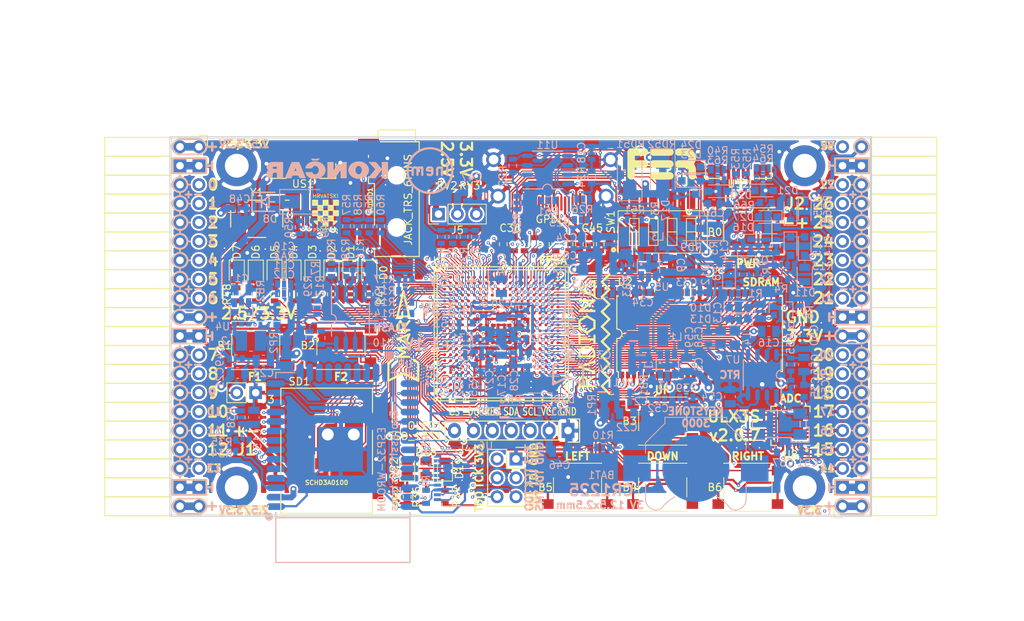
<source format=kicad_pcb>
(kicad_pcb (version 20171130) (host pcbnew 5.0.0-rc3+dfsg1-2)
  (layers (0 F.Cu signal) (1 In1.Cu signal) (2 In2.Cu signal) (31 B.Cu signal) (34 B.Paste user) (35 F.Paste user) (36 B.SilkS user) (37 F.SilkS user) (38 B.Mask user) (39 F.Mask user) (44 Edge.Cuts user))
  (net 0 "")
  (net 1 GND)
  (net 2 +5V)
  (net 3 /gpio/IN5V)
  (net 4 /gpio/OUT5V)
  (net 5 +3V3)
  (net 6 BTN_D)
  (net 7 BTN_F1)
  (net 8 BTN_F2)
  (net 9 BTN_L)
  (net 10 BTN_R)
  (net 11 BTN_U)
  (net 12 /power/FB1)
  (net 13 +2V5)
  (net 14 /power/PWREN)
  (net 15 /power/FB3)
  (net 16 /power/FB2)
  (net 17 /power/VBAT)
  (net 18 JTAG_TDI)
  (net 19 JTAG_TCK)
  (net 20 JTAG_TMS)
  (net 21 JTAG_TDO)
  (net 22 /power/WAKEUPn)
  (net 23 /power/WKUP)
  (net 24 /power/SHUT)
  (net 25 /power/WAKE)
  (net 26 /power/HOLD)
  (net 27 /power/WKn)
  (net 28 /power/OSCI_32k)
  (net 29 /power/OSCO_32k)
  (net 30 SHUTDOWN)
  (net 31 GPDI_SDA)
  (net 32 GPDI_SCL)
  (net 33 /gpdi/VREF2)
  (net 34 SD_CMD)
  (net 35 SD_CLK)
  (net 36 SD_D0)
  (net 37 SD_D1)
  (net 38 USB5V)
  (net 39 GPDI_CEC)
  (net 40 nRESET)
  (net 41 FTDI_nDTR)
  (net 42 SDRAM_CKE)
  (net 43 SDRAM_A7)
  (net 44 SDRAM_D15)
  (net 45 SDRAM_BA1)
  (net 46 SDRAM_D7)
  (net 47 SDRAM_A6)
  (net 48 SDRAM_CLK)
  (net 49 SDRAM_D13)
  (net 50 SDRAM_BA0)
  (net 51 SDRAM_D6)
  (net 52 SDRAM_A5)
  (net 53 SDRAM_D14)
  (net 54 SDRAM_A11)
  (net 55 SDRAM_D12)
  (net 56 SDRAM_D5)
  (net 57 SDRAM_A4)
  (net 58 SDRAM_A10)
  (net 59 SDRAM_D11)
  (net 60 SDRAM_A3)
  (net 61 SDRAM_D4)
  (net 62 SDRAM_D10)
  (net 63 SDRAM_D9)
  (net 64 SDRAM_A9)
  (net 65 SDRAM_D3)
  (net 66 SDRAM_D8)
  (net 67 SDRAM_A8)
  (net 68 SDRAM_A2)
  (net 69 SDRAM_A1)
  (net 70 SDRAM_A0)
  (net 71 SDRAM_D2)
  (net 72 SDRAM_D1)
  (net 73 SDRAM_D0)
  (net 74 SDRAM_DQM0)
  (net 75 SDRAM_nCS)
  (net 76 SDRAM_nRAS)
  (net 77 SDRAM_DQM1)
  (net 78 SDRAM_nCAS)
  (net 79 SDRAM_nWE)
  (net 80 /flash/FLASH_nWP)
  (net 81 /flash/FLASH_nHOLD)
  (net 82 /flash/FLASH_MOSI)
  (net 83 /flash/FLASH_MISO)
  (net 84 /flash/FLASH_SCK)
  (net 85 /flash/FLASH_nCS)
  (net 86 /flash/FPGA_PROGRAMN)
  (net 87 /flash/FPGA_DONE)
  (net 88 /flash/FPGA_INITN)
  (net 89 OLED_RES)
  (net 90 OLED_DC)
  (net 91 OLED_CS)
  (net 92 WIFI_EN)
  (net 93 FTDI_nRTS)
  (net 94 FTDI_TXD)
  (net 95 FTDI_RXD)
  (net 96 WIFI_RXD)
  (net 97 WIFI_GPIO0)
  (net 98 WIFI_TXD)
  (net 99 USB_FTDI_D+)
  (net 100 USB_FTDI_D-)
  (net 101 SD_D3)
  (net 102 AUDIO_L3)
  (net 103 AUDIO_L2)
  (net 104 AUDIO_L1)
  (net 105 AUDIO_L0)
  (net 106 AUDIO_R3)
  (net 107 AUDIO_R2)
  (net 108 AUDIO_R1)
  (net 109 AUDIO_R0)
  (net 110 OLED_CLK)
  (net 111 OLED_MOSI)
  (net 112 LED0)
  (net 113 LED1)
  (net 114 LED2)
  (net 115 LED3)
  (net 116 LED4)
  (net 117 LED5)
  (net 118 LED6)
  (net 119 LED7)
  (net 120 BTN_PWRn)
  (net 121 FTDI_nTXLED)
  (net 122 FTDI_nSLEEP)
  (net 123 /blinkey/LED_PWREN)
  (net 124 /blinkey/LED_TXLED)
  (net 125 /sdcard/SD3V3)
  (net 126 SD_D2)
  (net 127 CLK_25MHz)
  (net 128 /blinkey/BTNPUL)
  (net 129 /blinkey/BTNPUR)
  (net 130 USB_FPGA_D+)
  (net 131 /power/FTDI_nSUSPEND)
  (net 132 /blinkey/ALED0)
  (net 133 /blinkey/ALED1)
  (net 134 /blinkey/ALED2)
  (net 135 /blinkey/ALED3)
  (net 136 /blinkey/ALED4)
  (net 137 /blinkey/ALED5)
  (net 138 /blinkey/ALED6)
  (net 139 /blinkey/ALED7)
  (net 140 /usb/FTD-)
  (net 141 /usb/FTD+)
  (net 142 ADC_MISO)
  (net 143 ADC_MOSI)
  (net 144 ADC_CSn)
  (net 145 ADC_SCLK)
  (net 146 SW3)
  (net 147 SW2)
  (net 148 SW1)
  (net 149 USB_FPGA_D-)
  (net 150 /usb/FPD+)
  (net 151 /usb/FPD-)
  (net 152 WIFI_GPIO16)
  (net 153 /usb/ANT_433MHz)
  (net 154 PROG_DONE)
  (net 155 /power/P3V3)
  (net 156 /power/P2V5)
  (net 157 /power/L1)
  (net 158 /power/L3)
  (net 159 /power/L2)
  (net 160 FTDI_TXDEN)
  (net 161 SDRAM_A12)
  (net 162 /analog/AUDIO_V)
  (net 163 AUDIO_V3)
  (net 164 AUDIO_V2)
  (net 165 AUDIO_V1)
  (net 166 AUDIO_V0)
  (net 167 /blinkey/LED_WIFI)
  (net 168 /power/P1V1)
  (net 169 +1V1)
  (net 170 SW4)
  (net 171 /blinkey/SWPU)
  (net 172 /wifi/WIFIEN)
  (net 173 FT2V5)
  (net 174 GN0)
  (net 175 GP0)
  (net 176 GN1)
  (net 177 GP1)
  (net 178 GN2)
  (net 179 GP2)
  (net 180 GN3)
  (net 181 GP3)
  (net 182 GN4)
  (net 183 GP4)
  (net 184 GN5)
  (net 185 GP5)
  (net 186 GN6)
  (net 187 GP6)
  (net 188 GN14)
  (net 189 GP14)
  (net 190 GN15)
  (net 191 GP15)
  (net 192 GN16)
  (net 193 GP16)
  (net 194 GN17)
  (net 195 GP17)
  (net 196 GN18)
  (net 197 GP18)
  (net 198 GN19)
  (net 199 GP19)
  (net 200 GN20)
  (net 201 GP20)
  (net 202 GN21)
  (net 203 GP21)
  (net 204 GN22)
  (net 205 GP22)
  (net 206 GN23)
  (net 207 GP23)
  (net 208 GN24)
  (net 209 GP24)
  (net 210 GN25)
  (net 211 GP25)
  (net 212 GN26)
  (net 213 GP26)
  (net 214 GN27)
  (net 215 GP27)
  (net 216 GN7)
  (net 217 GP7)
  (net 218 GN8)
  (net 219 GP8)
  (net 220 GN9)
  (net 221 GP9)
  (net 222 GN10)
  (net 223 GP10)
  (net 224 GN11)
  (net 225 GP11)
  (net 226 GN12)
  (net 227 GP12)
  (net 228 GN13)
  (net 229 GP13)
  (net 230 WIFI_GPIO5)
  (net 231 WIFI_GPIO17)
  (net 232 USB_FPGA_PULL_D+)
  (net 233 USB_FPGA_PULL_D-)
  (net 234 "Net-(D23-Pad2)")
  (net 235 "Net-(D24-Pad1)")
  (net 236 "Net-(D25-Pad2)")
  (net 237 "Net-(D26-Pad1)")
  (net 238 /gpdi/GPDI_ETH+)
  (net 239 FPDI_ETH+)
  (net 240 /gpdi/GPDI_ETH-)
  (net 241 FPDI_ETH-)
  (net 242 /gpdi/GPDI_D2-)
  (net 243 FPDI_D2-)
  (net 244 /gpdi/GPDI_D1-)
  (net 245 FPDI_D1-)
  (net 246 /gpdi/GPDI_D0-)
  (net 247 FPDI_D0-)
  (net 248 /gpdi/GPDI_CLK-)
  (net 249 FPDI_CLK-)
  (net 250 /gpdi/GPDI_D2+)
  (net 251 FPDI_D2+)
  (net 252 /gpdi/GPDI_D1+)
  (net 253 FPDI_D1+)
  (net 254 /gpdi/GPDI_D0+)
  (net 255 FPDI_D0+)
  (net 256 /gpdi/GPDI_CLK+)
  (net 257 FPDI_CLK+)
  (net 258 FPDI_SDA)
  (net 259 FPDI_SCL)
  (net 260 /gpdi/FPDI_CEC)
  (net 261 2V5_3V3)
  (net 262 "Net-(AUDIO1-Pad5)")
  (net 263 "Net-(AUDIO1-Pad6)")
  (net 264 "Net-(U1-PadA15)")
  (net 265 "Net-(U1-PadC9)")
  (net 266 "Net-(U1-PadD9)")
  (net 267 "Net-(U1-PadD10)")
  (net 268 "Net-(U1-PadD11)")
  (net 269 "Net-(U1-PadD12)")
  (net 270 "Net-(U1-PadE6)")
  (net 271 "Net-(U1-PadE9)")
  (net 272 "Net-(U1-PadE10)")
  (net 273 "Net-(U1-PadE11)")
  (net 274 "Net-(U1-PadJ4)")
  (net 275 "Net-(U1-PadJ5)")
  (net 276 "Net-(U1-PadK5)")
  (net 277 "Net-(U1-PadL5)")
  (net 278 "Net-(U1-PadM5)")
  (net 279 SD_CD)
  (net 280 SD_WP)
  (net 281 "Net-(U1-PadR3)")
  (net 282 "Net-(U1-PadT16)")
  (net 283 "Net-(U1-PadW4)")
  (net 284 "Net-(U1-PadW5)")
  (net 285 "Net-(U1-PadW8)")
  (net 286 "Net-(U1-PadW9)")
  (net 287 "Net-(U1-PadW13)")
  (net 288 "Net-(U1-PadW14)")
  (net 289 "Net-(U1-PadW17)")
  (net 290 "Net-(U1-PadW18)")
  (net 291 FTDI_nRXLED)
  (net 292 "Net-(U8-Pad12)")
  (net 293 "Net-(U8-Pad25)")
  (net 294 "Net-(U9-Pad32)")
  (net 295 "Net-(U9-Pad22)")
  (net 296 "Net-(U9-Pad21)")
  (net 297 "Net-(U9-Pad20)")
  (net 298 "Net-(U9-Pad19)")
  (net 299 "Net-(U9-Pad18)")
  (net 300 "Net-(U9-Pad17)")
  (net 301 "Net-(U9-Pad12)")
  (net 302 "Net-(U9-Pad5)")
  (net 303 "Net-(U9-Pad4)")
  (net 304 "Net-(US1-Pad4)")
  (net 305 "Net-(Y2-Pad3)")
  (net 306 "Net-(Y2-Pad2)")
  (net 307 "Net-(U1-PadK16)")
  (net 308 "Net-(U1-PadK17)")
  (net 309 /usb/US2VBUS)
  (net 310 /power/SHD)
  (net 311 /power/RTCVDD)
  (net 312 "Net-(D27-Pad2)")
  (net 313 US2_ID)
  (net 314 /analog/AUDIO_L)
  (net 315 /analog/AUDIO_R)
  (net 316 /analog/ADC3V3)
  (net 317 PWRBTn)
  (net 318 USER_PROGRAMN)
  (module lfe5bg381:BGA-381_pitch0.8mm_dia0.4mm (layer F.Cu) (at 138.48 87.8)
    (fp_text reference U1 (at -8.2 -9.8) (layer F.SilkS))
    (fp_text value LFE5U-85F-6BG381C)
    (pad Y19 smd circle (at 6.8 7.6) (size 0.4 0.35) (layers F.Cu F.Paste F.Mask) (net 1 GND))
    (pad Y17 smd circle (at 5.2 7.6) (size 0.4 0.35) (layers F.Cu F.Paste F.Mask) (net 1 GND))
    (pad Y16 smd circle (at 4.4 7.6) (size 0.4 0.35) (layers F.Cu F.Paste F.Mask) (net 1 GND))
    (pad Y15 smd circle (at 3.6 7.6) (size 0.4 0.35) (layers F.Cu F.Paste F.Mask) (net 1 GND))
    (pad Y14 smd circle (at 2.8 7.6) (size 0.4 0.35) (layers F.Cu F.Paste F.Mask) (net 1 GND))
    (pad Y12 smd circle (at 1.2 7.6) (size 0.4 0.35) (layers F.Cu F.Paste F.Mask) (net 1 GND))
    (pad Y11 smd circle (at 0.4 7.6) (size 0.4 0.35) (layers F.Cu F.Paste F.Mask) (net 1 GND))
    (pad Y8 smd circle (at -2 7.6) (size 0.4 0.35) (layers F.Cu F.Paste F.Mask) (net 1 GND))
    (pad Y7 smd circle (at -2.8 7.6) (size 0.4 0.35) (layers F.Cu F.Paste F.Mask) (net 1 GND))
    (pad Y6 smd circle (at -3.6 7.6) (size 0.4 0.35) (layers F.Cu F.Paste F.Mask) (net 1 GND))
    (pad Y5 smd circle (at -4.4 7.6) (size 0.4 0.35) (layers F.Cu F.Paste F.Mask) (net 1 GND))
    (pad Y3 smd circle (at -6 7.6) (size 0.4 0.35) (layers F.Cu F.Paste F.Mask) (net 87 /flash/FPGA_DONE))
    (pad Y2 smd circle (at -6.8 7.6) (size 0.4 0.35) (layers F.Cu F.Paste F.Mask) (net 80 /flash/FLASH_nWP))
    (pad W20 smd circle (at 7.6 6.8) (size 0.4 0.35) (layers F.Cu F.Paste F.Mask) (net 1 GND))
    (pad W19 smd circle (at 6.8 6.8) (size 0.4 0.35) (layers F.Cu F.Paste F.Mask) (net 1 GND))
    (pad W18 smd circle (at 6 6.8) (size 0.4 0.35) (layers F.Cu F.Paste F.Mask) (net 290 "Net-(U1-PadW18)"))
    (pad W17 smd circle (at 5.2 6.8) (size 0.4 0.35) (layers F.Cu F.Paste F.Mask) (net 289 "Net-(U1-PadW17)"))
    (pad W16 smd circle (at 4.4 6.8) (size 0.4 0.35) (layers F.Cu F.Paste F.Mask) (net 1 GND))
    (pad W15 smd circle (at 3.6 6.8) (size 0.4 0.35) (layers F.Cu F.Paste F.Mask) (net 1 GND))
    (pad W14 smd circle (at 2.8 6.8) (size 0.4 0.35) (layers F.Cu F.Paste F.Mask) (net 288 "Net-(U1-PadW14)"))
    (pad W13 smd circle (at 2 6.8) (size 0.4 0.35) (layers F.Cu F.Paste F.Mask) (net 287 "Net-(U1-PadW13)"))
    (pad W12 smd circle (at 1.2 6.8) (size 0.4 0.35) (layers F.Cu F.Paste F.Mask) (net 1 GND))
    (pad W11 smd circle (at 0.4 6.8) (size 0.4 0.35) (layers F.Cu F.Paste F.Mask))
    (pad W10 smd circle (at -0.4 6.8) (size 0.4 0.35) (layers F.Cu F.Paste F.Mask))
    (pad W9 smd circle (at -1.2 6.8) (size 0.4 0.35) (layers F.Cu F.Paste F.Mask) (net 286 "Net-(U1-PadW9)"))
    (pad W8 smd circle (at -2 6.8) (size 0.4 0.35) (layers F.Cu F.Paste F.Mask) (net 285 "Net-(U1-PadW8)"))
    (pad W7 smd circle (at -2.8 6.8) (size 0.4 0.35) (layers F.Cu F.Paste F.Mask) (net 1 GND))
    (pad W6 smd circle (at -3.6 6.8) (size 0.4 0.35) (layers F.Cu F.Paste F.Mask) (net 1 GND))
    (pad W5 smd circle (at -4.4 6.8) (size 0.4 0.35) (layers F.Cu F.Paste F.Mask) (net 284 "Net-(U1-PadW5)"))
    (pad W4 smd circle (at -5.2 6.8) (size 0.4 0.35) (layers F.Cu F.Paste F.Mask) (net 283 "Net-(U1-PadW4)"))
    (pad W3 smd circle (at -6 6.8) (size 0.4 0.35) (layers F.Cu F.Paste F.Mask) (net 86 /flash/FPGA_PROGRAMN))
    (pad W2 smd circle (at -6.8 6.8) (size 0.4 0.35) (layers F.Cu F.Paste F.Mask) (net 82 /flash/FLASH_MOSI))
    (pad W1 smd circle (at -7.6 6.8) (size 0.4 0.35) (layers F.Cu F.Paste F.Mask) (net 81 /flash/FLASH_nHOLD))
    (pad V20 smd circle (at 7.6 6) (size 0.4 0.35) (layers F.Cu F.Paste F.Mask) (net 1 GND))
    (pad V19 smd circle (at 6.8 6) (size 0.4 0.35) (layers F.Cu F.Paste F.Mask) (net 1 GND))
    (pad V18 smd circle (at 6 6) (size 0.4 0.35) (layers F.Cu F.Paste F.Mask) (net 1 GND))
    (pad V17 smd circle (at 5.2 6) (size 0.4 0.35) (layers F.Cu F.Paste F.Mask) (net 1 GND))
    (pad V16 smd circle (at 4.4 6) (size 0.4 0.35) (layers F.Cu F.Paste F.Mask) (net 1 GND))
    (pad V15 smd circle (at 3.6 6) (size 0.4 0.35) (layers F.Cu F.Paste F.Mask) (net 1 GND))
    (pad V14 smd circle (at 2.8 6) (size 0.4 0.35) (layers F.Cu F.Paste F.Mask) (net 1 GND))
    (pad V13 smd circle (at 2 6) (size 0.4 0.35) (layers F.Cu F.Paste F.Mask) (net 1 GND))
    (pad V12 smd circle (at 1.2 6) (size 0.4 0.35) (layers F.Cu F.Paste F.Mask) (net 1 GND))
    (pad V11 smd circle (at 0.4 6) (size 0.4 0.35) (layers F.Cu F.Paste F.Mask) (net 1 GND))
    (pad V10 smd circle (at -0.4 6) (size 0.4 0.35) (layers F.Cu F.Paste F.Mask) (net 1 GND))
    (pad V9 smd circle (at -1.2 6) (size 0.4 0.35) (layers F.Cu F.Paste F.Mask) (net 1 GND))
    (pad V8 smd circle (at -2 6) (size 0.4 0.35) (layers F.Cu F.Paste F.Mask) (net 1 GND))
    (pad V7 smd circle (at -2.8 6) (size 0.4 0.35) (layers F.Cu F.Paste F.Mask) (net 1 GND))
    (pad V6 smd circle (at -3.6 6) (size 0.4 0.35) (layers F.Cu F.Paste F.Mask) (net 1 GND))
    (pad V5 smd circle (at -4.4 6) (size 0.4 0.35) (layers F.Cu F.Paste F.Mask) (net 1 GND))
    (pad V4 smd circle (at -5.2 6) (size 0.4 0.35) (layers F.Cu F.Paste F.Mask) (net 21 JTAG_TDO))
    (pad V3 smd circle (at -6 6) (size 0.4 0.35) (layers F.Cu F.Paste F.Mask) (net 88 /flash/FPGA_INITN))
    (pad V2 smd circle (at -6.8 6) (size 0.4 0.35) (layers F.Cu F.Paste F.Mask) (net 83 /flash/FLASH_MISO))
    (pad V1 smd circle (at -7.6 6) (size 0.4 0.35) (layers F.Cu F.Paste F.Mask) (net 6 BTN_D))
    (pad U20 smd circle (at 7.6 5.2) (size 0.4 0.35) (layers F.Cu F.Paste F.Mask) (net 46 SDRAM_D7))
    (pad U19 smd circle (at 6.8 5.2) (size 0.4 0.35) (layers F.Cu F.Paste F.Mask) (net 74 SDRAM_DQM0))
    (pad U18 smd circle (at 6 5.2) (size 0.4 0.35) (layers F.Cu F.Paste F.Mask) (net 189 GP14))
    (pad U17 smd circle (at 5.2 5.2) (size 0.4 0.35) (layers F.Cu F.Paste F.Mask) (net 188 GN14))
    (pad U16 smd circle (at 4.4 5.2) (size 0.4 0.35) (layers F.Cu F.Paste F.Mask) (net 142 ADC_MISO))
    (pad U15 smd circle (at 3.6 5.2) (size 0.4 0.35) (layers F.Cu F.Paste F.Mask) (net 1 GND))
    (pad U14 smd circle (at 2.8 5.2) (size 0.4 0.35) (layers F.Cu F.Paste F.Mask) (net 1 GND))
    (pad U13 smd circle (at 2 5.2) (size 0.4 0.35) (layers F.Cu F.Paste F.Mask) (net 1 GND))
    (pad U12 smd circle (at 1.2 5.2) (size 0.4 0.35) (layers F.Cu F.Paste F.Mask) (net 1 GND))
    (pad U11 smd circle (at 0.4 5.2) (size 0.4 0.35) (layers F.Cu F.Paste F.Mask) (net 1 GND))
    (pad U10 smd circle (at -0.4 5.2) (size 0.4 0.35) (layers F.Cu F.Paste F.Mask) (net 1 GND))
    (pad U9 smd circle (at -1.2 5.2) (size 0.4 0.35) (layers F.Cu F.Paste F.Mask) (net 1 GND))
    (pad U8 smd circle (at -2 5.2) (size 0.4 0.35) (layers F.Cu F.Paste F.Mask) (net 1 GND))
    (pad U7 smd circle (at -2.8 5.2) (size 0.4 0.35) (layers F.Cu F.Paste F.Mask) (net 1 GND))
    (pad U6 smd circle (at -3.6 5.2) (size 0.4 0.35) (layers F.Cu F.Paste F.Mask) (net 1 GND))
    (pad U5 smd circle (at -4.4 5.2) (size 0.4 0.35) (layers F.Cu F.Paste F.Mask) (net 20 JTAG_TMS))
    (pad U4 smd circle (at -5.2 5.2) (size 0.4 0.35) (layers F.Cu F.Paste F.Mask) (net 1 GND))
    (pad U3 smd circle (at -6 5.2) (size 0.4 0.35) (layers F.Cu F.Paste F.Mask) (net 84 /flash/FLASH_SCK))
    (pad U2 smd circle (at -6.8 5.2) (size 0.4 0.35) (layers F.Cu F.Paste F.Mask) (net 5 +3V3))
    (pad U1 smd circle (at -7.6 5.2) (size 0.4 0.35) (layers F.Cu F.Paste F.Mask) (net 9 BTN_L))
    (pad T20 smd circle (at 7.6 4.4) (size 0.4 0.35) (layers F.Cu F.Paste F.Mask) (net 79 SDRAM_nWE))
    (pad T19 smd circle (at 6.8 4.4) (size 0.4 0.35) (layers F.Cu F.Paste F.Mask) (net 78 SDRAM_nCAS))
    (pad T18 smd circle (at 6 4.4) (size 0.4 0.35) (layers F.Cu F.Paste F.Mask) (net 56 SDRAM_D5))
    (pad T17 smd circle (at 5.2 4.4) (size 0.4 0.35) (layers F.Cu F.Paste F.Mask) (net 51 SDRAM_D6))
    (pad T16 smd circle (at 4.4 4.4) (size 0.4 0.35) (layers F.Cu F.Paste F.Mask) (net 282 "Net-(U1-PadT16)"))
    (pad T15 smd circle (at 3.6 4.4) (size 0.4 0.35) (layers F.Cu F.Paste F.Mask) (net 1 GND))
    (pad T14 smd circle (at 2.8 4.4) (size 0.4 0.35) (layers F.Cu F.Paste F.Mask) (net 1 GND))
    (pad T13 smd circle (at 2 4.4) (size 0.4 0.35) (layers F.Cu F.Paste F.Mask) (net 1 GND))
    (pad T12 smd circle (at 1.2 4.4) (size 0.4 0.35) (layers F.Cu F.Paste F.Mask) (net 1 GND))
    (pad T11 smd circle (at 0.4 4.4) (size 0.4 0.35) (layers F.Cu F.Paste F.Mask) (net 1 GND))
    (pad T10 smd circle (at -0.4 4.4) (size 0.4 0.35) (layers F.Cu F.Paste F.Mask) (net 1 GND))
    (pad T9 smd circle (at -1.2 4.4) (size 0.4 0.35) (layers F.Cu F.Paste F.Mask) (net 1 GND))
    (pad T8 smd circle (at -2 4.4) (size 0.4 0.35) (layers F.Cu F.Paste F.Mask) (net 1 GND))
    (pad T7 smd circle (at -2.8 4.4) (size 0.4 0.35) (layers F.Cu F.Paste F.Mask) (net 1 GND))
    (pad T6 smd circle (at -3.6 4.4) (size 0.4 0.35) (layers F.Cu F.Paste F.Mask) (net 1 GND))
    (pad T5 smd circle (at -4.4 4.4) (size 0.4 0.35) (layers F.Cu F.Paste F.Mask) (net 19 JTAG_TCK))
    (pad T4 smd circle (at -5.2 4.4) (size 0.4 0.35) (layers F.Cu F.Paste F.Mask) (net 5 +3V3))
    (pad T3 smd circle (at -6 4.4) (size 0.4 0.35) (layers F.Cu F.Paste F.Mask) (net 5 +3V3))
    (pad T2 smd circle (at -6.8 4.4) (size 0.4 0.35) (layers F.Cu F.Paste F.Mask) (net 5 +3V3))
    (pad T1 smd circle (at -7.6 4.4) (size 0.4 0.35) (layers F.Cu F.Paste F.Mask) (net 8 BTN_F2))
    (pad R20 smd circle (at 7.6 3.6) (size 0.4 0.35) (layers F.Cu F.Paste F.Mask) (net 76 SDRAM_nRAS))
    (pad R19 smd circle (at 6.8 3.6) (size 0.4 0.35) (layers F.Cu F.Paste F.Mask) (net 1 GND))
    (pad R18 smd circle (at 6 3.6) (size 0.4 0.35) (layers F.Cu F.Paste F.Mask) (net 11 BTN_U))
    (pad R17 smd circle (at 5.2 3.6) (size 0.4 0.35) (layers F.Cu F.Paste F.Mask) (net 144 ADC_CSn))
    (pad R16 smd circle (at 4.4 3.6) (size 0.4 0.35) (layers F.Cu F.Paste F.Mask) (net 143 ADC_MOSI))
    (pad R5 smd circle (at -4.4 3.6) (size 0.4 0.35) (layers F.Cu F.Paste F.Mask) (net 18 JTAG_TDI))
    (pad R4 smd circle (at -5.2 3.6) (size 0.4 0.35) (layers F.Cu F.Paste F.Mask) (net 1 GND))
    (pad R3 smd circle (at -6 3.6) (size 0.4 0.35) (layers F.Cu F.Paste F.Mask) (net 281 "Net-(U1-PadR3)"))
    (pad R2 smd circle (at -6.8 3.6) (size 0.4 0.35) (layers F.Cu F.Paste F.Mask) (net 85 /flash/FLASH_nCS))
    (pad R1 smd circle (at -7.6 3.6) (size 0.4 0.35) (layers F.Cu F.Paste F.Mask) (net 7 BTN_F1))
    (pad P20 smd circle (at 7.6 2.8) (size 0.4 0.35) (layers F.Cu F.Paste F.Mask) (net 75 SDRAM_nCS))
    (pad P19 smd circle (at 6.8 2.8) (size 0.4 0.35) (layers F.Cu F.Paste F.Mask) (net 50 SDRAM_BA0))
    (pad P18 smd circle (at 6 2.8) (size 0.4 0.35) (layers F.Cu F.Paste F.Mask) (net 61 SDRAM_D4))
    (pad P17 smd circle (at 5.2 2.8) (size 0.4 0.35) (layers F.Cu F.Paste F.Mask) (net 145 ADC_SCLK))
    (pad P16 smd circle (at 4.4 2.8) (size 0.4 0.35) (layers F.Cu F.Paste F.Mask) (net 190 GN15))
    (pad P15 smd circle (at 3.6 2.8) (size 0.4 0.35) (layers F.Cu F.Paste F.Mask) (net 13 +2V5))
    (pad P14 smd circle (at 2.8 2.8) (size 0.4 0.35) (layers F.Cu F.Paste F.Mask) (net 1 GND))
    (pad P13 smd circle (at 2 2.8) (size 0.4 0.35) (layers F.Cu F.Paste F.Mask) (net 1 GND))
    (pad P12 smd circle (at 1.2 2.8) (size 0.4 0.35) (layers F.Cu F.Paste F.Mask) (net 1 GND))
    (pad P11 smd circle (at 0.4 2.8) (size 0.4 0.35) (layers F.Cu F.Paste F.Mask) (net 1 GND))
    (pad P10 smd circle (at -0.4 2.8) (size 0.4 0.35) (layers F.Cu F.Paste F.Mask) (net 5 +3V3))
    (pad P9 smd circle (at -1.2 2.8) (size 0.4 0.35) (layers F.Cu F.Paste F.Mask) (net 5 +3V3))
    (pad P8 smd circle (at -2 2.8) (size 0.4 0.35) (layers F.Cu F.Paste F.Mask) (net 1 GND))
    (pad P7 smd circle (at -2.8 2.8) (size 0.4 0.35) (layers F.Cu F.Paste F.Mask) (net 1 GND))
    (pad P6 smd circle (at -3.6 2.8) (size 0.4 0.35) (layers F.Cu F.Paste F.Mask) (net 13 +2V5))
    (pad P5 smd circle (at -4.4 2.8) (size 0.4 0.35) (layers F.Cu F.Paste F.Mask) (net 280 SD_WP))
    (pad P4 smd circle (at -5.2 2.8) (size 0.4 0.35) (layers F.Cu F.Paste F.Mask) (net 110 OLED_CLK))
    (pad P3 smd circle (at -6 2.8) (size 0.4 0.35) (layers F.Cu F.Paste F.Mask) (net 111 OLED_MOSI))
    (pad P2 smd circle (at -6.8 2.8) (size 0.4 0.35) (layers F.Cu F.Paste F.Mask) (net 89 OLED_RES))
    (pad P1 smd circle (at -7.6 2.8) (size 0.4 0.35) (layers F.Cu F.Paste F.Mask) (net 90 OLED_DC))
    (pad N20 smd circle (at 7.6 2) (size 0.4 0.35) (layers F.Cu F.Paste F.Mask) (net 45 SDRAM_BA1))
    (pad N19 smd circle (at 6.8 2) (size 0.4 0.35) (layers F.Cu F.Paste F.Mask) (net 58 SDRAM_A10))
    (pad N18 smd circle (at 6 2) (size 0.4 0.35) (layers F.Cu F.Paste F.Mask) (net 65 SDRAM_D3))
    (pad N17 smd circle (at 5.2 2) (size 0.4 0.35) (layers F.Cu F.Paste F.Mask) (net 191 GP15))
    (pad N16 smd circle (at 4.4 2) (size 0.4 0.35) (layers F.Cu F.Paste F.Mask) (net 193 GP16))
    (pad N15 smd circle (at 3.6 2) (size 0.4 0.35) (layers F.Cu F.Paste F.Mask) (net 1 GND))
    (pad N14 smd circle (at 2.8 2) (size 0.4 0.35) (layers F.Cu F.Paste F.Mask) (net 1 GND))
    (pad N13 smd circle (at 2 2) (size 0.4 0.35) (layers F.Cu F.Paste F.Mask) (net 169 +1V1))
    (pad N12 smd circle (at 1.2 2) (size 0.4 0.35) (layers F.Cu F.Paste F.Mask) (net 169 +1V1))
    (pad N11 smd circle (at 0.4 2) (size 0.4 0.35) (layers F.Cu F.Paste F.Mask) (net 169 +1V1))
    (pad N10 smd circle (at -0.4 2) (size 0.4 0.35) (layers F.Cu F.Paste F.Mask) (net 169 +1V1))
    (pad N9 smd circle (at -1.2 2) (size 0.4 0.35) (layers F.Cu F.Paste F.Mask) (net 169 +1V1))
    (pad N8 smd circle (at -2 2) (size 0.4 0.35) (layers F.Cu F.Paste F.Mask) (net 169 +1V1))
    (pad N7 smd circle (at -2.8 2) (size 0.4 0.35) (layers F.Cu F.Paste F.Mask) (net 1 GND))
    (pad N6 smd circle (at -3.6 2) (size 0.4 0.35) (layers F.Cu F.Paste F.Mask) (net 1 GND))
    (pad N5 smd circle (at -4.4 2) (size 0.4 0.35) (layers F.Cu F.Paste F.Mask) (net 279 SD_CD))
    (pad N4 smd circle (at -5.2 2) (size 0.4 0.35) (layers F.Cu F.Paste F.Mask) (net 230 WIFI_GPIO5))
    (pad N3 smd circle (at -6 2) (size 0.4 0.35) (layers F.Cu F.Paste F.Mask) (net 231 WIFI_GPIO17))
    (pad N2 smd circle (at -6.8 2) (size 0.4 0.35) (layers F.Cu F.Paste F.Mask) (net 91 OLED_CS))
    (pad N1 smd circle (at -7.6 2) (size 0.4 0.35) (layers F.Cu F.Paste F.Mask) (net 41 FTDI_nDTR))
    (pad M20 smd circle (at 7.6 1.2) (size 0.4 0.35) (layers F.Cu F.Paste F.Mask) (net 70 SDRAM_A0))
    (pad M19 smd circle (at 6.8 1.2) (size 0.4 0.35) (layers F.Cu F.Paste F.Mask) (net 69 SDRAM_A1))
    (pad M18 smd circle (at 6 1.2) (size 0.4 0.35) (layers F.Cu F.Paste F.Mask) (net 71 SDRAM_D2))
    (pad M17 smd circle (at 5.2 1.2) (size 0.4 0.35) (layers F.Cu F.Paste F.Mask) (net 192 GN16))
    (pad M16 smd circle (at 4.4 1.2) (size 0.4 0.35) (layers F.Cu F.Paste F.Mask) (net 1 GND))
    (pad M15 smd circle (at 3.6 1.2) (size 0.4 0.35) (layers F.Cu F.Paste F.Mask) (net 5 +3V3))
    (pad M14 smd circle (at 2.8 1.2) (size 0.4 0.35) (layers F.Cu F.Paste F.Mask) (net 1 GND))
    (pad M13 smd circle (at 2 1.2) (size 0.4 0.35) (layers F.Cu F.Paste F.Mask) (net 169 +1V1))
    (pad M12 smd circle (at 1.2 1.2) (size 0.4 0.35) (layers F.Cu F.Paste F.Mask) (net 1 GND))
    (pad M11 smd circle (at 0.4 1.2) (size 0.4 0.35) (layers F.Cu F.Paste F.Mask) (net 1 GND))
    (pad M10 smd circle (at -0.4 1.2) (size 0.4 0.35) (layers F.Cu F.Paste F.Mask) (net 1 GND))
    (pad M9 smd circle (at -1.2 1.2) (size 0.4 0.35) (layers F.Cu F.Paste F.Mask) (net 1 GND))
    (pad M8 smd circle (at -2 1.2) (size 0.4 0.35) (layers F.Cu F.Paste F.Mask) (net 169 +1V1))
    (pad M7 smd circle (at -2.8 1.2) (size 0.4 0.35) (layers F.Cu F.Paste F.Mask) (net 1 GND))
    (pad M6 smd circle (at -3.6 1.2) (size 0.4 0.35) (layers F.Cu F.Paste F.Mask) (net 5 +3V3))
    (pad M5 smd circle (at -4.4 1.2) (size 0.4 0.35) (layers F.Cu F.Paste F.Mask) (net 278 "Net-(U1-PadM5)"))
    (pad M4 smd circle (at -5.2 1.2) (size 0.4 0.35) (layers F.Cu F.Paste F.Mask) (net 318 USER_PROGRAMN))
    (pad M3 smd circle (at -6 1.2) (size 0.4 0.35) (layers F.Cu F.Paste F.Mask) (net 93 FTDI_nRTS))
    (pad M2 smd circle (at -6.8 1.2) (size 0.4 0.35) (layers F.Cu F.Paste F.Mask) (net 1 GND))
    (pad M1 smd circle (at -7.6 1.2) (size 0.4 0.35) (layers F.Cu F.Paste F.Mask) (net 94 FTDI_TXD))
    (pad L20 smd circle (at 7.6 0.4) (size 0.4 0.35) (layers F.Cu F.Paste F.Mask) (net 68 SDRAM_A2))
    (pad L19 smd circle (at 6.8 0.4) (size 0.4 0.35) (layers F.Cu F.Paste F.Mask) (net 60 SDRAM_A3))
    (pad L18 smd circle (at 6 0.4) (size 0.4 0.35) (layers F.Cu F.Paste F.Mask) (net 72 SDRAM_D1))
    (pad L17 smd circle (at 5.2 0.4) (size 0.4 0.35) (layers F.Cu F.Paste F.Mask) (net 194 GN17))
    (pad L16 smd circle (at 4.4 0.4) (size 0.4 0.35) (layers F.Cu F.Paste F.Mask) (net 195 GP17))
    (pad L15 smd circle (at 3.6 0.4) (size 0.4 0.35) (layers F.Cu F.Paste F.Mask) (net 5 +3V3))
    (pad L14 smd circle (at 2.8 0.4) (size 0.4 0.35) (layers F.Cu F.Paste F.Mask) (net 5 +3V3))
    (pad L13 smd circle (at 2 0.4) (size 0.4 0.35) (layers F.Cu F.Paste F.Mask) (net 169 +1V1))
    (pad L12 smd circle (at 1.2 0.4) (size 0.4 0.35) (layers F.Cu F.Paste F.Mask) (net 1 GND))
    (pad L11 smd circle (at 0.4 0.4) (size 0.4 0.35) (layers F.Cu F.Paste F.Mask) (net 1 GND))
    (pad L10 smd circle (at -0.4 0.4) (size 0.4 0.35) (layers F.Cu F.Paste F.Mask) (net 1 GND))
    (pad L9 smd circle (at -1.2 0.4) (size 0.4 0.35) (layers F.Cu F.Paste F.Mask) (net 1 GND))
    (pad L8 smd circle (at -2 0.4) (size 0.4 0.35) (layers F.Cu F.Paste F.Mask) (net 169 +1V1))
    (pad L7 smd circle (at -2.8 0.4) (size 0.4 0.35) (layers F.Cu F.Paste F.Mask) (net 5 +3V3))
    (pad L6 smd circle (at -3.6 0.4) (size 0.4 0.35) (layers F.Cu F.Paste F.Mask) (net 5 +3V3))
    (pad L5 smd circle (at -4.4 0.4) (size 0.4 0.35) (layers F.Cu F.Paste F.Mask) (net 277 "Net-(U1-PadL5)"))
    (pad L4 smd circle (at -5.2 0.4) (size 0.4 0.35) (layers F.Cu F.Paste F.Mask) (net 95 FTDI_RXD))
    (pad L3 smd circle (at -6 0.4) (size 0.4 0.35) (layers F.Cu F.Paste F.Mask) (net 160 FTDI_TXDEN))
    (pad L2 smd circle (at -6.8 0.4) (size 0.4 0.35) (layers F.Cu F.Paste F.Mask) (net 97 WIFI_GPIO0))
    (pad L1 smd circle (at -7.6 0.4) (size 0.4 0.35) (layers F.Cu F.Paste F.Mask) (net 152 WIFI_GPIO16))
    (pad K20 smd circle (at 7.6 -0.4) (size 0.4 0.35) (layers F.Cu F.Paste F.Mask) (net 57 SDRAM_A4))
    (pad K19 smd circle (at 6.8 -0.4) (size 0.4 0.35) (layers F.Cu F.Paste F.Mask) (net 52 SDRAM_A5))
    (pad K18 smd circle (at 6 -0.4) (size 0.4 0.35) (layers F.Cu F.Paste F.Mask) (net 47 SDRAM_A6))
    (pad K17 smd circle (at 5.2 -0.4) (size 0.4 0.35) (layers F.Cu F.Paste F.Mask) (net 308 "Net-(U1-PadK17)"))
    (pad K16 smd circle (at 4.4 -0.4) (size 0.4 0.35) (layers F.Cu F.Paste F.Mask) (net 307 "Net-(U1-PadK16)"))
    (pad K15 smd circle (at 3.6 -0.4) (size 0.4 0.35) (layers F.Cu F.Paste F.Mask) (net 1 GND))
    (pad K14 smd circle (at 2.8 -0.4) (size 0.4 0.35) (layers F.Cu F.Paste F.Mask) (net 1 GND))
    (pad K13 smd circle (at 2 -0.4) (size 0.4 0.35) (layers F.Cu F.Paste F.Mask) (net 169 +1V1))
    (pad K12 smd circle (at 1.2 -0.4) (size 0.4 0.35) (layers F.Cu F.Paste F.Mask) (net 1 GND))
    (pad K11 smd circle (at 0.4 -0.4) (size 0.4 0.35) (layers F.Cu F.Paste F.Mask) (net 1 GND))
    (pad K10 smd circle (at -0.4 -0.4) (size 0.4 0.35) (layers F.Cu F.Paste F.Mask) (net 1 GND))
    (pad K9 smd circle (at -1.2 -0.4) (size 0.4 0.35) (layers F.Cu F.Paste F.Mask) (net 1 GND))
    (pad K8 smd circle (at -2 -0.4) (size 0.4 0.35) (layers F.Cu F.Paste F.Mask) (net 169 +1V1))
    (pad K7 smd circle (at -2.8 -0.4) (size 0.4 0.35) (layers F.Cu F.Paste F.Mask) (net 1 GND))
    (pad K6 smd circle (at -3.6 -0.4) (size 0.4 0.35) (layers F.Cu F.Paste F.Mask) (net 1 GND))
    (pad K5 smd circle (at -4.4 -0.4) (size 0.4 0.35) (layers F.Cu F.Paste F.Mask) (net 276 "Net-(U1-PadK5)"))
    (pad K4 smd circle (at -5.2 -0.4) (size 0.4 0.35) (layers F.Cu F.Paste F.Mask) (net 98 WIFI_TXD))
    (pad K3 smd circle (at -6 -0.4) (size 0.4 0.35) (layers F.Cu F.Paste F.Mask) (net 96 WIFI_RXD))
    (pad K2 smd circle (at -6.8 -0.4) (size 0.4 0.35) (layers F.Cu F.Paste F.Mask) (net 101 SD_D3))
    (pad K1 smd circle (at -7.6 -0.4) (size 0.4 0.35) (layers F.Cu F.Paste F.Mask) (net 126 SD_D2))
    (pad J20 smd circle (at 7.6 -1.2) (size 0.4 0.35) (layers F.Cu F.Paste F.Mask) (net 43 SDRAM_A7))
    (pad J19 smd circle (at 6.8 -1.2) (size 0.4 0.35) (layers F.Cu F.Paste F.Mask) (net 67 SDRAM_A8))
    (pad J18 smd circle (at 6 -1.2) (size 0.4 0.35) (layers F.Cu F.Paste F.Mask) (net 53 SDRAM_D14))
    (pad J17 smd circle (at 5.2 -1.2) (size 0.4 0.35) (layers F.Cu F.Paste F.Mask) (net 44 SDRAM_D15))
    (pad J16 smd circle (at 4.4 -1.2) (size 0.4 0.35) (layers F.Cu F.Paste F.Mask) (net 73 SDRAM_D0))
    (pad J15 smd circle (at 3.6 -1.2) (size 0.4 0.35) (layers F.Cu F.Paste F.Mask) (net 5 +3V3))
    (pad J14 smd circle (at 2.8 -1.2) (size 0.4 0.35) (layers F.Cu F.Paste F.Mask) (net 1 GND))
    (pad J13 smd circle (at 2 -1.2) (size 0.4 0.35) (layers F.Cu F.Paste F.Mask) (net 169 +1V1))
    (pad J12 smd circle (at 1.2 -1.2) (size 0.4 0.35) (layers F.Cu F.Paste F.Mask) (net 1 GND))
    (pad J11 smd circle (at 0.4 -1.2) (size 0.4 0.35) (layers F.Cu F.Paste F.Mask) (net 1 GND))
    (pad J10 smd circle (at -0.4 -1.2) (size 0.4 0.35) (layers F.Cu F.Paste F.Mask) (net 1 GND))
    (pad J9 smd circle (at -1.2 -1.2) (size 0.4 0.35) (layers F.Cu F.Paste F.Mask) (net 1 GND))
    (pad J8 smd circle (at -2 -1.2) (size 0.4 0.35) (layers F.Cu F.Paste F.Mask) (net 169 +1V1))
    (pad J7 smd circle (at -2.8 -1.2) (size 0.4 0.35) (layers F.Cu F.Paste F.Mask) (net 1 GND))
    (pad J6 smd circle (at -3.6 -1.2) (size 0.4 0.35) (layers F.Cu F.Paste F.Mask) (net 261 2V5_3V3))
    (pad J5 smd circle (at -4.4 -1.2) (size 0.4 0.35) (layers F.Cu F.Paste F.Mask) (net 275 "Net-(U1-PadJ5)"))
    (pad J4 smd circle (at -5.2 -1.2) (size 0.4 0.35) (layers F.Cu F.Paste F.Mask) (net 274 "Net-(U1-PadJ4)"))
    (pad J3 smd circle (at -6 -1.2) (size 0.4 0.35) (layers F.Cu F.Paste F.Mask) (net 36 SD_D0))
    (pad J2 smd circle (at -6.8 -1.2) (size 0.4 0.35) (layers F.Cu F.Paste F.Mask) (net 1 GND))
    (pad J1 smd circle (at -7.6 -1.2) (size 0.4 0.35) (layers F.Cu F.Paste F.Mask) (net 34 SD_CMD))
    (pad H20 smd circle (at 7.6 -2) (size 0.4 0.35) (layers F.Cu F.Paste F.Mask) (net 64 SDRAM_A9))
    (pad H19 smd circle (at 6.8 -2) (size 0.4 0.35) (layers F.Cu F.Paste F.Mask) (net 1 GND))
    (pad H18 smd circle (at 6 -2) (size 0.4 0.35) (layers F.Cu F.Paste F.Mask) (net 197 GP18))
    (pad H17 smd circle (at 5.2 -2) (size 0.4 0.35) (layers F.Cu F.Paste F.Mask) (net 196 GN18))
    (pad H16 smd circle (at 4.4 -2) (size 0.4 0.35) (layers F.Cu F.Paste F.Mask) (net 10 BTN_R))
    (pad H15 smd circle (at 3.6 -2) (size 0.4 0.35) (layers F.Cu F.Paste F.Mask) (net 5 +3V3))
    (pad H14 smd circle (at 2.8 -2) (size 0.4 0.35) (layers F.Cu F.Paste F.Mask) (net 5 +3V3))
    (pad H13 smd circle (at 2 -2) (size 0.4 0.35) (layers F.Cu F.Paste F.Mask) (net 169 +1V1))
    (pad H12 smd circle (at 1.2 -2) (size 0.4 0.35) (layers F.Cu F.Paste F.Mask) (net 169 +1V1))
    (pad H11 smd circle (at 0.4 -2) (size 0.4 0.35) (layers F.Cu F.Paste F.Mask) (net 169 +1V1))
    (pad H10 smd circle (at -0.4 -2) (size 0.4 0.35) (layers F.Cu F.Paste F.Mask) (net 169 +1V1))
    (pad H9 smd circle (at -1.2 -2) (size 0.4 0.35) (layers F.Cu F.Paste F.Mask) (net 169 +1V1))
    (pad H8 smd circle (at -2 -2) (size 0.4 0.35) (layers F.Cu F.Paste F.Mask) (net 169 +1V1))
    (pad H7 smd circle (at -2.8 -2) (size 0.4 0.35) (layers F.Cu F.Paste F.Mask) (net 261 2V5_3V3))
    (pad H6 smd circle (at -3.6 -2) (size 0.4 0.35) (layers F.Cu F.Paste F.Mask) (net 261 2V5_3V3))
    (pad H5 smd circle (at -4.4 -2) (size 0.4 0.35) (layers F.Cu F.Paste F.Mask) (net 166 AUDIO_V0))
    (pad H4 smd circle (at -5.2 -2) (size 0.4 0.35) (layers F.Cu F.Paste F.Mask) (net 229 GP13))
    (pad H3 smd circle (at -6 -2) (size 0.4 0.35) (layers F.Cu F.Paste F.Mask) (net 119 LED7))
    (pad H2 smd circle (at -6.8 -2) (size 0.4 0.35) (layers F.Cu F.Paste F.Mask) (net 35 SD_CLK))
    (pad H1 smd circle (at -7.6 -2) (size 0.4 0.35) (layers F.Cu F.Paste F.Mask) (net 37 SD_D1))
    (pad G20 smd circle (at 7.6 -2.8) (size 0.4 0.35) (layers F.Cu F.Paste F.Mask) (net 54 SDRAM_A11))
    (pad G19 smd circle (at 6.8 -2.8) (size 0.4 0.35) (layers F.Cu F.Paste F.Mask) (net 161 SDRAM_A12))
    (pad G18 smd circle (at 6 -2.8) (size 0.4 0.35) (layers F.Cu F.Paste F.Mask) (net 198 GN19))
    (pad G17 smd circle (at 5.2 -2.8) (size 0.4 0.35) (layers F.Cu F.Paste F.Mask) (net 1 GND))
    (pad G16 smd circle (at 4.4 -2.8) (size 0.4 0.35) (layers F.Cu F.Paste F.Mask) (net 30 SHUTDOWN))
    (pad G15 smd circle (at 3.6 -2.8) (size 0.4 0.35) (layers F.Cu F.Paste F.Mask) (net 1 GND))
    (pad G14 smd circle (at 2.8 -2.8) (size 0.4 0.35) (layers F.Cu F.Paste F.Mask) (net 1 GND))
    (pad G13 smd circle (at 2 -2.8) (size 0.4 0.35) (layers F.Cu F.Paste F.Mask) (net 1 GND))
    (pad G12 smd circle (at 1.2 -2.8) (size 0.4 0.35) (layers F.Cu F.Paste F.Mask) (net 1 GND))
    (pad G11 smd circle (at 0.4 -2.8) (size 0.4 0.35) (layers F.Cu F.Paste F.Mask) (net 1 GND))
    (pad G10 smd circle (at -0.4 -2.8) (size 0.4 0.35) (layers F.Cu F.Paste F.Mask) (net 1 GND))
    (pad G9 smd circle (at -1.2 -2.8) (size 0.4 0.35) (layers F.Cu F.Paste F.Mask) (net 1 GND))
    (pad G8 smd circle (at -2 -2.8) (size 0.4 0.35) (layers F.Cu F.Paste F.Mask) (net 1 GND))
    (pad G7 smd circle (at -2.8 -2.8) (size 0.4 0.35) (layers F.Cu F.Paste F.Mask) (net 1 GND))
    (pad G6 smd circle (at -3.6 -2.8) (size 0.4 0.35) (layers F.Cu F.Paste F.Mask) (net 1 GND))
    (pad G5 smd circle (at -4.4 -2.8) (size 0.4 0.35) (layers F.Cu F.Paste F.Mask) (net 228 GN13))
    (pad G4 smd circle (at -5.2 -2.8) (size 0.4 0.35) (layers F.Cu F.Paste F.Mask) (net 1 GND))
    (pad G3 smd circle (at -6 -2.8) (size 0.4 0.35) (layers F.Cu F.Paste F.Mask) (net 227 GP12))
    (pad G2 smd circle (at -6.8 -2.8) (size 0.4 0.35) (layers F.Cu F.Paste F.Mask) (net 127 CLK_25MHz))
    (pad G1 smd circle (at -7.6 -2.8) (size 0.4 0.35) (layers F.Cu F.Paste F.Mask) (net 153 /usb/ANT_433MHz))
    (pad F20 smd circle (at 7.6 -3.6) (size 0.4 0.35) (layers F.Cu F.Paste F.Mask) (net 42 SDRAM_CKE))
    (pad F19 smd circle (at 6.8 -3.6) (size 0.4 0.35) (layers F.Cu F.Paste F.Mask) (net 48 SDRAM_CLK))
    (pad F18 smd circle (at 6 -3.6) (size 0.4 0.35) (layers F.Cu F.Paste F.Mask) (net 49 SDRAM_D13))
    (pad F17 smd circle (at 5.2 -3.6) (size 0.4 0.35) (layers F.Cu F.Paste F.Mask) (net 199 GP19))
    (pad F16 smd circle (at 4.4 -3.6) (size 0.4 0.35) (layers F.Cu F.Paste F.Mask) (net 149 USB_FPGA_D-))
    (pad F15 smd circle (at 3.6 -3.6) (size 0.4 0.35) (layers F.Cu F.Paste F.Mask) (net 13 +2V5))
    (pad F14 smd circle (at 2.8 -3.6) (size 0.4 0.35) (layers F.Cu F.Paste F.Mask) (net 1 GND))
    (pad F13 smd circle (at 2 -3.6) (size 0.4 0.35) (layers F.Cu F.Paste F.Mask) (net 1 GND))
    (pad F12 smd circle (at 1.2 -3.6) (size 0.4 0.35) (layers F.Cu F.Paste F.Mask) (net 5 +3V3))
    (pad F11 smd circle (at 0.4 -3.6) (size 0.4 0.35) (layers F.Cu F.Paste F.Mask) (net 5 +3V3))
    (pad F10 smd circle (at -0.4 -3.6) (size 0.4 0.35) (layers F.Cu F.Paste F.Mask) (net 261 2V5_3V3))
    (pad F9 smd circle (at -1.2 -3.6) (size 0.4 0.35) (layers F.Cu F.Paste F.Mask) (net 261 2V5_3V3))
    (pad F8 smd circle (at -2 -3.6) (size 0.4 0.35) (layers F.Cu F.Paste F.Mask) (net 1 GND))
    (pad F7 smd circle (at -2.8 -3.6) (size 0.4 0.35) (layers F.Cu F.Paste F.Mask) (net 1 GND))
    (pad F6 smd circle (at -3.6 -3.6) (size 0.4 0.35) (layers F.Cu F.Paste F.Mask) (net 13 +2V5))
    (pad F5 smd circle (at -4.4 -3.6) (size 0.4 0.35) (layers F.Cu F.Paste F.Mask) (net 164 AUDIO_V2))
    (pad F4 smd circle (at -5.2 -3.6) (size 0.4 0.35) (layers F.Cu F.Paste F.Mask) (net 225 GP11))
    (pad F3 smd circle (at -6 -3.6) (size 0.4 0.4) (layers F.Cu F.Paste F.Mask) (net 226 GN12))
    (pad F2 smd circle (at -6.8 -3.6) (size 0.4 0.4) (layers F.Cu F.Paste F.Mask) (net 165 AUDIO_V1))
    (pad F1 smd circle (at -7.6 -3.6) (size 0.4 0.35) (layers F.Cu F.Paste F.Mask) (net 92 WIFI_EN))
    (pad E20 smd circle (at 7.6 -4.4) (size 0.4 0.35) (layers F.Cu F.Paste F.Mask) (net 77 SDRAM_DQM1))
    (pad E19 smd circle (at 6.8 -4.4) (size 0.4 0.35) (layers F.Cu F.Paste F.Mask) (net 66 SDRAM_D8))
    (pad E18 smd circle (at 6 -4.4) (size 0.4 0.35) (layers F.Cu F.Paste F.Mask) (net 55 SDRAM_D12))
    (pad E17 smd circle (at 5.2 -4.4) (size 0.4 0.35) (layers F.Cu F.Paste F.Mask) (net 200 GN20))
    (pad E16 smd circle (at 4.4 -4.4) (size 0.4 0.35) (layers F.Cu F.Paste F.Mask) (net 130 USB_FPGA_D+))
    (pad E15 smd circle (at 3.6 -4.4) (size 0.4 0.35) (layers F.Cu F.Paste F.Mask) (net 149 USB_FPGA_D-))
    (pad E14 smd circle (at 2.8 -4.4) (size 0.4 0.35) (layers F.Cu F.Paste F.Mask) (net 210 GN25))
    (pad E13 smd circle (at 2 -4.4) (size 0.4 0.35) (layers F.Cu F.Paste F.Mask) (net 214 GN27))
    (pad E12 smd circle (at 1.2 -4.4) (size 0.4 0.35) (layers F.Cu F.Paste F.Mask) (net 259 FPDI_SCL))
    (pad E11 smd circle (at 0.4 -4.4) (size 0.4 0.35) (layers F.Cu F.Paste F.Mask) (net 273 "Net-(U1-PadE11)"))
    (pad E10 smd circle (at -0.4 -4.4) (size 0.4 0.35) (layers F.Cu F.Paste F.Mask) (net 272 "Net-(U1-PadE10)"))
    (pad E9 smd circle (at -1.2 -4.4) (size 0.4 0.35) (layers F.Cu F.Paste F.Mask) (net 271 "Net-(U1-PadE9)"))
    (pad E8 smd circle (at -2 -4.4) (size 0.4 0.35) (layers F.Cu F.Paste F.Mask) (net 148 SW1))
    (pad E7 smd circle (at -2.8 -4.4) (size 0.4 0.35) (layers F.Cu F.Paste F.Mask) (net 170 SW4))
    (pad E6 smd circle (at -3.6 -4.4) (size 0.4 0.35) (layers F.Cu F.Paste F.Mask) (net 270 "Net-(U1-PadE6)"))
    (pad E5 smd circle (at -4.4 -4.4) (size 0.4 0.35) (layers F.Cu F.Paste F.Mask) (net 163 AUDIO_V3))
    (pad E4 smd circle (at -5.2 -4.4) (size 0.4 0.35) (layers F.Cu F.Paste F.Mask) (net 105 AUDIO_L0))
    (pad E3 smd circle (at -6 -4.4) (size 0.4 0.4) (layers F.Cu F.Paste F.Mask) (net 224 GN11))
    (pad E2 smd circle (at -6.8 -4.4) (size 0.4 0.35) (layers F.Cu F.Paste F.Mask) (net 117 LED5))
    (pad E1 smd circle (at -7.6 -4.4) (size 0.4 0.35) (layers F.Cu F.Paste F.Mask) (net 118 LED6))
    (pad D20 smd circle (at 7.6 -5.2) (size 0.4 0.35) (layers F.Cu F.Paste F.Mask) (net 63 SDRAM_D9))
    (pad D19 smd circle (at 6.8 -5.2) (size 0.4 0.35) (layers F.Cu F.Paste F.Mask) (net 62 SDRAM_D10))
    (pad D18 smd circle (at 6 -5.2) (size 0.4 0.35) (layers F.Cu F.Paste F.Mask) (net 201 GP20))
    (pad D17 smd circle (at 5.2 -5.2) (size 0.4 0.35) (layers F.Cu F.Paste F.Mask) (net 202 GN21))
    (pad D16 smd circle (at 4.4 -5.2) (size 0.4 0.35) (layers F.Cu F.Paste F.Mask) (net 208 GN24))
    (pad D15 smd circle (at 3.6 -5.2) (size 0.4 0.35) (layers F.Cu F.Paste F.Mask) (net 130 USB_FPGA_D+))
    (pad D14 smd circle (at 2.8 -5.2) (size 0.4 0.35) (layers F.Cu F.Paste F.Mask) (net 211 GP25))
    (pad D13 smd circle (at 2 -5.2) (size 0.4 0.35) (layers F.Cu F.Paste F.Mask) (net 215 GP27))
    (pad D12 smd circle (at 1.2 -5.2) (size 0.4 0.35) (layers F.Cu F.Paste F.Mask) (net 269 "Net-(U1-PadD12)"))
    (pad D11 smd circle (at 0.4 -5.2) (size 0.4 0.35) (layers F.Cu F.Paste F.Mask) (net 268 "Net-(U1-PadD11)"))
    (pad D10 smd circle (at -0.4 -5.2) (size 0.4 0.35) (layers F.Cu F.Paste F.Mask) (net 267 "Net-(U1-PadD10)"))
    (pad D9 smd circle (at -1.2 -5.2) (size 0.4 0.35) (layers F.Cu F.Paste F.Mask) (net 266 "Net-(U1-PadD9)"))
    (pad D8 smd circle (at -2 -5.2) (size 0.4 0.35) (layers F.Cu F.Paste F.Mask) (net 147 SW2))
    (pad D7 smd circle (at -2.8 -5.2) (size 0.4 0.35) (layers F.Cu F.Paste F.Mask) (net 146 SW3))
    (pad D6 smd circle (at -3.6 -5.2) (size 0.4 0.35) (layers F.Cu F.Paste F.Mask) (net 120 BTN_PWRn))
    (pad D5 smd circle (at -4.4 -5.2) (size 0.4 0.35) (layers F.Cu F.Paste F.Mask) (net 107 AUDIO_R2))
    (pad D4 smd circle (at -5.2 -5.2) (size 0.4 0.35) (layers F.Cu F.Paste F.Mask) (net 1 GND))
    (pad D3 smd circle (at -6 -5.2) (size 0.4 0.35) (layers F.Cu F.Paste F.Mask) (net 104 AUDIO_L1))
    (pad D2 smd circle (at -6.8 -5.2) (size 0.4 0.35) (layers F.Cu F.Paste F.Mask) (net 115 LED3))
    (pad D1 smd circle (at -7.6 -5.2) (size 0.4 0.35) (layers F.Cu F.Paste F.Mask) (net 116 LED4))
    (pad C20 smd circle (at 7.6 -6) (size 0.4 0.35) (layers F.Cu F.Paste F.Mask) (net 59 SDRAM_D11))
    (pad C19 smd circle (at 6.8 -6) (size 0.4 0.35) (layers F.Cu F.Paste F.Mask) (net 1 GND))
    (pad C18 smd circle (at 6 -6) (size 0.4 0.35) (layers F.Cu F.Paste F.Mask) (net 203 GP21))
    (pad C17 smd circle (at 5.2 -6) (size 0.4 0.35) (layers F.Cu F.Paste F.Mask) (net 206 GN23))
    (pad C16 smd circle (at 4.4 -6) (size 0.4 0.35) (layers F.Cu F.Paste F.Mask) (net 209 GP24))
    (pad C15 smd circle (at 3.6 -6) (size 0.4 0.35) (layers F.Cu F.Paste F.Mask) (net 204 GN22))
    (pad C14 smd circle (at 2.8 -6) (size 0.4 0.35) (layers F.Cu F.Paste F.Mask) (net 245 FPDI_D1-))
    (pad C13 smd circle (at 2 -6) (size 0.4 0.35) (layers F.Cu F.Paste F.Mask) (net 212 GN26))
    (pad C12 smd circle (at 1.2 -6) (size 0.4 0.35) (layers F.Cu F.Paste F.Mask) (net 233 USB_FPGA_PULL_D-))
    (pad C11 smd circle (at 0.4 -6) (size 0.4 0.35) (layers F.Cu F.Paste F.Mask) (net 174 GN0))
    (pad C10 smd circle (at -0.4 -6) (size 0.4 0.35) (layers F.Cu F.Paste F.Mask) (net 180 GN3))
    (pad C9 smd circle (at -1.2 -6) (size 0.4 0.35) (layers F.Cu F.Paste F.Mask) (net 265 "Net-(U1-PadC9)"))
    (pad C8 smd circle (at -2 -6) (size 0.4 0.35) (layers F.Cu F.Paste F.Mask) (net 185 GP5))
    (pad C7 smd circle (at -2.8 -6) (size 0.4 0.35) (layers F.Cu F.Paste F.Mask) (net 186 GN6))
    (pad C6 smd circle (at -3.6 -6) (size 0.4 0.35) (layers F.Cu F.Paste F.Mask) (net 187 GP6))
    (pad C5 smd circle (at -4.4 -6) (size 0.4 0.35) (layers F.Cu F.Paste F.Mask) (net 106 AUDIO_R3))
    (pad C4 smd circle (at -5.2 -6) (size 0.4 0.35) (layers F.Cu F.Paste F.Mask) (net 223 GP10))
    (pad C3 smd circle (at -6 -6) (size 0.4 0.35) (layers F.Cu F.Paste F.Mask) (net 103 AUDIO_L2))
    (pad C2 smd circle (at -6.8 -6) (size 0.4 0.35) (layers F.Cu F.Paste F.Mask) (net 113 LED1))
    (pad C1 smd circle (at -7.6 -6) (size 0.4 0.35) (layers F.Cu F.Paste F.Mask) (net 114 LED2))
    (pad B20 smd circle (at 7.6 -6.8) (size 0.4 0.35) (layers F.Cu F.Paste F.Mask) (net 241 FPDI_ETH-))
    (pad B19 smd circle (at 6.8 -6.8) (size 0.4 0.35) (layers F.Cu F.Paste F.Mask) (net 258 FPDI_SDA))
    (pad B18 smd circle (at 6 -6.8) (size 0.4 0.35) (layers F.Cu F.Paste F.Mask) (net 249 FPDI_CLK-))
    (pad B17 smd circle (at 5.2 -6.8) (size 0.4 0.35) (layers F.Cu F.Paste F.Mask) (net 207 GP23))
    (pad B16 smd circle (at 4.4 -6.8) (size 0.4 0.35) (layers F.Cu F.Paste F.Mask) (net 247 FPDI_D0-))
    (pad B15 smd circle (at 3.6 -6.8) (size 0.4 0.35) (layers F.Cu F.Paste F.Mask) (net 205 GP22))
    (pad B14 smd circle (at 2.8 -6.8) (size 0.4 0.35) (layers F.Cu F.Paste F.Mask) (net 1 GND))
    (pad B13 smd circle (at 2 -6.8) (size 0.4 0.35) (layers F.Cu F.Paste F.Mask) (net 213 GP26))
    (pad B12 smd circle (at 1.2 -6.8) (size 0.4 0.35) (layers F.Cu F.Paste F.Mask) (net 232 USB_FPGA_PULL_D+))
    (pad B11 smd circle (at 0.4 -6.8) (size 0.4 0.35) (layers F.Cu F.Paste F.Mask) (net 175 GP0))
    (pad B10 smd circle (at -0.4 -6.8) (size 0.4 0.35) (layers F.Cu F.Paste F.Mask) (net 178 GN2))
    (pad B9 smd circle (at -1.2 -6.8) (size 0.4 0.35) (layers F.Cu F.Paste F.Mask) (net 181 GP3))
    (pad B8 smd circle (at -2 -6.8) (size 0.4 0.35) (layers F.Cu F.Paste F.Mask) (net 184 GN5))
    (pad B7 smd circle (at -2.8 -6.8) (size 0.4 0.35) (layers F.Cu F.Paste F.Mask) (net 1 GND))
    (pad B6 smd circle (at -3.6 -6.8) (size 0.4 0.35) (layers F.Cu F.Paste F.Mask) (net 216 GN7))
    (pad B5 smd circle (at -4.4 -6.8) (size 0.4 0.35) (layers F.Cu F.Paste F.Mask) (net 108 AUDIO_R1))
    (pad B4 smd circle (at -5.2 -6.8) (size 0.4 0.35) (layers F.Cu F.Paste F.Mask) (net 222 GN10))
    (pad B3 smd circle (at -6 -6.8) (size 0.4 0.35) (layers F.Cu F.Paste F.Mask) (net 102 AUDIO_L3))
    (pad B2 smd circle (at -6.8 -6.8) (size 0.4 0.35) (layers F.Cu F.Paste F.Mask) (net 112 LED0))
    (pad B1 smd circle (at -7.6 -6.8) (size 0.4 0.35) (layers F.Cu F.Paste F.Mask) (net 220 GN9))
    (pad A19 smd circle (at 6.8 -7.6) (size 0.4 0.35) (layers F.Cu F.Paste F.Mask) (net 239 FPDI_ETH+))
    (pad A18 smd circle (at 6 -7.6) (size 0.4 0.35) (layers F.Cu F.Paste F.Mask) (net 260 /gpdi/FPDI_CEC))
    (pad A17 smd circle (at 5.2 -7.6) (size 0.4 0.35) (layers F.Cu F.Paste F.Mask) (net 257 FPDI_CLK+))
    (pad A16 smd circle (at 4.4 -7.6) (size 0.4 0.35) (layers F.Cu F.Paste F.Mask) (net 255 FPDI_D0+))
    (pad A15 smd circle (at 3.6 -7.6) (size 0.4 0.35) (layers F.Cu F.Paste F.Mask) (net 264 "Net-(U1-PadA15)"))
    (pad A14 smd circle (at 2.8 -7.6) (size 0.4 0.35) (layers F.Cu F.Paste F.Mask) (net 253 FPDI_D1+))
    (pad A13 smd circle (at 2 -7.6) (size 0.4 0.35) (layers F.Cu F.Paste F.Mask) (net 243 FPDI_D2-))
    (pad A12 smd circle (at 1.2 -7.6) (size 0.4 0.35) (layers F.Cu F.Paste F.Mask) (net 251 FPDI_D2+))
    (pad A11 smd circle (at 0.4 -7.6) (size 0.4 0.35) (layers F.Cu F.Paste F.Mask) (net 176 GN1))
    (pad A10 smd circle (at -0.4 -7.6) (size 0.4 0.35) (layers F.Cu F.Paste F.Mask) (net 177 GP1))
    (pad A9 smd circle (at -1.2 -7.6) (size 0.4 0.35) (layers F.Cu F.Paste F.Mask) (net 179 GP2))
    (pad A8 smd circle (at -2 -7.6) (size 0.4 0.35) (layers F.Cu F.Paste F.Mask) (net 182 GN4))
    (pad A7 smd circle (at -2.8 -7.6) (size 0.4 0.35) (layers F.Cu F.Paste F.Mask) (net 183 GP4))
    (pad A6 smd circle (at -3.6 -7.6) (size 0.4 0.35) (layers F.Cu F.Paste F.Mask) (net 217 GP7))
    (pad A5 smd circle (at -4.4 -7.6) (size 0.4 0.35) (layers F.Cu F.Paste F.Mask) (net 218 GN8))
    (pad A4 smd circle (at -5.2 -7.6) (size 0.4 0.35) (layers F.Cu F.Paste F.Mask) (net 219 GP8))
    (pad A3 smd circle (at -6 -7.6) (size 0.4 0.35) (layers F.Cu F.Paste F.Mask) (net 109 AUDIO_R0))
    (pad A2 smd circle (at -6.8 -7.6) (size 0.4 0.35) (layers F.Cu F.Paste F.Mask) (net 221 GP9))
  )
  (module conn-fci:CONN-10029449-111RLF (layer F.Cu) (at 145.296 69.312 180)
    (fp_text reference GPDI1 (at 0 -3.1115 180) (layer F.SilkS))
    (fp_text value GPDI-D)
    (pad 19 smd rect (at -4.25 -1 180) (size 0.3 1.9) (layers F.Cu F.Paste F.Mask) (net 240 /gpdi/GPDI_ETH-))
    (pad 18 smd rect (at -3.75 -1 180) (size 0.3 1.9) (layers F.Cu F.Paste F.Mask) (net 2 +5V))
    (pad 17 smd rect (at -3.25 -1 180) (size 0.3 1.9) (layers F.Cu F.Paste F.Mask) (net 1 GND))
    (pad 16 smd rect (at -2.75 -1 180) (size 0.3 1.9) (layers F.Cu F.Paste F.Mask) (net 31 GPDI_SDA))
    (pad 15 smd rect (at -2.25 -1 180) (size 0.3 1.9) (layers F.Cu F.Paste F.Mask) (net 32 GPDI_SCL))
    (pad 14 smd rect (at -1.75 -1 180) (size 0.3 1.9) (layers F.Cu F.Paste F.Mask) (net 238 /gpdi/GPDI_ETH+))
    (pad 13 smd rect (at -1.25 -1 180) (size 0.3 1.9) (layers F.Cu F.Paste F.Mask) (net 39 GPDI_CEC))
    (pad 12 smd rect (at -0.75 -1 180) (size 0.3 1.9) (layers F.Cu F.Paste F.Mask) (net 248 /gpdi/GPDI_CLK-))
    (pad 11 smd rect (at -0.25 -1 180) (size 0.3 1.9) (layers F.Cu F.Paste F.Mask) (net 1 GND))
    (pad 10 smd rect (at 0.25 -1 180) (size 0.3 1.9) (layers F.Cu F.Paste F.Mask) (net 256 /gpdi/GPDI_CLK+))
    (pad 9 smd rect (at 0.75 -1 180) (size 0.3 1.9) (layers F.Cu F.Paste F.Mask) (net 246 /gpdi/GPDI_D0-))
    (pad 8 smd rect (at 1.25 -1 180) (size 0.3 1.9) (layers F.Cu F.Paste F.Mask) (net 1 GND))
    (pad 7 smd rect (at 1.75 -1 180) (size 0.3 1.9) (layers F.Cu F.Paste F.Mask) (net 254 /gpdi/GPDI_D0+))
    (pad 6 smd rect (at 2.25 -1 180) (size 0.3 1.9) (layers F.Cu F.Paste F.Mask) (net 244 /gpdi/GPDI_D1-))
    (pad 5 smd rect (at 2.75 -1 180) (size 0.3 1.9) (layers F.Cu F.Paste F.Mask) (net 1 GND))
    (pad 4 smd rect (at 3.25 -1 180) (size 0.3 1.9) (layers F.Cu F.Paste F.Mask) (net 252 /gpdi/GPDI_D1+))
    (pad 3 smd rect (at 3.75 -1 180) (size 0.3 1.9) (layers F.Cu F.Paste F.Mask) (net 242 /gpdi/GPDI_D2-))
    (pad 2 smd rect (at 4.25 -1 180) (size 0.3 1.9) (layers F.Cu F.Paste F.Mask) (net 1 GND))
    (pad 1 smd rect (at 4.75 -1 180) (size 0.3 1.9) (layers F.Cu F.Paste F.Mask) (net 250 /gpdi/GPDI_D2+))
    (pad 0 thru_hole circle (at -7.25 0 180) (size 2 2) (drill 1.3) (layers *.Cu *.Mask F.Paste) (net 1 GND))
    (pad 0 thru_hole circle (at 7.25 0 180) (size 2 2) (drill 1.3) (layers *.Cu *.Mask F.Paste) (net 1 GND))
    (pad 0 thru_hole circle (at -7.85 4.9 180) (size 2 2) (drill 1.3) (layers *.Cu *.Mask F.Paste) (net 1 GND))
    (pad 0 thru_hole circle (at 7.85 4.9 180) (size 2 2) (drill 1.3) (layers *.Cu *.Mask F.Paste) (net 1 GND))
  )
  (module ESP32:ESP32-WROOM (layer B.Cu) (at 117.23 105.75 180)
    (fp_text reference U9 (at -8.366 13.85 180) (layer B.SilkS) (effects (justify mirror)))
    (fp_text value ESP-WROOM32)
    (fp_text user "Espressif Systems" (at -6.858 0.889 90) (layer B.SilkS) (effects (justify mirror)))
    (fp_text user ESP32-WROOM (at -5.207 -0.254 90) (layer B.SilkS) (effects (justify mirror)))
    (pad 38 smd oval (at -9 -5.25 180) (size 2.5 0.9) (layers B.Cu B.Mask) (net 1 GND))
    (pad 37 smd oval (at -9 -3.98 180) (size 2.5 0.9) (layers B.Cu B.Mask) (net 18 JTAG_TDI))
    (pad 36 smd oval (at -9 -2.71 180) (size 2.5 0.9) (layers B.Cu B.Mask) (net 154 PROG_DONE))
    (pad 35 smd oval (at -9 -1.44 180) (size 2.5 0.9) (layers B.Cu B.Mask) (net 98 WIFI_TXD))
    (pad 34 smd oval (at -9 -0.17 180) (size 2.5 0.9) (layers B.Cu B.Mask) (net 96 WIFI_RXD))
    (pad 33 smd oval (at -9 1.1 180) (size 2.5 0.9) (layers B.Cu B.Mask) (net 20 JTAG_TMS))
    (pad 32 smd oval (at -9 2.37 180) (size 2.5 0.9) (layers B.Cu B.Mask) (net 294 "Net-(U9-Pad32)"))
    (pad 31 smd oval (at -9 3.64 180) (size 2.5 0.9) (layers B.Cu B.Mask) (net 21 JTAG_TDO))
    (pad 30 smd oval (at -9 4.91 180) (size 2.5 0.9) (layers B.Cu B.Mask) (net 19 JTAG_TCK))
    (pad 29 smd oval (at -9 6.18 180) (size 2.5 0.9) (layers B.Cu B.Mask) (net 230 WIFI_GPIO5))
    (pad 28 smd oval (at -9 7.45 180) (size 2.5 0.9) (layers B.Cu B.Mask) (net 231 WIFI_GPIO17))
    (pad 27 smd oval (at -9 8.72 180) (size 2.5 0.9) (layers B.Cu B.Mask) (net 152 WIFI_GPIO16))
    (pad 26 smd oval (at -9 9.99 180) (size 2.5 0.9) (layers B.Cu B.Mask) (net 37 SD_D1))
    (pad 25 smd oval (at -9 11.26 180) (size 2.5 0.9) (layers B.Cu B.Mask) (net 97 WIFI_GPIO0))
    (pad 24 smd oval (at -5.715 12.75 180) (size 0.9 2.5) (layers B.Cu B.Mask) (net 36 SD_D0))
    (pad 23 smd oval (at -4.445 12.75 180) (size 0.9 2.5) (layers B.Cu B.Mask) (net 34 SD_CMD))
    (pad 22 smd oval (at -3.175 12.75 180) (size 0.9 2.5) (layers B.Cu B.Mask) (net 295 "Net-(U9-Pad22)"))
    (pad 21 smd oval (at -1.905 12.75 180) (size 0.9 2.5) (layers B.Cu B.Mask) (net 296 "Net-(U9-Pad21)"))
    (pad 20 smd oval (at -0.635 12.75 180) (size 0.9 2.5) (layers B.Cu B.Mask) (net 297 "Net-(U9-Pad20)"))
    (pad 19 smd oval (at 0.635 12.75 180) (size 0.9 2.5) (layers B.Cu B.Mask) (net 298 "Net-(U9-Pad19)"))
    (pad 18 smd oval (at 1.905 12.75 180) (size 0.9 2.5) (layers B.Cu B.Mask) (net 299 "Net-(U9-Pad18)"))
    (pad 17 smd oval (at 3.175 12.75 180) (size 0.9 2.5) (layers B.Cu B.Mask) (net 300 "Net-(U9-Pad17)"))
    (pad 16 smd oval (at 4.445 12.75 180) (size 0.9 2.5) (layers B.Cu B.Mask) (net 101 SD_D3))
    (pad 15 smd oval (at 5.715 12.75 180) (size 0.9 2.5) (layers B.Cu B.Mask) (net 1 GND))
    (pad 14 smd oval (at 9 11.26 180) (size 2.5 0.9) (layers B.Cu B.Mask) (net 126 SD_D2))
    (pad 13 smd oval (at 9 9.99 180) (size 2.5 0.9) (layers B.Cu B.Mask) (net 35 SD_CLK))
    (pad 12 smd oval (at 9 8.72 180) (size 2.5 0.9) (layers B.Cu B.Mask) (net 301 "Net-(U9-Pad12)"))
    (pad 11 smd oval (at 9 7.45 180) (size 2.5 0.9) (layers B.Cu B.Mask) (net 225 GP11))
    (pad 10 smd oval (at 9 6.18 180) (size 2.5 0.9) (layers B.Cu B.Mask) (net 224 GN11))
    (pad 9 smd oval (at 9 4.91 180) (size 2.5 0.9) (layers B.Cu B.Mask) (net 227 GP12))
    (pad 8 smd oval (at 9 3.64 180) (size 2.5 0.9) (layers B.Cu B.Mask) (net 226 GN12))
    (pad 7 smd oval (at 9 2.37 180) (size 2.5 0.9) (layers B.Cu B.Mask) (net 229 GP13))
    (pad 6 smd oval (at 9 1.1 180) (size 2.5 0.9) (layers B.Cu B.Mask) (net 228 GN13))
    (pad 5 smd oval (at 9 -0.17 180) (size 2.5 0.9) (layers B.Cu B.Mask) (net 302 "Net-(U9-Pad5)"))
    (pad 4 smd oval (at 9 -1.44 180) (size 2.5 0.9) (layers B.Cu B.Mask) (net 303 "Net-(U9-Pad4)"))
    (pad 3 smd oval (at 9 -2.71 180) (size 2.5 0.9) (layers B.Cu B.Mask) (net 172 /wifi/WIFIEN))
    (pad 2 smd oval (at 9 -3.98 180) (size 2.5 0.9) (layers B.Cu B.Mask) (net 5 +3V3))
    (pad 1 smd oval (at 9 -5.25 180) (size 2.5 0.9) (layers B.Cu B.Mask) (net 1 GND))
    (pad 39 smd rect (at 0.3 2.45 180) (size 6 6) (layers B.Cu B.Mask) (net 1 GND))
  )
  (module Capacitor_SMD:C_0603_1608Metric (layer B.Cu) (at 102.863 91.156)
    (fp_text reference C49 (at -2.159 -0.399 90) (layer B.SilkS) (effects (justify mirror)))
    (fp_text value 22nF)
    (pad 2 smd rect (at 0.875 0) (size 0.67 1) (layers B.Cu B.Paste B.Mask) (net 1 GND))
    (pad 1 smd rect (at -0.875 0) (size 0.67 1) (layers B.Cu B.Paste B.Mask) (net 261 2V5_3V3))
  )
  (module jumper:R_0805_2012Metric_Pad1.29x1.40mm_HandSolder_Jumper_NC (layer B.Cu) (at 149.472 78.311 270)
    (fp_text reference RP3 (at 0 3.414 270) (layer B.SilkS) (effects (justify mirror)))
    (fp_text value 0)
    (fp_line (start -1 0) (end 1 0) (layer B.Cu) (width 1))
    (pad 2 smd rect (at 0.9675 0 270) (size 1.295 1.4) (layers B.Cu B.Mask) (net 5 +3V3))
    (pad 1 smd rect (at -0.9675 0 270) (size 1.295 1.4) (layers B.Cu B.Mask) (net 155 /power/P3V3))
  )
  (module jumper:R_0805_2012Metric_Pad1.29x1.40mm_HandSolder_Jumper_NC (layer B.Cu) (at 109.609 89.632 270)
    (fp_text reference RP2 (at -0.635 1.651 270) (layer B.SilkS) (effects (justify mirror)))
    (fp_text value 0)
    (fp_line (start -1 0) (end 1 0) (layer B.Cu) (width 1))
    (pad 2 smd rect (at 0.9675 0 270) (size 1.295 1.4) (layers B.Cu B.Mask) (net 13 +2V5))
    (pad 1 smd rect (at -0.9675 0 270) (size 1.295 1.4) (layers B.Cu B.Mask) (net 156 /power/P2V5))
  )
  (module jumper:R_0805_2012Metric_Pad1.29x1.40mm_HandSolder_Jumper_NC (layer B.Cu) (at 152.281 97.361 270)
    (fp_text reference RP1 (at 0 1.65 270) (layer B.SilkS) (effects (justify mirror)))
    (fp_text value 0)
    (fp_line (start -1 0) (end 1 0) (layer B.Cu) (width 1))
    (pad 2 smd rect (at 0.9675 0 270) (size 1.295 1.4) (layers B.Cu B.Mask) (net 169 +1V1))
    (pad 1 smd rect (at -0.9675 0 270) (size 1.295 1.4) (layers B.Cu B.Mask) (net 168 /power/P1V1))
  )
  (module jumper:D_SMA_Jumper_NC (layer B.Cu) (at 164.854 73.63 180)
    (fp_text reference RD9 (at 0.889 -2.54 180) (layer B.SilkS) (effects (justify mirror)))
    (fp_text value 0)
    (fp_line (start -2 0) (end 2 0) (layer B.Cu) (width 1))
    (pad 2 smd rect (at 2 0 180) (size 2.5 1.8) (layers B.Cu B.Mask) (net 2 +5V))
    (pad 1 smd rect (at -2 0 180) (size 2.5 1.8) (layers B.Cu B.Mask) (net 309 /usb/US2VBUS))
  )
  (module jumper:D_SMA_Jumper_NC (layer B.Cu) (at 160.155 66.391 270)
    (fp_text reference RD52 (at -4.064 0.127) (layer B.SilkS) (effects (justify mirror)))
    (fp_text value 0)
    (fp_line (start -2 0) (end 2 0) (layer B.Cu) (width 1))
    (pad 2 smd rect (at 2 0 270) (size 2.5 1.8) (layers B.Cu B.Mask) (net 2 +5V))
    (pad 1 smd rect (at -2 0 270) (size 2.5 1.8) (layers B.Cu B.Mask) (net 4 /gpio/OUT5V))
  )
  (module jumper:D_SMA_Jumper_NC (layer B.Cu) (at 155.71 66.518 90)
    (fp_text reference RD51 (at 4.191 0.127 180) (layer B.SilkS) (effects (justify mirror)))
    (fp_text value 0)
    (fp_line (start -2 0) (end 2 0) (layer B.Cu) (width 1))
    (pad 2 smd rect (at 2 0 90) (size 2.5 1.8) (layers B.Cu B.Mask) (net 3 /gpio/IN5V))
    (pad 1 smd rect (at -2 0 90) (size 2.5 1.8) (layers B.Cu B.Mask) (net 2 +5V))
  )
  (module dipswitch:SW_DIP_x4_W8.61mm_Slide_LowProfile (layer F.Cu) (at 160.14 74.12 90)
    (fp_text reference SW1 (at 1.379 -6.97 90) (layer F.SilkS))
    (fp_text value SW_DIP_x04)
    (pad 8 smd rect (at 4.305 -3.81 90) (size 2.44 1.12) (layers F.Cu F.Paste F.Mask) (net 148 SW1))
    (pad 4 smd rect (at -4.305 3.81 90) (size 2.44 1.12) (layers F.Cu F.Paste F.Mask) (net 171 /blinkey/SWPU))
    (pad 7 smd rect (at 4.305 -1.27 90) (size 2.44 1.12) (layers F.Cu F.Paste F.Mask) (net 147 SW2))
    (pad 3 smd rect (at -4.305 1.27 90) (size 2.44 1.12) (layers F.Cu F.Paste F.Mask) (net 171 /blinkey/SWPU))
    (pad 6 smd rect (at 4.305 1.27 90) (size 2.44 1.12) (layers F.Cu F.Paste F.Mask) (net 146 SW3))
    (pad 2 smd rect (at -4.305 -1.27 90) (size 2.44 1.12) (layers F.Cu F.Paste F.Mask) (net 171 /blinkey/SWPU))
    (pad 5 smd rect (at 4.305 3.81 90) (size 2.44 1.12) (layers F.Cu F.Paste F.Mask) (net 170 SW4))
    (pad 1 smd rect (at -4.305 -3.81 90) (size 2.44 1.12) (layers F.Cu F.Paste F.Mask) (net 171 /blinkey/SWPU))
  )
  (module Keystone_3000_1x12mm-CoinCell:Keystone_3000_1x12mm-CoinCell (layer B.Cu) (at 164.585 105.87 90)
    (fp_text reference BAT1 (at -0.907 -12.685 180) (layer B.SilkS) (effects (justify mirror)))
    (fp_text value CR1225)
    (pad 1 smd rect (at 0 7.9 180) (size 3.7 3.5) (layers B.Cu B.Paste B.Mask) (net 17 /power/VBAT) (clearance 0.7))
    (pad 1 smd rect (at 0 -7.9 180) (size 3.7 3.5) (layers B.Cu B.Paste B.Mask) (net 17 /power/VBAT) (clearance 0.7))
    (pad 2 smd circle (at 0 0 180) (size 9 9) (layers B.Cu B.Mask) (net 1 GND))
  )
  (module SM8:SM8 (layer B.Cu) (at 144.68 65.8015 90)
    (fp_text reference U11 (at 3.3475 -0.019 -180) (layer B.SilkS) (effects (justify mirror)))
    (fp_text value PCA9306D)
    (pad 1 smd rect (at -1.905 -2.7) (size 1.55 0.6) (layers B.Cu B.Paste B.Mask) (net 1 GND))
    (pad 2 smd oval (at -0.635 -2.7) (size 1.55 0.6) (layers B.Cu B.Paste B.Mask) (net 13 +2V5))
    (pad 3 smd oval (at 0.635 -2.7) (size 1.55 0.6) (layers B.Cu B.Paste B.Mask) (net 259 FPDI_SCL))
    (pad 4 smd oval (at 1.905 -2.7) (size 1.55 0.6) (layers B.Cu B.Paste B.Mask) (net 258 FPDI_SDA))
    (pad 5 smd oval (at 1.905 2.7) (size 1.55 0.6) (layers B.Cu B.Paste B.Mask) (net 31 GPDI_SDA))
    (pad 6 smd oval (at 0.635 2.7) (size 1.55 0.6) (layers B.Cu B.Paste B.Mask) (net 32 GPDI_SCL))
    (pad 7 smd oval (at -0.635 2.7) (size 1.55 0.6) (layers B.Cu B.Paste B.Mask) (net 33 /gpdi/VREF2))
    (pad 8 smd oval (at -1.905 2.7) (size 1.55 0.6) (layers B.Cu B.Paste B.Mask) (net 5 +3V3))
  )
  (module TSOP54:TSOP54 (layer F.Cu) (at 165.093 87.8 90)
    (fp_text reference U2 (at 6.98 -9.993 180) (layer F.SilkS))
    (fp_text value MT48LC16M16A2TG)
    (pad 28 smd rect (at 5.53 10.4 90) (size 0.9 0.56) (layers F.Cu F.Paste F.Mask) (net 1 GND))
    (pad 1 smd rect (at -5.53 -10.4 90) (size 0.9 0.56) (layers F.Cu F.Paste F.Mask) (net 5 +3V3))
    (pad 2 smd rect (at -5.53 -9.6 90) (size 0.9 0.56) (layers F.Cu F.Paste F.Mask) (net 73 SDRAM_D0))
    (pad 3 smd rect (at -5.53 -8.8 90) (size 0.9 0.56) (layers F.Cu F.Paste F.Mask) (net 5 +3V3))
    (pad 4 smd rect (at -5.53 -8 90) (size 0.9 0.56) (layers F.Cu F.Paste F.Mask) (net 72 SDRAM_D1))
    (pad 5 smd rect (at -5.53 -7.2 90) (size 0.9 0.56) (layers F.Cu F.Paste F.Mask) (net 71 SDRAM_D2))
    (pad 6 smd rect (at -5.53 -6.4 90) (size 0.9 0.56) (layers F.Cu F.Paste F.Mask) (net 1 GND))
    (pad 7 smd rect (at -5.53 -5.6 90) (size 0.9 0.56) (layers F.Cu F.Paste F.Mask) (net 65 SDRAM_D3))
    (pad 8 smd rect (at -5.53 -4.8 90) (size 0.9 0.56) (layers F.Cu F.Paste F.Mask) (net 61 SDRAM_D4))
    (pad 9 smd rect (at -5.53 -4 90) (size 0.9 0.56) (layers F.Cu F.Paste F.Mask) (net 5 +3V3))
    (pad 10 smd rect (at -5.53 -3.2 90) (size 0.9 0.56) (layers F.Cu F.Paste F.Mask) (net 56 SDRAM_D5))
    (pad 11 smd rect (at -5.53 -2.4 90) (size 0.9 0.56) (layers F.Cu F.Paste F.Mask) (net 51 SDRAM_D6))
    (pad 12 smd rect (at -5.53 -1.6 90) (size 0.9 0.56) (layers F.Cu F.Paste F.Mask) (net 1 GND))
    (pad 13 smd rect (at -5.53 -0.8 90) (size 0.9 0.56) (layers F.Cu F.Paste F.Mask) (net 46 SDRAM_D7))
    (pad 14 smd rect (at -5.53 0 90) (size 0.9 0.56) (layers F.Cu F.Paste F.Mask) (net 5 +3V3))
    (pad 15 smd rect (at -5.53 0.8 90) (size 0.9 0.56) (layers F.Cu F.Paste F.Mask) (net 74 SDRAM_DQM0))
    (pad 16 smd rect (at -5.53 1.6 90) (size 0.9 0.56) (layers F.Cu F.Paste F.Mask) (net 79 SDRAM_nWE))
    (pad 17 smd rect (at -5.53 2.4 90) (size 0.9 0.56) (layers F.Cu F.Paste F.Mask) (net 78 SDRAM_nCAS))
    (pad 18 smd rect (at -5.53 3.2 90) (size 0.9 0.56) (layers F.Cu F.Paste F.Mask) (net 76 SDRAM_nRAS))
    (pad 19 smd rect (at -5.53 4 90) (size 0.9 0.56) (layers F.Cu F.Paste F.Mask) (net 75 SDRAM_nCS))
    (pad 20 smd rect (at -5.53 4.8 90) (size 0.9 0.56) (layers F.Cu F.Paste F.Mask) (net 50 SDRAM_BA0))
    (pad 21 smd rect (at -5.53 5.6 90) (size 0.9 0.56) (layers F.Cu F.Paste F.Mask) (net 45 SDRAM_BA1))
    (pad 22 smd rect (at -5.53 6.4 90) (size 0.9 0.56) (layers F.Cu F.Paste F.Mask) (net 58 SDRAM_A10))
    (pad 23 smd rect (at -5.53 7.2 90) (size 0.9 0.56) (layers F.Cu F.Paste F.Mask) (net 70 SDRAM_A0))
    (pad 24 smd rect (at -5.53 8 90) (size 0.9 0.56) (layers F.Cu F.Paste F.Mask) (net 69 SDRAM_A1))
    (pad 25 smd rect (at -5.53 8.8 90) (size 0.9 0.56) (layers F.Cu F.Paste F.Mask) (net 68 SDRAM_A2))
    (pad 26 smd rect (at -5.53 9.6 90) (size 0.9 0.56) (layers F.Cu F.Paste F.Mask) (net 60 SDRAM_A3))
    (pad 27 smd rect (at -5.53 10.4 90) (size 0.9 0.56) (layers F.Cu F.Paste F.Mask) (net 5 +3V3))
    (pad 29 smd rect (at 5.53 9.6 90) (size 0.9 0.56) (layers F.Cu F.Paste F.Mask) (net 57 SDRAM_A4))
    (pad 30 smd rect (at 5.53 8.8 90) (size 0.9 0.56) (layers F.Cu F.Paste F.Mask) (net 52 SDRAM_A5))
    (pad 31 smd rect (at 5.53 8 90) (size 0.9 0.56) (layers F.Cu F.Paste F.Mask) (net 47 SDRAM_A6))
    (pad 32 smd rect (at 5.53 7.2 90) (size 0.9 0.56) (layers F.Cu F.Paste F.Mask) (net 43 SDRAM_A7))
    (pad 33 smd rect (at 5.53 6.4 90) (size 0.9 0.56) (layers F.Cu F.Paste F.Mask) (net 67 SDRAM_A8))
    (pad 34 smd rect (at 5.53 5.6 90) (size 0.9 0.56) (layers F.Cu F.Paste F.Mask) (net 64 SDRAM_A9))
    (pad 35 smd rect (at 5.53 4.8 90) (size 0.9 0.56) (layers F.Cu F.Paste F.Mask) (net 54 SDRAM_A11))
    (pad 36 smd rect (at 5.53 4 90) (size 0.9 0.56) (layers F.Cu F.Paste F.Mask) (net 161 SDRAM_A12))
    (pad 37 smd rect (at 5.53 3.2 90) (size 0.9 0.56) (layers F.Cu F.Paste F.Mask) (net 42 SDRAM_CKE))
    (pad 38 smd rect (at 5.53 2.4 90) (size 0.9 0.56) (layers F.Cu F.Paste F.Mask) (net 48 SDRAM_CLK))
    (pad 39 smd rect (at 5.53 1.6 90) (size 0.9 0.56) (layers F.Cu F.Paste F.Mask) (net 77 SDRAM_DQM1))
    (pad 40 smd rect (at 5.53 0.8 90) (size 0.9 0.56) (layers F.Cu F.Paste F.Mask))
    (pad 41 smd rect (at 5.53 0 90) (size 0.9 0.56) (layers F.Cu F.Paste F.Mask) (net 1 GND))
    (pad 42 smd rect (at 5.53 -0.8 90) (size 0.9 0.56) (layers F.Cu F.Paste F.Mask) (net 66 SDRAM_D8))
    (pad 43 smd rect (at 5.53 -1.6 90) (size 0.9 0.56) (layers F.Cu F.Paste F.Mask) (net 5 +3V3))
    (pad 44 smd rect (at 5.53 -2.4 90) (size 0.9 0.56) (layers F.Cu F.Paste F.Mask) (net 63 SDRAM_D9))
    (pad 45 smd rect (at 5.53 -3.2 90) (size 0.9 0.56) (layers F.Cu F.Paste F.Mask) (net 62 SDRAM_D10))
    (pad 46 smd rect (at 5.53 -4 90) (size 0.9 0.56) (layers F.Cu F.Paste F.Mask) (net 1 GND))
    (pad 47 smd rect (at 5.53 -4.8 90) (size 0.9 0.56) (layers F.Cu F.Paste F.Mask) (net 59 SDRAM_D11))
    (pad 48 smd rect (at 5.53 -5.6 90) (size 0.9 0.56) (layers F.Cu F.Paste F.Mask) (net 55 SDRAM_D12))
    (pad 49 smd rect (at 5.53 -6.4 90) (size 0.9 0.56) (layers F.Cu F.Paste F.Mask) (net 5 +3V3))
    (pad 50 smd rect (at 5.53 -7.2 90) (size 0.9 0.56) (layers F.Cu F.Paste F.Mask) (net 49 SDRAM_D13))
    (pad 51 smd rect (at 5.53 -8 90) (size 0.9 0.56) (layers F.Cu F.Paste F.Mask) (net 53 SDRAM_D14))
    (pad 52 smd rect (at 5.53 -8.8 90) (size 0.9 0.56) (layers F.Cu F.Paste F.Mask) (net 1 GND))
    (pad 53 smd rect (at 5.53 -9.6 90) (size 0.9 0.56) (layers F.Cu F.Paste F.Mask) (net 44 SDRAM_D15))
    (pad 54 smd rect (at 5.53 -10.4 90) (size 0.9 0.56) (layers F.Cu F.Paste F.Mask) (net 1 GND))
  )
  (module SOA008-150mil:SOA008-150-208mil (layer B.Cu) (at 118.245 85.822 270)
    (fp_text reference U10 (at 3.175 -4.445) (layer B.SilkS) (effects (justify mirror)))
    (fp_text value IS25LP128F-JBLE)
    (pad 1 smd rect (at -3.302 1.905 270) (size 2.1 0.6) (layers B.Cu B.Paste B.Mask) (net 85 /flash/FLASH_nCS))
    (pad 2 smd oval (at -3.302 0.635 270) (size 2.1 0.6) (layers B.Cu B.Paste B.Mask) (net 83 /flash/FLASH_MISO))
    (pad 3 smd oval (at -3.302 -0.635 270) (size 2.1 0.6) (layers B.Cu B.Paste B.Mask) (net 80 /flash/FLASH_nWP))
    (pad 4 smd oval (at -3.302 -1.905 270) (size 2.1 0.6) (layers B.Cu B.Paste B.Mask) (net 1 GND))
    (pad 5 smd oval (at 3.302 -1.905 270) (size 2.1 0.6) (layers B.Cu B.Paste B.Mask) (net 82 /flash/FLASH_MOSI))
    (pad 6 smd oval (at 3.302 -0.635 270) (size 2.1 0.6) (layers B.Cu B.Paste B.Mask) (net 84 /flash/FLASH_SCK))
    (pad 7 smd oval (at 3.302 0.635 270) (size 2.1 0.6) (layers B.Cu B.Paste B.Mask) (net 81 /flash/FLASH_nHOLD))
    (pad 8 smd oval (at 3.302 1.905 270) (size 2.1 0.6) (layers B.Cu B.Paste B.Mask) (net 5 +3V3))
  )
  (module SOT96-1:SOT96-1 (layer B.Cu) (at 173.49 93.315 90)
    (fp_text reference U7 (at 2.032 -3.937 180) (layer B.SilkS) (effects (justify mirror)))
    (fp_text value MCP7940NT)
    (pad 1 smd rect (at -2.7 1.905 90) (size 1.55 0.6) (layers B.Cu B.Paste B.Mask) (net 28 /power/OSCI_32k))
    (pad 2 smd oval (at -2.7 0.635 90) (size 1.55 0.6) (layers B.Cu B.Paste B.Mask) (net 29 /power/OSCO_32k))
    (pad 3 smd oval (at -2.7 -0.635 90) (size 1.55 0.6) (layers B.Cu B.Paste B.Mask) (net 17 /power/VBAT))
    (pad 4 smd oval (at -2.7 -1.905 90) (size 1.55 0.6) (layers B.Cu B.Paste B.Mask) (net 1 GND))
    (pad 5 smd oval (at 2.7 -1.905 90) (size 1.55 0.6) (layers B.Cu B.Paste B.Mask) (net 258 FPDI_SDA))
    (pad 6 smd oval (at 2.7 -0.635 90) (size 1.55 0.6) (layers B.Cu B.Paste B.Mask) (net 259 FPDI_SCL))
    (pad 7 smd oval (at 2.7 0.635 90) (size 1.55 0.6) (layers B.Cu B.Paste B.Mask) (net 22 /power/WAKEUPn))
    (pad 8 smd oval (at 2.7 1.905 90) (size 1.55 0.6) (layers B.Cu B.Paste B.Mask) (net 311 /power/RTCVDD))
  )
  (module ft231x:FT231X-SSOP-20_4.4x6.5mm_Pitch0.65mm (layer B.Cu) (at 132.835 107.14 180)
    (fp_text reference U6 (at -3.556 4.318 180) (layer B.SilkS) (effects (justify mirror)))
    (fp_text value FT231XS)
    (pad 20 smd rect (at 2.9 2.925 180) (size 1 0.4) (layers B.Cu B.Paste B.Mask) (net 94 FTDI_TXD))
    (pad 19 smd rect (at 2.9 2.275 180) (size 1 0.4) (layers B.Cu B.Paste B.Mask) (net 122 FTDI_nSLEEP))
    (pad 18 smd rect (at 2.9 1.625 180) (size 1 0.4) (layers B.Cu B.Paste B.Mask) (net 160 FTDI_TXDEN))
    (pad 17 smd rect (at 2.9 0.975 180) (size 1 0.4) (layers B.Cu B.Paste B.Mask) (net 291 FTDI_nRXLED))
    (pad 16 smd rect (at 2.9 0.325 180) (size 1 0.4) (layers B.Cu B.Paste B.Mask) (net 1 GND))
    (pad 15 smd rect (at 2.9 -0.325 180) (size 1 0.4) (layers B.Cu B.Paste B.Mask) (net 38 USB5V))
    (pad 14 smd rect (at 2.9 -0.975 180) (size 1 0.4) (layers B.Cu B.Paste B.Mask) (net 40 nRESET))
    (pad 13 smd rect (at 2.9 -1.625 180) (size 1 0.4) (layers B.Cu B.Paste B.Mask) (net 173 FT2V5))
    (pad 12 smd rect (at 2.9 -2.275 180) (size 1 0.4) (layers B.Cu B.Paste B.Mask) (net 100 USB_FTDI_D-))
    (pad 11 smd rect (at 2.9 -2.925 180) (size 1 0.4) (layers B.Cu B.Paste B.Mask) (net 99 USB_FTDI_D+))
    (pad 10 smd rect (at -2.9 -2.925 180) (size 1 0.4) (layers B.Cu B.Paste B.Mask) (net 121 FTDI_nTXLED))
    (pad 9 smd rect (at -2.9 -2.275 180) (size 1 0.4) (layers B.Cu B.Paste B.Mask) (net 21 JTAG_TDO))
    (pad 8 smd rect (at -2.9 -1.625 180) (size 1 0.4) (layers B.Cu B.Paste B.Mask) (net 20 JTAG_TMS))
    (pad 7 smd rect (at -2.9 -0.975 180) (size 1 0.4) (layers B.Cu B.Paste B.Mask) (net 19 JTAG_TCK))
    (pad 6 smd rect (at -2.9 -0.325 180) (size 1 0.4) (layers B.Cu B.Paste B.Mask) (net 1 GND))
    (pad 5 smd rect (at -2.9 0.325 180) (size 1 0.4) (layers B.Cu B.Paste B.Mask) (net 18 JTAG_TDI))
    (pad 4 smd rect (at -2.9 0.975 180) (size 1 0.4) (layers B.Cu B.Paste B.Mask) (net 95 FTDI_RXD))
    (pad 3 smd rect (at -2.9 1.625 180) (size 1 0.4) (layers B.Cu B.Paste B.Mask) (net 173 FT2V5))
    (pad 2 smd rect (at -2.9 2.275 180) (size 1 0.4) (layers B.Cu B.Paste B.Mask) (net 93 FTDI_nRTS))
    (pad 1 smd rect (at -2.9 2.925 180) (size 1 0.4) (layers B.Cu B.Paste B.Mask) (net 41 FTDI_nDTR))
  )
  (module TSOT-25:TSOT-25 (layer B.Cu) (at 158.235 78.692)
    (fp_text reference U5 (at 1.793 2.812) (layer B.SilkS) (effects (justify mirror)))
    (fp_text value TLV62569DBV)
    (pad 1 smd rect (at -0.95 -1.3) (size 0.7 1.2) (layers B.Cu B.Paste B.Mask) (net 14 /power/PWREN))
    (pad 2 smd rect (at 0 -1.3) (size 0.7 1.2) (layers B.Cu B.Paste B.Mask) (net 1 GND))
    (pad 3 smd rect (at 0.95 -1.3) (size 0.7 1.2) (layers B.Cu B.Paste B.Mask) (net 158 /power/L3))
    (pad 4 smd rect (at 0.95 1.3) (size 0.7 1.2) (layers B.Cu B.Paste B.Mask) (net 2 +5V))
    (pad 5 smd rect (at -0.95 1.3) (size 0.7 1.2) (layers B.Cu B.Paste B.Mask) (net 15 /power/FB3))
  )
  (module TSOT-25:TSOT-25 (layer B.Cu) (at 160.775 91.9)
    (fp_text reference U3 (at -0.295 2.9) (layer B.SilkS) (effects (justify mirror)))
    (fp_text value TLV62569DBV)
    (pad 1 smd rect (at -0.95 -1.3) (size 0.7 1.2) (layers B.Cu B.Paste B.Mask) (net 14 /power/PWREN))
    (pad 2 smd rect (at 0 -1.3) (size 0.7 1.2) (layers B.Cu B.Paste B.Mask) (net 1 GND))
    (pad 3 smd rect (at 0.95 -1.3) (size 0.7 1.2) (layers B.Cu B.Paste B.Mask) (net 157 /power/L1))
    (pad 4 smd rect (at 0.95 1.3) (size 0.7 1.2) (layers B.Cu B.Paste B.Mask) (net 2 +5V))
    (pad 5 smd rect (at -0.95 1.3) (size 0.7 1.2) (layers B.Cu B.Paste B.Mask) (net 12 /power/FB1))
  )
  (module TSOT-25:TSOT-25 (layer B.Cu) (at 103.625 84.915 180)
    (fp_text reference U4 (at 2.54 -1.905 180) (layer B.SilkS) (effects (justify mirror)))
    (fp_text value TLV62569DBV)
    (pad 1 smd rect (at -0.95 -1.3 180) (size 0.7 1.2) (layers B.Cu B.Paste B.Mask) (net 14 /power/PWREN))
    (pad 2 smd rect (at 0 -1.3 180) (size 0.7 1.2) (layers B.Cu B.Paste B.Mask) (net 1 GND))
    (pad 3 smd rect (at 0.95 -1.3 180) (size 0.7 1.2) (layers B.Cu B.Paste B.Mask) (net 159 /power/L2))
    (pad 4 smd rect (at 0.95 1.3 180) (size 0.7 1.2) (layers B.Cu B.Paste B.Mask) (net 2 +5V))
    (pad 5 smd rect (at -0.95 1.3 180) (size 0.7 1.2) (layers B.Cu B.Paste B.Mask) (net 16 /power/FB2))
  )
  (module inem:inem (layer B.Cu) (at 128.913 65.883)
    (fp_text reference REF** hide)
    (fp_text value inem hide)
    (fp_text user inem (at 0 -0.1) (layer B.SilkS) (effects (font (size 1.5 1.5) (thickness 0.3)) (justify mirror)))
  )
  (module fer:fer4mm6 (layer F.Cu) (at 159.901 64.994)
    (fp_text reference fer hide)
    (fp_text value fer hide)
  )
  (module Socket_Strips:Socket_Strip_Angled_2x20 (layer F.Cu) (at 97.91 62.69 270)
    (fp_text reference J1 (at 40.64 -6.35) (layer F.SilkS) (effects (font (size 1.5 1.5) (thickness 0.3))))
    (fp_text value CONN_02X20 hide)
    (pad 1 thru_hole oval (at 0 0 270) (size 1.7272 1.7272) (drill 1.016) (layers *.Cu *.Mask) (net 261 2V5_3V3))
    (pad 2 thru_hole oval (at 0 2.54 270) (size 1.7272 1.7272) (drill 1.016) (layers *.Cu *.Mask) (net 261 2V5_3V3))
    (pad 3 thru_hole rect (at 2.54 0 270) (size 1.7272 1.7272) (drill 1.016) (layers *.Cu *.Mask) (net 1 GND))
    (pad 4 thru_hole rect (at 2.54 2.54 270) (size 1.7272 1.7272) (drill 1.016) (layers *.Cu *.Mask) (net 1 GND))
    (pad 5 thru_hole oval (at 5.08 0 270) (size 1.7272 1.7272) (drill 1.016) (layers *.Cu *.Mask) (net 174 GN0))
    (pad 6 thru_hole oval (at 5.08 2.54 270) (size 1.7272 1.7272) (drill 1.016) (layers *.Cu *.Mask) (net 175 GP0))
    (pad 7 thru_hole oval (at 7.62 0 270) (size 1.7272 1.7272) (drill 1.016) (layers *.Cu *.Mask) (net 176 GN1))
    (pad 8 thru_hole oval (at 7.62 2.54 270) (size 1.7272 1.7272) (drill 1.016) (layers *.Cu *.Mask) (net 177 GP1))
    (pad 9 thru_hole oval (at 10.16 0 270) (size 1.7272 1.7272) (drill 1.016) (layers *.Cu *.Mask) (net 178 GN2))
    (pad 10 thru_hole oval (at 10.16 2.54 270) (size 1.7272 1.7272) (drill 1.016) (layers *.Cu *.Mask) (net 179 GP2))
    (pad 11 thru_hole oval (at 12.7 0 270) (size 1.7272 1.7272) (drill 1.016) (layers *.Cu *.Mask) (net 180 GN3))
    (pad 12 thru_hole oval (at 12.7 2.54 270) (size 1.7272 1.7272) (drill 1.016) (layers *.Cu *.Mask) (net 181 GP3))
    (pad 13 thru_hole oval (at 15.24 0 270) (size 1.7272 1.7272) (drill 1.016) (layers *.Cu *.Mask) (net 182 GN4))
    (pad 14 thru_hole oval (at 15.24 2.54 270) (size 1.7272 1.7272) (drill 1.016) (layers *.Cu *.Mask) (net 183 GP4))
    (pad 15 thru_hole oval (at 17.78 0 270) (size 1.7272 1.7272) (drill 1.016) (layers *.Cu *.Mask) (net 184 GN5))
    (pad 16 thru_hole oval (at 17.78 2.54 270) (size 1.7272 1.7272) (drill 1.016) (layers *.Cu *.Mask) (net 185 GP5))
    (pad 17 thru_hole oval (at 20.32 0 270) (size 1.7272 1.7272) (drill 1.016) (layers *.Cu *.Mask) (net 186 GN6))
    (pad 18 thru_hole oval (at 20.32 2.54 270) (size 1.7272 1.7272) (drill 1.016) (layers *.Cu *.Mask) (net 187 GP6))
    (pad 19 thru_hole oval (at 22.86 0 270) (size 1.7272 1.7272) (drill 1.016) (layers *.Cu *.Mask) (net 261 2V5_3V3))
    (pad 20 thru_hole oval (at 22.86 2.54 270) (size 1.7272 1.7272) (drill 1.016) (layers *.Cu *.Mask) (net 261 2V5_3V3))
    (pad 21 thru_hole rect (at 25.4 0 270) (size 1.7272 1.7272) (drill 1.016) (layers *.Cu *.Mask) (net 1 GND))
    (pad 22 thru_hole rect (at 25.4 2.54 270) (size 1.7272 1.7272) (drill 1.016) (layers *.Cu *.Mask) (net 1 GND))
    (pad 23 thru_hole oval (at 27.94 0 270) (size 1.7272 1.7272) (drill 1.016) (layers *.Cu *.Mask) (net 216 GN7))
    (pad 24 thru_hole oval (at 27.94 2.54 270) (size 1.7272 1.7272) (drill 1.016) (layers *.Cu *.Mask) (net 217 GP7))
    (pad 25 thru_hole oval (at 30.48 0 270) (size 1.7272 1.7272) (drill 1.016) (layers *.Cu *.Mask) (net 218 GN8))
    (pad 26 thru_hole oval (at 30.48 2.54 270) (size 1.7272 1.7272) (drill 1.016) (layers *.Cu *.Mask) (net 219 GP8))
    (pad 27 thru_hole oval (at 33.02 0 270) (size 1.7272 1.7272) (drill 1.016) (layers *.Cu *.Mask) (net 220 GN9))
    (pad 28 thru_hole oval (at 33.02 2.54 270) (size 1.7272 1.7272) (drill 1.016) (layers *.Cu *.Mask) (net 221 GP9))
    (pad 29 thru_hole oval (at 35.56 0 270) (size 1.7272 1.7272) (drill 1.016) (layers *.Cu *.Mask) (net 222 GN10))
    (pad 30 thru_hole oval (at 35.56 2.54 270) (size 1.7272 1.7272) (drill 1.016) (layers *.Cu *.Mask) (net 223 GP10))
    (pad 31 thru_hole oval (at 38.1 0 270) (size 1.7272 1.7272) (drill 1.016) (layers *.Cu *.Mask) (net 224 GN11))
    (pad 32 thru_hole oval (at 38.1 2.54 270) (size 1.7272 1.7272) (drill 1.016) (layers *.Cu *.Mask) (net 225 GP11))
    (pad 33 thru_hole oval (at 40.64 0 270) (size 1.7272 1.7272) (drill 1.016) (layers *.Cu *.Mask) (net 226 GN12))
    (pad 34 thru_hole oval (at 40.64 2.54 270) (size 1.7272 1.7272) (drill 1.016) (layers *.Cu *.Mask) (net 227 GP12))
    (pad 35 thru_hole oval (at 43.18 0 270) (size 1.7272 1.7272) (drill 1.016) (layers *.Cu *.Mask) (net 228 GN13))
    (pad 36 thru_hole oval (at 43.18 2.54 270) (size 1.7272 1.7272) (drill 1.016) (layers *.Cu *.Mask) (net 229 GP13))
    (pad 37 thru_hole rect (at 45.72 0 270) (size 1.7272 1.7272) (drill 1.016) (layers *.Cu *.Mask) (net 1 GND))
    (pad 38 thru_hole rect (at 45.72 2.54 270) (size 1.7272 1.7272) (drill 1.016) (layers *.Cu *.Mask) (net 1 GND))
    (pad 39 thru_hole oval (at 48.26 0 270) (size 1.7272 1.7272) (drill 1.016) (layers *.Cu *.Mask) (net 261 2V5_3V3))
    (pad 40 thru_hole oval (at 48.26 2.54 270) (size 1.7272 1.7272) (drill 1.016) (layers *.Cu *.Mask) (net 261 2V5_3V3))
  )
  (module Socket_Strips:Socket_Strip_Angled_2x20 (layer F.Cu) (at 184.27 110.95 90)
    (fp_text reference J2 (at 40.64 -6.35 180) (layer F.SilkS) (effects (font (size 1.5 1.5) (thickness 0.3))))
    (fp_text value CONN_02X20 hide)
    (pad 1 thru_hole oval (at 0 0 90) (size 1.7272 1.7272) (drill 1.016) (layers *.Cu *.Mask) (net 5 +3V3))
    (pad 2 thru_hole oval (at 0 2.54 90) (size 1.7272 1.7272) (drill 1.016) (layers *.Cu *.Mask) (net 5 +3V3))
    (pad 3 thru_hole rect (at 2.54 0 90) (size 1.7272 1.7272) (drill 1.016) (layers *.Cu *.Mask) (net 1 GND))
    (pad 4 thru_hole rect (at 2.54 2.54 90) (size 1.7272 1.7272) (drill 1.016) (layers *.Cu *.Mask) (net 1 GND))
    (pad 5 thru_hole oval (at 5.08 0 90) (size 1.7272 1.7272) (drill 1.016) (layers *.Cu *.Mask) (net 188 GN14))
    (pad 6 thru_hole oval (at 5.08 2.54 90) (size 1.7272 1.7272) (drill 1.016) (layers *.Cu *.Mask) (net 189 GP14))
    (pad 7 thru_hole oval (at 7.62 0 90) (size 1.7272 1.7272) (drill 1.016) (layers *.Cu *.Mask) (net 190 GN15))
    (pad 8 thru_hole oval (at 7.62 2.54 90) (size 1.7272 1.7272) (drill 1.016) (layers *.Cu *.Mask) (net 191 GP15))
    (pad 9 thru_hole oval (at 10.16 0 90) (size 1.7272 1.7272) (drill 1.016) (layers *.Cu *.Mask) (net 192 GN16))
    (pad 10 thru_hole oval (at 10.16 2.54 90) (size 1.7272 1.7272) (drill 1.016) (layers *.Cu *.Mask) (net 193 GP16))
    (pad 11 thru_hole oval (at 12.7 0 90) (size 1.7272 1.7272) (drill 1.016) (layers *.Cu *.Mask) (net 194 GN17))
    (pad 12 thru_hole oval (at 12.7 2.54 90) (size 1.7272 1.7272) (drill 1.016) (layers *.Cu *.Mask) (net 195 GP17))
    (pad 13 thru_hole oval (at 15.24 0 90) (size 1.7272 1.7272) (drill 1.016) (layers *.Cu *.Mask) (net 196 GN18))
    (pad 14 thru_hole oval (at 15.24 2.54 90) (size 1.7272 1.7272) (drill 1.016) (layers *.Cu *.Mask) (net 197 GP18))
    (pad 15 thru_hole oval (at 17.78 0 90) (size 1.7272 1.7272) (drill 1.016) (layers *.Cu *.Mask) (net 198 GN19))
    (pad 16 thru_hole oval (at 17.78 2.54 90) (size 1.7272 1.7272) (drill 1.016) (layers *.Cu *.Mask) (net 199 GP19))
    (pad 17 thru_hole oval (at 20.32 0 90) (size 1.7272 1.7272) (drill 1.016) (layers *.Cu *.Mask) (net 200 GN20))
    (pad 18 thru_hole oval (at 20.32 2.54 90) (size 1.7272 1.7272) (drill 1.016) (layers *.Cu *.Mask) (net 201 GP20))
    (pad 19 thru_hole oval (at 22.86 0 90) (size 1.7272 1.7272) (drill 1.016) (layers *.Cu *.Mask) (net 5 +3V3))
    (pad 20 thru_hole oval (at 22.86 2.54 90) (size 1.7272 1.7272) (drill 1.016) (layers *.Cu *.Mask) (net 5 +3V3))
    (pad 21 thru_hole rect (at 25.4 0 90) (size 1.7272 1.7272) (drill 1.016) (layers *.Cu *.Mask) (net 1 GND))
    (pad 22 thru_hole rect (at 25.4 2.54 90) (size 1.7272 1.7272) (drill 1.016) (layers *.Cu *.Mask) (net 1 GND))
    (pad 23 thru_hole oval (at 27.94 0 90) (size 1.7272 1.7272) (drill 1.016) (layers *.Cu *.Mask) (net 202 GN21))
    (pad 24 thru_hole oval (at 27.94 2.54 90) (size 1.7272 1.7272) (drill 1.016) (layers *.Cu *.Mask) (net 203 GP21))
    (pad 25 thru_hole oval (at 30.48 0 90) (size 1.7272 1.7272) (drill 1.016) (layers *.Cu *.Mask) (net 204 GN22))
    (pad 26 thru_hole oval (at 30.48 2.54 90) (size 1.7272 1.7272) (drill 1.016) (layers *.Cu *.Mask) (net 205 GP22))
    (pad 27 thru_hole oval (at 33.02 0 90) (size 1.7272 1.7272) (drill 1.016) (layers *.Cu *.Mask) (net 206 GN23))
    (pad 28 thru_hole oval (at 33.02 2.54 90) (size 1.7272 1.7272) (drill 1.016) (layers *.Cu *.Mask) (net 207 GP23))
    (pad 29 thru_hole oval (at 35.56 0 90) (size 1.7272 1.7272) (drill 1.016) (layers *.Cu *.Mask) (net 208 GN24))
    (pad 30 thru_hole oval (at 35.56 2.54 90) (size 1.7272 1.7272) (drill 1.016) (layers *.Cu *.Mask) (net 209 GP24))
    (pad 31 thru_hole oval (at 38.1 0 90) (size 1.7272 1.7272) (drill 1.016) (layers *.Cu *.Mask) (net 210 GN25))
    (pad 32 thru_hole oval (at 38.1 2.54 90) (size 1.7272 1.7272) (drill 1.016) (layers *.Cu *.Mask) (net 211 GP25))
    (pad 33 thru_hole oval (at 40.64 0 90) (size 1.7272 1.7272) (drill 1.016) (layers *.Cu *.Mask) (net 212 GN26))
    (pad 34 thru_hole oval (at 40.64 2.54 90) (size 1.7272 1.7272) (drill 1.016) (layers *.Cu *.Mask) (net 213 GP26))
    (pad 35 thru_hole oval (at 43.18 0 90) (size 1.7272 1.7272) (drill 1.016) (layers *.Cu *.Mask) (net 214 GN27))
    (pad 36 thru_hole oval (at 43.18 2.54 90) (size 1.7272 1.7272) (drill 1.016) (layers *.Cu *.Mask) (net 215 GP27))
    (pad 37 thru_hole rect (at 45.72 0 90) (size 1.7272 1.7272) (drill 1.016) (layers *.Cu *.Mask) (net 1 GND))
    (pad 38 thru_hole rect (at 45.72 2.54 90) (size 1.7272 1.7272) (drill 1.016) (layers *.Cu *.Mask) (net 1 GND))
    (pad 39 thru_hole oval (at 48.26 0 90) (size 1.7272 1.7272) (drill 1.016) (layers *.Cu *.Mask) (net 3 /gpio/IN5V))
    (pad 40 thru_hole oval (at 48.26 2.54 90) (size 1.7272 1.7272) (drill 1.016) (layers *.Cu *.Mask) (net 4 /gpio/OUT5V))
  )
  (module Mounting_Holes:MountingHole_3.2mm_M3_ISO14580_Pad (layer F.Cu) (at 102.99 108.41)
    (fp_text reference H1 hide)
    (fp_text value HOLE hide)
    (pad 1 thru_hole circle (at 0 0) (size 5.5 5.5) (drill 3.2) (layers *.Cu *.Mask) (net 1 GND))
  )
  (module Mounting_Holes:MountingHole_3.2mm_M3_ISO14580_Pad (layer F.Cu) (at 179.19 108.41)
    (fp_text reference H2 hide)
    (fp_text value HOLE hide)
    (pad 1 thru_hole circle (at 0 0) (size 5.5 5.5) (drill 3.2) (layers *.Cu *.Mask) (net 1 GND))
  )
  (module Mounting_Holes:MountingHole_3.2mm_M3_ISO14580_Pad (layer F.Cu) (at 179.19 65.23)
    (fp_text reference H3 hide)
    (fp_text value HOLE hide)
    (pad 1 thru_hole circle (at 0 0) (size 5.5 5.5) (drill 3.2) (layers *.Cu *.Mask) (net 1 GND))
  )
  (module Mounting_Holes:MountingHole_3.2mm_M3_ISO14580_Pad (layer F.Cu) (at 102.99 65.23)
    (fp_text reference H4 hide)
    (fp_text value HOLE hide)
    (pad 1 thru_hole circle (at 0 0) (size 5.5 5.5) (drill 3.2) (layers *.Cu *.Mask) (net 1 GND))
  )
  (module Socket_Strips:Socket_Strip_Straight_2x03 (layer F.Cu) (at 140.455 104.6 270)
    (fp_text reference J4 (at -1.252 6.843) (layer F.SilkS))
    (fp_text value CONN_02X03 hide)
    (pad 1 thru_hole rect (at 0 0 270) (size 1.7272 1.7272) (drill 1.016) (layers *.Cu *.Mask) (net 1 GND))
    (pad 2 thru_hole oval (at 0 2.54 270) (size 1.7272 1.7272) (drill 1.016) (layers *.Cu *.Mask) (net 5 +3V3))
    (pad 3 thru_hole oval (at 2.54 0 270) (size 1.7272 1.7272) (drill 1.016) (layers *.Cu *.Mask) (net 18 JTAG_TDI))
    (pad 4 thru_hole oval (at 2.54 2.54 270) (size 1.7272 1.7272) (drill 1.016) (layers *.Cu *.Mask) (net 19 JTAG_TCK))
    (pad 5 thru_hole oval (at 5.08 0 270) (size 1.7272 1.7272) (drill 1.016) (layers *.Cu *.Mask) (net 20 JTAG_TMS))
    (pad 6 thru_hole oval (at 5.08 2.54 270) (size 1.7272 1.7272) (drill 1.016) (layers *.Cu *.Mask) (net 21 JTAG_TDO))
  )
  (module Housings_DFN_QFN:QFN-28-1EP_5x5mm_Pitch0.5mm (layer F.Cu) (at 177.285 100.155 180)
    (fp_text reference U8 (at 0 -3.875 180) (layer F.SilkS))
    (fp_text value MAX11125)
    (pad 1 smd oval (at -2.45 -1.5 180) (size 0.85 0.3) (layers F.Cu F.Paste F.Mask) (net 191 GP15))
    (pad 2 smd oval (at -2.45 -1 180) (size 0.85 0.3) (layers F.Cu F.Paste F.Mask) (net 192 GN16))
    (pad 3 smd oval (at -2.45 -0.5 180) (size 0.85 0.3) (layers F.Cu F.Paste F.Mask) (net 193 GP16))
    (pad 4 smd oval (at -2.45 0 180) (size 0.85 0.3) (layers F.Cu F.Paste F.Mask) (net 194 GN17))
    (pad 5 smd oval (at -2.45 0.5 180) (size 0.85 0.3) (layers F.Cu F.Paste F.Mask) (net 195 GP17))
    (pad 6 smd oval (at -2.45 1 180) (size 0.85 0.3) (layers F.Cu F.Paste F.Mask) (net 1 GND))
    (pad 7 smd oval (at -2.45 1.5 180) (size 0.85 0.3) (layers F.Cu F.Paste F.Mask) (net 1 GND))
    (pad 8 smd oval (at -1.5 2.45 270) (size 0.85 0.3) (layers F.Cu F.Paste F.Mask) (net 1 GND))
    (pad 9 smd oval (at -1 2.45 270) (size 0.85 0.3) (layers F.Cu F.Paste F.Mask) (net 1 GND))
    (pad 10 smd oval (at -0.5 2.45 270) (size 0.85 0.3) (layers F.Cu F.Paste F.Mask) (net 1 GND))
    (pad 11 smd oval (at 0 2.45 270) (size 0.85 0.3) (layers F.Cu F.Paste F.Mask) (net 1 GND))
    (pad 12 smd oval (at 0.5 2.45 270) (size 0.85 0.3) (layers F.Cu F.Paste F.Mask) (net 292 "Net-(U8-Pad12)"))
    (pad 13 smd oval (at 1 2.45 270) (size 0.85 0.3) (layers F.Cu F.Paste F.Mask) (net 1 GND))
    (pad 14 smd oval (at 1.5 2.45 270) (size 0.85 0.3) (layers F.Cu F.Paste F.Mask) (net 1 GND))
    (pad 15 smd oval (at 2.45 1.5 180) (size 0.85 0.3) (layers F.Cu F.Paste F.Mask) (net 316 /analog/ADC3V3))
    (pad 16 smd oval (at 2.45 1 180) (size 0.85 0.3) (layers F.Cu F.Paste F.Mask) (net 1 GND))
    (pad 17 smd oval (at 2.45 0.5 180) (size 0.85 0.3) (layers F.Cu F.Paste F.Mask) (net 316 /analog/ADC3V3))
    (pad 18 smd oval (at 2.45 0 180) (size 0.85 0.3) (layers F.Cu F.Paste F.Mask) (net 316 /analog/ADC3V3))
    (pad 19 smd oval (at 2.45 -0.5 180) (size 0.85 0.3) (layers F.Cu F.Paste F.Mask) (net 145 ADC_SCLK))
    (pad 20 smd oval (at 2.45 -1 180) (size 0.85 0.3) (layers F.Cu F.Paste F.Mask) (net 144 ADC_CSn))
    (pad 21 smd oval (at 2.45 -1.5 180) (size 0.85 0.3) (layers F.Cu F.Paste F.Mask) (net 143 ADC_MOSI))
    (pad 22 smd oval (at 1.5 -2.45 270) (size 0.85 0.3) (layers F.Cu F.Paste F.Mask) (net 1 GND))
    (pad 23 smd oval (at 1 -2.45 270) (size 0.85 0.3) (layers F.Cu F.Paste F.Mask) (net 316 /analog/ADC3V3))
    (pad 24 smd oval (at 0.5 -2.45 270) (size 0.85 0.3) (layers F.Cu F.Paste F.Mask) (net 142 ADC_MISO))
    (pad 25 smd oval (at 0 -2.45 270) (size 0.85 0.3) (layers F.Cu F.Paste F.Mask) (net 293 "Net-(U8-Pad25)"))
    (pad 26 smd oval (at -0.5 -2.45 270) (size 0.85 0.3) (layers F.Cu F.Paste F.Mask) (net 188 GN14))
    (pad 27 smd oval (at -1 -2.45 270) (size 0.85 0.3) (layers F.Cu F.Paste F.Mask) (net 189 GP14))
    (pad 28 smd oval (at -1.5 -2.45 270) (size 0.85 0.3) (layers F.Cu F.Paste F.Mask) (net 190 GN15))
    (pad 29 smd rect (at 0.8375 0.8375 180) (size 1.675 1.675) (layers F.Cu F.Paste F.Mask) (net 1 GND))
    (pad 29 smd rect (at 0.8375 -0.8375 180) (size 1.675 1.675) (layers F.Cu F.Paste F.Mask) (net 1 GND))
    (pad 29 smd rect (at -0.8375 0.8375 180) (size 1.675 1.675) (layers F.Cu F.Paste F.Mask) (net 1 GND))
    (pad 29 smd rect (at -0.8375 -0.8375 180) (size 1.675 1.675) (layers F.Cu F.Paste F.Mask) (net 1 GND))
  )
  (module oled:oled_13xx (layer F.Cu) (at 139.82 100.79 180)
    (fp_text reference OLED1 (at 11.557 0.635 180) (layer F.SilkS))
    (fp_text value SSD_1331 (at 12.954 -0.762 180) (layer F.SilkS))
    (fp_text user CS (at 7.62 2.54 180) (layer F.SilkS) (effects (font (size 1 0.75))))
    (fp_text user DC (at 5.08 2.54 180) (layer F.SilkS) (effects (font (size 1 0.75))))
    (fp_text user RES (at 2.54 2.54 180) (layer F.SilkS) (effects (font (size 1 0.75))))
    (fp_text user SDA (at 0 2.54 180) (layer F.SilkS) (effects (font (size 1 0.75))))
    (fp_text user SCL (at -2.54 2.54 180) (layer F.SilkS) (effects (font (size 1 0.75))))
    (fp_text user VCC (at -5.08 2.54 180) (layer F.SilkS) (effects (font (size 1 0.75))))
    (fp_text user GND (at -7.62 2.54 180) (layer F.SilkS) (effects (font (size 1 0.75))))
    (pad 1 thru_hole rect (at -7.62 0 180) (size 1.7272 2.032) (drill 1.016) (layers *.Cu *.Mask) (net 1 GND))
    (pad 2 thru_hole oval (at -5.08 0 180) (size 1.7272 2.032) (drill 1.016) (layers *.Cu *.Mask) (net 5 +3V3))
    (pad 3 thru_hole oval (at -2.54 0 180) (size 1.7272 2.032) (drill 1.016) (layers *.Cu *.Mask) (net 110 OLED_CLK))
    (pad 4 thru_hole oval (at 0 0 180) (size 1.7272 2.032) (drill 1.016) (layers *.Cu *.Mask) (net 111 OLED_MOSI))
    (pad 5 thru_hole oval (at 2.54 0 180) (size 1.7272 2.032) (drill 1.016) (layers *.Cu *.Mask) (net 89 OLED_RES))
    (pad 6 thru_hole oval (at 5.08 0 180) (size 1.7272 2.032) (drill 1.016) (layers *.Cu *.Mask) (net 90 OLED_DC))
    (pad 7 thru_hole oval (at 7.62 0 180) (size 1.7272 2.032) (drill 1.016) (layers *.Cu *.Mask) (net 91 OLED_CS))
  )
  (module radiona:radiona (layer F.Cu) (at 149.98 87.836 90)
    (fp_text reference radiona hide)
    (fp_text value radiona hide)
  )
  (module audio-jack:CUI_SJ-43516-SMT (layer F.Cu) (at 124.468 69.518)
    (fp_text reference AUDIO1 (at -3.560502 0.28335 270) (layer F.SilkS) (effects (font (size 0.6096 0.6096) (thickness 0.1524))))
    (fp_text value JACK_TRS_6PINS (at 1.519498 0.28335 270) (layer F.SilkS))
    (pad 1 smd rect (at -3.8 -6.9 270) (size 2 2.8) (layers F.Cu F.Paste F.Mask) (net 1 GND))
    (pad 4 smd rect (at -3.8 -4.1 270) (size 2.2 2.8) (layers F.Cu F.Paste F.Mask) (net 162 /analog/AUDIO_V))
    (pad 2 smd rect (at -3.8 5.3 270) (size 2.8 2.8) (layers F.Cu F.Paste F.Mask) (net 314 /analog/AUDIO_L))
    (pad 5 smd rect (at 0.75 9.4 270) (size 2.8 2.8) (layers F.Cu F.Paste F.Mask) (net 262 "Net-(AUDIO1-Pad5)"))
    (pad 3 smd rect (at 3.8 -2.2 270) (size 2.2 2.8) (layers F.Cu F.Paste F.Mask) (net 315 /analog/AUDIO_R))
    (pad 6 smd rect (at 3.8 -5 270) (size 2 2.8) (layers F.Cu F.Paste F.Mask) (net 263 "Net-(AUDIO1-Pad6)"))
    (pad "" np_thru_hole circle (at 0 -3 270) (size 1.7 1.7) (drill 1.7) (layers *.Cu *.Mask F.SilkS) (clearance 0.4))
    (pad "" np_thru_hole circle (at 0 4 270) (size 1.7 1.7) (drill 1.7) (layers *.Cu *.Mask F.SilkS) (clearance 0.4))
  )
  (module abs25:Crystal_SMD_ABS25 (layer B.Cu) (at 175.776 99.922 180)
    (fp_text reference Y2 (at 5.08 1.273 180) (layer B.SilkS) (effects (justify mirror)))
    (fp_text value 32768Hz)
    (pad 4 smd rect (at -2.8 1.4 180) (size 1.8 1.4) (layers B.Cu B.Paste B.Mask) (net 28 /power/OSCI_32k))
    (pad 3 smd rect (at 2.8 1.4 180) (size 1.8 1.4) (layers B.Cu B.Paste B.Mask) (net 305 "Net-(Y2-Pad3)"))
    (pad 2 smd rect (at 2.8 -1.4 180) (size 1.8 1.4) (layers B.Cu B.Paste B.Mask) (net 306 "Net-(Y2-Pad2)"))
    (pad 1 smd rect (at -2.8 -1.4 180) (size 1.8 1.4) (layers B.Cu B.Paste B.Mask) (net 29 /power/OSCO_32k))
  )
  (module micro-sd-schd3a0100:SCHD3A100 (layer F.Cu) (at 115.05 103.5 270)
    (fp_text reference SD1 (at -9.296 3.663 180) (layer F.SilkS))
    (fp_text value SCHD3A0100 (at 4.28 0) (layer F.SilkS) (effects (font (size 0.59944 0.59944) (thickness 0.12446))))
    (pad 1 smd rect (at 1.75 -3.2) (size 0.7 1.5) (layers F.Cu F.Paste F.Mask) (net 126 SD_D2))
    (pad 2 smd rect (at 1.75 -2.1) (size 0.7 1.5) (layers F.Cu F.Paste F.Mask) (net 101 SD_D3))
    (pad 3 smd rect (at 1.75 -1) (size 0.7 1.5) (layers F.Cu F.Paste F.Mask) (net 34 SD_CMD))
    (pad 4 smd rect (at 1.75 0.1) (size 0.7 1.5) (layers F.Cu F.Paste F.Mask) (net 125 /sdcard/SD3V3))
    (pad 5 smd rect (at 1.75 1.2) (size 0.7 1.5) (layers F.Cu F.Paste F.Mask) (net 35 SD_CLK))
    (pad 6 smd rect (at 1.75 2.3) (size 0.7 1.5) (layers F.Cu F.Paste F.Mask) (net 1 GND))
    (pad 7 smd rect (at 1.75 3.4) (size 0.7 1.5) (layers F.Cu F.Paste F.Mask) (net 36 SD_D0))
    (pad 8 smd rect (at 1.75 4.5) (size 0.7 1.5) (layers F.Cu F.Paste F.Mask) (net 37 SD_D1))
    (pad 10 smd rect (at 6.05 -6.875) (size 1.45 0.9) (layers F.Cu F.Paste F.Mask) (net 1 GND))
    (pad 11 smd rect (at -5.65 6.875 90) (size 0.9 1.45) (layers F.Cu F.Paste F.Mask) (net 1 GND))
    (pad 9 smd rect (at 4.35 6.875) (size 1.45 2) (layers F.Cu F.Paste F.Mask) (net 1 GND))
    (pad 9 smd rect (at 4.35 -6.875) (size 1.45 2) (layers F.Cu F.Paste F.Mask) (net 1 GND))
    (pad 9 smd rect (at -3.95 -6.875) (size 1.45 2) (layers F.Cu F.Paste F.Mask) (net 1 GND))
    (pad 9 smd rect (at -3.95 6.875) (size 1.45 2) (layers F.Cu F.Paste F.Mask) (net 1 GND))
  )
  (module oscxo:Crystal_SMD_7050_4Pads (layer F.Cu) (at 105.672 72.36 180)
    (fp_text reference Y1 (at 0 3.556 180) (layer F.SilkS))
    (fp_text value FNETHE025 hide)
    (pad 1 smd rect (at -2.54 2.2 180) (size 2.2 1.8) (layers F.Cu F.Paste F.Mask) (net 5 +3V3))
    (pad 2 smd rect (at 2.54 2.2 180) (size 2.2 1.8) (layers F.Cu F.Paste F.Mask) (net 1 GND))
    (pad 3 smd rect (at 2.54 -2.2 180) (size 2.2 1.8) (layers F.Cu F.Paste F.Mask) (net 127 CLK_25MHz))
    (pad 4 smd rect (at -2.54 -2.2 180) (size 2.2 1.8) (layers F.Cu F.Paste F.Mask) (net 5 +3V3))
  )
  (module emard:emard12mm (layer B.Cu) (at 147.44 88.979 90)
    (fp_text reference REF** hide)
    (fp_text value emard12mm hide)
  )
  (module emard:emard12mm (layer F.Cu) (at 125.342 88.489 90)
    (fp_text reference REF** hide)
    (fp_text value emard12mm hide)
  )
  (module hrvatski_proizvod_veci:hrvatski (layer F.Cu) (at 114.9 71.598)
    (fp_text reference HR hide)
    (fp_text value HR hide)
    (fp_text user PROIZVOD (at 0 2.3) (layer F.SilkS) (effects (font (size 0.45 0.45) (thickness 0.075))))
    (fp_text user HRVATSKI (at 0 -2.3) (layer F.SilkS) (effects (font (size 0.5 0.5) (thickness 0.075))))
  )
  (module Capacitor_SMD:C_0805_2012Metric (layer B.Cu) (at 134.501 68.55)
    (fp_text reference C47 (at 0 -1.778) (layer B.SilkS) (effects (justify mirror)))
    (fp_text value 2.2uF)
    (pad 1 smd rect (at -0.955 0) (size 0.97 1.5) (layers B.Cu B.Paste B.Mask) (net 261 2V5_3V3))
    (pad 2 smd rect (at 0.955 0) (size 0.97 1.5) (layers B.Cu B.Paste B.Mask) (net 1 GND))
  )
  (module Capacitor_SMD:C_0805_2012Metric (layer B.Cu) (at 103.7035 81.885)
    (fp_text reference C1 (at -0.0635 -1.524) (layer B.SilkS) (effects (justify mirror)))
    (fp_text value 22uF)
    (pad 1 smd rect (at -0.955 0) (size 0.97 1.5) (layers B.Cu B.Paste B.Mask) (net 2 +5V))
    (pad 2 smd rect (at 0.955 0) (size 0.97 1.5) (layers B.Cu B.Paste B.Mask) (net 1 GND))
  )
  (module Capacitor_SMD:C_0603_1608Metric (layer B.Cu) (at 154.86 96.91)
    (fp_text reference C2 (at 2.374 -0.039) (layer B.SilkS) (effects (justify mirror)))
    (fp_text value 470pF)
    (pad 1 smd rect (at -0.875 0) (size 0.67 1) (layers B.Cu B.Paste B.Mask) (net 168 /power/P1V1))
    (pad 2 smd rect (at 0.875 0) (size 0.67 1) (layers B.Cu B.Paste B.Mask) (net 12 /power/FB1))
  )
  (module Capacitor_SMD:C_0805_2012Metric (layer B.Cu) (at 155.06 90.63)
    (fp_text reference C3 (at -2.78 0.018) (layer B.SilkS) (effects (justify mirror)))
    (fp_text value 22uF)
    (pad 2 smd rect (at 0.955 0) (size 0.97 1.5) (layers B.Cu B.Paste B.Mask) (net 1 GND))
    (pad 1 smd rect (at -0.955 0) (size 0.97 1.5) (layers B.Cu B.Paste B.Mask) (net 168 /power/P1V1))
  )
  (module Capacitor_SMD:C_0805_2012Metric (layer B.Cu) (at 155.06 92.535)
    (fp_text reference C4 (at -2.78 0.065) (layer B.SilkS) (effects (justify mirror)))
    (fp_text value 22uF)
    (pad 1 smd rect (at -0.955 0) (size 0.97 1.5) (layers B.Cu B.Paste B.Mask) (net 168 /power/P1V1))
    (pad 2 smd rect (at 0.955 0) (size 0.97 1.5) (layers B.Cu B.Paste B.Mask) (net 1 GND))
  )
  (module Capacitor_SMD:C_0805_2012Metric (layer B.Cu) (at 163.315 91.9 90)
    (fp_text reference C5 (at 0 1.666 90) (layer B.SilkS) (effects (justify mirror)))
    (fp_text value 22uF)
    (pad 2 smd rect (at 0.955 0 90) (size 0.97 1.5) (layers B.Cu B.Paste B.Mask) (net 1 GND))
    (pad 1 smd rect (at -0.955 0 90) (size 0.97 1.5) (layers B.Cu B.Paste B.Mask) (net 2 +5V))
  )
  (module Capacitor_SMD:C_0603_1608Metric (layer B.Cu) (at 152.52 82.375)
    (fp_text reference C6 (at -2.779 0.018) (layer B.SilkS) (effects (justify mirror)))
    (fp_text value 470pF)
    (pad 1 smd rect (at -0.875 0) (size 0.67 1) (layers B.Cu B.Paste B.Mask) (net 155 /power/P3V3))
    (pad 2 smd rect (at 0.875 0) (size 0.67 1) (layers B.Cu B.Paste B.Mask) (net 15 /power/FB3))
  )
  (module Capacitor_SMD:C_0805_2012Metric (layer B.Cu) (at 152.52 79.2)
    (fp_text reference C7 (at -4.811 -0.109) (layer B.SilkS) (effects (justify mirror)))
    (fp_text value 22uF)
    (pad 2 smd rect (at 0.955 0) (size 0.97 1.5) (layers B.Cu B.Paste B.Mask) (net 1 GND))
    (pad 1 smd rect (at -0.955 0) (size 0.97 1.5) (layers B.Cu B.Paste B.Mask) (net 155 /power/P3V3))
  )
  (module Capacitor_SMD:C_0805_2012Metric (layer B.Cu) (at 152.52 77.295)
    (fp_text reference C8 (at -4.811 0.018) (layer B.SilkS) (effects (justify mirror)))
    (fp_text value 22uF)
    (pad 2 smd rect (at 0.955 0) (size 0.97 1.5) (layers B.Cu B.Paste B.Mask) (net 1 GND))
    (pad 1 smd rect (at -0.955 0) (size 0.97 1.5) (layers B.Cu B.Paste B.Mask) (net 155 /power/P3V3))
  )
  (module Capacitor_SMD:C_0805_2012Metric (layer B.Cu) (at 160.775 78.565 90)
    (fp_text reference C9 (at 0 1.85 90) (layer B.SilkS) (effects (justify mirror)))
    (fp_text value 22uF)
    (pad 1 smd rect (at -0.955 0 90) (size 0.97 1.5) (layers B.Cu B.Paste B.Mask) (net 2 +5V))
    (pad 2 smd rect (at 0.955 0 90) (size 0.97 1.5) (layers B.Cu B.Paste B.Mask) (net 1 GND))
  )
  (module Capacitor_SMD:C_0603_1608Metric (layer B.Cu) (at 109.34 81.105 180)
    (fp_text reference C10 (at -0.015 5.062 180) (layer B.SilkS) (effects (justify mirror)))
    (fp_text value 470pF)
    (pad 2 smd rect (at 0.875 0 180) (size 0.67 1) (layers B.Cu B.Paste B.Mask) (net 16 /power/FB2))
    (pad 1 smd rect (at -0.875 0 180) (size 0.67 1) (layers B.Cu B.Paste B.Mask) (net 156 /power/P2V5))
  )
  (module Capacitor_SMD:C_0805_2012Metric (layer B.Cu) (at 109.34 84.28 180)
    (fp_text reference C11 (at -0.015 5.697 180) (layer B.SilkS) (effects (justify mirror)))
    (fp_text value 22uF)
    (pad 2 smd rect (at 0.955 0 180) (size 0.97 1.5) (layers B.Cu B.Paste B.Mask) (net 1 GND))
    (pad 1 smd rect (at -0.955 0 180) (size 0.97 1.5) (layers B.Cu B.Paste B.Mask) (net 156 /power/P2V5))
  )
  (module Capacitor_SMD:C_0805_2012Metric (layer B.Cu) (at 109.34 86.185 180)
    (fp_text reference C12 (at -0.015 6.332 180) (layer B.SilkS) (effects (justify mirror)))
    (fp_text value 22uF)
    (pad 1 smd rect (at -0.955 0 180) (size 0.97 1.5) (layers B.Cu B.Paste B.Mask) (net 156 /power/P2V5))
    (pad 2 smd rect (at 0.955 0 180) (size 0.97 1.5) (layers B.Cu B.Paste B.Mask) (net 1 GND))
  )
  (module Capacitor_SMD:C_0805_2012Metric (layer B.Cu) (at 173.221 84.788 90)
    (fp_text reference C13 (at -0.145 -5.7 270) (layer B.SilkS) (effects (justify mirror)))
    (fp_text value 2.2uF)
    (pad 2 smd rect (at 0.955 0 90) (size 0.97 1.5) (layers B.Cu B.Paste B.Mask) (net 23 /power/WKUP))
    (pad 1 smd rect (at -0.955 0 90) (size 0.97 1.5) (layers B.Cu B.Paste B.Mask) (net 2 +5V))
  )
  (module Capacitor_SMD:C_0603_1608Metric (layer B.Cu) (at 175.38 76.025 270)
    (fp_text reference C14 (at 0.526 6.97 270) (layer B.SilkS) (effects (justify mirror)))
    (fp_text value 220nF)
    (pad 2 smd rect (at 0.875 0 270) (size 0.67 1) (layers B.Cu B.Paste B.Mask) (net 1 GND))
    (pad 1 smd rect (at -0.875 0 270) (size 0.67 1) (layers B.Cu B.Paste B.Mask) (net 24 /power/SHUT))
  )
  (module Capacitor_SMD:C_0805_2012Metric (layer B.Cu) (at 105.276 99.012 90)
    (fp_text reference C15 (at -2.921 0.508 90) (layer B.SilkS) (effects (justify mirror)))
    (fp_text value 22uF)
    (pad 1 smd rect (at -0.955 0 90) (size 0.97 1.5) (layers B.Cu B.Paste B.Mask) (net 125 /sdcard/SD3V3))
    (pad 2 smd rect (at 0.955 0 90) (size 0.97 1.5) (layers B.Cu B.Paste B.Mask) (net 1 GND))
  )
  (module Capacitor_SMD:C_0805_2012Metric (layer B.Cu) (at 174.379 87.473)
    (fp_text reference C16 (at 0 1.524 180) (layer B.SilkS) (effects (justify mirror)))
    (fp_text value 2.2uF)
    (pad 1 smd rect (at -0.955 0) (size 0.97 1.5) (layers B.Cu B.Paste B.Mask) (net 5 +3V3))
    (pad 2 smd rect (at 0.955 0) (size 0.97 1.5) (layers B.Cu B.Paste B.Mask) (net 1 GND))
  )
  (module Capacitor_SMD:C_0805_2012Metric (layer B.Cu) (at 138.5 91.62 270)
    (fp_text reference C17 (at 3.074 -0.05 270) (layer B.SilkS) (effects (justify mirror)))
    (fp_text value 2.2uF)
    (pad 1 smd rect (at -0.955 0 270) (size 0.97 1.5) (layers B.Cu B.Paste B.Mask) (net 169 +1V1))
    (pad 2 smd rect (at 0.955 0 270) (size 0.97 1.5) (layers B.Cu B.Paste B.Mask) (net 1 GND))
  )
  (module Capacitor_SMD:C_0603_1608Metric (layer B.Cu) (at 150.5896 63.484 90)
    (fp_text reference C18 (at 0.014 -1.3566 90) (layer B.SilkS) (effects (justify mirror)))
    (fp_text value 470pF)
    (pad 1 smd rect (at -0.875 0 90) (size 0.67 1) (layers B.Cu B.Paste B.Mask) (net 33 /gpdi/VREF2))
    (pad 2 smd rect (at 0.875 0 90) (size 0.67 1) (layers B.Cu B.Paste B.Mask) (net 1 GND))
  )
  (module Capacitor_SMD:C_0805_2012Metric (layer B.Cu) (at 138.5 81.42 90)
    (fp_text reference C19 (at 3.091 0.065 90) (layer B.SilkS) (effects (justify mirror)))
    (fp_text value 2.2uF)
    (pad 1 smd rect (at -0.955 0 90) (size 0.97 1.5) (layers B.Cu B.Paste B.Mask) (net 13 +2V5))
    (pad 2 smd rect (at 0.955 0 90) (size 0.97 1.5) (layers B.Cu B.Paste B.Mask) (net 1 GND))
  )
  (module Capacitor_SMD:C_0805_2012Metric (layer B.Cu) (at 138.5 86.62 270)
    (fp_text reference C20 (at -2.83 -0.065) (layer B.SilkS) (effects (justify mirror)))
    (fp_text value 2.2uF)
    (pad 2 smd rect (at 0.955 0 270) (size 0.97 1.5) (layers B.Cu B.Paste B.Mask) (net 1 GND))
    (pad 1 smd rect (at -0.955 0 270) (size 0.97 1.5) (layers B.Cu B.Paste B.Mask) (net 5 +3V3))
  )
  (module Capacitor_SMD:C_0805_2012Metric (layer B.Cu) (at 103.117 93.061)
    (fp_text reference C21 (at -2.413 0.635 90) (layer B.SilkS) (effects (justify mirror)))
    (fp_text value 22uF)
    (pad 2 smd rect (at 0.955 0) (size 0.97 1.5) (layers B.Cu B.Paste B.Mask) (net 1 GND))
    (pad 1 smd rect (at -0.955 0) (size 0.97 1.5) (layers B.Cu B.Paste B.Mask) (net 5 +3V3))
  )
  (module Capacitor_SMD:C_0805_2012Metric (layer B.Cu) (at 155.314 98.504)
    (fp_text reference C22 (at 0 1.85) (layer B.SilkS) (effects (justify mirror)))
    (fp_text value 2.2uF)
    (pad 1 smd rect (at -0.955 0) (size 0.97 1.5) (layers B.Cu B.Paste B.Mask) (net 168 /power/P1V1))
    (pad 2 smd rect (at 0.955 0) (size 0.97 1.5) (layers B.Cu B.Paste B.Mask) (net 1 GND))
  )
  (module Capacitor_SMD:C_0805_2012Metric (layer B.Cu) (at 106.546 91.392 180)
    (fp_text reference C23 (at 0 -1.669 180) (layer B.SilkS) (effects (justify mirror)))
    (fp_text value 2.2uF)
    (pad 2 smd rect (at 0.955 0 180) (size 0.97 1.5) (layers B.Cu B.Paste B.Mask) (net 1 GND))
    (pad 1 smd rect (at -0.955 0 180) (size 0.97 1.5) (layers B.Cu B.Paste B.Mask) (net 156 /power/P2V5))
  )
  (module Capacitor_SMD:C_0805_2012Metric (layer B.Cu) (at 150.234 74.882 180)
    (fp_text reference C24 (at 2.9822 -0.018 180) (layer B.SilkS) (effects (justify mirror)))
    (fp_text value 2.2uF)
    (pad 1 smd rect (at -0.955 0 180) (size 0.97 1.5) (layers B.Cu B.Paste B.Mask) (net 155 /power/P3V3))
    (pad 2 smd rect (at 0.955 0 180) (size 0.97 1.5) (layers B.Cu B.Paste B.Mask) (net 1 GND))
  )
  (module Capacitor_SMD:C_0603_1608Metric (layer B.Cu) (at 140.9 86.22 270)
    (fp_text reference C25 (at -2.938 -0.078 270) (layer B.SilkS) (effects (justify mirror)))
    (fp_text value 22nF)
    (pad 2 smd rect (at 0.875 0 270) (size 0.67 1) (layers B.Cu B.Paste B.Mask) (net 1 GND))
    (pad 1 smd rect (at -0.875 0 270) (size 0.67 1) (layers B.Cu B.Paste B.Mask) (net 5 +3V3))
  )
  (module Capacitor_SMD:C_0603_1608Metric (layer B.Cu) (at 136.1 86.22 270)
    (fp_text reference C26 (at -3.319 -0.052 270) (layer B.SilkS) (effects (justify mirror)))
    (fp_text value 22nF)
    (pad 2 smd rect (at 0.875 0 270) (size 0.67 1) (layers B.Cu B.Paste B.Mask) (net 1 GND))
    (pad 1 smd rect (at -0.875 0 270) (size 0.67 1) (layers B.Cu B.Paste B.Mask) (net 261 2V5_3V3))
  )
  (module Capacitor_SMD:C_0603_1608Metric (layer B.Cu) (at 136.9 91.22 270)
    (fp_text reference C27 (at 2.857 -0.014 270) (layer B.SilkS) (effects (justify mirror)))
    (fp_text value 22nF)
    (pad 2 smd rect (at 0.875 0 270) (size 0.67 1) (layers B.Cu B.Paste B.Mask) (net 1 GND))
    (pad 1 smd rect (at -0.875 0 270) (size 0.67 1) (layers B.Cu B.Paste B.Mask) (net 169 +1V1))
  )
  (module Capacitor_SMD:C_0603_1608Metric (layer B.Cu) (at 140.1 91.22 270)
    (fp_text reference C28 (at 2.857 -0.116 270) (layer B.SilkS) (effects (justify mirror)))
    (fp_text value 22nF)
    (pad 1 smd rect (at -0.875 0 270) (size 0.67 1) (layers B.Cu B.Paste B.Mask) (net 169 +1V1))
    (pad 2 smd rect (at 0.875 0 270) (size 0.67 1) (layers B.Cu B.Paste B.Mask) (net 1 GND))
  )
  (module Capacitor_SMD:C_0603_1608Metric (layer B.Cu) (at 142.1 91.22 270)
    (fp_text reference C29 (at 0.063 -1.291 270) (layer B.SilkS) (effects (justify mirror)))
    (fp_text value 22nF)
    (pad 2 smd rect (at 0.875 0 270) (size 0.67 1) (layers B.Cu B.Paste B.Mask) (net 1 GND))
    (pad 1 smd rect (at -0.875 0 270) (size 0.67 1) (layers B.Cu B.Paste B.Mask) (net 13 +2V5))
  )
  (module Capacitor_SMD:C_0603_1608Metric (layer B.Cu) (at 134.9 91.02 270)
    (fp_text reference C30 (at 0.136 1.288 270) (layer B.SilkS) (effects (justify mirror)))
    (fp_text value 22nF)
    (pad 1 smd rect (at -0.875 0 270) (size 0.67 1) (layers B.Cu B.Paste B.Mask) (net 13 +2V5))
    (pad 2 smd rect (at 0.875 0 270) (size 0.67 1) (layers B.Cu B.Paste B.Mask) (net 1 GND))
  )
  (module Capacitor_SMD:C_0603_1608Metric (layer B.Cu) (at 136.1 88.42)
    (fp_text reference C31 (at -2.869 -0.058) (layer B.SilkS) (effects (justify mirror)))
    (fp_text value 22nF)
    (pad 1 smd rect (at -0.875 0) (size 0.67 1) (layers B.Cu B.Paste B.Mask) (net 5 +3V3))
    (pad 2 smd rect (at 0.875 0) (size 0.67 1) (layers B.Cu B.Paste B.Mask) (net 1 GND))
  )
  (module Capacitor_SMD:C_0603_1608Metric (layer B.Cu) (at 140.9 88.42 180)
    (fp_text reference C32 (at -2.857 0.0125 180) (layer B.SilkS) (effects (justify mirror)))
    (fp_text value 22nF)
    (pad 2 smd rect (at 0.875 0 180) (size 0.67 1) (layers B.Cu B.Paste B.Mask) (net 1 GND))
    (pad 1 smd rect (at -0.875 0 180) (size 0.67 1) (layers B.Cu B.Paste B.Mask) (net 5 +3V3))
  )
  (module Capacitor_SMD:C_0603_1608Metric (layer B.Cu) (at 164.3 82.22)
    (fp_text reference C33 (at -0.97 -1.351) (layer B.SilkS) (effects (justify mirror)))
    (fp_text value 22nF)
    (pad 1 smd rect (at -0.875 0) (size 0.67 1) (layers B.Cu B.Paste B.Mask) (net 5 +3V3))
    (pad 2 smd rect (at 0.875 0) (size 0.67 1) (layers B.Cu B.Paste B.Mask) (net 1 GND))
  )
  (module Capacitor_SMD:C_0603_1608Metric (layer B.Cu) (at 157.5 82.22 180)
    (fp_text reference C34 (at 0.02 -1.38 180) (layer B.SilkS) (effects (justify mirror)))
    (fp_text value 22nF)
    (pad 1 smd rect (at -0.875 0 180) (size 0.67 1) (layers B.Cu B.Paste B.Mask) (net 5 +3V3))
    (pad 2 smd rect (at 0.875 0 180) (size 0.67 1) (layers B.Cu B.Paste B.Mask) (net 1 GND))
  )
  (module Capacitor_SMD:C_0603_1608Metric (layer B.Cu) (at 177.3 94.9 270)
    (fp_text reference C35 (at 0.066 -3.302 270) (layer B.SilkS) (effects (justify mirror)))
    (fp_text value 22nF)
    (pad 1 smd rect (at -0.875 0 270) (size 0.67 1) (layers B.Cu B.Paste B.Mask) (net 5 +3V3))
    (pad 2 smd rect (at 0.875 0 270) (size 0.67 1) (layers B.Cu B.Paste B.Mask) (net 1 GND))
  )
  (module Capacitor_SMD:C_0603_1608Metric (layer F.Cu) (at 150.361 75.771 90)
    (fp_text reference C36 (at 2.171 -10.681 180) (layer F.SilkS))
    (fp_text value 220nF)
    (pad 1 smd rect (at -0.875 0 90) (size 0.67 1) (layers F.Cu F.Paste F.Mask) (net 239 FPDI_ETH+))
    (pad 2 smd rect (at 0.875 0 90) (size 0.67 1) (layers F.Cu F.Paste F.Mask) (net 238 /gpdi/GPDI_ETH+))
  )
  (module Capacitor_SMD:C_0603_1608Metric (layer F.Cu) (at 151.758 75.771 90)
    (fp_text reference C37 hide)
    (fp_text value 220nF)
    (pad 2 smd rect (at 0.875 0 90) (size 0.67 1) (layers F.Cu F.Paste F.Mask) (net 240 /gpdi/GPDI_ETH-))
    (pad 1 smd rect (at -0.875 0 90) (size 0.67 1) (layers F.Cu F.Paste F.Mask) (net 241 FPDI_ETH-))
  )
  (module Capacitor_SMD:C_0603_1608Metric (layer F.Cu) (at 140.201 75.771 90)
    (fp_text reference C38 hide)
    (fp_text value 220nF)
    (pad 2 smd rect (at 0.875 0 90) (size 0.67 1) (layers F.Cu F.Paste F.Mask) (net 242 /gpdi/GPDI_D2-))
    (pad 1 smd rect (at -0.875 0 90) (size 0.67 1) (layers F.Cu F.Paste F.Mask) (net 243 FPDI_D2-))
  )
  (module Capacitor_SMD:C_0603_1608Metric (layer F.Cu) (at 142.995 75.771 90)
    (fp_text reference C39 hide)
    (fp_text value 220nF)
    (pad 1 smd rect (at -0.875 0 90) (size 0.67 1) (layers F.Cu F.Paste F.Mask) (net 245 FPDI_D1-))
    (pad 2 smd rect (at 0.875 0 90) (size 0.67 1) (layers F.Cu F.Paste F.Mask) (net 244 /gpdi/GPDI_D1-))
  )
  (module Capacitor_SMD:C_0603_1608Metric (layer F.Cu) (at 145.789 75.771 90)
    (fp_text reference C40 hide)
    (fp_text value 220nF)
    (pad 1 smd rect (at -0.875 0 90) (size 0.67 1) (layers F.Cu F.Paste F.Mask) (net 247 FPDI_D0-))
    (pad 2 smd rect (at 0.875 0 90) (size 0.67 1) (layers F.Cu F.Paste F.Mask) (net 246 /gpdi/GPDI_D0-))
  )
  (module Capacitor_SMD:C_0603_1608Metric (layer F.Cu) (at 148.964 75.771 90)
    (fp_text reference C41 hide)
    (fp_text value 220nF)
    (pad 2 smd rect (at 0.875 0 90) (size 0.67 1) (layers F.Cu F.Paste F.Mask) (net 248 /gpdi/GPDI_CLK-))
    (pad 1 smd rect (at -0.875 0 90) (size 0.67 1) (layers F.Cu F.Paste F.Mask) (net 249 FPDI_CLK-))
  )
  (module Capacitor_SMD:C_0603_1608Metric (layer F.Cu) (at 138.7428 75.7636 90)
    (fp_text reference C42 hide)
    (fp_text value 220nF)
    (pad 1 smd rect (at -0.875 0 90) (size 0.67 1) (layers F.Cu F.Paste F.Mask) (net 251 FPDI_D2+))
    (pad 2 smd rect (at 0.875 0 90) (size 0.67 1) (layers F.Cu F.Paste F.Mask) (net 250 /gpdi/GPDI_D2+))
  )
  (module Capacitor_SMD:C_0603_1608Metric (layer F.Cu) (at 141.598 75.771 90)
    (fp_text reference C43 hide)
    (fp_text value 220nF)
    (pad 2 smd rect (at 0.875 0 90) (size 0.67 1) (layers F.Cu F.Paste F.Mask) (net 252 /gpdi/GPDI_D1+))
    (pad 1 smd rect (at -0.875 0 90) (size 0.67 1) (layers F.Cu F.Paste F.Mask) (net 253 FPDI_D1+))
  )
  (module Capacitor_SMD:C_0603_1608Metric (layer F.Cu) (at 144.392 75.771 90)
    (fp_text reference C44 hide)
    (fp_text value 220nF)
    (pad 2 smd rect (at 0.875 0 90) (size 0.67 1) (layers F.Cu F.Paste F.Mask) (net 254 /gpdi/GPDI_D0+))
    (pad 1 smd rect (at -0.875 0 90) (size 0.67 1) (layers F.Cu F.Paste F.Mask) (net 255 FPDI_D0+))
  )
  (module Capacitor_SMD:C_0603_1608Metric (layer F.Cu) (at 147.567 75.759 90)
    (fp_text reference C45 (at 2.159 3.113 180) (layer F.SilkS))
    (fp_text value 220nF)
    (pad 1 smd rect (at -0.875 0 90) (size 0.67 1) (layers F.Cu F.Paste F.Mask) (net 257 FPDI_CLK+))
    (pad 2 smd rect (at 0.875 0 90) (size 0.67 1) (layers F.Cu F.Paste F.Mask) (net 256 /gpdi/GPDI_CLK+))
  )
  (module Capacitor_SMD:C_0805_2012Metric (layer B.Cu) (at 146.297 103.584)
    (fp_text reference C46 (at 0 1.85) (layer B.SilkS) (effects (justify mirror)))
    (fp_text value 2.2uF)
    (pad 1 smd rect (at -0.955 0) (size 0.97 1.5) (layers B.Cu B.Paste B.Mask) (net 5 +3V3))
    (pad 2 smd rect (at 0.955 0) (size 0.97 1.5) (layers B.Cu B.Paste B.Mask) (net 1 GND))
  )
  (module Capacitor_SMD:C_0603_1608Metric (layer B.Cu) (at 103.371 70.963)
    (fp_text reference C48 (at 0.012 -1.27) (layer B.SilkS) (effects (justify mirror)))
    (fp_text value 22nF)
    (pad 2 smd rect (at 0.875 0) (size 0.67 1) (layers B.Cu B.Paste B.Mask) (net 1 GND))
    (pad 1 smd rect (at -0.875 0) (size 0.67 1) (layers B.Cu B.Paste B.Mask) (net 261 2V5_3V3))
  )
  (module Capacitor_SMD:C_0603_1608Metric (layer B.Cu) (at 179.063 87.981 90)
    (fp_text reference C50 (at 0 1.397 90) (layer B.SilkS) (effects (justify mirror)))
    (fp_text value 22nF)
    (pad 1 smd rect (at -0.875 0 90) (size 0.67 1) (layers B.Cu B.Paste B.Mask) (net 5 +3V3))
    (pad 2 smd rect (at 0.875 0 90) (size 0.67 1) (layers B.Cu B.Paste B.Mask) (net 1 GND))
  )
  (module Capacitor_SMD:C_0603_1608Metric (layer B.Cu) (at 179.598 103.711 180)
    (fp_text reference C51 (at 0.012 -1.397 180) (layer B.SilkS) (effects (justify mirror)))
    (fp_text value 22nF)
    (pad 1 smd rect (at -0.875 0 180) (size 0.67 1) (layers B.Cu B.Paste B.Mask) (net 5 +3V3))
    (pad 2 smd rect (at 0.875 0 180) (size 0.67 1) (layers B.Cu B.Paste B.Mask) (net 1 GND))
  )
  (module Capacitor_SMD:C_0603_1608Metric (layer B.Cu) (at 159.52 96.49 180)
    (fp_text reference C52 (at 0 -1.31 180) (layer B.SilkS) (effects (justify mirror)))
    (fp_text value 22nF)
    (pad 2 smd rect (at 0.875 0 180) (size 0.67 1) (layers B.Cu B.Paste B.Mask) (net 1 GND))
    (pad 1 smd rect (at -0.875 0 180) (size 0.67 1) (layers B.Cu B.Paste B.Mask) (net 5 +3V3))
  )
  (module Capacitor_SMD:C_0603_1608Metric (layer B.Cu) (at 133.7022 86.33 180)
    (fp_text reference C53 (at 2.8842 -0.127 180) (layer B.SilkS) (effects (justify mirror)))
    (fp_text value 22nF)
    (pad 2 smd rect (at 0.875 0 180) (size 0.67 1) (layers B.Cu B.Paste B.Mask) (net 1 GND))
    (pad 1 smd rect (at -0.875 0 180) (size 0.67 1) (layers B.Cu B.Paste B.Mask) (net 261 2V5_3V3))
  )
  (module Capacitor_SMD:C_0805_2012Metric (layer B.Cu) (at 169.172 96.236 90)
    (fp_text reference C54 (at 0 -2.413) (layer B.SilkS) (effects (justify mirror)))
    (fp_text value 22uF)
    (pad 2 smd rect (at 0.955 0 90) (size 0.97 1.5) (layers B.Cu B.Paste B.Mask) (net 1 GND))
    (pad 1 smd rect (at -0.955 0 90) (size 0.97 1.5) (layers B.Cu B.Paste B.Mask) (net 17 /power/VBAT))
  )
  (module LED_SMD:LED_0805_2012Metric (layer F.Cu) (at 130.93 105.87 90)
    (fp_text reference D19 (at 0 1.92 90) (layer F.SilkS))
    (fp_text value RED)
    (pad 1 smd rect (at -0.955 0 90) (size 0.97 1.5) (layers F.Cu F.Paste F.Mask) (net 124 /blinkey/LED_TXLED))
    (pad 2 smd rect (at 0.955 0 90) (size 0.97 1.5) (layers F.Cu F.Paste F.Mask) (net 173 FT2V5))
  )
  (module LED_SMD:LED_0805_2012Metric (layer F.Cu) (at 120.77 79.599 270)
    (fp_text reference D0 (at 0 -1.92 270) (layer F.SilkS))
    (fp_text value RED)
    (pad 1 smd rect (at -0.955 0 270) (size 0.97 1.5) (layers F.Cu F.Paste F.Mask) (net 1 GND))
    (pad 2 smd rect (at 0.955 0 270) (size 0.97 1.5) (layers F.Cu F.Paste F.Mask) (net 132 /blinkey/ALED0))
  )
  (module LED_SMD:LED_0805_2012Metric (layer F.Cu) (at 118.23 79.599 270)
    (fp_text reference D1 (at -2.794 -0.015 270) (layer F.SilkS))
    (fp_text value ORANGE)
    (pad 2 smd rect (at 0.955 0 270) (size 0.97 1.5) (layers F.Cu F.Paste F.Mask) (net 133 /blinkey/ALED1))
    (pad 1 smd rect (at -0.955 0 270) (size 0.97 1.5) (layers F.Cu F.Paste F.Mask) (net 1 GND))
  )
  (module LED_SMD:LED_0805_2012Metric (layer F.Cu) (at 115.69 79.599 270)
    (fp_text reference D2 (at -2.794 -0.015 270) (layer F.SilkS))
    (fp_text value GREEN)
    (pad 1 smd rect (at -0.955 0 270) (size 0.97 1.5) (layers F.Cu F.Paste F.Mask) (net 1 GND))
    (pad 2 smd rect (at 0.955 0 270) (size 0.97 1.5) (layers F.Cu F.Paste F.Mask) (net 134 /blinkey/ALED2))
  )
  (module LED_SMD:LED_0805_2012Metric (layer F.Cu) (at 113.15 79.599 270)
    (fp_text reference D3 (at -2.794 -0.015 270) (layer F.SilkS))
    (fp_text value BLUE)
    (pad 1 smd rect (at -0.955 0 270) (size 0.97 1.5) (layers F.Cu F.Paste F.Mask) (net 1 GND))
    (pad 2 smd rect (at 0.955 0 270) (size 0.97 1.5) (layers F.Cu F.Paste F.Mask) (net 135 /blinkey/ALED3))
  )
  (module LED_SMD:LED_0805_2012Metric (layer F.Cu) (at 110.61 79.599 270)
    (fp_text reference D4 (at -2.794 -0.015 270) (layer F.SilkS))
    (fp_text value RED)
    (pad 2 smd rect (at 0.955 0 270) (size 0.97 1.5) (layers F.Cu F.Paste F.Mask) (net 136 /blinkey/ALED4))
    (pad 1 smd rect (at -0.955 0 270) (size 0.97 1.5) (layers F.Cu F.Paste F.Mask) (net 1 GND))
  )
  (module LED_SMD:LED_0805_2012Metric (layer F.Cu) (at 108.07 79.599 270)
    (fp_text reference D5 (at -2.794 -0.015 270) (layer F.SilkS))
    (fp_text value ORANGE)
    (pad 2 smd rect (at 0.955 0 270) (size 0.97 1.5) (layers F.Cu F.Paste F.Mask) (net 137 /blinkey/ALED5))
    (pad 1 smd rect (at -0.955 0 270) (size 0.97 1.5) (layers F.Cu F.Paste F.Mask) (net 1 GND))
  )
  (module LED_SMD:LED_0805_2012Metric (layer F.Cu) (at 105.545 79.599 270)
    (fp_text reference D6 (at -2.794 0 270) (layer F.SilkS))
    (fp_text value GREEN)
    (pad 1 smd rect (at -0.955 0 270) (size 0.97 1.5) (layers F.Cu F.Paste F.Mask) (net 1 GND))
    (pad 2 smd rect (at 0.955 0 270) (size 0.97 1.5) (layers F.Cu F.Paste F.Mask) (net 138 /blinkey/ALED6))
  )
  (module LED_SMD:LED_0805_2012Metric (layer F.Cu) (at 102.99 79.599 270)
    (fp_text reference D7 (at -2.794 -0.015 270) (layer F.SilkS))
    (fp_text value BLUE)
    (pad 2 smd rect (at 0.955 0 270) (size 0.97 1.5) (layers F.Cu F.Paste F.Mask) (net 139 /blinkey/ALED7))
    (pad 1 smd rect (at -0.955 0 270) (size 0.97 1.5) (layers F.Cu F.Paste F.Mask) (net 1 GND))
  )
  (module LED_SMD:LED_0805_2012Metric (layer B.Cu) (at 179.19 79.835 90)
    (fp_text reference D11 (at -2.431 0.015 180) (layer B.SilkS) (effects (justify mirror)))
    (fp_text value RED)
    (pad 1 smd rect (at -0.955 0 90) (size 0.97 1.5) (layers B.Cu B.Paste B.Mask) (net 26 /power/HOLD))
    (pad 2 smd rect (at 0.955 0 90) (size 0.97 1.5) (layers B.Cu B.Paste B.Mask) (net 5 +3V3))
  )
  (module LED_SMD:LED_0805_2012Metric (layer F.Cu) (at 128.39 105.87 90)
    (fp_text reference D18 (at 2.141 0.015 180) (layer F.SilkS))
    (fp_text value GREEN)
    (pad 1 smd rect (at -0.955 0 90) (size 0.97 1.5) (layers F.Cu F.Paste F.Mask) (net 123 /blinkey/LED_PWREN))
    (pad 2 smd rect (at 0.955 0 90) (size 0.97 1.5) (layers F.Cu F.Paste F.Mask) (net 122 FTDI_nSLEEP))
  )
  (module LED_SMD:LED_0805_2012Metric (layer F.Cu) (at 125.85 105.87 90)
    (fp_text reference D22 (at -0.018 -1.763 90) (layer F.SilkS))
    (fp_text value BLUE)
    (pad 2 smd rect (at 0.955 0 90) (size 0.97 1.5) (layers F.Cu F.Paste F.Mask) (net 230 WIFI_GPIO5))
    (pad 1 smd rect (at -0.955 0 90) (size 0.97 1.5) (layers F.Cu F.Paste F.Mask) (net 167 /blinkey/LED_WIFI))
  )
  (module Resistor_SMD:R_0603_1608Metric (layer F.Cu) (at 120.77 82.502 90)
    (fp_text reference R41 (at 0 1.539 90) (layer F.SilkS))
    (fp_text value 680)
    (pad 1 smd rect (at -0.875 0 90) (size 0.67 1) (layers F.Cu F.Paste F.Mask) (net 112 LED0))
    (pad 2 smd rect (at 0.875 0 90) (size 0.67 1) (layers F.Cu F.Paste F.Mask) (net 132 /blinkey/ALED0))
  )
  (module Resistor_SMD:R_0603_1608Metric (layer F.Cu) (at 118.23 82.502 90)
    (fp_text reference R42 hide)
    (fp_text value 680)
    (pad 2 smd rect (at 0.875 0 90) (size 0.67 1) (layers F.Cu F.Paste F.Mask) (net 133 /blinkey/ALED1))
    (pad 1 smd rect (at -0.875 0 90) (size 0.67 1) (layers F.Cu F.Paste F.Mask) (net 113 LED1))
  )
  (module Resistor_SMD:R_0603_1608Metric (layer F.Cu) (at 115.69 82.502 90)
    (fp_text reference R43 hide)
    (fp_text value 680)
    (pad 1 smd rect (at -0.875 0 90) (size 0.67 1) (layers F.Cu F.Paste F.Mask) (net 114 LED2))
    (pad 2 smd rect (at 0.875 0 90) (size 0.67 1) (layers F.Cu F.Paste F.Mask) (net 134 /blinkey/ALED2))
  )
  (module Resistor_SMD:R_0603_1608Metric (layer F.Cu) (at 113.15 82.502 90)
    (fp_text reference R44 hide)
    (fp_text value 680)
    (pad 2 smd rect (at 0.875 0 90) (size 0.67 1) (layers F.Cu F.Paste F.Mask) (net 135 /blinkey/ALED3))
    (pad 1 smd rect (at -0.875 0 90) (size 0.67 1) (layers F.Cu F.Paste F.Mask) (net 115 LED3))
  )
  (module Resistor_SMD:R_0603_1608Metric (layer F.Cu) (at 110.61 82.502 90)
    (fp_text reference R45 hide)
    (fp_text value 680)
    (pad 2 smd rect (at 0.875 0 90) (size 0.67 1) (layers F.Cu F.Paste F.Mask) (net 136 /blinkey/ALED4))
    (pad 1 smd rect (at -0.875 0 90) (size 0.67 1) (layers F.Cu F.Paste F.Mask) (net 116 LED4))
  )
  (module Resistor_SMD:R_0603_1608Metric (layer F.Cu) (at 108.07 82.502 90)
    (fp_text reference R46 hide)
    (fp_text value 680)
    (pad 1 smd rect (at -0.875 0 90) (size 0.67 1) (layers F.Cu F.Paste F.Mask) (net 117 LED5))
    (pad 2 smd rect (at 0.875 0 90) (size 0.67 1) (layers F.Cu F.Paste F.Mask) (net 137 /blinkey/ALED5))
  )
  (module Resistor_SMD:R_0603_1608Metric (layer F.Cu) (at 105.53 82.502 90)
    (fp_text reference R47 hide)
    (fp_text value 680)
    (pad 2 smd rect (at 0.875 0 90) (size 0.67 1) (layers F.Cu F.Paste F.Mask) (net 138 /blinkey/ALED6))
    (pad 1 smd rect (at -0.875 0 90) (size 0.67 1) (layers F.Cu F.Paste F.Mask) (net 118 LED6))
  )
  (module Resistor_SMD:R_0603_1608Metric (layer F.Cu) (at 102.99 82.502 90)
    (fp_text reference R48 (at 0 -1.31 90) (layer F.SilkS))
    (fp_text value 680)
    (pad 1 smd rect (at -0.875 0 90) (size 0.67 1) (layers F.Cu F.Paste F.Mask) (net 119 LED7))
    (pad 2 smd rect (at 0.875 0 90) (size 0.67 1) (layers F.Cu F.Paste F.Mask) (net 139 /blinkey/ALED7))
  )
  (module Resistor_SMD:R_0603_1608Metric (layer F.Cu) (at 128.39 109.68 270)
    (fp_text reference R36 (at 0.018 1.255 90) (layer F.SilkS))
    (fp_text value 680)
    (pad 2 smd rect (at 0.875 0 270) (size 0.67 1) (layers F.Cu F.Paste F.Mask) (net 1 GND))
    (pad 1 smd rect (at -0.875 0 270) (size 0.67 1) (layers F.Cu F.Paste F.Mask) (net 123 /blinkey/LED_PWREN))
  )
  (module Resistor_SMD:R_0603_1608Metric (layer F.Cu) (at 130.93 109.68 90)
    (fp_text reference R37 (at 0 1.539 90) (layer F.SilkS))
    (fp_text value 680)
    (pad 1 smd rect (at -0.875 0 90) (size 0.67 1) (layers F.Cu F.Paste F.Mask) (net 121 FTDI_nTXLED))
    (pad 2 smd rect (at 0.875 0 90) (size 0.67 1) (layers F.Cu F.Paste F.Mask) (net 124 /blinkey/LED_TXLED))
  )
  (module Resistor_SMD:R_0603_1608Metric (layer F.Cu) (at 125.85 109.68 270)
    (fp_text reference R62 (at 0.018 1.382 270) (layer F.SilkS))
    (fp_text value 680)
    (pad 1 smd rect (at -0.875 0 270) (size 0.67 1) (layers F.Cu F.Paste F.Mask) (net 167 /blinkey/LED_WIFI))
    (pad 2 smd rect (at 0.875 0 270) (size 0.67 1) (layers F.Cu F.Paste F.Mask) (net 1 GND))
  )
  (module Diode_SMD:D_SOD-323_HandSoldering (layer B.Cu) (at 170.3 84.28)
    (fp_text reference D10 (at -5.065 0.018) (layer B.SilkS) (effects (justify mirror)))
    (fp_text value 1N4148)
    (pad 1 smd rect (at -1.25 0) (size 1 1) (layers B.Cu B.Paste B.Mask) (net 25 /power/WAKE))
    (pad 2 smd rect (at 1.25 0) (size 1 1) (layers B.Cu B.Paste B.Mask) (net 23 /power/WKUP))
  )
  (module Diode_SMD:D_SOD-323_HandSoldering (layer B.Cu) (at 169.03 79.835 90)
    (fp_text reference D12 (at -0.018 -3.16 90) (layer B.SilkS) (effects (justify mirror)))
    (fp_text value BAT54W)
    (pad 2 smd rect (at 1.25 0 90) (size 1 1) (layers B.Cu B.Paste B.Mask) (net 131 /power/FTDI_nSUSPEND))
    (pad 1 smd rect (at -1.25 0 90) (size 1 1) (layers B.Cu B.Paste B.Mask) (net 14 /power/PWREN))
  )
  (module Diode_SMD:D_SOD-323_HandSoldering (layer B.Cu) (at 170.3 85.804 180)
    (fp_text reference D13 (at 5.065 -0.018 180) (layer B.SilkS) (effects (justify mirror)))
    (fp_text value 1N4148)
    (pad 1 smd rect (at -1.25 0 180) (size 1 1) (layers B.Cu B.Paste B.Mask) (net 23 /power/WKUP))
    (pad 2 smd rect (at 1.25 0 180) (size 1 1) (layers B.Cu B.Paste B.Mask) (net 1 GND))
  )
  (module Diode_SMD:D_SOD-323_HandSoldering (layer B.Cu) (at 179.19 76.025 90)
    (fp_text reference D14 (at -0.018 3.19 270) (layer B.SilkS) (effects (justify mirror)))
    (fp_text value 1N4148)
    (pad 2 smd rect (at 1.25 0 90) (size 1 1) (layers B.Cu B.Paste B.Mask) (net 24 /power/SHUT))
    (pad 1 smd rect (at -1.25 0 90) (size 1 1) (layers B.Cu B.Paste B.Mask) (net 5 +3V3))
  )
  (module Diode_SMD:D_SOD-323_HandSoldering (layer B.Cu) (at 177.285 76.025 270)
    (fp_text reference D15 (at 0.018 -3.571 90) (layer B.SilkS) (effects (justify mirror)))
    (fp_text value BAT54W)
    (pad 2 smd rect (at 1.25 0 270) (size 1 1) (layers B.Cu B.Paste B.Mask) (net 30 SHUTDOWN))
    (pad 1 smd rect (at -1.25 0 270) (size 1 1) (layers B.Cu B.Paste B.Mask) (net 24 /power/SHUT))
  )
  (module Diode_SMD:D_SOD-323_HandSoldering (layer B.Cu) (at 174.237 73.503)
    (fp_text reference D16 (at -3.287 0) (layer B.SilkS) (effects (justify mirror)))
    (fp_text value 1N4148)
    (pad 1 smd rect (at -1.25 0) (size 1 1) (layers B.Cu B.Paste B.Mask) (net 317 PWRBTn))
    (pad 2 smd rect (at 1.25 0) (size 1 1) (layers B.Cu B.Paste B.Mask) (net 22 /power/WAKEUPn))
  )
  (module Diode_SMD:D_SOD-323_HandSoldering (layer B.Cu) (at 164.585 70.31 270)
    (fp_text reference D17 (at 0.907 4.049 270) (layer B.SilkS) (effects (justify mirror)))
    (fp_text value 1N4148)
    (pad 1 smd rect (at -1.25 0 270) (size 1 1) (layers B.Cu B.Paste B.Mask) (net 317 PWRBTn))
    (pad 2 smd rect (at 1.25 0 270) (size 1 1) (layers B.Cu B.Paste B.Mask) (net 120 BTN_PWRn))
  )
  (module Diode_SMD:D_SOD-323_HandSoldering (layer B.Cu) (at 167.506 68.659 180)
    (fp_text reference D20 (at -3.175 -0.508) (layer B.SilkS) (effects (justify mirror)))
    (fp_text value 3.6V)
    (pad 1 smd rect (at -1.25 0 180) (size 1 1) (layers B.Cu B.Paste B.Mask) (net 130 USB_FPGA_D+))
    (pad 2 smd rect (at 1.25 0 180) (size 1 1) (layers B.Cu B.Paste B.Mask) (net 1 GND))
  )
  (module Diode_SMD:D_SOD-323_HandSoldering (layer B.Cu) (at 173.729 68.55)
    (fp_text reference D21 (at 3.19 0 180) (layer B.SilkS) (effects (justify mirror)))
    (fp_text value 3.6V)
    (pad 2 smd rect (at 1.25 0) (size 1 1) (layers B.Cu B.Paste B.Mask) (net 1 GND))
    (pad 1 smd rect (at -1.25 0) (size 1 1) (layers B.Cu B.Paste B.Mask) (net 149 USB_FPGA_D-))
  )
  (module Diode_SMD:D_SOD-323_HandSoldering (layer B.Cu) (at 163.95 67.262)
    (fp_text reference D23 (at 0 -3.538) (layer B.SilkS) (effects (justify mirror)))
    (fp_text value 1N4148)
    (pad 2 smd rect (at 1.25 0) (size 1 1) (layers B.Cu B.Paste B.Mask) (net 234 "Net-(D23-Pad2)"))
    (pad 1 smd rect (at -1.25 0) (size 1 1) (layers B.Cu B.Paste B.Mask) (net 232 USB_FPGA_PULL_D+))
  )
  (module Diode_SMD:D_SOD-323_HandSoldering (layer B.Cu) (at 163.95 65.357 180)
    (fp_text reference D24 (at 0 2.903 180) (layer B.SilkS) (effects (justify mirror)))
    (fp_text value 1N4148)
    (pad 2 smd rect (at 1.25 0 180) (size 1 1) (layers B.Cu B.Paste B.Mask) (net 232 USB_FPGA_PULL_D+))
    (pad 1 smd rect (at -1.25 0 180) (size 1 1) (layers B.Cu B.Paste B.Mask) (net 235 "Net-(D24-Pad1)"))
  )
  (module Diode_SMD:D_SOD-323_HandSoldering (layer B.Cu) (at 177.285 71.344 90)
    (fp_text reference D25 (at 0.744 3.698 270) (layer B.SilkS) (effects (justify mirror)))
    (fp_text value 1N4148)
    (pad 1 smd rect (at -1.25 0 90) (size 1 1) (layers B.Cu B.Paste B.Mask) (net 233 USB_FPGA_PULL_D-))
    (pad 2 smd rect (at 1.25 0 90) (size 1 1) (layers B.Cu B.Paste B.Mask) (net 236 "Net-(D25-Pad2)"))
  )
  (module Diode_SMD:D_SOD-323_HandSoldering (layer B.Cu) (at 179.19 71.344 270)
    (fp_text reference D26 (at -0.744 -3.063 90) (layer B.SilkS) (effects (justify mirror)))
    (fp_text value 1N4148)
    (pad 1 smd rect (at -1.25 0 270) (size 1 1) (layers B.Cu B.Paste B.Mask) (net 237 "Net-(D26-Pad1)"))
    (pad 2 smd rect (at 1.25 0 270) (size 1 1) (layers B.Cu B.Paste B.Mask) (net 233 USB_FPGA_PULL_D-))
  )
  (module TestPoint:TestPoint_Pad_D1.0mm (layer B.Cu) (at 181.872 111.603)
    (fp_text reference AE1 hide)
    (fp_text value 433MHz)
    (pad 1 smd circle (at 0 0) (size 0.3 0.3) (layers B.Cu B.Mask) (net 153 /usb/ANT_433MHz))
  )
  (module Resistor_SMD:R_0603_1608Metric (layer B.Cu) (at 113.277 73.485 90)
    (fp_text reference R49 (at -0.018 1.539 90) (layer B.SilkS) (effects (justify mirror)))
    (fp_text value 27)
    (pad 1 smd rect (at -0.875 0 90) (size 0.67 1) (layers B.Cu B.Paste B.Mask) (net 100 USB_FTDI_D-))
    (pad 2 smd rect (at 0.875 0 90) (size 0.67 1) (layers B.Cu B.Paste B.Mask) (net 140 /usb/FTD-))
  )
  (module Resistor_SMD:R_0603_1608Metric (layer B.Cu) (at 111.372 73.485 90)
    (fp_text reference R50 (at -0.018 -1.382 90) (layer B.SilkS) (effects (justify mirror)))
    (fp_text value 27)
    (pad 2 smd rect (at 0.875 0 90) (size 0.67 1) (layers B.Cu B.Paste B.Mask) (net 141 /usb/FTD+))
    (pad 1 smd rect (at -0.875 0 90) (size 0.67 1) (layers B.Cu B.Paste B.Mask) (net 99 USB_FTDI_D+))
  )
  (module Resistor_SMD:R_0603_1608Metric (layer B.Cu) (at 156.33 72.487 180)
    (fp_text reference R51 (at -0.015 1.27 180) (layer B.SilkS) (effects (justify mirror)))
    (fp_text value 150)
    (pad 2 smd rect (at 0.875 0 180) (size 0.67 1) (layers B.Cu B.Paste B.Mask) (net 171 /blinkey/SWPU))
    (pad 1 smd rect (at -0.875 0 180) (size 0.67 1) (layers B.Cu B.Paste B.Mask) (net 261 2V5_3V3))
  )
  (module Resistor_SMD:R_0603_1608Metric (layer B.Cu) (at 171.331 67.153 90)
    (fp_text reference R52 (at 2.86 0.142 90) (layer B.SilkS) (effects (justify mirror)))
    (fp_text value 27)
    (pad 2 smd rect (at 0.875 0 90) (size 0.67 1) (layers B.Cu B.Paste B.Mask) (net 151 /usb/FPD-))
    (pad 1 smd rect (at -0.875 0 90) (size 0.67 1) (layers B.Cu B.Paste B.Mask) (net 149 USB_FPGA_D-))
  )
  (module Resistor_SMD:R_0603_1608Metric (layer B.Cu) (at 169.919 67.153 90)
    (fp_text reference R53 (at 2.86 0.015 90) (layer B.SilkS) (effects (justify mirror)))
    (fp_text value 27)
    (pad 1 smd rect (at -0.875 0 90) (size 0.67 1) (layers B.Cu B.Paste B.Mask) (net 130 USB_FPGA_D+))
    (pad 2 smd rect (at 0.875 0 90) (size 0.67 1) (layers B.Cu B.Paste B.Mask) (net 150 /usb/FPD+))
  )
  (module Resistor_SMD:R_0603_1608Metric (layer B.Cu) (at 173.602 65.502)
    (fp_text reference R54 (at 0 -2.522) (layer B.SilkS) (effects (justify mirror)))
    (fp_text value 1.2k)
    (pad 2 smd rect (at 0.875 0) (size 0.67 1) (layers B.Cu B.Paste B.Mask) (net 237 "Net-(D26-Pad1)"))
    (pad 1 smd rect (at -0.875 0) (size 0.67 1) (layers B.Cu B.Paste B.Mask) (net 149 USB_FPGA_D-))
  )
  (module Resistor_SMD:R_0603_1608Metric (layer B.Cu) (at 128.39 105.446 90)
    (fp_text reference R56 (at 2.733 0.015 90) (layer B.SilkS) (effects (justify mirror)))
    (fp_text value 0)
    (pad 1 smd rect (at -0.875 0 90) (size 0.67 1) (layers B.Cu B.Paste B.Mask) (net 1 GND))
    (pad 2 smd rect (at 0.875 0 90) (size 0.67 1) (layers B.Cu B.Paste B.Mask) (net 160 FTDI_TXDEN))
  )
  (module Resistor_SMD:R_0603_1608Metric (layer B.Cu) (at 117.722 73.358 90)
    (fp_text reference R57 (at 2.903 0.015 90) (layer B.SilkS) (effects (justify mirror)))
    (fp_text value 1.2k)
    (pad 2 smd rect (at 0.875 0 90) (size 0.67 1) (layers B.Cu B.Paste B.Mask) (net 162 /analog/AUDIO_V))
    (pad 1 smd rect (at -0.875 0 90) (size 0.67 1) (layers B.Cu B.Paste B.Mask) (net 166 AUDIO_V0))
  )
  (module Resistor_SMD:R_0603_1608Metric (layer B.Cu) (at 119.246 73.358 90)
    (fp_text reference R58 (at 2.903 0.015 90) (layer B.SilkS) (effects (justify mirror)))
    (fp_text value 680)
    (pad 1 smd rect (at -0.875 0 90) (size 0.67 1) (layers B.Cu B.Paste B.Mask) (net 165 AUDIO_V1))
    (pad 2 smd rect (at 0.875 0 90) (size 0.67 1) (layers B.Cu B.Paste B.Mask) (net 162 /analog/AUDIO_V))
  )
  (module Resistor_SMD:R_0603_1608Metric (layer B.Cu) (at 120.77 73.358 90)
    (fp_text reference R59 (at 2.903 0.015 90) (layer B.SilkS) (effects (justify mirror)))
    (fp_text value 330)
    (pad 2 smd rect (at 0.875 0 90) (size 0.67 1) (layers B.Cu B.Paste B.Mask) (net 162 /analog/AUDIO_V))
    (pad 1 smd rect (at -0.875 0 90) (size 0.67 1) (layers B.Cu B.Paste B.Mask) (net 164 AUDIO_V2))
  )
  (module Resistor_SMD:R_0603_1608Metric (layer B.Cu) (at 122.294 73.358 90)
    (fp_text reference R60 (at 2.903 0.015 90) (layer B.SilkS) (effects (justify mirror)))
    (fp_text value 150)
    (pad 1 smd rect (at -0.875 0 90) (size 0.67 1) (layers B.Cu B.Paste B.Mask) (net 163 AUDIO_V3))
    (pad 2 smd rect (at 0.875 0 90) (size 0.67 1) (layers B.Cu B.Paste B.Mask) (net 162 /analog/AUDIO_V))
  )
  (module Resistor_SMD:R_0603_1608Metric (layer B.Cu) (at 144.78 69.9 180)
    (fp_text reference R61 (at -0.008 -1.444 180) (layer B.SilkS) (effects (justify mirror)))
    (fp_text value 680)
    (pad 1 smd rect (at -0.875 0 180) (size 0.67 1) (layers B.Cu B.Paste B.Mask) (net 39 GPDI_CEC))
    (pad 2 smd rect (at 0.875 0 180) (size 0.67 1) (layers B.Cu B.Paste B.Mask) (net 260 /gpdi/FPDI_CEC))
  )
  (module Connector_PinHeader_2.54mm:PinHeader_1x02_P2.54mm_Vertical (layer F.Cu) (at 105.53 95.71 270)
    (fp_text reference J3 (at 0.907 -1.666) (layer F.SilkS))
    (fp_text value WIFI_OFF)
    (pad 1 thru_hole rect (at 0 0 270) (size 1.7 1.7) (drill 1) (layers *.Cu *.Mask) (net 1 GND))
    (pad 2 thru_hole oval (at 0 2.54 270) (size 1.7 1.7) (drill 1) (layers *.Cu *.Mask) (net 172 /wifi/WIFIEN))
  )
  (module Connector_PinHeader_2.54mm:PinHeader_1x03_P2.54mm_Vertical (layer F.Cu) (at 130.056 71.725 90)
    (fp_text reference J5 (at -2.159 2.54 180) (layer F.SilkS))
    (fp_text value VJ1)
    (pad 1 thru_hole rect (at 0 0 90) (size 1.7 1.7) (drill 1) (layers *.Cu *.Mask) (net 13 +2V5))
    (pad 2 thru_hole oval (at 0 2.54 90) (size 1.7 1.7) (drill 1) (layers *.Cu *.Mask) (net 261 2V5_3V3))
    (pad 3 thru_hole oval (at 0 5.08 90) (size 1.7 1.7) (drill 1) (layers *.Cu *.Mask) (net 5 +3V3))
  )
  (module Resistor_SMD:R_0603_1608Metric (layer B.Cu) (at 167.506 65.738)
    (fp_text reference R40 (at 0.015 -2.522) (layer B.SilkS) (effects (justify mirror)))
    (fp_text value 1.2k)
    (pad 1 smd rect (at -0.875 0) (size 0.67 1) (layers B.Cu B.Paste B.Mask) (net 235 "Net-(D24-Pad1)"))
    (pad 2 smd rect (at 0.875 0) (size 0.67 1) (layers B.Cu B.Paste B.Mask) (net 130 USB_FPGA_D+))
  )
  (module Resistor_SMD:R_0603_1608Metric (layer B.Cu) (at 134.74 97.615 270)
    (fp_text reference R55 (at -2.794 0 270) (layer B.SilkS) (effects (justify mirror)))
    (fp_text value 15k)
    (pad 1 smd rect (at -0.875 0 270) (size 0.67 1) (layers B.Cu B.Paste B.Mask) (net 87 /flash/FPGA_DONE))
    (pad 2 smd rect (at 0.875 0 270) (size 0.67 1) (layers B.Cu B.Paste B.Mask) (net 154 PROG_DONE))
  )
  (module Capacitor_SMD:C_0805_2012Metric (layer B.Cu) (at 179.078 91.918 270)
    (fp_text reference C55 (at 0 -1.524 270) (layer B.SilkS) (effects (justify mirror)))
    (fp_text value 22uF)
    (pad 1 smd rect (at -0.955 0 270) (size 0.97 1.5) (layers B.Cu B.Paste B.Mask) (net 311 /power/RTCVDD))
    (pad 2 smd rect (at 0.955 0 270) (size 0.97 1.5) (layers B.Cu B.Paste B.Mask) (net 1 GND))
  )
  (module Resistor_SMD:R_0603_1608Metric (layer B.Cu) (at 177.3 91.918 90)
    (fp_text reference R65 (at 2.794 0 90) (layer B.SilkS) (effects (justify mirror)))
    (fp_text value 680)
    (pad 1 smd rect (at -0.875 0 90) (size 0.67 1) (layers B.Cu B.Paste B.Mask) (net 5 +3V3))
    (pad 2 smd rect (at 0.875 0 90) (size 0.67 1) (layers B.Cu B.Paste B.Mask) (net 311 /power/RTCVDD))
  )
  (module L_1008_1210:L_1008_1210 (layer B.Cu) (at 158.87 88.09 180)
    (fp_text reference L1 (at -3.063 -0.145 180) (layer B.SilkS) (effects (justify mirror)))
    (fp_text value 2.2uH)
    (pad 1 smd rect (at -1.27 0 180) (size 1.5 2.7) (layers B.Cu B.Paste B.Mask) (net 157 /power/L1))
    (pad 2 smd rect (at 1.27 0 180) (size 1.5 2.7) (layers B.Cu B.Paste B.Mask) (net 168 /power/P1V1))
  )
  (module L_1008_1210:L_1008_1210 (layer B.Cu) (at 104.895 88.725)
    (fp_text reference L2 (at -3.16 0.018) (layer B.SilkS) (effects (justify mirror)))
    (fp_text value 2.2uH)
    (pad 1 smd rect (at -1.27 0) (size 1.5 2.7) (layers B.Cu B.Paste B.Mask) (net 159 /power/L2))
    (pad 2 smd rect (at 1.27 0) (size 1.5 2.7) (layers B.Cu B.Paste B.Mask) (net 156 /power/P2V5))
  )
  (module L_1008_1210:L_1008_1210 (layer B.Cu) (at 156.33 74.755 180)
    (fp_text reference L3 (at -3.19 -0.018 180) (layer B.SilkS) (effects (justify mirror)))
    (fp_text value 2.2uH)
    (pad 2 smd rect (at 1.27 0 180) (size 1.5 2.7) (layers B.Cu B.Paste B.Mask) (net 155 /power/P3V3))
    (pad 1 smd rect (at -1.27 0 180) (size 1.5 2.7) (layers B.Cu B.Paste B.Mask) (net 158 /power/L3))
  )
  (module Resistor_SMD:R_0603_1608Metric (layer B.Cu) (at 170.3 82.375)
    (fp_text reference R1 (at 2.301 0.018) (layer B.SilkS) (effects (justify mirror)))
    (fp_text value 4.7k)
    (pad 2 smd rect (at 0.875 0) (size 0.67 1) (layers B.Cu B.Paste B.Mask) (net 14 /power/PWREN))
    (pad 1 smd rect (at -0.875 0) (size 0.67 1) (layers B.Cu B.Paste B.Mask) (net 25 /power/WAKE))
  )
  (module Resistor_SMD:R_0603_1608Metric (layer B.Cu) (at 172.84 79.835 90)
    (fp_text reference R2 (at 0 1.285 90) (layer B.SilkS) (effects (justify mirror)))
    (fp_text value 18k)
    (pad 2 smd rect (at 0.875 0 90) (size 0.67 1) (layers B.Cu B.Paste B.Mask) (net 1 GND))
    (pad 1 smd rect (at -0.875 0 90) (size 0.67 1) (layers B.Cu B.Paste B.Mask) (net 14 /power/PWREN))
  )
  (module Resistor_SMD:R_0603_1608Metric (layer B.Cu) (at 162.045 70.31 90)
    (fp_text reference R3 (at -0.653 -2.906 90) (layer B.SilkS) (effects (justify mirror)))
    (fp_text value 4.7k)
    (pad 1 smd rect (at -0.875 0 90) (size 0.67 1) (layers B.Cu B.Paste B.Mask) (net 2 +5V))
    (pad 2 smd rect (at 0.875 0 90) (size 0.67 1) (layers B.Cu B.Paste B.Mask) (net 317 PWRBTn))
  )
  (module Resistor_SMD:R_0603_1608Metric (layer B.Cu) (at 176.015 80.47 180)
    (fp_text reference R4 (at -0.015 -1.288 180) (layer B.SilkS) (effects (justify mirror)))
    (fp_text value 4.7k)
    (pad 1 smd rect (at -0.875 0 180) (size 0.67 1) (layers B.Cu B.Paste B.Mask) (net 26 /power/HOLD))
    (pad 2 smd rect (at 0.875 0 180) (size 0.67 1) (layers B.Cu B.Paste B.Mask) (net 14 /power/PWREN))
  )
  (module Resistor_SMD:R_0603_1608Metric (layer B.Cu) (at 174.11 76.025 270)
    (fp_text reference R5 (at 0.272 7.097 270) (layer B.SilkS) (effects (justify mirror)))
    (fp_text value 2.2M)
    (pad 1 smd rect (at -0.875 0 270) (size 0.67 1) (layers B.Cu B.Paste B.Mask) (net 24 /power/SHUT))
    (pad 2 smd rect (at 0.875 0 270) (size 0.67 1) (layers B.Cu B.Paste B.Mask) (net 1 GND))
  )
  (module Resistor_SMD:R_0603_1608Metric (layer B.Cu) (at 178.555 84.915 270)
    (fp_text reference R6 (at 0.018 -1.285 270) (layer B.SilkS) (effects (justify mirror)))
    (fp_text value 1.2k)
    (pad 2 smd rect (at 0.875 0 270) (size 0.67 1) (layers B.Cu B.Paste B.Mask) (net 22 /power/WAKEUPn))
    (pad 1 smd rect (at -0.875 0 270) (size 0.67 1) (layers B.Cu B.Paste B.Mask) (net 27 /power/WKn))
  )
  (module Resistor_SMD:R_0603_1608Metric (layer B.Cu) (at 113.785 84.28 270)
    (fp_text reference R7 (at -5.316 0.239 270) (layer B.SilkS) (effects (justify mirror)))
    (fp_text value 150)
    (pad 2 smd rect (at 0.875 0 270) (size 0.67 1) (layers B.Cu B.Paste B.Mask) (net 128 /blinkey/BTNPUL))
    (pad 1 smd rect (at -0.875 0 270) (size 0.67 1) (layers B.Cu B.Paste B.Mask) (net 5 +3V3))
  )
  (module Resistor_SMD:R_0603_1608Metric (layer B.Cu) (at 170.935 79.835 90)
    (fp_text reference R8 (at 0.109 -3.541 90) (layer B.SilkS) (effects (justify mirror)))
    (fp_text value 1.2k)
    (pad 1 smd rect (at -0.875 0 90) (size 0.67 1) (layers B.Cu B.Paste B.Mask) (net 14 /power/PWREN))
    (pad 2 smd rect (at 0.875 0 90) (size 0.67 1) (layers B.Cu B.Paste B.Mask) (net 310 /power/SHD))
  )
  (module Resistor_SMD:R_0603_1608Metric (layer B.Cu) (at 128.39 109.68 270)
    (fp_text reference R9 (at -2.141 -0.015 90) (layer B.SilkS) (effects (font (size 1 0.75)) (justify mirror)))
    (fp_text value 15k)
    (pad 2 smd rect (at 0.875 0 270) (size 0.67 1) (layers B.Cu B.Paste B.Mask) (net 173 FT2V5))
    (pad 1 smd rect (at -0.875 0 270) (size 0.67 1) (layers B.Cu B.Paste B.Mask) (net 40 nRESET))
  )
  (module Resistor_SMD:R_0603_1608Metric (layer B.Cu) (at 152.139 103.076 180)
    (fp_text reference R10 (at 0 1.65 180) (layer B.SilkS) (effects (justify mirror)))
    (fp_text value 150)
    (pad 2 smd rect (at 0.875 0 180) (size 0.67 1) (layers B.Cu B.Paste B.Mask) (net 122 FTDI_nSLEEP))
    (pad 1 smd rect (at -0.875 0 180) (size 0.67 1) (layers B.Cu B.Paste B.Mask) (net 131 /power/FTDI_nSUSPEND))
  )
  (module Resistor_SMD:R_0603_1608Metric (layer B.Cu) (at 119.515 79.218 270)
    (fp_text reference R11 (at -2.776 -0.015 270) (layer B.SilkS) (effects (justify mirror)))
    (fp_text value 15k)
    (pad 2 smd rect (at 0.875 0 270) (size 0.67 1) (layers B.Cu B.Paste B.Mask) (net 80 /flash/FLASH_nWP))
    (pad 1 smd rect (at -0.875 0 270) (size 0.67 1) (layers B.Cu B.Paste B.Mask) (net 5 +3V3))
  )
  (module Resistor_SMD:R_0603_1608Metric (layer B.Cu) (at 114.308 88.344 90)
    (fp_text reference R12 (at 6.967 -0.1755 90) (layer B.SilkS) (effects (justify mirror)))
    (fp_text value 15k)
    (pad 1 smd rect (at -0.875 0 90) (size 0.67 1) (layers B.Cu B.Paste B.Mask) (net 5 +3V3))
    (pad 2 smd rect (at 0.875 0 90) (size 0.67 1) (layers B.Cu B.Paste B.Mask) (net 81 /flash/FLASH_nHOLD))
  )
  (module Resistor_SMD:R_0603_1608Metric (layer B.Cu) (at 176.015 78.565 180)
    (fp_text reference R13 (at -5.603 -0.145 180) (layer B.SilkS) (effects (justify mirror)))
    (fp_text value 15k)
    (pad 2 smd rect (at 0.875 0 180) (size 0.67 1) (layers B.Cu B.Paste B.Mask) (net 1 GND))
    (pad 1 smd rect (at -0.875 0 180) (size 0.67 1) (layers B.Cu B.Paste B.Mask) (net 30 SHUTDOWN))
  )
  (module Resistor_SMD:R_0603_1608Metric (layer B.Cu) (at 125.596 85.06 180)
    (fp_text reference R14 (at 2.779 0 180) (layer B.SilkS) (effects (justify mirror)))
    (fp_text value 1.2k)
    (pad 2 smd rect (at 0.875 0 180) (size 0.67 1) (layers B.Cu B.Paste B.Mask) (net 314 /analog/AUDIO_L))
    (pad 1 smd rect (at -0.875 0 180) (size 0.67 1) (layers B.Cu B.Paste B.Mask) (net 105 AUDIO_L0))
  )
  (module Resistor_SMD:R_0603_1608Metric (layer B.Cu) (at 125.596 83.536 180)
    (fp_text reference R15 (at 2.779 0 180) (layer B.SilkS) (effects (justify mirror)))
    (fp_text value 680)
    (pad 1 smd rect (at -0.875 0 180) (size 0.67 1) (layers B.Cu B.Paste B.Mask) (net 104 AUDIO_L1))
    (pad 2 smd rect (at 0.875 0 180) (size 0.67 1) (layers B.Cu B.Paste B.Mask) (net 314 /analog/AUDIO_L))
  )
  (module Resistor_SMD:R_0603_1608Metric (layer B.Cu) (at 125.596 82.012 180)
    (fp_text reference R16 (at 2.779 0 180) (layer B.SilkS) (effects (justify mirror)))
    (fp_text value 330)
    (pad 2 smd rect (at 0.875 0 180) (size 0.67 1) (layers B.Cu B.Paste B.Mask) (net 314 /analog/AUDIO_L))
    (pad 1 smd rect (at -0.875 0 180) (size 0.67 1) (layers B.Cu B.Paste B.Mask) (net 103 AUDIO_L2))
  )
  (module Resistor_SMD:R_0603_1608Metric (layer B.Cu) (at 125.596 80.47 180)
    (fp_text reference R17 (at 2.779 -0.018 180) (layer B.SilkS) (effects (justify mirror)))
    (fp_text value 150)
    (pad 1 smd rect (at -0.875 0 180) (size 0.67 1) (layers B.Cu B.Paste B.Mask) (net 102 AUDIO_L3))
    (pad 2 smd rect (at 0.875 0 180) (size 0.67 1) (layers B.Cu B.Paste B.Mask) (net 314 /analog/AUDIO_L))
  )
  (module Resistor_SMD:R_0603_1608Metric (layer B.Cu) (at 130.422 74.773 90)
    (fp_text reference R18 (at -2.794 0.015 90) (layer B.SilkS) (effects (justify mirror)))
    (fp_text value 1.2k)
    (pad 2 smd rect (at 0.875 0 90) (size 0.67 1) (layers B.Cu B.Paste B.Mask) (net 315 /analog/AUDIO_R))
    (pad 1 smd rect (at -0.875 0 90) (size 0.67 1) (layers B.Cu B.Paste B.Mask) (net 109 AUDIO_R0))
  )
  (module Resistor_SMD:R_0603_1608Metric (layer B.Cu) (at 131.961 74.773 90)
    (fp_text reference R19 (at -2.794 0 90) (layer B.SilkS) (effects (justify mirror)))
    (fp_text value 680)
    (pad 2 smd rect (at 0.875 0 90) (size 0.67 1) (layers B.Cu B.Paste B.Mask) (net 315 /analog/AUDIO_R))
    (pad 1 smd rect (at -0.875 0 90) (size 0.67 1) (layers B.Cu B.Paste B.Mask) (net 108 AUDIO_R1))
  )
  (module Resistor_SMD:R_0603_1608Metric (layer B.Cu) (at 133.485 74.773 90)
    (fp_text reference R20 (at -2.794 0 90) (layer B.SilkS) (effects (justify mirror)))
    (fp_text value 330)
    (pad 2 smd rect (at 0.875 0 90) (size 0.67 1) (layers B.Cu B.Paste B.Mask) (net 315 /analog/AUDIO_R))
    (pad 1 smd rect (at -0.875 0 90) (size 0.67 1) (layers B.Cu B.Paste B.Mask) (net 107 AUDIO_R2))
  )
  (module Resistor_SMD:R_0603_1608Metric (layer B.Cu) (at 135.009 74.773 90)
    (fp_text reference R21 (at -2.794 0.127 90) (layer B.SilkS) (effects (justify mirror)))
    (fp_text value 150)
    (pad 1 smd rect (at -0.875 0 90) (size 0.67 1) (layers B.Cu B.Paste B.Mask) (net 106 AUDIO_R3))
    (pad 2 smd rect (at 0.875 0 90) (size 0.67 1) (layers B.Cu B.Paste B.Mask) (net 315 /analog/AUDIO_R))
  )
  (module Resistor_SMD:R_0603_1608Metric (layer B.Cu) (at 140.0255 65.23 90)
    (fp_text reference R22 (at -1.415 -1.3335 90) (layer B.SilkS) (effects (justify mirror)))
    (fp_text value 3.3k)
    (pad 1 smd rect (at -0.875 0 90) (size 0.67 1) (layers B.Cu B.Paste B.Mask) (net 13 +2V5))
    (pad 2 smd rect (at 0.875 0 90) (size 0.67 1) (layers B.Cu B.Paste B.Mask) (net 258 FPDI_SDA))
  )
  (module Resistor_SMD:R_0603_1608Metric (layer B.Cu) (at 140.597 70.201 270)
    (fp_text reference R23 (at 2.794 0 270) (layer B.SilkS) (effects (justify mirror)))
    (fp_text value 3.3k)
    (pad 2 smd rect (at 0.875 0 270) (size 0.67 1) (layers B.Cu B.Paste B.Mask) (net 259 FPDI_SCL))
    (pad 1 smd rect (at -0.875 0 270) (size 0.67 1) (layers B.Cu B.Paste B.Mask) (net 13 +2V5))
  )
  (module Resistor_SMD:R_0603_1608Metric (layer B.Cu) (at 150.615 66.772 90)
    (fp_text reference R24 (at 0 -1.382 90) (layer B.SilkS) (effects (justify mirror)))
    (fp_text value 100k)
    (pad 1 smd rect (at -0.875 0 90) (size 0.67 1) (layers B.Cu B.Paste B.Mask) (net 2 +5V))
    (pad 2 smd rect (at 0.875 0 90) (size 0.67 1) (layers B.Cu B.Paste B.Mask) (net 33 /gpdi/VREF2))
  )
  (module Resistor_SMD:R_0603_1608Metric (layer B.Cu) (at 149.175 72.487 180)
    (fp_text reference R25 (at 2.863 -0.381 180) (layer B.SilkS) (effects (justify mirror)))
    (fp_text value 4.7k)
    (pad 2 smd rect (at 0.875 0 180) (size 0.67 1) (layers B.Cu B.Paste B.Mask) (net 32 GPDI_SCL))
    (pad 1 smd rect (at -0.875 0 180) (size 0.67 1) (layers B.Cu B.Paste B.Mask) (net 2 +5V))
  )
  (module Resistor_SMD:R_0603_1608Metric (layer B.Cu) (at 149.487 69.693 180)
    (fp_text reference R26 (at 0.127 -1.397 180) (layer B.SilkS) (effects (justify mirror)))
    (fp_text value 4.7k)
    (pad 1 smd rect (at -0.875 0 180) (size 0.67 1) (layers B.Cu B.Paste B.Mask) (net 2 +5V))
    (pad 2 smd rect (at 0.875 0 180) (size 0.67 1) (layers B.Cu B.Paste B.Mask) (net 31 GPDI_SDA))
  )
  (module Resistor_SMD:R_0603_1608Metric (layer B.Cu) (at 129.025 96.175 90)
    (fp_text reference R27 (at 2.86 0.015 90) (layer B.SilkS) (effects (justify mirror)))
    (fp_text value 15k)
    (pad 2 smd rect (at 0.875 0 90) (size 0.67 1) (layers B.Cu B.Paste B.Mask) (net 82 /flash/FLASH_MOSI))
    (pad 1 smd rect (at -0.875 0 90) (size 0.67 1) (layers B.Cu B.Paste B.Mask) (net 5 +3V3))
  )
  (module Resistor_SMD:R_0603_1608Metric (layer B.Cu) (at 117.595 79.218 270)
    (fp_text reference R28 (at -2.776 -0.015 270) (layer B.SilkS) (effects (justify mirror)))
    (fp_text value 15k)
    (pad 1 smd rect (at -0.875 0 270) (size 0.67 1) (layers B.Cu B.Paste B.Mask) (net 5 +3V3))
    (pad 2 smd rect (at 0.875 0 270) (size 0.67 1) (layers B.Cu B.Paste B.Mask) (net 83 /flash/FLASH_MISO))
  )
  (module Resistor_SMD:R_0603_1608Metric (layer B.Cu) (at 112.784 88.344 90)
    (fp_text reference R29 (at 6.967 -0.239 90) (layer B.SilkS) (effects (justify mirror)))
    (fp_text value 1.2k)
    (pad 1 smd rect (at -0.875 0 90) (size 0.67 1) (layers B.Cu B.Paste B.Mask) (net 5 +3V3))
    (pad 2 smd rect (at 0.875 0 90) (size 0.67 1) (layers B.Cu B.Paste B.Mask) (net 84 /flash/FLASH_SCK))
  )
  (module Resistor_SMD:R_0603_1608Metric (layer B.Cu) (at 115.69 79.218 270)
    (fp_text reference R30 (at -2.776 -0.015 270) (layer B.SilkS) (effects (justify mirror)))
    (fp_text value 4.7k)
    (pad 1 smd rect (at -0.875 0 270) (size 0.67 1) (layers B.Cu B.Paste B.Mask) (net 5 +3V3))
    (pad 2 smd rect (at 0.875 0 270) (size 0.67 1) (layers B.Cu B.Paste B.Mask) (net 85 /flash/FLASH_nCS))
  )
  (module Resistor_SMD:R_0603_1608Metric (layer B.Cu) (at 143.63 98.25 180)
    (fp_text reference R31 (at -2.794 0 180) (layer B.SilkS) (effects (justify mirror)))
    (fp_text value 15k)
    (pad 2 smd rect (at 0.875 0 180) (size 0.67 1) (layers B.Cu B.Paste B.Mask) (net 86 /flash/FPGA_PROGRAMN))
    (pad 1 smd rect (at -0.875 0 180) (size 0.67 1) (layers B.Cu B.Paste B.Mask) (net 5 +3V3))
  )
  (module Resistor_SMD:R_0603_1608Metric (layer B.Cu) (at 132.835 97.615 90)
    (fp_text reference R32 (at 2.776 0.015 90) (layer B.SilkS) (effects (justify mirror)))
    (fp_text value 15k)
    (pad 1 smd rect (at -0.875 0 90) (size 0.67 1) (layers B.Cu B.Paste B.Mask) (net 5 +3V3))
    (pad 2 smd rect (at 0.875 0 90) (size 0.67 1) (layers B.Cu B.Paste B.Mask) (net 87 /flash/FPGA_DONE))
  )
  (module Resistor_SMD:R_0603_1608Metric (layer B.Cu) (at 130.93 97.615 90)
    (fp_text reference R33 (at 2.776 0.015 90) (layer B.SilkS) (effects (justify mirror)))
    (fp_text value 15k)
    (pad 2 smd rect (at 0.875 0 90) (size 0.67 1) (layers B.Cu B.Paste B.Mask) (net 88 /flash/FPGA_INITN))
    (pad 1 smd rect (at -0.875 0 90) (size 0.67 1) (layers B.Cu B.Paste B.Mask) (net 5 +3V3))
  )
  (module Resistor_SMD:R_0603_1608Metric (layer B.Cu) (at 103.752 103.6)
    (fp_text reference R34 (at -2.779 0.256) (layer B.SilkS) (effects (justify mirror)))
    (fp_text value 15k)
    (pad 1 smd rect (at -0.875 0) (size 0.67 1) (layers B.Cu B.Paste B.Mask) (net 5 +3V3))
    (pad 2 smd rect (at 0.875 0) (size 0.67 1) (layers B.Cu B.Paste B.Mask) (net 92 WIFI_EN))
  )
  (module Resistor_SMD:R_0603_1608Metric (layer B.Cu) (at 103.752 102.06 180)
    (fp_text reference R35 (at 2.779 -0.272 180) (layer B.SilkS) (effects (justify mirror)))
    (fp_text value 680)
    (pad 2 smd rect (at 0.875 0 180) (size 0.67 1) (layers B.Cu B.Paste B.Mask) (net 172 /wifi/WIFIEN))
    (pad 1 smd rect (at -0.875 0 180) (size 0.67 1) (layers B.Cu B.Paste B.Mask) (net 92 WIFI_EN))
  )
  (module Resistor_SMD:R_0603_1608Metric (layer B.Cu) (at 103.5765 99.03 90)
    (fp_text reference R38 (at 0 -1.3335 90) (layer B.SilkS) (effects (justify mirror)))
    (fp_text value 0.47)
    (pad 1 smd rect (at -0.875 0 90) (size 0.67 1) (layers B.Cu B.Paste B.Mask) (net 125 /sdcard/SD3V3))
    (pad 2 smd rect (at 0.875 0 90) (size 0.67 1) (layers B.Cu B.Paste B.Mask) (net 5 +3V3))
  )
  (module Resistor_SMD:R_0603_1608Metric (layer B.Cu) (at 163.315 96.345 180)
    (fp_text reference R39 (at -0.015 1.252 180) (layer B.SilkS) (effects (justify mirror)))
    (fp_text value 150)
    (pad 1 smd rect (at -0.875 0 180) (size 0.67 1) (layers B.Cu B.Paste B.Mask) (net 5 +3V3))
    (pad 2 smd rect (at 0.875 0 180) (size 0.67 1) (layers B.Cu B.Paste B.Mask) (net 129 /blinkey/BTNPUR))
  )
  (module Resistor_SMD:R_0603_1608Metric (layer B.Cu) (at 167.506 67.135)
    (fp_text reference R63 (at 0.015 -2.649) (layer B.SilkS) (effects (justify mirror)))
    (fp_text value 15k)
    (pad 2 smd rect (at 0.875 0) (size 0.67 1) (layers B.Cu B.Paste B.Mask) (net 130 USB_FPGA_D+))
    (pad 1 smd rect (at -0.875 0) (size 0.67 1) (layers B.Cu B.Paste B.Mask) (net 234 "Net-(D23-Pad2)"))
  )
  (module Resistor_SMD:R_0603_1608Metric (layer B.Cu) (at 173.6 66.899 180)
    (fp_text reference R64 (at 0 2.634 180) (layer B.SilkS) (effects (justify mirror)))
    (fp_text value 15k)
    (pad 1 smd rect (at -0.875 0 180) (size 0.67 1) (layers B.Cu B.Paste B.Mask) (net 236 "Net-(D25-Pad2)"))
    (pad 2 smd rect (at 0.875 0 180) (size 0.67 1) (layers B.Cu B.Paste B.Mask) (net 149 USB_FPGA_D-))
  )
  (module Resistor_SMD:R_0603_1608Metric (layer B.Cu) (at 154.86 95.64)
    (fp_text reference RA1 (at 0 -1.309) (layer B.SilkS) (effects (justify mirror)))
    (fp_text value 15k)
    (pad 1 smd rect (at -0.875 0) (size 0.67 1) (layers B.Cu B.Paste B.Mask) (net 168 /power/P1V1))
    (pad 2 smd rect (at 0.875 0) (size 0.67 1) (layers B.Cu B.Paste B.Mask) (net 12 /power/FB1))
  )
  (module Resistor_SMD:R_0603_1608Metric (layer B.Cu) (at 109.34 82.375 180)
    (fp_text reference RA2 (at -0.015 5.062 180) (layer B.SilkS) (effects (justify mirror)))
    (fp_text value 15k)
    (pad 1 smd rect (at -0.875 0 180) (size 0.67 1) (layers B.Cu B.Paste B.Mask) (net 156 /power/P2V5))
    (pad 2 smd rect (at 0.875 0 180) (size 0.67 1) (layers B.Cu B.Paste B.Mask) (net 16 /power/FB2))
  )
  (module Resistor_SMD:R_0603_1608Metric (layer B.Cu) (at 152.52 81.105)
    (fp_text reference RA3 (at -3.16 0.018) (layer B.SilkS) (effects (justify mirror)))
    (fp_text value 15k)
    (pad 1 smd rect (at -0.875 0) (size 0.67 1) (layers B.Cu B.Paste B.Mask) (net 155 /power/P3V3))
    (pad 2 smd rect (at 0.875 0) (size 0.67 1) (layers B.Cu B.Paste B.Mask) (net 15 /power/FB3))
  )
  (module Resistor_SMD:R_0603_1608Metric (layer B.Cu) (at 158.235 91.9 270)
    (fp_text reference RB1 (at 2.812 0.62 270) (layer B.SilkS) (effects (justify mirror)))
    (fp_text value 18k)
    (pad 2 smd rect (at 0.875 0 270) (size 0.67 1) (layers B.Cu B.Paste B.Mask) (net 12 /power/FB1))
    (pad 1 smd rect (at -0.875 0 270) (size 0.67 1) (layers B.Cu B.Paste B.Mask) (net 1 GND))
  )
  (module Resistor_SMD:R_0603_1608Metric (layer B.Cu) (at 106.165 84.915 90)
    (fp_text reference RB2 (at 2.903 0.015 90) (layer B.SilkS) (effects (justify mirror)))
    (fp_text value 4.7k)
    (pad 1 smd rect (at -0.875 0 90) (size 0.67 1) (layers B.Cu B.Paste B.Mask) (net 1 GND))
    (pad 2 smd rect (at 0.875 0 90) (size 0.67 1) (layers B.Cu B.Paste B.Mask) (net 16 /power/FB2))
  )
  (module Resistor_SMD:R_0603_1608Metric (layer B.Cu) (at 155.695 78.565 270)
    (fp_text reference RB3 (at 2.812 0.366 270) (layer B.SilkS) (effects (justify mirror)))
    (fp_text value 3.3k)
    (pad 2 smd rect (at 0.875 0 270) (size 0.67 1) (layers B.Cu B.Paste B.Mask) (net 15 /power/FB3))
    (pad 1 smd rect (at -0.875 0 270) (size 0.67 1) (layers B.Cu B.Paste B.Mask) (net 1 GND))
  )
  (module Resistor_SMD:R_0805_2012Metric_Pad1.29x1.40mm_HandSolder (layer F.Cu) (at 130.564 69.566)
    (fp_text reference RV2 (at 0.635 -1.651) (layer F.SilkS))
    (fp_text value 0)
    (pad 2 smd rect (at 0.9675 0) (size 1.295 1.4) (layers F.Cu F.Paste F.Mask) (net 261 2V5_3V3))
    (pad 1 smd rect (at -0.9675 0) (size 1.295 1.4) (layers F.Cu F.Paste F.Mask) (net 13 +2V5))
  )
  (module Resistor_SMD:R_0805_2012Metric_Pad1.29x1.40mm_HandSolder (layer F.Cu) (at 134.247 69.566)
    (fp_text reference RV3 (at 0 -1.65) (layer F.SilkS))
    (fp_text value 0)
    (pad 1 smd rect (at -0.9675 0) (size 1.295 1.4) (layers F.Cu F.Paste F.Mask) (net 261 2V5_3V3))
    (pad 2 smd rect (at 0.9675 0) (size 1.295 1.4) (layers F.Cu F.Paste F.Mask) (net 5 +3V3))
  )
  (module Diode_SMD:D_SMA (layer B.Cu) (at 112.149 70.074)
    (fp_text reference D8 (at -4.699 2.286) (layer B.SilkS) (effects (justify mirror)))
    (fp_text value STPS2L30AF)
    (pad 1 smd rect (at -2 0) (size 2.5 1.8) (layers B.Cu B.Paste B.Mask) (net 2 +5V))
    (pad 2 smd rect (at 2 0) (size 2.5 1.8) (layers B.Cu B.Paste B.Mask) (net 38 USB5V))
  )
  (module Package_TO_SOT_SMD:SOT-23 (layer B.Cu) (at 176.015 84.28 90)
    (fp_text reference Q1 (at -2.304 0.889 180) (layer B.SilkS) (effects (justify mirror)))
    (fp_text value BC857)
    (pad 3 smd rect (at 1 0 90) (size 0.9 0.8) (layers B.Cu B.Paste B.Mask) (net 23 /power/WKUP))
    (pad 2 smd rect (at -1 -0.95 90) (size 0.9 0.8) (layers B.Cu B.Paste B.Mask) (net 2 +5V))
    (pad 1 smd rect (at -1 0.95 90) (size 0.9 0.8) (layers B.Cu B.Paste B.Mask) (net 27 /power/WKn))
  )
  (module Package_TO_SOT_SMD:SOT-23 (layer B.Cu) (at 170.935 76.025 180)
    (fp_text reference Q2 (at -2.428 -1.923 180) (layer B.SilkS) (effects (justify mirror)))
    (fp_text value 2N7002)
    (pad 1 smd rect (at -1 0.95 180) (size 0.9 0.8) (layers B.Cu B.Paste B.Mask) (net 24 /power/SHUT))
    (pad 2 smd rect (at -1 -0.95 180) (size 0.9 0.8) (layers B.Cu B.Paste B.Mask) (net 1 GND))
    (pad 3 smd rect (at 1 0 180) (size 0.9 0.8) (layers B.Cu B.Paste B.Mask) (net 310 /power/SHD))
  )
  (module usb_otg:USB-MICRO-B-FCI-10118192-0001LF (layer F.Cu) (at 111.88 63.325 180)
    (fp_text reference US1 (at 0 -4.336 180) (layer F.SilkS))
    (fp_text value MICRO_USB hide)
    (pad 6 smd rect (at 3.8 0 180) (size 1.8 1.9) (layers F.Cu F.Paste F.Mask) (net 1 GND))
    (pad 6 smd rect (at -3.8 0 180) (size 1.8 1.9) (layers F.Cu F.Paste F.Mask) (net 1 GND))
    (pad 5 smd rect (at 1.3 -2.675 180) (size 0.4 1.35) (layers F.Cu F.Paste F.Mask) (net 1 GND))
    (pad 4 smd rect (at 0.65 -2.675 180) (size 0.4 1.35) (layers F.Cu F.Paste F.Mask) (net 304 "Net-(US1-Pad4)"))
    (pad 3 smd rect (at 0 -2.675 180) (size 0.4 1.35) (layers F.Cu F.Paste F.Mask) (net 141 /usb/FTD+))
    (pad 2 smd rect (at -0.65 -2.675 180) (size 0.4 1.35) (layers F.Cu F.Paste F.Mask) (net 140 /usb/FTD-))
    (pad 1 smd rect (at -1.3 -2.675 180) (size 0.4 1.35) (layers F.Cu F.Paste F.Mask) (net 38 USB5V))
    (pad 6 smd rect (at 1.2 0 180) (size 1.9 1.9) (layers F.Cu F.Paste F.Mask) (net 1 GND))
    (pad 6 smd rect (at -1.2 0 180) (size 1.9 1.9) (layers F.Cu F.Paste F.Mask) (net 1 GND))
    (pad 6 smd rect (at 3.1 -2.55 180) (size 2.1 1.6) (layers F.Cu F.Paste F.Mask) (net 1 GND))
    (pad 6 smd rect (at -3.1 -2.55 180) (size 2.1 1.6) (layers F.Cu F.Paste F.Mask) (net 1 GND))
  )
  (module usb_otg:USB-MICRO-B-FCI-10118192-0001LF (layer F.Cu) (at 170.3 63.325 180)
    (fp_text reference US2 (at 0 -4.336 180) (layer F.SilkS))
    (fp_text value MICRO_USB hide)
    (pad 6 smd rect (at -3.1 -2.55 180) (size 2.1 1.6) (layers F.Cu F.Paste F.Mask) (net 1 GND))
    (pad 6 smd rect (at 3.1 -2.55 180) (size 2.1 1.6) (layers F.Cu F.Paste F.Mask) (net 1 GND))
    (pad 6 smd rect (at -1.2 0 180) (size 1.9 1.9) (layers F.Cu F.Paste F.Mask) (net 1 GND))
    (pad 6 smd rect (at 1.2 0 180) (size 1.9 1.9) (layers F.Cu F.Paste F.Mask) (net 1 GND))
    (pad 1 smd rect (at -1.3 -2.675 180) (size 0.4 1.35) (layers F.Cu F.Paste F.Mask) (net 309 /usb/US2VBUS))
    (pad 2 smd rect (at -0.65 -2.675 180) (size 0.4 1.35) (layers F.Cu F.Paste F.Mask) (net 151 /usb/FPD-))
    (pad 3 smd rect (at 0 -2.675 180) (size 0.4 1.35) (layers F.Cu F.Paste F.Mask) (net 150 /usb/FPD+))
    (pad 4 smd rect (at 0.65 -2.675 180) (size 0.4 1.35) (layers F.Cu F.Paste F.Mask) (net 313 US2_ID))
    (pad 5 smd rect (at 1.3 -2.675 180) (size 0.4 1.35) (layers F.Cu F.Paste F.Mask) (net 1 GND))
    (pad 6 smd rect (at -3.8 0 180) (size 1.8 1.9) (layers F.Cu F.Paste F.Mask) (net 1 GND))
    (pad 6 smd rect (at 3.8 0 180) (size 1.8 1.9) (layers F.Cu F.Paste F.Mask) (net 1 GND))
  )
  (module koncar:koncar (layer B.Cu) (at 115.07 65.629 180)
    (fp_text reference svg2mod hide)
    (fp_text value G*** hide)
  )
  (module Diode_SMD:D_SOD-323_HandSoldering (layer B.Cu) (at 174.252 72.106 180)
    (fp_text reference D27 (at 3.302 0 180) (layer B.SilkS) (effects (justify mirror)))
    (fp_text value 1N4148)
    (pad 1 smd rect (at -1.25 0 180) (size 1 1) (layers B.Cu B.Paste B.Mask) (net 22 /power/WAKEUPn))
    (pad 2 smd rect (at 1.25 0 180) (size 1 1) (layers B.Cu B.Paste B.Mask) (net 312 "Net-(D27-Pad2)"))
  )
  (module Resistor_SMD:R_0603_1608Metric (layer B.Cu) (at 173.998 70.201)
    (fp_text reference R66 (at -2.936 0.363) (layer B.SilkS) (effects (justify mirror)))
    (fp_text value 1.2k)
    (pad 1 smd rect (at -0.8 0) (size 0.82 1) (layers B.Cu B.Paste B.Mask) (net 313 US2_ID))
    (pad 2 smd rect (at 0.8 0) (size 0.82 1) (layers B.Cu B.Paste B.Mask) (net 312 "Net-(D27-Pad2)"))
  )
  (module Capacitor_SMD:C_0603_1608Metric (layer B.Cu) (at 179.078 95.474 270)
    (fp_text reference C56 (at -0.127 -2.921 270) (layer B.SilkS) (effects (justify mirror)))
    (fp_text value 3.3pF)
    (pad 2 smd rect (at 0.8 0 270) (size 0.82 1) (layers B.Cu B.Paste B.Mask) (net 28 /power/OSCI_32k))
    (pad 1 smd rect (at -0.8 0 270) (size 0.82 1) (layers B.Cu B.Paste B.Mask) (net 1 GND))
  )
  (module Capacitor_SMD:C_0603_1608Metric (layer B.Cu) (at 176.284 103.711 180)
    (fp_text reference C57 (at 0 -1.397 180) (layer B.SilkS) (effects (justify mirror)))
    (fp_text value 3.3pF)
    (pad 1 smd rect (at -0.8 0 180) (size 0.82 1) (layers B.Cu B.Paste B.Mask) (net 1 GND))
    (pad 2 smd rect (at 0.8 0 180) (size 0.82 1) (layers B.Cu B.Paste B.Mask) (net 29 /power/OSCO_32k))
  )
  (module Capacitor_SMD:C_0805_2012Metric (layer B.Cu) (at 167.902 88.362 90)
    (fp_text reference C58 (at 0.127 -2.921 90) (layer B.SilkS) (effects (justify mirror)))
    (fp_text value 22uF)
    (pad 1 smd rect (at -0.88 0 90) (size 1.12 1.4) (layers B.Cu B.Paste B.Mask) (net 316 /analog/ADC3V3))
    (pad 2 smd rect (at 0.88 0 90) (size 1.12 1.4) (layers B.Cu B.Paste B.Mask) (net 1 GND))
  )
  (module Capacitor_SMD:C_0603_1608Metric (layer B.Cu) (at 166.251 88.362 90)
    (fp_text reference C59 (at 0.127 -2.54 90) (layer B.SilkS) (effects (justify mirror)))
    (fp_text value 220nF)
    (pad 1 smd rect (at -0.8 0 90) (size 0.82 1) (layers B.Cu B.Paste B.Mask) (net 316 /analog/ADC3V3))
    (pad 2 smd rect (at 0.8 0 90) (size 0.82 1) (layers B.Cu B.Paste B.Mask) (net 1 GND))
  )
  (module Inductor_SMD:L_0805_2012Metric_Pad1.29x1.40mm_HandSolder (layer B.Cu) (at 169.807 88.362 270)
    (fp_text reference L4 (at 0.127 -1.651 270) (layer B.SilkS) (effects (justify mirror)))
    (fp_text value 33uH)
    (pad 1 smd rect (at -0.9675 0 270) (size 1.295 1.4) (layers B.Cu B.Paste B.Mask) (net 5 +3V3))
    (pad 2 smd rect (at 0.9675 0 270) (size 1.295 1.4) (layers B.Cu B.Paste B.Mask) (net 316 /analog/ADC3V3))
  )
  (module Button_Switch_SMD:SW_SPST_PTS645 (layer F.Cu) (at 171.57 74.12 180)
    (fp_text reference B0 (at 4.43 -0.018 180) (layer F.SilkS))
    (fp_text value PTS645)
    (pad 2 smd rect (at -3.98 2.25 180) (size 1.55 1.3) (layers F.Cu F.Paste F.Mask) (net 1 GND))
    (pad 1 smd rect (at -3.98 -2.25 180) (size 1.55 1.3) (layers F.Cu F.Paste F.Mask) (net 317 PWRBTn))
    (pad 1 smd rect (at 3.98 -2.25 180) (size 1.55 1.3) (layers F.Cu F.Paste F.Mask) (net 317 PWRBTn))
    (pad 2 smd rect (at 3.98 2.25 180) (size 1.55 1.3) (layers F.Cu F.Paste F.Mask) (net 1 GND))
  )
  (module Button_Switch_SMD:SW_SPST_PTS645 (layer F.Cu) (at 105.53 89.36)
    (fp_text reference B1 (at -4.176 0) (layer F.SilkS))
    (fp_text value PTS645)
    (pad 2 smd rect (at 3.98 2.25) (size 1.55 1.3) (layers F.Cu F.Paste F.Mask) (net 7 BTN_F1))
    (pad 1 smd rect (at 3.98 -2.25) (size 1.55 1.3) (layers F.Cu F.Paste F.Mask) (net 128 /blinkey/BTNPUL))
    (pad 1 smd rect (at -3.98 -2.25) (size 1.55 1.3) (layers F.Cu F.Paste F.Mask) (net 128 /blinkey/BTNPUL))
    (pad 2 smd rect (at -3.98 2.25) (size 1.55 1.3) (layers F.Cu F.Paste F.Mask) (net 7 BTN_F1))
  )
  (module Button_Switch_SMD:SW_SPST_PTS645 (layer F.Cu) (at 116.96 89.36)
    (fp_text reference B2 (at -4.43 0) (layer F.SilkS))
    (fp_text value PTS645)
    (pad 2 smd rect (at -3.98 2.25) (size 1.55 1.3) (layers F.Cu F.Paste F.Mask) (net 8 BTN_F2))
    (pad 1 smd rect (at -3.98 -2.25) (size 1.55 1.3) (layers F.Cu F.Paste F.Mask) (net 128 /blinkey/BTNPUL))
    (pad 1 smd rect (at 3.98 -2.25) (size 1.55 1.3) (layers F.Cu F.Paste F.Mask) (net 128 /blinkey/BTNPUL))
    (pad 2 smd rect (at 3.98 2.25) (size 1.55 1.3) (layers F.Cu F.Paste F.Mask) (net 8 BTN_F2))
  )
  (module Button_Switch_SMD:SW_SPST_PTS645 (layer F.Cu) (at 160.14 99.52)
    (fp_text reference B3 (at -4.43 0) (layer F.SilkS))
    (fp_text value PTS645)
    (pad 2 smd rect (at 3.98 2.25) (size 1.55 1.3) (layers F.Cu F.Paste F.Mask) (net 11 BTN_U))
    (pad 1 smd rect (at 3.98 -2.25) (size 1.55 1.3) (layers F.Cu F.Paste F.Mask) (net 129 /blinkey/BTNPUR))
    (pad 1 smd rect (at -3.98 -2.25) (size 1.55 1.3) (layers F.Cu F.Paste F.Mask) (net 129 /blinkey/BTNPUR))
    (pad 2 smd rect (at -3.98 2.25) (size 1.55 1.3) (layers F.Cu F.Paste F.Mask) (net 11 BTN_U))
  )
  (module Button_Switch_SMD:SW_SPST_PTS645 (layer F.Cu) (at 160.14 108.41 180)
    (fp_text reference B4 (at 4.43 0 180) (layer F.SilkS))
    (fp_text value PTS645)
    (pad 2 smd rect (at -3.98 2.25 180) (size 1.55 1.3) (layers F.Cu F.Paste F.Mask) (net 6 BTN_D))
    (pad 1 smd rect (at -3.98 -2.25 180) (size 1.55 1.3) (layers F.Cu F.Paste F.Mask) (net 129 /blinkey/BTNPUR))
    (pad 1 smd rect (at 3.98 -2.25 180) (size 1.55 1.3) (layers F.Cu F.Paste F.Mask) (net 129 /blinkey/BTNPUR))
    (pad 2 smd rect (at 3.98 2.25 180) (size 1.55 1.3) (layers F.Cu F.Paste F.Mask) (net 6 BTN_D))
  )
  (module Button_Switch_SMD:SW_SPST_PTS645 (layer F.Cu) (at 148.71 108.41 180)
    (fp_text reference B5 (at 4.303 0 180) (layer F.SilkS))
    (fp_text value PTS645)
    (pad 2 smd rect (at 3.98 2.25 180) (size 1.55 1.3) (layers F.Cu F.Paste F.Mask) (net 9 BTN_L))
    (pad 1 smd rect (at 3.98 -2.25 180) (size 1.55 1.3) (layers F.Cu F.Paste F.Mask) (net 129 /blinkey/BTNPUR))
    (pad 1 smd rect (at -3.98 -2.25 180) (size 1.55 1.3) (layers F.Cu F.Paste F.Mask) (net 129 /blinkey/BTNPUR))
    (pad 2 smd rect (at -3.98 2.25 180) (size 1.55 1.3) (layers F.Cu F.Paste F.Mask) (net 9 BTN_L))
  )
  (module Button_Switch_SMD:SW_SPST_PTS645 (layer F.Cu) (at 171.57 108.41 180)
    (fp_text reference B6 (at 4.43 0 180) (layer F.SilkS))
    (fp_text value PTS645)
    (pad 2 smd rect (at -3.98 2.25 180) (size 1.55 1.3) (layers F.Cu F.Paste F.Mask) (net 10 BTN_R))
    (pad 1 smd rect (at -3.98 -2.25 180) (size 1.55 1.3) (layers F.Cu F.Paste F.Mask) (net 129 /blinkey/BTNPUR))
    (pad 1 smd rect (at 3.98 -2.25 180) (size 1.55 1.3) (layers F.Cu F.Paste F.Mask) (net 129 /blinkey/BTNPUR))
    (pad 2 smd rect (at 3.98 2.25 180) (size 1.55 1.3) (layers F.Cu F.Paste F.Mask) (net 10 BTN_R))
  )
  (module Diode_SMD:D_SOD-323_HandSoldering (layer B.Cu) (at 143.376 96.599 180)
    (fp_text reference D28 (at -3.556 0 180) (layer B.SilkS) (effects (justify mirror)))
    (fp_text value 1N4148)
    (pad 1 smd rect (at -1.25 0 180) (size 1 1) (layers B.Cu B.Paste B.Mask) (net 317 PWRBTn))
    (pad 2 smd rect (at 1.25 0 180) (size 1 1) (layers B.Cu B.Paste B.Mask) (net 86 /flash/FPGA_PROGRAMN))
  )
  (module Diode_SMD:D_SOD-323_HandSoldering (layer B.Cu) (at 140.201 98.25)
    (fp_text reference D29 (at -3.409 0) (layer B.SilkS) (effects (justify mirror)))
    (fp_text value 1N4148)
    (pad 1 smd rect (at -1.25 0) (size 1 1) (layers B.Cu B.Paste B.Mask) (net 318 USER_PROGRAMN))
    (pad 2 smd rect (at 1.25 0) (size 1 1) (layers B.Cu B.Paste B.Mask) (net 86 /flash/FPGA_PROGRAMN))
  )
  (module Capacitor_SMD:C_0603_1608Metric (layer B.Cu) (at 166.998 70.31)
    (fp_text reference C60 (at 0 1.27) (layer B.SilkS) (effects (justify mirror)))
    (fp_text value 220nF)
    (pad 1 smd roundrect (at -0.7875 0) (size 0.875 0.95) (layers B.Cu B.Paste B.Mask) (net 317 PWRBTn))
    (pad 2 smd roundrect (at 0.7875 0) (size 0.875 0.95) (layers B.Cu B.Paste B.Mask) (net 1 GND))
  )
  (gr_line (start 185.54 72.85) (end 185.794 72.85) (layer B.SilkS) (width 0.2))
  (gr_text PRG (at 139.693 96.599) (layer B.SilkS) (effects (font (size 1 1)) (justify mirror)))
  (gr_text F2 (at 116.975 93.569) (layer F.SilkS) (effects (font (size 1 1) (thickness 0.25))))
  (gr_text F1 (at 105.418 93.569) (layer F.SilkS) (effects (font (size 1 1) (thickness 0.25))))
  (gr_text RIGHT (at 171.57 104.237) (layer F.SilkS) (effects (font (size 1 1) (thickness 0.25))))
  (gr_text UP (at 160.14 95.347) (layer F.SilkS) (effects (font (size 1 1) (thickness 0.25))))
  (gr_text DOWN (at 160.14 104.237) (layer F.SilkS) (effects (font (size 1 1) (thickness 0.25))))
  (gr_text LEFT (at 148.71 104.237) (layer F.SilkS) (effects (font (size 1 1) (thickness 0.25))))
  (gr_text PWR (at 171.585 78.329) (layer F.SilkS) (effects (font (size 1 1) (thickness 0.25))))
  (gr_line (start 136.66 80.742) (end 135.644 80.742) (layer B.SilkS) (width 0.2))
  (gr_line (start 137.422 82.393) (end 136.66 80.742) (layer B.SilkS) (width 0.2))
  (gr_line (start 138.057 84.679) (end 134.628 84.679) (layer B.SilkS) (width 0.2))
  (gr_line (start 138.311 84.933) (end 138.057 84.679) (layer B.SilkS) (width 0.2))
  (gr_line (start 138.057 89.378) (end 138.438 89.886) (layer B.SilkS) (width 0.2))
  (gr_line (start 132.342 89.378) (end 138.057 89.378) (layer B.SilkS) (width 0.2))
  (gr_circle (center 179.459 103.475) (end 179.586 103.475) (layer F.SilkS) (width 0.2))
  (gr_text 9 (at 99.703 95.728) (layer B.SilkS) (effects (font (size 1 1) (thickness 0.25)) (justify mirror)))
  (gr_text 11 (at 99.957 100.808) (layer B.SilkS) (effects (font (size 1 1) (thickness 0.25)) (justify mirror)))
  (gr_line (start 105.037 68.804) (end 108.085 68.804) (layer B.SilkS) (width 0.2))
  (gr_line (start 105.037 71.344) (end 105.037 68.804) (layer B.SilkS) (width 0.2))
  (gr_line (start 108.085 71.344) (end 105.037 71.344) (layer B.SilkS) (width 0.2))
  (gr_line (start 107.323 70.074) (end 108.085 70.074) (layer B.SilkS) (width 0.2))
  (gr_line (start 106.307 70.074) (end 105.545 70.074) (layer B.SilkS) (width 0.2))
  (gr_line (start 106.307 70.836) (end 106.307 70.074) (layer B.SilkS) (width 0.2))
  (gr_line (start 106.307 69.312) (end 106.307 70.836) (layer B.SilkS) (width 0.2))
  (gr_line (start 107.323 69.312) (end 107.323 70.836) (layer B.SilkS) (width 0.2))
  (gr_line (start 106.307 70.074) (end 107.323 69.312) (layer B.SilkS) (width 0.2))
  (gr_line (start 107.323 70.836) (end 106.307 70.074) (layer B.SilkS) (width 0.2))
  (gr_text 25 (at 182.126 72.868) (layer B.SilkS) (effects (font (size 1 1) (thickness 0.25)) (justify mirror)))
  (gr_text 22 (at 182.126 80.488) (layer B.SilkS) (effects (font (size 1 1) (thickness 0.25)) (justify mirror)))
  (gr_text 21 (at 182.126 83.028) (layer B.SilkS) (effects (font (size 1 1) (thickness 0.25)) (justify mirror)))
  (gr_text 20 (at 182.126 90.648) (layer B.SilkS) (effects (font (size 1 1) (thickness 0.25)) (justify mirror)))
  (gr_text 19 (at 182.126 93.188) (layer B.SilkS) (effects (font (size 1 1) (thickness 0.25)) (justify mirror)))
  (gr_text FLASH (at 123.579 86.965) (layer B.SilkS) (effects (font (size 1 1) (thickness 0.25)) (justify mirror)))
  (gr_text "3V 12.5x2.5mm" (at 151.68 110.8) (layer B.SilkS) (effects (font (size 1 1) (thickness 0.25)) (justify mirror)))
  (gr_text 3.3V (at 133.739 64.359 270) (layer F.SilkS) (effects (font (size 1.5 1.5) (thickness 0.3))))
  (gr_text 2.5V (at 131.199 64.359 270) (layer F.SilkS) (effects (font (size 1.5 1.5) (thickness 0.3))))
  (gr_text +- (at 104.26 100.79) (layer F.SilkS) (effects (font (size 1.5 1.5) (thickness 0.3))))
  (gr_text v2.0.7 (at 169.807 101.443) (layer F.SilkS) (effects (font (size 1.5 1.5) (thickness 0.3))))
  (gr_text "KEYSTONE\n3000" (at 164.585 99) (layer B.SilkS) (effects (font (size 1 1) (thickness 0.25)) (justify mirror)))
  (gr_line (start 182.492 87.582) (end 182.492 88.598) (layer F.SilkS) (width 0.3))
  (gr_line (start 181.984 88.09) (end 183.254 88.09) (layer F.SilkS) (width 0.3))
  (gr_line (start 182.492 87.582) (end 182.492 88.598) (layer B.SilkS) (width 0.3))
  (gr_line (start 183.254 88.09) (end 181.984 88.09) (layer B.SilkS) (width 0.3))
  (gr_line (start 182.492 110.442) (end 182.492 111.458) (layer B.SilkS) (width 0.3))
  (gr_line (start 183.254 110.95) (end 181.984 110.95) (layer B.SilkS) (width 0.3))
  (gr_line (start 182.492 110.442) (end 182.492 111.458) (layer F.SilkS) (width 0.3))
  (gr_line (start 183.254 110.95) (end 181.984 110.95) (layer F.SilkS) (width 0.3))
  (gr_line (start 99.688 110.442) (end 99.688 111.458) (layer F.SilkS) (width 0.3))
  (gr_line (start 98.926 110.95) (end 100.196 110.95) (layer F.SilkS) (width 0.3))
  (gr_line (start 99.688 62.182) (end 99.688 63.198) (layer B.SilkS) (width 0.3))
  (gr_line (start 98.926 62.69) (end 100.196 62.69) (layer B.SilkS) (width 0.3))
  (gr_line (start 99.688 110.442) (end 99.688 111.458) (layer B.SilkS) (width 0.3))
  (gr_line (start 98.926 110.95) (end 100.196 110.95) (layer B.SilkS) (width 0.3))
  (gr_line (start 99.688 85.042) (end 99.688 86.058) (layer B.SilkS) (width 0.3))
  (gr_line (start 98.926 85.55) (end 100.196 85.55) (layer B.SilkS) (width 0.3))
  (gr_line (start 99.688 62.182) (end 99.688 63.198) (layer F.SilkS) (width 0.3))
  (gr_line (start 98.926 62.69) (end 100.196 62.69) (layer F.SilkS) (width 0.3))
  (gr_line (start 99.688 85.042) (end 99.688 86.058) (layer F.SilkS) (width 0.3))
  (gr_line (start 98.926 85.55) (end 100.196 85.55) (layer F.SilkS) (width 0.3))
  (gr_arc (start 97.91 62.69) (end 97.91 61.674) (angle 180) (layer F.SilkS) (width 0.2))
  (gr_circle (center 186.81 62.69) (end 186.81 63.706) (layer B.SilkS) (width 0.2))
  (gr_line (start 184.27 87.074) (end 186.81 87.074) (layer B.SilkS) (width 0.2))
  (gr_line (start 184.27 89.106) (end 186.81 89.106) (layer B.SilkS) (width 0.2))
  (gr_arc (start 184.27 88.09) (end 184.27 89.106) (angle 180) (layer B.SilkS) (width 0.2))
  (gr_arc (start 186.81 88.09) (end 186.81 87.074) (angle 180) (layer B.SilkS) (width 0.2))
  (gr_arc (start 184.27 110.95) (end 184.27 111.966) (angle 180) (layer F.SilkS) (width 0.2))
  (gr_line (start 184.27 111.966) (end 186.81 111.966) (layer B.SilkS) (width 0.2))
  (gr_line (start 184.27 109.934) (end 186.81 109.934) (layer B.SilkS) (width 0.2))
  (gr_arc (start 184.27 110.95) (end 184.27 111.966) (angle 180) (layer B.SilkS) (width 0.2))
  (gr_arc (start 186.81 110.95) (end 186.81 109.934) (angle 180) (layer B.SilkS) (width 0.2))
  (gr_arc (start 97.91 62.69) (end 97.91 61.674) (angle 180) (layer B.SilkS) (width 0.2))
  (gr_line (start 95.37 61.674) (end 97.91 61.674) (layer B.SilkS) (width 0.2))
  (gr_line (start 95.37 63.706) (end 97.91 63.706) (layer B.SilkS) (width 0.2))
  (gr_arc (start 95.37 62.69) (end 95.37 63.706) (angle 180) (layer B.SilkS) (width 0.2))
  (gr_line (start 95.37 86.566) (end 97.91 86.566) (layer B.SilkS) (width 0.2))
  (gr_line (start 95.37 84.534) (end 97.91 84.534) (layer B.SilkS) (width 0.2))
  (gr_arc (start 95.37 85.55) (end 95.37 86.566) (angle 180) (layer B.SilkS) (width 0.2))
  (gr_arc (start 97.91 85.55) (end 97.91 84.534) (angle 180) (layer B.SilkS) (width 0.2))
  (gr_line (start 95.37 111.966) (end 97.91 111.966) (layer B.SilkS) (width 0.2))
  (gr_line (start 95.37 109.934) (end 97.91 109.934) (layer B.SilkS) (width 0.2))
  (gr_arc (start 95.37 110.95) (end 95.37 111.966) (angle 180) (layer B.SilkS) (width 0.2))
  (gr_arc (start 97.91 110.95) (end 97.91 109.934) (angle 180) (layer B.SilkS) (width 0.2))
  (gr_line (start 95.37 111.966) (end 97.91 111.966) (layer F.SilkS) (width 0.2))
  (gr_line (start 95.37 109.934) (end 97.91 109.934) (layer F.SilkS) (width 0.2))
  (gr_arc (start 97.91 110.95) (end 97.91 109.934) (angle 180) (layer F.SilkS) (width 0.2))
  (gr_arc (start 95.37 110.95) (end 95.37 111.966) (angle 180) (layer F.SilkS) (width 0.2))
  (gr_line (start 95.37 61.674) (end 97.91 61.674) (layer F.SilkS) (width 0.2))
  (gr_line (start 95.37 63.706) (end 97.91 63.706) (layer F.SilkS) (width 0.2))
  (gr_arc (start 95.37 62.69) (end 95.37 63.706) (angle 180) (layer F.SilkS) (width 0.2))
  (gr_line (start 95.37 84.534) (end 97.91 84.534) (layer F.SilkS) (width 0.2))
  (gr_line (start 95.37 86.566) (end 97.91 86.566) (layer F.SilkS) (width 0.2))
  (gr_arc (start 95.37 85.55) (end 95.37 86.566) (angle 180) (layer F.SilkS) (width 0.2))
  (gr_arc (start 97.91 85.55) (end 97.91 84.534) (angle 180) (layer F.SilkS) (width 0.2))
  (gr_circle (center 186.81 62.69) (end 187.826 62.69) (layer F.SilkS) (width 0.2))
  (gr_line (start 184.27 89.106) (end 186.81 89.106) (layer F.SilkS) (width 0.2))
  (gr_line (start 184.27 87.074) (end 186.81 87.074) (layer F.SilkS) (width 0.2))
  (gr_arc (start 184.27 88.09) (end 184.27 89.106) (angle 180) (layer F.SilkS) (width 0.2))
  (gr_arc (start 186.81 88.09) (end 186.81 87.074) (angle 180) (layer F.SilkS) (width 0.2))
  (gr_line (start 186.81 111.966) (end 184.27 111.966) (layer F.SilkS) (width 0.2))
  (gr_line (start 186.81 109.934) (end 184.27 109.934) (layer F.SilkS) (width 0.2))
  (gr_arc (start 186.81 110.95) (end 186.81 109.934) (angle 180) (layer F.SilkS) (width 0.2))
  (gr_line (start 98.926 107.394) (end 94.354 107.394) (layer B.SilkS) (width 0.2))
  (gr_line (start 98.926 109.426) (end 98.926 107.394) (layer B.SilkS) (width 0.2))
  (gr_line (start 94.354 109.426) (end 98.926 109.426) (layer B.SilkS) (width 0.2))
  (gr_line (start 94.354 107.394) (end 94.354 109.426) (layer B.SilkS) (width 0.2))
  (gr_line (start 187.826 107.394) (end 183.254 107.394) (layer B.SilkS) (width 0.2))
  (gr_line (start 187.826 109.426) (end 187.826 107.394) (layer B.SilkS) (width 0.2))
  (gr_line (start 183.254 109.426) (end 187.826 109.426) (layer B.SilkS) (width 0.2))
  (gr_line (start 183.254 107.394) (end 183.254 109.426) (layer B.SilkS) (width 0.2))
  (gr_line (start 187.826 84.534) (end 183.254 84.534) (layer B.SilkS) (width 0.2))
  (gr_line (start 187.826 86.566) (end 187.826 84.534) (layer B.SilkS) (width 0.2))
  (gr_line (start 183.254 86.566) (end 187.826 86.566) (layer B.SilkS) (width 0.2))
  (gr_line (start 183.254 84.534) (end 183.254 86.566) (layer B.SilkS) (width 0.2))
  (gr_line (start 187.826 64.214) (end 183.254 64.214) (layer B.SilkS) (width 0.2))
  (gr_line (start 187.826 66.246) (end 187.826 64.214) (layer B.SilkS) (width 0.2))
  (gr_line (start 183.254 66.246) (end 187.826 66.246) (layer B.SilkS) (width 0.2))
  (gr_line (start 183.254 64.214) (end 183.254 66.246) (layer B.SilkS) (width 0.2))
  (gr_line (start 98.926 64.214) (end 94.354 64.214) (layer B.SilkS) (width 0.2))
  (gr_line (start 98.926 66.246) (end 98.926 64.214) (layer B.SilkS) (width 0.2))
  (gr_line (start 94.354 66.246) (end 98.926 66.246) (layer B.SilkS) (width 0.2))
  (gr_line (start 94.354 64.214) (end 94.354 66.246) (layer B.SilkS) (width 0.2))
  (gr_line (start 98.926 87.074) (end 94.354 87.074) (layer B.SilkS) (width 0.2))
  (gr_line (start 98.926 89.106) (end 98.926 87.074) (layer B.SilkS) (width 0.2))
  (gr_line (start 94.354 89.106) (end 98.926 89.106) (layer B.SilkS) (width 0.2))
  (gr_line (start 94.354 87.074) (end 94.354 89.106) (layer B.SilkS) (width 0.2))
  (gr_line (start 94.354 66.246) (end 94.354 64.214) (layer F.SilkS) (width 0.2))
  (gr_line (start 98.926 66.246) (end 94.354 66.246) (layer F.SilkS) (width 0.2))
  (gr_line (start 98.926 64.214) (end 98.926 66.246) (layer F.SilkS) (width 0.2))
  (gr_line (start 94.354 64.214) (end 98.926 64.214) (layer F.SilkS) (width 0.2))
  (gr_line (start 94.354 87.074) (end 98.926 87.074) (layer F.SilkS) (width 0.2))
  (gr_line (start 94.354 89.106) (end 94.354 87.074) (layer F.SilkS) (width 0.2))
  (gr_line (start 98.926 89.106) (end 94.354 89.106) (layer F.SilkS) (width 0.2))
  (gr_line (start 98.926 87.074) (end 98.926 89.106) (layer F.SilkS) (width 0.2))
  (gr_line (start 94.354 109.426) (end 98.926 109.426) (layer F.SilkS) (width 0.2))
  (gr_line (start 94.354 107.394) (end 94.354 109.426) (layer F.SilkS) (width 0.2))
  (gr_line (start 98.926 107.394) (end 94.354 107.394) (layer F.SilkS) (width 0.2))
  (gr_line (start 98.926 109.426) (end 98.926 107.394) (layer F.SilkS) (width 0.2))
  (gr_line (start 183.254 109.426) (end 187.826 109.426) (layer F.SilkS) (width 0.2))
  (gr_line (start 183.254 107.394) (end 183.254 109.426) (layer F.SilkS) (width 0.2))
  (gr_line (start 187.826 107.394) (end 187.826 109.426) (layer F.SilkS) (width 0.2))
  (gr_line (start 183.254 107.394) (end 187.826 107.394) (layer F.SilkS) (width 0.2))
  (gr_line (start 183.254 66.246) (end 187.826 66.246) (layer F.SilkS) (width 0.2))
  (gr_line (start 183.254 64.214) (end 183.254 66.246) (layer F.SilkS) (width 0.2))
  (gr_line (start 187.826 64.214) (end 183.254 64.214) (layer F.SilkS) (width 0.2))
  (gr_line (start 187.826 66.246) (end 187.826 64.214) (layer F.SilkS) (width 0.2))
  (gr_line (start 183.254 84.534) (end 187.826 84.534) (layer F.SilkS) (width 0.2))
  (gr_line (start 183.254 86.566) (end 183.254 84.534) (layer F.SilkS) (width 0.2))
  (gr_line (start 187.826 86.566) (end 183.254 86.566) (layer F.SilkS) (width 0.2))
  (gr_line (start 187.826 84.534) (end 187.826 86.566) (layer F.SilkS) (width 0.2))
  (gr_text +- (at 185.032 91.9) (layer B.SilkS) (effects (font (size 1 1) (thickness 0.25)) (justify mirror)))
  (gr_text +- (at 185.032 69.04) (layer B.SilkS) (effects (font (size 1 1) (thickness 0.25)) (justify mirror)))
  (gr_text +- (at 185.032 81.74) (layer B.SilkS) (effects (font (size 1 1) (thickness 0.25)) (justify mirror)))
  (gr_text +- (at 185.032 104.6) (layer B.SilkS) (effects (font (size 1 1) (thickness 0.25)) (justify mirror)))
  (gr_text -+ (at 97.148 104.6) (layer B.SilkS) (effects (font (size 1 1) (thickness 0.25)) (justify mirror)))
  (gr_text -+ (at 97.148 91.9) (layer B.SilkS) (effects (font (size 1 1) (thickness 0.25)) (justify mirror)))
  (gr_text -+ (at 97.148 81.74) (layer B.SilkS) (effects (font (size 1 1) (thickness 0.25)) (justify mirror)))
  (gr_text -+ (at 97.148 69.04) (layer B.SilkS) (effects (font (size 1 1) (thickness 0.25)) (justify mirror)))
  (gr_text +- (at 97.148 69.04) (layer F.SilkS) (effects (font (size 1 1) (thickness 0.25))))
  (gr_text +- (at 97.148 81.74) (layer F.SilkS) (effects (font (size 1 1) (thickness 0.25))))
  (gr_text +- (at 97.148 91.9) (layer F.SilkS) (effects (font (size 1 1) (thickness 0.25))))
  (gr_text +- (at 97.148 104.6) (layer F.SilkS) (effects (font (size 1 1) (thickness 0.25))))
  (gr_text -+ (at 185.032 104.6) (layer F.SilkS) (effects (font (size 1 1) (thickness 0.25))))
  (gr_text -+ (at 185.032 91.9) (layer F.SilkS) (effects (font (size 1 1) (thickness 0.25))))
  (gr_text -+ (at 185.032 81.74) (layer F.SilkS) (effects (font (size 1 1) (thickness 0.25))))
  (gr_text -+ (at 185.032 69.04) (layer F.SilkS) (effects (font (size 1 1) (thickness 0.25))))
  (gr_line (start 182.492 107.902) (end 182.492 108.918) (layer B.SilkS) (width 0.3))
  (gr_line (start 183.254 108.41) (end 182.492 108.41) (layer B.SilkS) (width 0.3))
  (gr_line (start 95.37 96.726) (end 95.37 97.234) (layer B.SilkS) (width 0.2))
  (gr_line (start 96.386 95.71) (end 96.64 95.71) (layer B.SilkS) (width 0.2))
  (gr_line (start 94.354 95.71) (end 94.1 95.71) (layer B.SilkS) (width 0.2))
  (gr_line (start 187.826 98.25) (end 188.08 98.25) (layer B.SilkS) (width 0.2))
  (gr_line (start 187.826 83.01) (end 188.08 83.01) (layer B.SilkS) (width 0.2))
  (gr_text -+ (at 177.92 72.85) (layer F.SilkS) (effects (font (size 1.5 1.5) (thickness 0.3))))
  (gr_line (start 95.37 107.14) (end 95.37 106.886) (layer B.SilkS) (width 0.2))
  (gr_line (start 96.386 105.87) (end 96.64 105.87) (layer B.SilkS) (width 0.2))
  (gr_line (start 94.354 105.87) (end 94.1 105.87) (layer B.SilkS) (width 0.2))
  (gr_line (start 94.354 103.33) (end 94.1 103.33) (layer B.SilkS) (width 0.2))
  (gr_line (start 95.37 104.346) (end 95.37 104.854) (layer B.SilkS) (width 0.2))
  (gr_line (start 96.386 103.33) (end 96.64 103.33) (layer B.SilkS) (width 0.2))
  (gr_line (start 94.354 100.79) (end 94.1 100.79) (layer B.SilkS) (width 0.2))
  (gr_line (start 95.37 102.314) (end 95.37 101.806) (layer B.SilkS) (width 0.2))
  (gr_line (start 96.386 100.79) (end 96.64 100.79) (layer B.SilkS) (width 0.2))
  (gr_line (start 95.37 99.266) (end 95.37 99.774) (layer B.SilkS) (width 0.2))
  (gr_line (start 94.354 98.25) (end 94.1 98.25) (layer B.SilkS) (width 0.2))
  (gr_line (start 96.386 98.25) (end 96.64 98.25) (layer B.SilkS) (width 0.2))
  (gr_line (start 95.37 94.186) (end 95.37 94.694) (layer B.SilkS) (width 0.2))
  (gr_line (start 96.386 93.17) (end 96.64 93.17) (layer B.SilkS) (width 0.2))
  (gr_line (start 94.354 93.17) (end 94.1 93.17) (layer B.SilkS) (width 0.2))
  (gr_line (start 94.354 90.63) (end 94.1 90.63) (layer B.SilkS) (width 0.2))
  (gr_line (start 95.37 91.646) (end 95.37 92.154) (layer B.SilkS) (width 0.2))
  (gr_line (start 96.64 90.63) (end 96.386 90.63) (layer B.SilkS) (width 0.2))
  (gr_line (start 95.37 89.36) (end 95.37 89.614) (layer B.SilkS) (width 0.2))
  (gr_line (start 94.354 83.01) (end 94.1 83.01) (layer B.SilkS) (width 0.2))
  (gr_line (start 95.37 84.28) (end 95.37 84.026) (layer B.SilkS) (width 0.2))
  (gr_line (start 96.386 83.01) (end 96.64 83.01) (layer B.SilkS) (width 0.2))
  (gr_line (start 95.37 81.486) (end 95.37 81.994) (layer B.SilkS) (width 0.2))
  (gr_line (start 94.354 80.47) (end 94.1 80.47) (layer B.SilkS) (width 0.2))
  (gr_line (start 96.64 80.47) (end 96.386 80.47) (layer B.SilkS) (width 0.2))
  (gr_line (start 95.37 78.946) (end 95.37 79.454) (layer B.SilkS) (width 0.2))
  (gr_line (start 96.386 77.93) (end 96.64 77.93) (layer B.SilkS) (width 0.2))
  (gr_line (start 94.354 77.93) (end 94.1 77.93) (layer B.SilkS) (width 0.2))
  (gr_line (start 95.37 76.406) (end 95.37 76.914) (layer B.SilkS) (width 0.2))
  (gr_line (start 94.354 75.39) (end 94.1 75.39) (layer B.SilkS) (width 0.2))
  (gr_line (start 96.386 75.39) (end 96.64 75.39) (layer B.SilkS) (width 0.2))
  (gr_line (start 95.37 73.866) (end 95.37 74.374) (layer B.SilkS) (width 0.2))
  (gr_line (start 96.386 72.85) (end 96.64 72.85) (layer B.SilkS) (width 0.2))
  (gr_line (start 94.1 72.85) (end 94.354 72.85) (layer B.SilkS) (width 0.2))
  (gr_line (start 94.354 70.31) (end 94.1 70.31) (layer B.SilkS) (width 0.2))
  (gr_line (start 96.64 70.31) (end 96.386 70.31) (layer B.SilkS) (width 0.2))
  (gr_line (start 95.37 71.326) (end 95.37 71.834) (layer B.SilkS) (width 0.2))
  (gr_line (start 95.37 68.786) (end 95.37 69.294) (layer B.SilkS) (width 0.2))
  (gr_line (start 96.386 67.77) (end 96.64 67.77) (layer B.SilkS) (width 0.2))
  (gr_line (start 94.354 67.77) (end 94.1 67.77) (layer B.SilkS) (width 0.2))
  (gr_line (start 95.37 66.5) (end 95.37 66.754) (layer B.SilkS) (width 0.2))
  (gr_line (start 187.826 105.87) (end 188.08 105.87) (layer B.SilkS) (width 0.2))
  (gr_line (start 186.81 107.14) (end 186.81 106.886) (layer B.SilkS) (width 0.2))
  (gr_line (start 185.54 105.87) (end 185.794 105.87) (layer B.SilkS) (width 0.2))
  (gr_line (start 186.81 104.346) (end 186.81 104.854) (layer B.SilkS) (width 0.2))
  (gr_line (start 187.826 103.33) (end 188.08 103.33) (layer B.SilkS) (width 0.2))
  (gr_line (start 185.54 103.33) (end 185.794 103.33) (layer B.SilkS) (width 0.2))
  (gr_line (start 186.81 101.806) (end 186.81 102.314) (layer B.SilkS) (width 0.2))
  (gr_line (start 187.826 100.79) (end 188.08 100.79) (layer B.SilkS) (width 0.2))
  (gr_line (start 185.54 100.79) (end 185.794 100.79) (layer B.SilkS) (width 0.2))
  (gr_line (start 186.81 99.266) (end 186.81 99.774) (layer B.SilkS) (width 0.2))
  (gr_line (start 185.54 98.25) (end 185.794 98.25) (layer B.SilkS) (width 0.2))
  (gr_line (start 186.81 97.234) (end 186.81 96.726) (layer B.SilkS) (width 0.2))
  (gr_line (start 187.826 95.71) (end 188.08 95.71) (layer B.SilkS) (width 0.2))
  (gr_line (start 185.54 95.71) (end 185.794 95.71) (layer B.SilkS) (width 0.2))
  (gr_line (start 186.81 94.694) (end 186.81 94.186) (layer B.SilkS) (width 0.2))
  (gr_line (start 187.826 93.17) (end 188.08 93.17) (layer B.SilkS) (width 0.2))
  (gr_line (start 185.54 93.17) (end 185.794 93.17) (layer B.SilkS) (width 0.2))
  (gr_line (start 186.81 92.154) (end 186.81 91.646) (layer B.SilkS) (width 0.2))
  (gr_line (start 187.826 90.63) (end 188.08 90.63) (layer B.SilkS) (width 0.2))
  (gr_line (start 185.54 90.63) (end 185.794 90.63) (layer B.SilkS) (width 0.2))
  (gr_line (start 186.81 89.36) (end 186.81 89.614) (layer B.SilkS) (width 0.2))
  (gr_line (start 186.81 84.28) (end 186.81 84.026) (layer B.SilkS) (width 0.2))
  (gr_line (start 185.54 83.01) (end 185.794 83.01) (layer B.SilkS) (width 0.2))
  (gr_line (start 186.81 81.994) (end 186.81 81.486) (layer B.SilkS) (width 0.2))
  (gr_line (start 185.794 80.47) (end 185.54 80.47) (layer B.SilkS) (width 0.2))
  (gr_line (start 187.826 80.47) (end 188.08 80.47) (layer B.SilkS) (width 0.2))
  (gr_line (start 186.81 78.946) (end 186.81 79.454) (layer B.SilkS) (width 0.2))
  (gr_line (start 185.794 77.93) (end 185.54 77.93) (layer B.SilkS) (width 0.2))
  (gr_line (start 187.826 77.93) (end 188.08 77.93) (layer B.SilkS) (width 0.2))
  (gr_line (start 186.81 76.406) (end 186.81 76.914) (layer B.SilkS) (width 0.2))
  (gr_line (start 186.81 73.866) (end 186.81 74.374) (layer B.SilkS) (width 0.2))
  (gr_line (start 185.794 75.39) (end 185.54 75.39) (layer B.SilkS) (width 0.2))
  (gr_line (start 187.826 75.39) (end 188.08 75.39) (layer B.SilkS) (width 0.2))
  (gr_line (start 187.826 72.85) (end 188.08 72.85) (layer B.SilkS) (width 0.2))
  (gr_line (start 186.81 71.834) (end 186.81 71.326) (layer B.SilkS) (width 0.2))
  (gr_line (start 187.826 70.31) (end 188.08 70.31) (layer B.SilkS) (width 0.2))
  (gr_line (start 185.54 70.31) (end 185.794 70.31) (layer B.SilkS) (width 0.2))
  (gr_line (start 187.826 67.77) (end 188.08 67.77) (layer B.SilkS) (width 0.2))
  (gr_line (start 186.81 68.786) (end 186.81 69.294) (layer B.SilkS) (width 0.2))
  (gr_line (start 185.54 67.77) (end 185.794 67.77) (layer B.SilkS) (width 0.2))
  (gr_line (start 186.81 66.5) (end 186.81 66.754) (layer B.SilkS) (width 0.2))
  (gr_circle (center 186.81 67.77) (end 187.826 67.77) (layer B.SilkS) (width 0.2))
  (gr_circle (center 186.81 70.31) (end 187.826 70.31) (layer B.SilkS) (width 0.2))
  (gr_circle (center 186.81 72.85) (end 187.826 72.85) (layer B.SilkS) (width 0.2))
  (gr_circle (center 186.81 75.39) (end 187.826 75.39) (layer B.SilkS) (width 0.2))
  (gr_circle (center 186.81 77.93) (end 187.826 77.93) (layer B.SilkS) (width 0.2))
  (gr_circle (center 186.81 80.47) (end 187.826 80.47) (layer B.SilkS) (width 0.2))
  (gr_circle (center 186.81 83.01) (end 187.826 83.01) (layer B.SilkS) (width 0.2))
  (gr_circle (center 186.81 90.63) (end 187.826 90.63) (layer B.SilkS) (width 0.2))
  (gr_circle (center 186.81 93.17) (end 187.826 93.17) (layer B.SilkS) (width 0.2))
  (gr_circle (center 186.81 95.71) (end 187.826 95.71) (layer B.SilkS) (width 0.2))
  (gr_circle (center 186.81 98.25) (end 187.826 98.25) (layer B.SilkS) (width 0.2))
  (gr_circle (center 186.81 100.79) (end 187.826 100.79) (layer B.SilkS) (width 0.2))
  (gr_circle (center 186.81 103.33) (end 187.826 103.33) (layer B.SilkS) (width 0.2))
  (gr_circle (center 186.81 105.87) (end 187.826 105.87) (layer B.SilkS) (width 0.2))
  (gr_circle (center 186.81 67.77) (end 187.826 67.77) (layer F.SilkS) (width 0.2))
  (gr_circle (center 186.81 70.31) (end 187.826 70.31) (layer F.SilkS) (width 0.2))
  (gr_circle (center 186.81 72.85) (end 187.826 72.85) (layer F.SilkS) (width 0.2))
  (gr_circle (center 186.81 75.39) (end 187.826 75.39) (layer F.SilkS) (width 0.2))
  (gr_circle (center 186.81 77.93) (end 187.826 77.93) (layer F.SilkS) (width 0.2))
  (gr_circle (center 186.81 80.47) (end 187.826 80.47) (layer F.SilkS) (width 0.2))
  (gr_circle (center 186.81 83.01) (end 187.826 83.01) (layer F.SilkS) (width 0.2))
  (gr_circle (center 186.81 90.63) (end 187.826 90.63) (layer F.SilkS) (width 0.2))
  (gr_circle (center 186.81 93.17) (end 187.826 93.17) (layer F.SilkS) (width 0.2))
  (gr_circle (center 186.81 95.71) (end 187.826 95.71) (layer F.SilkS) (width 0.2))
  (gr_circle (center 186.81 98.25) (end 187.826 98.25) (layer F.SilkS) (width 0.2))
  (gr_circle (center 186.81 100.79) (end 187.826 100.79) (layer F.SilkS) (width 0.2))
  (gr_circle (center 186.81 103.33) (end 187.826 103.33) (layer F.SilkS) (width 0.2))
  (gr_circle (center 186.81 105.87) (end 187.826 105.87) (layer F.SilkS) (width 0.2))
  (gr_circle (center 95.37 105.87) (end 96.386 105.87) (layer F.SilkS) (width 0.2))
  (gr_circle (center 95.37 103.33) (end 96.386 103.33) (layer F.SilkS) (width 0.2))
  (gr_circle (center 95.37 100.79) (end 96.386 100.79) (layer F.SilkS) (width 0.2))
  (gr_circle (center 95.37 98.25) (end 96.386 98.25) (layer F.SilkS) (width 0.2))
  (gr_circle (center 95.37 95.71) (end 96.386 95.71) (layer F.SilkS) (width 0.2))
  (gr_circle (center 95.37 93.17) (end 96.386 93.17) (layer F.SilkS) (width 0.2))
  (gr_circle (center 95.37 90.63) (end 96.386 90.63) (layer F.SilkS) (width 0.2))
  (gr_circle (center 95.37 83.01) (end 96.386 83.01) (layer F.SilkS) (width 0.2))
  (gr_circle (center 95.37 80.47) (end 96.386 80.47) (layer F.SilkS) (width 0.2))
  (gr_circle (center 95.37 77.93) (end 96.386 77.93) (layer F.SilkS) (width 0.2))
  (gr_circle (center 95.37 75.39) (end 96.386 75.39) (layer F.SilkS) (width 0.2))
  (gr_circle (center 95.37 72.85) (end 96.386 72.85) (layer F.SilkS) (width 0.2))
  (gr_circle (center 95.37 70.31) (end 96.386 70.31) (layer F.SilkS) (width 0.2))
  (gr_circle (center 95.37 67.77) (end 96.386 67.77) (layer F.SilkS) (width 0.2))
  (gr_circle (center 95.37 105.87) (end 96.386 105.87) (layer B.SilkS) (width 0.2))
  (gr_circle (center 95.37 103.33) (end 96.386 103.33) (layer B.SilkS) (width 0.2))
  (gr_circle (center 95.37 100.79) (end 96.386 100.79) (layer B.SilkS) (width 0.2))
  (gr_circle (center 95.37 98.25) (end 96.386 98.25) (layer B.SilkS) (width 0.2))
  (gr_circle (center 95.37 95.71) (end 96.386 95.71) (layer B.SilkS) (width 0.2))
  (gr_circle (center 95.37 93.17) (end 96.386 93.17) (layer B.SilkS) (width 0.2))
  (gr_circle (center 95.37 90.63) (end 96.386 90.63) (layer B.SilkS) (width 0.2))
  (gr_circle (center 95.37 83.01) (end 96.386 83.01) (layer B.SilkS) (width 0.2))
  (gr_circle (center 95.37 80.47) (end 96.386 80.47) (layer B.SilkS) (width 0.2))
  (gr_circle (center 95.37 77.93) (end 96.386 77.93) (layer B.SilkS) (width 0.2))
  (gr_circle (center 95.37 75.39) (end 96.386 75.39) (layer B.SilkS) (width 0.2))
  (gr_circle (center 95.37 72.85) (end 96.386 72.85) (layer B.SilkS) (width 0.2))
  (gr_circle (center 95.37 70.31) (end 96.386 70.31) (layer B.SilkS) (width 0.2))
  (gr_circle (center 95.37 67.77) (end 96.386 67.77) (layer B.SilkS) (width 0.2))
  (gr_text 5V (at 182.238 62.563) (layer B.SilkS) (effects (font (size 1 1) (thickness 0.25)) (justify mirror)))
  (gr_line (start 182.492 64.722) (end 182.492 65.738) (layer B.SilkS) (width 0.3))
  (gr_line (start 183.254 65.23) (end 182.492 65.23) (layer B.SilkS) (width 0.3))
  (gr_text 27 (at 182.238 67.77) (layer B.SilkS) (effects (font (size 1 1) (thickness 0.25)) (justify mirror)))
  (gr_line (start 182.492 85.042) (end 182.492 86.058) (layer B.SilkS) (width 0.3))
  (gr_line (start 183.254 85.55) (end 182.492 85.55) (layer B.SilkS) (width 0.3))
  (gr_text 17 (at 182.238 98.25) (layer B.SilkS) (effects (font (size 1 1) (thickness 0.25)) (justify mirror)))
  (gr_text 16 (at 182.238 100.79) (layer B.SilkS) (effects (font (size 1 1) (thickness 0.25)) (justify mirror)))
  (gr_text 15 (at 182.238 103.33) (layer B.SilkS) (effects (font (size 1 1) (thickness 0.25)) (justify mirror)))
  (gr_text 14 (at 182.238 105.87) (layer B.SilkS) (effects (font (size 1 1) (thickness 0.25)) (justify mirror)))
  (gr_text 3.3V (at 181.618 111.476) (layer B.SilkS) (effects (font (size 1 1) (thickness 0.25)) (justify left mirror)))
  (gr_line (start 99.688 108.918) (end 99.688 107.902) (layer B.SilkS) (width 0.3))
  (gr_line (start 98.926 108.41) (end 99.688 108.41) (layer B.SilkS) (width 0.3))
  (gr_line (start 99.688 88.598) (end 99.688 87.582) (layer B.SilkS) (width 0.3))
  (gr_line (start 98.926 88.09) (end 99.688 88.09) (layer B.SilkS) (width 0.3))
  (gr_line (start 99.688 64.722) (end 99.688 65.738) (layer B.SilkS) (width 0.3))
  (gr_line (start 98.926 65.23) (end 99.688 65.23) (layer B.SilkS) (width 0.3))
  (gr_text 2.5/3.3V (at 100.465 111.476) (layer B.SilkS) (effects (font (size 1 1) (thickness 0.25)) (justify right mirror)))
  (gr_text 13 (at 99.942 105.87) (layer B.SilkS) (effects (font (size 1 1) (thickness 0.25)) (justify mirror)))
  (gr_text 10 (at 99.957 98.268) (layer B.SilkS) (effects (font (size 1 1) (thickness 0.25)) (justify mirror)))
  (gr_text 6 (at 99.703 83.01) (layer B.SilkS) (effects (font (size 1 1) (thickness 0.25)) (justify mirror)))
  (gr_text 5 (at 99.703 80.47) (layer B.SilkS) (effects (font (size 1 1) (thickness 0.25)) (justify mirror)))
  (gr_text 4 (at 99.703 77.93) (layer B.SilkS) (effects (font (size 1 1) (thickness 0.25)) (justify mirror)))
  (gr_text 3 (at 99.688 75.39) (layer B.SilkS) (effects (font (size 1 1) (thickness 0.25)) (justify mirror)))
  (gr_text 2 (at 99.688 72.85) (layer B.SilkS) (effects (font (size 1 1) (thickness 0.25)) (justify mirror)))
  (gr_text 1 (at 99.688 70.31) (layer B.SilkS) (effects (font (size 1 1) (thickness 0.25)) (justify mirror)))
  (gr_text 0 (at 99.703 67.77) (layer B.SilkS) (effects (font (size 1 1) (thickness 0.25)) (justify mirror)))
  (gr_text 2.5/3.3V (at 100.465 62.327) (layer B.SilkS) (effects (font (size 1 1) (thickness 0.25)) (justify right mirror)))
  (gr_text GND (at 178.936 85.55) (layer F.SilkS) (effects (font (size 1.5 1.5) (thickness 0.3))))
  (gr_line (start 182.492 86.058) (end 182.492 85.042) (layer F.SilkS) (width 0.3))
  (gr_line (start 183.254 85.55) (end 182.492 85.55) (layer F.SilkS) (width 0.3))
  (gr_line (start 182.492 107.902) (end 182.492 108.918) (layer F.SilkS) (width 0.3))
  (gr_line (start 182.492 108.41) (end 183.254 108.41) (layer F.SilkS) (width 0.3))
  (gr_text 14 (at 182.238 105.87) (layer F.SilkS) (effects (font (size 1 1) (thickness 0.25))))
  (gr_text 27 (at 182.238 67.77) (layer F.SilkS) (effects (font (size 1 1) (thickness 0.25))))
  (gr_line (start 182.492 64.722) (end 182.492 65.738) (layer F.SilkS) (width 0.3))
  (gr_line (start 182.492 65.23) (end 183.254 65.23) (layer F.SilkS) (width 0.3))
  (gr_line (start 99.688 107.902) (end 99.688 108.918) (layer F.SilkS) (width 0.3))
  (gr_line (start 98.926 108.41) (end 99.688 108.41) (layer F.SilkS) (width 0.3))
  (gr_text 3 (at 99.815 75.39) (layer F.SilkS) (effects (font (size 1.5 1.5) (thickness 0.3))))
  (gr_text 4 (at 99.815 77.93) (layer F.SilkS) (effects (font (size 1.5 1.5) (thickness 0.3))))
  (gr_text 5 (at 99.815 80.47) (layer F.SilkS) (effects (font (size 1.5 1.5) (thickness 0.3))))
  (gr_text 13 (at 99.942 105.87) (layer F.SilkS) (effects (font (size 1 1) (thickness 0.25))))
  (gr_text 7 (at 99.815 90.63) (layer F.SilkS) (effects (font (size 1.5 1.5) (thickness 0.3))))
  (gr_line (start 99.688 87.582) (end 99.688 88.598) (layer F.SilkS) (width 0.3))
  (gr_line (start 98.926 88.09) (end 99.688 88.09) (layer F.SilkS) (width 0.3))
  (gr_line (start 99.688 64.722) (end 99.688 65.738) (layer F.SilkS) (width 0.3))
  (gr_line (start 98.926 65.23) (end 99.688 65.23) (layer F.SilkS) (width 0.3))
  (gr_text 2.5/3.3V (at 100.465 62.327) (layer F.SilkS) (effects (font (size 1 1) (thickness 0.25)) (justify left)))
  (gr_text 3.3V (at 181.618 111.458) (layer F.SilkS) (effects (font (size 1 1) (thickness 0.25)) (justify right)))
  (gr_text 2.5/3.3V (at 100.719 85.06) (layer F.SilkS) (effects (font (size 1.5 1.5) (thickness 0.3)) (justify left)))
  (gr_text 2.5/3.3V (at 100.465 111.476) (layer F.SilkS) (effects (font (size 1 1) (thickness 0.25)) (justify left)))
  (gr_text 5V (at 182.238 62.563) (layer F.SilkS) (effects (font (size 1 1) (thickness 0.25))))
  (gr_text 26 (at 181.73 70.31) (layer F.SilkS) (effects (font (size 1.5 1.5) (thickness 0.3))))
  (gr_text 25 (at 181.73 72.85) (layer F.SilkS) (effects (font (size 1.5 1.5) (thickness 0.3))))
  (gr_text 24 (at 181.73 75.39) (layer F.SilkS) (effects (font (size 1.5 1.5) (thickness 0.3))))
  (gr_text 23 (at 181.73 77.93) (layer F.SilkS) (effects (font (size 1.5 1.5) (thickness 0.3))))
  (gr_text 22 (at 181.73 80.47) (layer F.SilkS) (effects (font (size 1.5 1.5) (thickness 0.3))))
  (gr_text 21 (at 181.73 83.01) (layer F.SilkS) (effects (font (size 1.5 1.5) (thickness 0.3))))
  (gr_text 3.3V (at 179.19 88.09) (layer F.SilkS) (effects (font (size 1.5 1.5) (thickness 0.3))))
  (gr_text 20 (at 181.73 90.63) (layer F.SilkS) (effects (font (size 1.5 1.5) (thickness 0.3))))
  (gr_text 19 (at 181.73 93.17) (layer F.SilkS) (effects (font (size 1.5 1.5) (thickness 0.3))))
  (gr_text 18 (at 181.73 95.71) (layer F.SilkS) (effects (font (size 1.5 1.5) (thickness 0.3))))
  (gr_text 17 (at 181.73 98.25) (layer F.SilkS) (effects (font (size 1.5 1.5) (thickness 0.3))))
  (gr_text 16 (at 181.73 100.79) (layer F.SilkS) (effects (font (size 1.5 1.5) (thickness 0.3))))
  (gr_text 15 (at 181.73 103.33) (layer F.SilkS) (effects (font (size 1.5 1.5) (thickness 0.3))))
  (gr_line (start 186.81 66.5) (end 186.81 66.754) (layer F.SilkS) (width 0.2))
  (gr_line (start 187.826 67.77) (end 188.08 67.77) (layer F.SilkS) (width 0.2))
  (gr_line (start 185.54 67.77) (end 185.794 67.77) (layer F.SilkS) (width 0.2))
  (gr_line (start 186.81 69.294) (end 186.81 68.786) (layer F.SilkS) (width 0.2))
  (gr_line (start 187.826 70.31) (end 188.08 70.31) (layer F.SilkS) (width 0.2))
  (gr_line (start 185.54 70.31) (end 185.794 70.31) (layer F.SilkS) (width 0.2))
  (gr_line (start 186.81 71.326) (end 186.81 71.834) (layer F.SilkS) (width 0.2))
  (gr_line (start 187.826 72.85) (end 188.08 72.85) (layer F.SilkS) (width 0.2))
  (gr_line (start 185.54 72.85) (end 185.794 72.85) (layer F.SilkS) (width 0.2))
  (gr_line (start 186.81 73.866) (end 186.81 74.374) (layer F.SilkS) (width 0.2))
  (gr_line (start 187.826 75.39) (end 188.08 75.39) (layer F.SilkS) (width 0.2))
  (gr_line (start 185.54 75.39) (end 185.794 75.39) (layer F.SilkS) (width 0.2))
  (gr_line (start 186.81 76.406) (end 186.81 76.914) (layer F.SilkS) (width 0.2))
  (gr_line (start 187.826 77.93) (end 188.08 77.93) (layer F.SilkS) (width 0.2))
  (gr_line (start 185.54 77.93) (end 185.794 77.93) (layer F.SilkS) (width 0.2))
  (gr_line (start 186.81 79.454) (end 186.81 78.946) (layer F.SilkS) (width 0.2))
  (gr_line (start 187.826 80.47) (end 188.08 80.47) (layer F.SilkS) (width 0.2))
  (gr_line (start 185.54 80.47) (end 185.794 80.47) (layer F.SilkS) (width 0.2))
  (gr_line (start 186.81 81.994) (end 186.81 81.486) (layer F.SilkS) (width 0.2))
  (gr_line (start 187.826 83.01) (end 188.08 83.01) (layer F.SilkS) (width 0.2))
  (gr_line (start 185.54 83.01) (end 185.794 83.01) (layer F.SilkS) (width 0.2))
  (gr_line (start 186.81 84.026) (end 186.81 84.28) (layer F.SilkS) (width 0.2))
  (gr_line (start 186.81 89.36) (end 186.81 89.614) (layer F.SilkS) (width 0.2))
  (gr_line (start 187.826 90.63) (end 188.08 90.63) (layer F.SilkS) (width 0.2))
  (gr_line (start 185.54 90.63) (end 185.794 90.63) (layer F.SilkS) (width 0.2))
  (gr_line (start 186.81 91.646) (end 186.81 92.154) (layer F.SilkS) (width 0.2))
  (gr_line (start 187.826 93.17) (end 188.08 93.17) (layer F.SilkS) (width 0.2))
  (gr_line (start 185.54 93.17) (end 185.794 93.17) (layer F.SilkS) (width 0.2))
  (gr_line (start 186.81 94.186) (end 186.81 94.694) (layer F.SilkS) (width 0.2))
  (gr_line (start 187.826 95.71) (end 188.08 95.71) (layer F.SilkS) (width 0.2))
  (gr_line (start 185.54 95.71) (end 185.794 95.71) (layer F.SilkS) (width 0.2))
  (gr_line (start 186.81 97.234) (end 186.81 96.726) (layer F.SilkS) (width 0.2))
  (gr_line (start 187.826 98.25) (end 188.08 98.25) (layer F.SilkS) (width 0.2))
  (gr_line (start 185.54 98.25) (end 185.794 98.25) (layer F.SilkS) (width 0.2))
  (gr_line (start 187.826 100.79) (end 188.08 100.79) (layer F.SilkS) (width 0.2))
  (gr_line (start 185.54 100.79) (end 185.794 100.79) (layer F.SilkS) (width 0.2))
  (gr_line (start 186.81 99.266) (end 186.81 99.774) (layer F.SilkS) (width 0.2))
  (gr_line (start 186.81 102.314) (end 186.81 101.806) (layer F.SilkS) (width 0.2))
  (gr_line (start 187.826 103.33) (end 188.08 103.33) (layer F.SilkS) (width 0.2))
  (gr_line (start 185.54 103.33) (end 185.794 103.33) (layer F.SilkS) (width 0.2))
  (gr_line (start 186.81 104.346) (end 186.81 104.854) (layer F.SilkS) (width 0.2))
  (gr_line (start 185.54 105.87) (end 185.794 105.87) (layer F.SilkS) (width 0.2))
  (gr_line (start 187.826 105.87) (end 188.08 105.87) (layer F.SilkS) (width 0.2))
  (gr_line (start 186.81 106.886) (end 186.81 107.14) (layer F.SilkS) (width 0.2))
  (gr_line (start 95.37 66.754) (end 95.37 66.5) (layer F.SilkS) (width 0.2))
  (gr_line (start 96.386 67.77) (end 96.64 67.77) (layer F.SilkS) (width 0.2))
  (gr_line (start 94.1 67.77) (end 94.354 67.77) (layer F.SilkS) (width 0.2))
  (gr_line (start 95.37 68.786) (end 95.37 69.294) (layer F.SilkS) (width 0.2))
  (gr_line (start 96.386 70.31) (end 96.64 70.31) (layer F.SilkS) (width 0.2))
  (gr_line (start 94.1 70.31) (end 94.354 70.31) (layer F.SilkS) (width 0.2))
  (gr_line (start 95.37 71.326) (end 95.37 71.834) (layer F.SilkS) (width 0.2))
  (gr_line (start 96.386 72.85) (end 96.64 72.85) (layer F.SilkS) (width 0.2))
  (gr_line (start 94.1 72.85) (end 94.354 72.85) (layer F.SilkS) (width 0.2))
  (gr_line (start 95.37 73.866) (end 95.37 74.374) (layer F.SilkS) (width 0.2))
  (gr_line (start 96.386 75.39) (end 96.64 75.39) (layer F.SilkS) (width 0.2))
  (gr_line (start 95.37 76.406) (end 95.37 76.914) (layer F.SilkS) (width 0.2))
  (gr_line (start 96.386 77.93) (end 96.64 77.93) (layer F.SilkS) (width 0.2))
  (gr_line (start 94.1 77.93) (end 94.354 77.93) (layer F.SilkS) (width 0.2))
  (gr_line (start 95.37 79.454) (end 95.37 78.946) (layer F.SilkS) (width 0.2))
  (gr_line (start 96.386 80.47) (end 96.64 80.47) (layer F.SilkS) (width 0.2))
  (gr_line (start 94.1 80.47) (end 94.354 80.47) (layer F.SilkS) (width 0.2))
  (gr_line (start 95.37 81.486) (end 95.37 81.994) (layer F.SilkS) (width 0.2))
  (gr_line (start 96.386 83.01) (end 96.64 83.01) (layer F.SilkS) (width 0.2))
  (gr_line (start 95.37 84.026) (end 95.37 84.28) (layer F.SilkS) (width 0.2))
  (gr_line (start 94.1 83.01) (end 94.354 83.01) (layer F.SilkS) (width 0.2))
  (gr_line (start 95.37 106.886) (end 95.37 107.14) (layer F.SilkS) (width 0.2))
  (gr_line (start 95.37 89.36) (end 95.37 89.614) (layer F.SilkS) (width 0.2))
  (gr_line (start 96.386 93.17) (end 96.64 93.17) (layer F.SilkS) (width 0.2))
  (gr_line (start 94.1 93.17) (end 94.354 93.17) (layer F.SilkS) (width 0.2))
  (gr_line (start 95.37 94.186) (end 95.37 94.694) (layer F.SilkS) (width 0.2))
  (gr_line (start 94.1 90.63) (end 94.354 90.63) (layer F.SilkS) (width 0.2))
  (gr_line (start 96.386 90.63) (end 96.64 90.63) (layer F.SilkS) (width 0.2))
  (gr_line (start 95.37 92.154) (end 95.37 91.646) (layer F.SilkS) (width 0.2))
  (gr_line (start 96.386 95.71) (end 96.64 95.71) (layer F.SilkS) (width 0.2))
  (gr_line (start 94.1 95.71) (end 94.354 95.71) (layer F.SilkS) (width 0.2))
  (gr_line (start 96.386 98.25) (end 96.64 98.25) (layer F.SilkS) (width 0.2))
  (gr_line (start 94.354 98.25) (end 94.1 98.25) (layer F.SilkS) (width 0.2))
  (gr_line (start 95.37 96.726) (end 95.37 97.234) (layer F.SilkS) (width 0.2))
  (gr_line (start 95.37 99.266) (end 95.37 99.774) (layer F.SilkS) (width 0.2))
  (gr_line (start 94.1 100.79) (end 94.354 100.79) (layer F.SilkS) (width 0.2))
  (gr_line (start 96.386 100.79) (end 96.64 100.79) (layer F.SilkS) (width 0.2))
  (gr_line (start 94.1 103.33) (end 94.354 103.33) (layer F.SilkS) (width 0.2))
  (gr_line (start 96.386 103.33) (end 96.64 103.33) (layer F.SilkS) (width 0.2))
  (gr_line (start 95.37 101.806) (end 95.37 102.314) (layer F.SilkS) (width 0.2))
  (gr_line (start 95.37 104.346) (end 95.37 104.854) (layer F.SilkS) (width 0.2))
  (gr_line (start 96.386 105.87) (end 96.64 105.87) (layer F.SilkS) (width 0.2))
  (gr_line (start 94.1 105.87) (end 94.354 105.87) (layer F.SilkS) (width 0.2))
  (gr_text 12 (at 100.45 103.33) (layer F.SilkS) (effects (font (size 1.5 1.5) (thickness 0.3))))
  (gr_text 11 (at 100.45 100.79) (layer F.SilkS) (effects (font (size 1.5 1.5) (thickness 0.3))))
  (gr_text 10 (at 100.45 98.25) (layer F.SilkS) (effects (font (size 1.5 1.5) (thickness 0.3))))
  (gr_text 9 (at 99.815 95.71) (layer F.SilkS) (effects (font (size 1.5 1.5) (thickness 0.3))))
  (gr_text 8 (at 99.815 93.17) (layer F.SilkS) (effects (font (size 1.5 1.5) (thickness 0.3))))
  (gr_text 6 (at 99.815 83.01) (layer F.SilkS) (effects (font (size 1.5 1.5) (thickness 0.3))))
  (gr_text 2 (at 99.815 72.85) (layer F.SilkS) (effects (font (size 1.5 1.5) (thickness 0.3))))
  (gr_text 1 (at 99.815 70.31) (layer F.SilkS) (effects (font (size 1.5 1.5) (thickness 0.3))))
  (gr_text 0 (at 99.815 67.77) (layer F.SilkS) (effects (font (size 1.5 1.5) (thickness 0.3))))
  (gr_text CR1225 (at 151.885 108.8) (layer B.SilkS) (effects (font (size 1.5 1.5) (thickness 0.3)) (justify mirror)))
  (gr_text +2.5V (at 132.088 80.615) (layer B.SilkS) (effects (font (size 1.5 1.5) (thickness 0.3)) (justify mirror)))
  (gr_text +3.3V (at 131.072 84.552) (layer B.SilkS) (effects (font (size 1.5 1.5) (thickness 0.3)) (justify mirror)))
  (gr_text +1.1V (at 128.786 89.251) (layer B.SilkS) (effects (font (size 1.5 1.5) (thickness 0.3)) (justify mirror)))
  (gr_text TCK (at 142.233 107.14 90) (layer B.SilkS) (effects (font (size 1 1) (thickness 0.25)) (justify mirror)))
  (gr_text 3V3 (at 142.233 103.965 90) (layer B.SilkS) (effects (font (size 1 1) (thickness 0.25)) (justify mirror)))
  (gr_text TDO (at 142.233 110.188 90) (layer B.SilkS) (effects (font (size 1 1) (thickness 0.25)) (justify mirror)))
  (gr_text GND (at 143.63 103.838 90) (layer B.SilkS) (effects (font (size 1 1) (thickness 0.25)) (justify mirror)))
  (gr_text TDI (at 143.63 107.14 90) (layer B.SilkS) (effects (font (size 1 1) (thickness 0.25)) (justify mirror)))
  (gr_text TMS (at 143.63 110.188 90) (layer B.SilkS) (effects (font (size 1 1) (thickness 0.25)) (justify mirror)))
  (gr_text RTC (at 169.172 93.315) (layer B.SilkS) (effects (font (size 1 1) (thickness 0.25)) (justify mirror)))
  (gr_text ULX3S (at 169.68 98.903) (layer F.SilkS) (effects (font (size 1.5 1.5) (thickness 0.3))))
  (gr_text FPGA (at 145.423 77.948) (layer F.SilkS) (effects (font (size 1 1) (thickness 0.25))))
  (gr_text SDRAM (at 173.363 80.869) (layer F.SilkS) (effects (font (size 1 1) (thickness 0.25))))
  (gr_text ADC (at 177.3 96.49) (layer F.SilkS) (effects (font (size 1 1) (thickness 0.25))))
  (gr_text TMS (at 142.883 110.188 90) (layer F.SilkS) (effects (font (size 1 1) (thickness 0.25))))
  (gr_text TDI (at 142.883 107.14 90) (layer F.SilkS) (effects (font (size 1 1) (thickness 0.25))))
  (gr_text GND (at 142.883 103.965 90) (layer F.SilkS) (effects (font (size 1 1) (thickness 0.25))))
  (gr_text TDO (at 135.517 110.315 90) (layer F.SilkS) (effects (font (size 1 1) (thickness 0.25))))
  (gr_text TCK (at 135.517 107.14 90) (layer F.SilkS) (effects (font (size 1 1) (thickness 0.25))))
  (gr_text 3V3 (at 135.517 103.965 90) (layer F.SilkS) (effects (font (size 1 1) (thickness 0.25))))
  (gr_line (start 94.1 61.42) (end 94.1 112.22) (layer Edge.Cuts) (width 0.3))
  (gr_line (start 188.08 61.42) (end 94.1 61.42) (layer Edge.Cuts) (width 0.3))
  (gr_line (start 188.08 112.22) (end 188.08 61.42) (layer Edge.Cuts) (width 0.3))
  (gr_line (start 94.1 112.22) (end 188.08 112.22) (layer Edge.Cuts) (width 0.3))
  (via (at 118.6895 101.316) (size 2) (drill 1.6) (layers F.Cu B.Cu) (net 1))
  (segment (start 153.146 64.412) (end 151.466 64.412) (width 0.3) (layer F.Cu) (net 1))
  (segment (start 151.466 64.412) (end 151.392 64.486) (width 0.3) (layer F.Cu) (net 1))
  (segment (start 125.85 110.555) (end 125.02 110.555) (width 0.3) (layer F.Cu) (net 1))
  (segment (start 125.02 110.555) (end 123.437 108.972) (width 0.3) (layer F.Cu) (net 1))
  (segment (start 128.39 110.555) (end 125.85 110.555) (width 0.3) (layer F.Cu) (net 1))
  (segment (start 118.23 78.644) (end 120.77 78.644) (width 0.3) (layer F.Cu) (net 1))
  (segment (start 115.69 78.644) (end 118.23 78.644) (width 0.3) (layer F.Cu) (net 1))
  (segment (start 113.15 78.644) (end 115.69 78.644) (width 0.3) (layer F.Cu) (net 1))
  (segment (start 110.61 78.644) (end 113.15 78.644) (width 0.3) (layer F.Cu) (net 1))
  (segment (start 108.07 78.644) (end 110.61 78.644) (width 0.3) (layer F.Cu) (net 1))
  (segment (start 105.545 78.644) (end 108.07 78.644) (width 0.3) (layer F.Cu) (net 1))
  (segment (start 102.99 78.644) (end 105.545 78.644) (width 0.3) (layer F.Cu) (net 1))
  (segment (start 152.154 69.704) (end 152.154 70.610213) (width 0.3) (layer B.Cu) (net 1))
  (segment (start 152.154 70.610213) (end 152.408 70.864213) (width 0.3) (layer B.Cu) (net 1))
  (segment (start 152.408 70.864213) (end 152.408 72.1695) (width 0.3) (layer B.Cu) (net 1))
  (via (at 152.408 72.1695) (size 0.419) (drill 0.2) (layers F.Cu B.Cu) (net 1))
  (segment (start 148.4075 68.3595) (end 148.598 68.55) (width 0.3) (layer F.Cu) (net 1))
  (segment (start 144.046 70.312) (end 144.046 68.951) (width 0.3) (layer F.Cu) (net 1))
  (segment (start 145.546 70.312) (end 145.546 69.062) (width 0.3) (layer F.Cu) (net 1))
  (segment (start 145.546 69.062) (end 145.55 69.058) (width 0.3) (layer F.Cu) (net 1))
  (segment (start 142.5655 69.3755) (end 142.5655 69.058) (width 0.3) (layer F.Cu) (net 1))
  (segment (start 142.546 70.312) (end 142.546 69.395) (width 0.3) (layer F.Cu) (net 1))
  (segment (start 142.546 69.395) (end 142.5655 69.3755) (width 0.3) (layer F.Cu) (net 1))
  (segment (start 152.903398 83.282) (end 152.510125 82.888727) (width 0.3) (layer B.Cu) (net 1))
  (segment (start 154.588 83.282) (end 152.903398 83.282) (width 0.3) (layer B.Cu) (net 1))
  (segment (start 152.510125 82.888727) (end 152.510125 82.119493) (width 0.3) (layer B.Cu) (net 1))
  (segment (start 155.65 82.22) (end 154.588 83.282) (width 0.3) (layer B.Cu) (net 1))
  (segment (start 156.262773 81.349374) (end 156.262773 81.932773) (width 0.3) (layer B.Cu) (net 1))
  (segment (start 156.55 82.22) (end 155.65 82.22) (width 0.3) (layer B.Cu) (net 1))
  (segment (start 156.262773 81.932773) (end 156.55 82.22) (width 0.3) (layer B.Cu) (net 1))
  (segment (start 152.510125 82.119493) (end 152.510125 81.695229) (width 0.3) (layer B.Cu) (net 1))
  (via (at 138.48 92.6) (size 0.419) (drill 0.2) (layers F.Cu B.Cu) (net 1))
  (segment (start 138.48 92.2) (end 138.88 92.2) (width 0.3) (layer F.Cu) (net 1))
  (segment (start 138.08 92.2) (end 138.48 92.2) (width 0.3) (layer F.Cu) (net 1))
  (segment (start 138.48 92.2) (end 138.48 92.6) (width 0.3) (layer F.Cu) (net 1))
  (via (at 140.08 92.6) (size 0.419) (drill 0.2) (layers F.Cu B.Cu) (net 1))
  (segment (start 140.08 92.2) (end 140.48 92.2) (width 0.3) (layer F.Cu) (net 1))
  (segment (start 139.68 92.2) (end 140.08 92.2) (width 0.3) (layer F.Cu) (net 1))
  (segment (start 140.08 92.2) (end 140.08 92.6) (width 0.3) (layer F.Cu) (net 1))
  (segment (start 139.68 95.4) (end 141.28 95.4) (width 0.3) (layer F.Cu) (net 1))
  (segment (start 136.48 95.4) (end 138.88 95.4) (width 0.3) (layer F.Cu) (net 1))
  (segment (start 136.188509 87.050148) (end 136.609374 87.050148) (width 0.5) (layer B.Cu) (net 1))
  (segment (start 136.609374 87.050148) (end 136.85 87.290774) (width 0.5) (layer B.Cu) (net 1))
  (segment (start 136.85 87.290774) (end 136.85 88.027041) (width 0.5) (layer B.Cu) (net 1))
  (segment (start 140.48 92.2) (end 140.48 91.827547) (width 0.3) (layer F.Cu) (net 1))
  (segment (start 135.68 90.6) (end 135.68 92.2) (width 0.3) (layer F.Cu) (net 1))
  (segment (start 135.342764 89.38163) (end 135.342764 89.462764) (width 0.3) (layer F.Cu) (net 1))
  (segment (start 135.342764 89.462764) (end 135.68 89.8) (width 0.3) (layer F.Cu) (net 1))
  (segment (start 135.342764 89.38163) (end 135.342764 89.337236) (width 0.3) (layer F.Cu) (net 1))
  (segment (start 135.342764 89.337236) (end 135.68 89) (width 0.3) (layer F.Cu) (net 1))
  (segment (start 135.342764 89.38163) (end 135.29837 89.38163) (width 0.3) (layer F.Cu) (net 1))
  (segment (start 135.29837 89.38163) (end 134.88 89.8) (width 0.3) (layer F.Cu) (net 1))
  (segment (start 135.68 89.8) (end 135.28 89.8) (width 0.3) (layer F.Cu) (net 1))
  (segment (start 135.28 89.8) (end 134.88 89.8) (width 0.3) (layer F.Cu) (net 1))
  (segment (start 135.28 89.727236) (end 135.28 89.8) (width 0.3) (layer F.Cu) (net 1))
  (segment (start 135.342764 89.38163) (end 135.342764 89.664472) (width 0.3) (layer F.Cu) (net 1))
  (segment (start 135.342764 89.664472) (end 135.28 89.727236) (width 0.3) (layer F.Cu) (net 1))
  (segment (start 135.28 87) (end 136.07 87) (width 0.3) (layer B.Cu) (net 1))
  (segment (start 136.07 87) (end 136.1 86.97) (width 0.3) (layer B.Cu) (net 1))
  (segment (start 135.28 87) (end 135.68 86.6) (width 0.3) (layer F.Cu) (net 1))
  (segment (start 135.28 87) (end 134.88 87.4) (width 0.3) (layer F.Cu) (net 1))
  (via (at 135.28 87) (size 0.419) (drill 0.2) (layers F.Cu B.Cu) (net 1))
  (segment (start 135.68 87) (end 135.68 87.4) (width 0.3) (layer F.Cu) (net 1))
  (segment (start 135.68 86.6) (end 135.68 87) (width 0.3) (layer F.Cu) (net 1))
  (segment (start 135.68 87) (end 135.28 87) (width 0.3) (layer F.Cu) (net 1))
  (segment (start 141.675979 86.986521) (end 141.675979 87.004021) (width 0.3) (layer F.Cu) (net 1))
  (segment (start 141.675979 87.004021) (end 141.28 87.4) (width 0.3) (layer F.Cu) (net 1))
  (segment (start 141.675979 86.986521) (end 141.675979 86.995979) (width 0.3) (layer F.Cu) (net 1))
  (segment (start 141.675979 86.995979) (end 142.08 87.4) (width 0.3) (layer F.Cu) (net 1))
  (segment (start 141.666521 86.986521) (end 141.675979 86.986521) (width 0.3) (layer F.Cu) (net 1))
  (segment (start 141.28 86.6) (end 141.666521 86.986521) (width 0.3) (layer F.Cu) (net 1))
  (segment (start 141.6625 87) (end 141.675979 86.986521) (width 0.3) (layer B.Cu) (net 1))
  (segment (start 139.28 87) (end 141.6625 87) (width 0.3) (layer B.Cu) (net 1))
  (segment (start 141.354953 86.986521) (end 141.675979 86.986521) (width 0.3) (layer B.Cu) (net 1))
  (segment (start 140.773938 86.994997) (end 140.782414 86.986521) (width 0.3) (layer B.Cu) (net 1))
  (segment (start 140.782414 86.986521) (end 141.354953 86.986521) (width 0.3) (layer B.Cu) (net 1))
  (via (at 141.675979 86.986521) (size 0.454) (drill 0.254) (layers F.Cu B.Cu) (net 1))
  (segment (start 133.68 91) (end 132.88 91.8) (width 0.3) (layer B.Cu) (net 1))
  (segment (start 134.45 91.77) (end 133.68 91) (width 0.3) (layer B.Cu) (net 1))
  (segment (start 134.9 91.77) (end 134.45 91.77) (width 0.3) (layer B.Cu) (net 1))
  (segment (start 177.3 95.85) (end 177.3 96.766645) (width 0.3) (layer B.Cu) (net 1))
  (segment (start 177.3 96.766645) (end 177.287984 96.778661) (width 0.3) (layer B.Cu) (net 1))
  (segment (start 177.285 96.781645) (end 177.287984 96.778661) (width 0.3) (layer F.Cu) (net 1))
  (segment (start 177.285 97.705) (end 177.285 96.781645) (width 0.3) (layer F.Cu) (net 1))
  (via (at 177.287984 96.778661) (size 0.419) (drill 0.2) (layers F.Cu B.Cu) (net 1))
  (segment (start 184.23 85.55) (end 182.920003 84.240003) (width 0.5) (layer F.Cu) (net 1))
  (segment (start 182.920003 84.240003) (end 182.920003 84.225534) (width 0.5) (layer F.Cu) (net 1))
  (segment (start 184.27 85.55) (end 184.23 85.55) (width 0.3) (layer F.Cu) (net 1))
  (segment (start 184.27 85.61) (end 182.952738 86.927262) (width 0.5) (layer F.Cu) (net 1))
  (segment (start 182.952738 86.927262) (end 182.916738 86.927262) (width 0.5) (layer F.Cu) (net 1))
  (segment (start 184.27 85.55) (end 184.27 85.61) (width 0.3) (layer F.Cu) (net 1))
  (segment (start 97.91 88.09) (end 99.203955 86.796045) (width 0.5) (layer F.Cu) (net 1))
  (segment (start 99.203955 86.796045) (end 99.203955 86.791266) (width 0.5) (layer F.Cu) (net 1))
  (via (at 152.510125 81.695229) (size 0.6) (drill 0.3) (layers F.Cu B.Cu) (net 1))
  (segment (start 139.16386 75.537864) (end 137.472985 77.228739) (width 0.3) (layer B.Cu) (net 1))
  (segment (start 139.16386 73.73386) (end 139.16386 75.537864) (width 0.3) (layer B.Cu) (net 1))
  (segment (start 137.472985 77.228739) (end 137.472985 78.092985) (width 0.3) (layer B.Cu) (net 1))
  (segment (start 137.68 71.55) (end 137.68 72.25) (width 0.3) (layer B.Cu) (net 1))
  (segment (start 137.68 72.25) (end 139.16386 73.73386) (width 0.3) (layer B.Cu) (net 1))
  (segment (start 138.5 79.12) (end 138.5 80.17) (width 0.3) (layer B.Cu) (net 1))
  (segment (start 137.472985 78.092985) (end 138.5 79.12) (width 0.3) (layer B.Cu) (net 1))
  (segment (start 135.505001 87.225001) (end 135.68 87.4) (width 0.3) (layer F.Cu) (net 1))
  (segment (start 135.054999 87.225001) (end 135.505001 87.225001) (width 0.3) (layer F.Cu) (net 1))
  (segment (start 134.88 87.4) (end 135.054999 87.225001) (width 0.3) (layer F.Cu) (net 1))
  (segment (start 105.276 97.762) (end 105.276 95.964) (width 0.3) (layer B.Cu) (net 1))
  (segment (start 105.276 95.964) (end 105.53 95.71) (width 0.3) (layer B.Cu) (net 1))
  (segment (start 138.5 87.87) (end 137.137029 87.87) (width 0.3) (layer B.Cu) (net 1))
  (segment (start 137.137029 87.87) (end 136.979988 88.027041) (width 0.3) (layer B.Cu) (net 1))
  (segment (start 136.979988 88.027041) (end 136.85 88.027041) (width 0.3) (layer B.Cu) (net 1))
  (segment (start 140.15 88.42) (end 140.15 87.836) (width 0.3) (layer B.Cu) (net 1))
  (segment (start 140.15 87.836) (end 140.15 87.618935) (width 0.3) (layer B.Cu) (net 1))
  (segment (start 138.5 87.87) (end 140.116 87.87) (width 0.3) (layer B.Cu) (net 1))
  (segment (start 140.116 87.87) (end 140.15 87.836) (width 0.3) (layer B.Cu) (net 1))
  (segment (start 139.28 88.6) (end 139.23 88.6) (width 0.3) (layer B.Cu) (net 1))
  (segment (start 139.23 88.6) (end 138.5 87.87) (width 0.3) (layer B.Cu) (net 1))
  (segment (start 137.68 88.6) (end 137.77 88.6) (width 0.3) (layer B.Cu) (net 1))
  (segment (start 137.77 88.6) (end 138.5 87.87) (width 0.3) (layer B.Cu) (net 1))
  (segment (start 147.547 103.584) (end 147.547 100.897) (width 1) (layer B.Cu) (net 1))
  (segment (start 147.547 100.897) (end 147.44 100.79) (width 0.3) (layer B.Cu) (net 1))
  (segment (start 140.15 88.42) (end 140.15 87.606614) (width 0.5) (layer B.Cu) (net 1))
  (segment (start 140.15 87.606614) (end 139.543386 87) (width 0.5) (layer B.Cu) (net 1))
  (segment (start 139.543386 87) (end 139.28 87) (width 0.3) (layer B.Cu) (net 1))
  (segment (start 140.15 87.618935) (end 140.773938 86.994997) (width 0.5) (layer B.Cu) (net 1))
  (segment (start 137.68 87) (end 137.68 87.05) (width 0.3) (layer B.Cu) (net 1))
  (segment (start 137.68 87.05) (end 138.5 87.87) (width 0.3) (layer B.Cu) (net 1))
  (segment (start 139.28 87) (end 139.28 87.09) (width 0.3) (layer B.Cu) (net 1))
  (segment (start 139.28 87.09) (end 138.5 87.87) (width 0.3) (layer B.Cu) (net 1))
  (segment (start 140.15 88.42) (end 141.15 89.42) (width 0.3) (layer B.Cu) (net 1))
  (segment (start 140.15 88.42) (end 139.46 88.42) (width 0.3) (layer B.Cu) (net 1))
  (segment (start 139.46 88.42) (end 139.28 88.6) (width 0.3) (layer B.Cu) (net 1))
  (segment (start 137.68 87) (end 137.68 87.298789) (width 0.3) (layer B.Cu) (net 1))
  (segment (start 137.68 87.298789) (end 136.85 88.128789) (width 0.5) (layer B.Cu) (net 1))
  (segment (start 136.85 88.128789) (end 136.85 88.42) (width 0.3) (layer B.Cu) (net 1))
  (segment (start 136.11099 86.995403) (end 136.11099 87.288031) (width 0.3) (layer B.Cu) (net 1))
  (segment (start 136.85 88.027041) (end 136.85 88.42) (width 0.3) (layer B.Cu) (net 1))
  (segment (start 136.11099 86.995403) (end 137.675403 86.995403) (width 0.3) (layer B.Cu) (net 1))
  (segment (start 137.675403 86.995403) (end 137.68 87) (width 0.3) (layer B.Cu) (net 1))
  (segment (start 135.85 90.22) (end 135.85 89.545) (width 0.3) (layer B.Cu) (net 1))
  (segment (start 135.85 89.545) (end 136.795 88.6) (width 0.3) (layer B.Cu) (net 1))
  (segment (start 136.795 88.6) (end 137.397158 88.6) (width 0.3) (layer B.Cu) (net 1))
  (segment (start 137.397158 88.6) (end 137.68 88.6) (width 0.3) (layer B.Cu) (net 1))
  (segment (start 135.66163 89.38163) (end 135.625606 89.38163) (width 0.3) (layer F.Cu) (net 1))
  (segment (start 135.625606 89.38163) (end 135.342764 89.38163) (width 0.3) (layer F.Cu) (net 1))
  (segment (start 135.68 89.4) (end 135.66163 89.38163) (width 0.3) (layer F.Cu) (net 1))
  (via (at 135.342764 89.38163) (size 0.419) (drill 0.2) (layers F.Cu B.Cu) (net 1))
  (segment (start 177.252609 82.281349) (end 177.658444 82.281349) (width 0.3) (layer F.Cu) (net 1))
  (segment (start 177.24126 82.27) (end 177.252609 82.281349) (width 0.3) (layer F.Cu) (net 1))
  (via (at 177.658444 82.281349) (size 1) (drill 0.5) (layers F.Cu B.Cu) (net 1))
  (segment (start 121.925 107.45) (end 121.925 109.15) (width 0.3) (layer F.Cu) (net 1))
  (via (at 163.203 94.966) (size 1) (drill 0.5) (layers F.Cu B.Cu) (net 1))
  (via (at 158.539988 94.868772) (size 1) (drill 0.5) (layers F.Cu B.Cu) (net 1))
  (via (at 156.262773 81.349374) (size 0.6) (drill 0.3) (layers F.Cu B.Cu) (net 1))
  (segment (start 156.28 82.27) (end 156.28 81.366601) (width 0.3) (layer F.Cu) (net 1))
  (segment (start 156.28 81.366601) (end 156.262773 81.349374) (width 0.3) (layer F.Cu) (net 1))
  (segment (start 175.48 82.27) (end 177.24126 82.27) (width 0.5) (layer F.Cu) (net 1))
  (segment (start 133.415999 107.664999) (end 133.216 107.465) (width 0.3) (layer B.Cu) (net 1))
  (segment (start 133.612013 107.861013) (end 133.415999 107.664999) (width 0.3) (layer B.Cu) (net 1))
  (segment (start 131.991648 111.780338) (end 133.612013 110.159973) (width 0.3) (layer B.Cu) (net 1))
  (segment (start 127.810434 111.780338) (end 131.991648 111.780338) (width 0.3) (layer B.Cu) (net 1))
  (segment (start 133.612013 110.159973) (end 133.612013 107.861013) (width 0.3) (layer B.Cu) (net 1))
  (segment (start 127.060434 111.030338) (end 127.810434 111.780338) (width 0.3) (layer B.Cu) (net 1))
  (segment (start 126.260434 111.030338) (end 127.060434 111.030338) (width 0.3) (layer B.Cu) (net 1))
  (segment (start 121.93 107.465) (end 123.437 108.972) (width 0.3) (layer F.Cu) (net 1))
  (via (at 123.437 108.972) (size 0.6) (drill 0.3) (layers F.Cu B.Cu) (net 1))
  (segment (start 184.27 108.41) (end 186.81 108.41) (width 1) (layer B.Cu) (net 1))
  (segment (start 184.27 85.55) (end 186.81 85.55) (width 1) (layer B.Cu) (net 1))
  (segment (start 184.27 65.23) (end 186.81 65.23) (width 1) (layer B.Cu) (net 1))
  (segment (start 95.37 65.23) (end 97.91 65.23) (width 1) (layer B.Cu) (net 1))
  (segment (start 95.37 88.09) (end 97.91 88.09) (width 1) (layer B.Cu) (net 1))
  (segment (start 95.37 108.41) (end 97.91 108.41) (width 1) (layer B.Cu) (net 1))
  (segment (start 184.27 65.23) (end 186.81 65.23) (width 1) (layer F.Cu) (net 1))
  (segment (start 184.27 85.55) (end 186.81 85.55) (width 1) (layer F.Cu) (net 1))
  (segment (start 184.27 108.41) (end 186.81 108.41) (width 1) (layer F.Cu) (net 1))
  (segment (start 95.37 108.41) (end 97.91 108.41) (width 1) (layer F.Cu) (net 1))
  (segment (start 97.91 88.09) (end 99.01359 89.19359) (width 0.5) (layer F.Cu) (net 1))
  (segment (start 99.01359 89.19359) (end 99.060056 89.19359) (width 0.3) (layer F.Cu) (net 1))
  (segment (start 95.37 88.09) (end 97.91 88.09) (width 1) (layer F.Cu) (net 1))
  (segment (start 95.37 65.23) (end 97.91 65.23) (width 1) (layer F.Cu) (net 1))
  (segment (start 108.260434 111.030338) (end 109.060434 111.030338) (width 0.3) (layer B.Cu) (net 1))
  (segment (start 109.060434 111.030338) (end 109.140772 110.95) (width 0.3) (layer B.Cu) (net 1))
  (segment (start 110.957617 110.95) (end 112.38 109.527617) (width 0.3) (layer B.Cu) (net 1))
  (segment (start 109.140772 110.95) (end 110.957617 110.95) (width 0.3) (layer B.Cu) (net 1))
  (segment (start 112.38 109.527617) (end 112.38 107.854384) (width 0.3) (layer B.Cu) (net 1))
  (segment (start 112.38 107.854384) (end 116.904046 103.330338) (width 0.3) (layer B.Cu) (net 1))
  (segment (start 116.904046 103.330338) (end 116.960434 103.330338) (width 0.3) (layer B.Cu) (net 1))
  (via (at 170.309539 85.441529) (size 0.419) (drill 0.2) (layers F.Cu B.Cu) (net 1))
  (segment (start 133.216 107.465) (end 132.214478 107.465) (width 0.3) (layer B.Cu) (net 1))
  (segment (start 135.735 107.465) (end 133.216 107.465) (width 0.3) (layer B.Cu) (net 1))
  (via (at 133.216 107.465) (size 0.419) (drill 0.2) (layers F.Cu B.Cu) (net 1))
  (segment (start 132.214478 107.465) (end 131.572496 106.823018) (width 0.3) (layer B.Cu) (net 1))
  (segment (start 131.572496 106.823018) (end 129.919874 106.823018) (width 0.3) (layer B.Cu) (net 1))
  (segment (start 126.260434 111.030338) (end 124.660659 111.030338) (width 0.3) (layer B.Cu) (net 1))
  (segment (start 124.660659 111.030338) (end 116.960659 103.330338) (width 0.3) (layer B.Cu) (net 1))
  (segment (start 116.960659 103.330338) (end 116.960434 103.330338) (width 0.3) (layer B.Cu) (net 1))
  (via (at 137.68 88.6) (size 0.419) (drill 0.2) (layers F.Cu B.Cu) (net 1))
  (segment (start 137.28 89) (end 137.68 88.6) (width 0.3) (layer F.Cu) (net 1))
  (via (at 142.48 95) (size 0.419) (drill 0.2) (layers F.Cu B.Cu) (net 1))
  (segment (start 142.48 94.6) (end 142.88 94.6) (width 0.3) (layer F.Cu) (net 1))
  (segment (start 142.08 94.6) (end 142.48 94.6) (width 0.3) (layer F.Cu) (net 1))
  (segment (start 142.48 94.6) (end 142.48 95) (width 0.3) (layer F.Cu) (net 1))
  (via (at 141.68 92.6) (size 0.419) (drill 0.2) (layers F.Cu B.Cu) (net 1))
  (segment (start 141.68 92.2) (end 142.08 92.2) (width 0.3) (layer F.Cu) (net 1))
  (segment (start 141.28 92.2) (end 141.68 92.2) (width 0.3) (layer F.Cu) (net 1))
  (segment (start 141.68 92.2) (end 141.68 92.6) (width 0.3) (layer F.Cu) (net 1))
  (segment (start 145.28 94.6) (end 145.28 95.4) (width 0.3) (layer F.Cu) (net 1))
  (segment (start 143.498655 93.891906) (end 143.590561 93.8) (width 0.3) (layer F.Cu) (net 1))
  (segment (start 143.040733 93.891906) (end 143.498655 93.891906) (width 0.3) (layer F.Cu) (net 1))
  (segment (start 142.88 93.8) (end 142.948827 93.8) (width 0.3) (layer F.Cu) (net 1))
  (segment (start 142.948827 93.8) (end 143.040733 93.891906) (width 0.3) (layer F.Cu) (net 1))
  (segment (start 143.590561 93.8) (end 143.68 93.8) (width 0.3) (layer F.Cu) (net 1))
  (segment (start 145.28 93.8) (end 144.48 93.8) (width 0.3) (layer F.Cu) (net 1))
  (segment (start 146.08 94.6) (end 146.08 93.8) (width 0.3) (layer F.Cu) (net 1))
  (segment (start 145.28 94.6) (end 146.08 94.6) (width 0.3) (layer F.Cu) (net 1))
  (segment (start 142.08 95.4) (end 142.08 94.6) (width 0.3) (layer F.Cu) (net 1))
  (segment (start 142.88 95.4) (end 142.88 94.6) (width 0.3) (layer F.Cu) (net 1))
  (segment (start 142.88 95.4) (end 143.68 95.4) (width 0.3) (layer F.Cu) (net 1))
  (segment (start 142.08 95.4) (end 142.88 95.4) (width 0.3) (layer F.Cu) (net 1))
  (segment (start 141.28 95.4) (end 142.08 95.4) (width 0.3) (layer F.Cu) (net 1))
  (segment (start 142.08 93) (end 142.08 93.8) (width 0.3) (layer F.Cu) (net 1))
  (segment (start 138.88 92.2) (end 138.88 93) (width 0.3) (layer F.Cu) (net 1))
  (segment (start 139.68 92.2) (end 139.68 93) (width 0.3) (layer F.Cu) (net 1))
  (segment (start 140.48 93) (end 140.48 92.2) (width 0.3) (layer F.Cu) (net 1))
  (segment (start 141.28 93) (end 141.28 92.2) (width 0.3) (layer F.Cu) (net 1))
  (segment (start 142.08 93) (end 141.28 93) (width 0.3) (layer F.Cu) (net 1))
  (segment (start 142.08 92.2) (end 142.08 93) (width 0.3) (layer F.Cu) (net 1))
  (segment (start 140.48 92.2) (end 141.28 92.2) (width 0.3) (layer F.Cu) (net 1))
  (segment (start 138.88 92.2) (end 139.68 92.2) (width 0.3) (layer F.Cu) (net 1))
  (segment (start 129.935 106.815) (end 128.659 106.815) (width 0.3) (layer B.Cu) (net 1))
  (segment (start 128.659 106.815) (end 128.39 106.546) (width 0.3) (layer B.Cu) (net 1))
  (segment (start 128.39 106.546) (end 128.558 106.546) (width 0.3) (layer B.Cu) (net 1))
  (segment (start 136.88 92.6) (end 137.68 93.4) (width 0.3) (layer B.Cu) (net 1))
  (segment (start 136.88 92.6) (end 138.381 92.6) (width 0.3) (layer B.Cu) (net 1))
  (segment (start 138.381 92.6) (end 138.55 92.769) (width 0.3) (layer B.Cu) (net 1))
  (segment (start 135.28 92.6) (end 136.88 92.6) (width 0.3) (layer B.Cu) (net 1))
  (segment (start 138.55 92.769) (end 138.649 92.769) (width 0.3) (layer B.Cu) (net 1))
  (segment (start 138.649 92.769) (end 139.28 93.4) (width 0.3) (layer B.Cu) (net 1))
  (segment (start 138.55 92.769) (end 138.311 92.769) (width 0.3) (layer B.Cu) (net 1))
  (segment (start 138.311 92.769) (end 137.68 93.4) (width 0.3) (layer B.Cu) (net 1))
  (via (at 116.880503 64.80294) (size 1) (drill 0.5) (layers F.Cu B.Cu) (net 1))
  (via (at 106.974809 64.953974) (size 1) (drill 0.5) (layers F.Cu B.Cu) (net 1))
  (segment (start 175.495631 72.230631) (end 175.495631 71.740274) (width 0.3) (layer F.Cu) (net 1))
  (segment (start 175.535 72.27) (end 175.495631 72.230631) (width 0.3) (layer F.Cu) (net 1))
  (segment (start 178.785 97.705) (end 178.785 98.655) (width 0.3) (layer F.Cu) (net 1))
  (segment (start 178.785 98.655) (end 178.1225 99.3175) (width 0.3) (layer F.Cu) (net 1))
  (segment (start 176.285 97.705) (end 175.785 97.705) (width 0.3) (layer F.Cu) (net 1))
  (segment (start 175.785 102.605) (end 175.785 101.655) (width 0.3) (layer F.Cu) (net 1))
  (segment (start 175.785 101.655) (end 176.4475 100.9925) (width 0.3) (layer F.Cu) (net 1))
  (segment (start 178.1225 99.3175) (end 178.1225 100.9925) (width 0.3) (layer F.Cu) (net 1))
  (segment (start 176.4475 99.3175) (end 178.1225 99.3175) (width 0.3) (layer F.Cu) (net 1))
  (segment (start 176.4475 100.9925) (end 178.1225 100.9925) (width 0.3) (layer F.Cu) (net 1))
  (segment (start 178.1225 99.3175) (end 178.285 99.155) (width 0.3) (layer F.Cu) (net 1))
  (segment (start 178.285 99.155) (end 179.735 99.155) (width 0.3) (layer F.Cu) (net 1))
  (segment (start 179.735 98.655) (end 179.735 99.155) (width 0.3) (layer F.Cu) (net 1))
  (segment (start 177.785 97.705) (end 177.92 97.705) (width 0.3) (layer F.Cu) (net 1))
  (segment (start 177.92 97.705) (end 178.285 97.705) (width 0.3) (layer F.Cu) (net 1))
  (segment (start 178.285 97.705) (end 178.785 97.705) (width 0.3) (layer F.Cu) (net 1))
  (segment (start 177.285 97.705) (end 177.785 97.705) (width 0.3) (layer F.Cu) (net 1))
  (segment (start 175.785 97.705) (end 175.785 98.655) (width 0.3) (layer F.Cu) (net 1))
  (segment (start 175.785 98.655) (end 176.4475 99.3175) (width 0.3) (layer F.Cu) (net 1))
  (segment (start 174.835 99.155) (end 176.285 99.155) (width 0.3) (layer F.Cu) (net 1))
  (segment (start 176.285 99.155) (end 176.4475 99.3175) (width 0.3) (layer F.Cu) (net 1))
  (segment (start 135.054999 84.825001) (end 137.08 84.825001) (width 0.3) (layer F.Cu) (net 1))
  (segment (start 137.28 85) (end 137.105001 84.825001) (width 0.3) (layer F.Cu) (net 1))
  (segment (start 137.105001 84.825001) (end 137.08 84.825001) (width 0.3) (layer F.Cu) (net 1))
  (segment (start 138.28 85.088351) (end 137.368351 85.088351) (width 0.3) (layer F.Cu) (net 1))
  (segment (start 137.368351 85.088351) (end 137.28 85) (width 0.3) (layer F.Cu) (net 1))
  (segment (start 139.68 86.6) (end 139.28 87) (width 0.3) (layer F.Cu) (net 1))
  (segment (start 139.68 88.2) (end 139.68 89) (width 0.3) (layer F.Cu) (net 1))
  (segment (start 139.68 87.4) (end 139.68 88.2) (width 0.3) (layer F.Cu) (net 1))
  (segment (start 139.68 86.6) (end 139.68 87.4) (width 0.3) (layer F.Cu) (net 1))
  (segment (start 137.28 88.2) (end 137.28 89) (width 0.3) (layer F.Cu) (net 1))
  (segment (start 137.28 87.4) (end 137.28 88.2) (width 0.3) (layer F.Cu) (net 1))
  (segment (start 137.28 86.6) (end 137.28 87.4) (width 0.3) (layer F.Cu) (net 1))
  (segment (start 138.88 87.4) (end 138.88 88.2) (width 0.3) (layer F.Cu) (net 1))
  (segment (start 138.88 86.6) (end 138.88 87.4) (width 0.3) (layer F.Cu) (net 1))
  (segment (start 138.08 87.4) (end 138.08 86.6) (width 0.3) (layer F.Cu) (net 1))
  (segment (start 138.08 88.2) (end 138.08 87.4) (width 0.3) (layer F.Cu) (net 1))
  (segment (start 138.08 89) (end 138.08 88.2) (width 0.3) (layer F.Cu) (net 1))
  (segment (start 138.08 88.2) (end 138.88 88.2) (width 0.3) (layer F.Cu) (net 1))
  (segment (start 138.08 87.4) (end 138.88 87.4) (width 0.3) (layer F.Cu) (net 1))
  (segment (start 137.28 87.4) (end 138.08 87.4) (width 0.3) (layer F.Cu) (net 1))
  (segment (start 103.625 84.915) (end 105.215 84.915) (width 0.3) (layer B.Cu) (net 1))
  (segment (start 103.625 86.215) (end 103.625 84.915) (width 0.3) (layer B.Cu) (net 1))
  (segment (start 105.215 84.915) (end 106.165 85.865) (width 0.3) (layer B.Cu) (net 1))
  (segment (start 155.525 77.295) (end 155.695 77.465) (width 0.3) (layer B.Cu) (net 1))
  (segment (start 174.11 77.125) (end 174.745 77.125) (width 0.3) (layer B.Cu) (net 1))
  (segment (start 174.745 77.125) (end 175.23 77.125) (width 0.3) (layer B.Cu) (net 1))
  (segment (start 174.915 78.565) (end 174.915 77.295) (width 0.3) (layer B.Cu) (net 1))
  (segment (start 174.915 77.295) (end 174.745 77.125) (width 0.3) (layer B.Cu) (net 1))
  (segment (start 175.23 77.125) (end 175.38 76.975) (width 0.3) (layer B.Cu) (net 1))
  (segment (start 173.96 76.975) (end 174.11 77.125) (width 0.3) (layer B.Cu) (net 1))
  (segment (start 141.28 85) (end 141.28 84.8) (width 0.3) (layer F.Cu) (net 1))
  (segment (start 141.28 84.2) (end 141.28 85) (width 0.3) (layer F.Cu) (net 1))
  (segment (start 140.48 84.2) (end 141.28 84.2) (width 0.3) (layer F.Cu) (net 1))
  (segment (start 141.28 84.8) (end 141.28 84.2) (width 0.3) (layer F.Cu) (net 1))
  (segment (start 141.905001 84.825001) (end 141.305001 84.825001) (width 0.3) (layer F.Cu) (net 1))
  (segment (start 141.305001 84.825001) (end 141.28 84.8) (width 0.3) (layer F.Cu) (net 1))
  (segment (start 140.48 85) (end 140.48 84.2) (width 0.3) (layer F.Cu) (net 1))
  (segment (start 139.68 85) (end 139.68 84.898347) (width 0.3) (layer F.Cu) (net 1))
  (segment (start 139.68 84.898347) (end 139.753346 84.825001) (width 0.3) (layer F.Cu) (net 1))
  (segment (start 138.28 85.088351) (end 138.68 85.088351) (width 0.3) (layer F.Cu) (net 1))
  (segment (start 138.28 85.088351) (end 139.489996 85.088351) (width 0.3) (layer F.Cu) (net 1))
  (segment (start 138.08 85) (end 138.191649 85) (width 0.3) (layer F.Cu) (net 1))
  (segment (start 138.191649 85) (end 138.28 85.088351) (width 0.3) (layer F.Cu) (net 1))
  (segment (start 138.88 85) (end 138.768351 85) (width 0.3) (layer F.Cu) (net 1))
  (segment (start 138.768351 85) (end 138.68 85.088351) (width 0.3) (layer F.Cu) (net 1))
  (segment (start 135.68 84.2) (end 135.68 84.8) (width 0.3) (layer F.Cu) (net 1))
  (segment (start 135.68 84.8) (end 135.68 85) (width 0.3) (layer F.Cu) (net 1))
  (segment (start 135.054999 84.825001) (end 135.654999 84.825001) (width 0.3) (layer F.Cu) (net 1))
  (segment (start 135.654999 84.825001) (end 135.68 84.8) (width 0.3) (layer F.Cu) (net 1))
  (segment (start 136.48 85) (end 136.48 84.2) (width 0.3) (layer F.Cu) (net 1))
  (segment (start 134.88 85) (end 135.054999 84.825001) (width 0.3) (layer F.Cu) (net 1))
  (segment (start 138.88 87.4) (end 139.68 87.4) (width 0.3) (layer F.Cu) (net 1))
  (segment (start 138.88 88.2) (end 138.88 89) (width 0.3) (layer F.Cu) (net 1))
  (segment (start 138.88 88.2) (end 139.68 88.2) (width 0.3) (layer F.Cu) (net 1))
  (segment (start 137.28 88.2) (end 138.08 88.2) (width 0.3) (layer F.Cu) (net 1))
  (segment (start 145.68 93.8) (end 145.28 93.8) (width 0.3) (layer F.Cu) (net 1))
  (segment (start 146.08 93.8) (end 145.68 93.8) (width 0.3) (layer F.Cu) (net 1))
  (segment (start 135.68 89.4) (end 135.68 89.8) (width 0.3) (layer F.Cu) (net 1))
  (segment (start 135.68 89) (end 135.68 89.4) (width 0.3) (layer F.Cu) (net 1))
  (segment (start 135.28 95.4) (end 135.68 95.4) (width 0.3) (layer F.Cu) (net 1))
  (segment (start 134.88 95.4) (end 135.28 95.4) (width 0.3) (layer F.Cu) (net 1))
  (segment (start 135.28 93.8) (end 135.68 93.8) (width 0.3) (layer F.Cu) (net 1))
  (segment (start 134.88 93.8) (end 135.28 93.8) (width 0.3) (layer F.Cu) (net 1))
  (via (at 142.48 94.2) (size 0.419) (drill 0.2) (layers F.Cu B.Cu) (net 1))
  (segment (start 142.48 93.8) (end 142.08 93.8) (width 0.3) (layer F.Cu) (net 1))
  (segment (start 142.88 93.8) (end 142.48 93.8) (width 0.3) (layer F.Cu) (net 1))
  (segment (start 142.48 93.8) (end 142.48 94.2) (width 0.3) (layer F.Cu) (net 1))
  (via (at 140.88 93.4) (size 0.419) (drill 0.2) (layers F.Cu B.Cu) (net 1))
  (segment (start 140.88 93) (end 141.28 93) (width 0.3) (layer F.Cu) (net 1))
  (segment (start 140.48 93) (end 140.88 93) (width 0.3) (layer F.Cu) (net 1))
  (segment (start 140.88 93) (end 140.88 93.4) (width 0.3) (layer F.Cu) (net 1))
  (via (at 139.28 93.4) (size 0.419) (drill 0.2) (layers F.Cu B.Cu) (net 1))
  (segment (start 139.28 93) (end 138.88 93) (width 0.3) (layer F.Cu) (net 1))
  (segment (start 139.68 93) (end 139.28 93) (width 0.3) (layer F.Cu) (net 1))
  (segment (start 139.28 93) (end 139.28 93.4) (width 0.3) (layer F.Cu) (net 1))
  (via (at 137.68 93.4) (size 0.419) (drill 0.2) (layers F.Cu B.Cu) (net 1))
  (segment (start 137.68 93) (end 137.28 93) (width 0.3) (layer F.Cu) (net 1))
  (segment (start 137.68 93) (end 137.68 93.4) (width 0.3) (layer F.Cu) (net 1))
  (segment (start 138.08 93) (end 137.68 93) (width 0.3) (layer F.Cu) (net 1))
  (segment (start 136.08 93) (end 135.68 93) (width 0.3) (layer F.Cu) (net 1))
  (segment (start 136.48 93) (end 136.08 93) (width 0.3) (layer F.Cu) (net 1))
  (via (at 136.88 92.6) (size 0.419) (drill 0.2) (layers F.Cu B.Cu) (net 1))
  (segment (start 136.88 93) (end 136.48 93) (width 0.3) (layer F.Cu) (net 1))
  (segment (start 137.28 93) (end 136.88 93) (width 0.3) (layer F.Cu) (net 1))
  (segment (start 136.88 93) (end 136.88 92.6) (width 0.3) (layer F.Cu) (net 1))
  (via (at 135.28 92.6) (size 0.419) (drill 0.2) (layers F.Cu B.Cu) (net 1))
  (segment (start 135.28 93) (end 135.68 93) (width 0.3) (layer F.Cu) (net 1))
  (segment (start 134.88 93) (end 135.28 93) (width 0.3) (layer F.Cu) (net 1))
  (segment (start 135.28 93) (end 135.28 92.6) (width 0.3) (layer F.Cu) (net 1))
  (segment (start 133.28 91.4) (end 132.88 91.8) (width 0.3) (layer F.Cu) (net 1))
  (via (at 132.88 91.8) (size 0.419) (drill 0.2) (layers F.Cu B.Cu) (net 1))
  (via (at 132.88 93.4) (size 0.419) (drill 0.2) (layers F.Cu B.Cu) (net 1))
  (segment (start 133.28 93) (end 132.88 93.4) (width 0.3) (layer F.Cu) (net 1))
  (segment (start 139.753346 84.825001) (end 141.905001 84.825001) (width 0.3) (layer F.Cu) (net 1))
  (segment (start 139.489996 85.088351) (end 139.753346 84.825001) (width 0.3) (layer F.Cu) (net 1))
  (segment (start 141.905001 84.825001) (end 142.08 85) (width 0.3) (layer F.Cu) (net 1))
  (segment (start 159.85 78.365) (end 158.235 78.365) (width 0.3) (layer B.Cu) (net 1))
  (segment (start 158.235 78.365) (end 156.445 78.365) (width 0.3) (layer B.Cu) (net 1))
  (segment (start 158.235 77.235) (end 158.235 78.365) (width 0.3) (layer B.Cu) (net 1))
  (segment (start 160.775 77.315) (end 160.775 77.44) (width 0.3) (layer B.Cu) (net 1))
  (segment (start 160.775 77.44) (end 159.85 78.365) (width 0.3) (layer B.Cu) (net 1))
  (segment (start 156.445 78.365) (end 155.695 77.615) (width 0.3) (layer B.Cu) (net 1))
  (segment (start 155.695 77.615) (end 155.695 77.465) (width 0.3) (layer B.Cu) (net 1))
  (segment (start 163.315 90.65) (end 163.315 90.834602) (width 0.3) (layer B.Cu) (net 1))
  (segment (start 163.315 90.834602) (end 162.249602 91.9) (width 0.3) (layer B.Cu) (net 1))
  (segment (start 162.249602 91.9) (end 160.775 91.9) (width 0.3) (layer B.Cu) (net 1))
  (segment (start 106.165 85.944374) (end 106.165 86.015) (width 0.3) (layer B.Cu) (net 1))
  (segment (start 159.185 91.9) (end 160.775 91.9) (width 0.3) (layer B.Cu) (net 1))
  (segment (start 160.775 90.6) (end 160.775 91.9) (width 0.3) (layer B.Cu) (net 1))
  (segment (start 158.235 90.8) (end 158.235 90.95) (width 0.3) (layer B.Cu) (net 1))
  (segment (start 158.235 90.95) (end 159.185 91.9) (width 0.3) (layer B.Cu) (net 1))
  (segment (start 108.09 84.28) (end 108.09 86.185) (width 0.3) (layer B.Cu) (net 1))
  (segment (start 108.07 84.26) (end 108.09 84.28) (width 0.3) (layer B.Cu) (net 1))
  (via (at 139.28 87) (size 0.454) (drill 0.254) (layers F.Cu B.Cu) (net 1))
  (segment (start 136.48 90.6) (end 136.48 92.2) (width 0.3) (layer F.Cu) (net 1))
  (segment (start 139.68 89) (end 139.28 88.6) (width 0.3) (layer F.Cu) (net 1))
  (via (at 137.68 87) (size 0.454) (drill 0.254) (layers F.Cu B.Cu) (net 1))
  (segment (start 137.28 86.6) (end 137.68 87) (width 0.3) (layer F.Cu) (net 1))
  (segment (start 136.48 84.2) (end 136.08 84.6) (width 0.3) (layer F.Cu) (net 1))
  (via (at 136.08 84.6) (size 0.454) (drill 0.254) (layers F.Cu B.Cu) (net 1))
  (segment (start 141.28 86.6) (end 141.28 87.4) (width 0.3) (layer F.Cu) (net 1))
  (segment (start 142.08 87.4) (end 141.28 87.4) (width 0.3) (layer F.Cu) (net 1))
  (segment (start 135.68 84.2) (end 136.48 84.2) (width 0.3) (layer F.Cu) (net 1))
  (segment (start 138.88 86.6) (end 139.68 86.6) (width 0.3) (layer F.Cu) (net 1))
  (segment (start 138.08 86.6) (end 138.88 86.6) (width 0.3) (layer F.Cu) (net 1))
  (segment (start 137.28 86.6) (end 138.08 86.6) (width 0.3) (layer F.Cu) (net 1))
  (segment (start 138.88 89) (end 139.68 89) (width 0.3) (layer F.Cu) (net 1))
  (segment (start 138.08 89) (end 138.88 89) (width 0.3) (layer F.Cu) (net 1))
  (segment (start 137.28 89) (end 138.08 89) (width 0.3) (layer F.Cu) (net 1))
  (segment (start 135.68 90.6) (end 135.68 89.8) (width 0.3) (layer F.Cu) (net 1))
  (segment (start 135.68 90.6) (end 136.48 90.6) (width 0.3) (layer F.Cu) (net 1))
  (segment (start 140.48 93) (end 139.68 93) (width 0.3) (layer F.Cu) (net 1))
  (segment (start 139.68 93.8) (end 140.48 93.8) (width 0.3) (layer F.Cu) (net 1))
  (segment (start 139.68 93.8) (end 139.68 94.6) (width 0.3) (layer F.Cu) (net 1))
  (segment (start 139.68 95.4) (end 139.68 94.6) (width 0.3) (layer F.Cu) (net 1))
  (segment (start 138.88 95.4) (end 139.68 95.4) (width 0.3) (layer F.Cu) (net 1))
  (segment (start 135.68 95.4) (end 136.48 95.4) (width 0.3) (layer F.Cu) (net 1))
  (segment (start 135.68 95.4) (end 135.68 94.6) (width 0.3) (layer F.Cu) (net 1))
  (segment (start 134.88 95.4) (end 134.08 95.4) (width 0.3) (layer F.Cu) (net 1))
  (segment (start 134.88 94.6) (end 134.88 95.4) (width 0.3) (layer F.Cu) (net 1))
  (segment (start 134.08 93.8) (end 134.88 93.8) (width 0.3) (layer F.Cu) (net 1))
  (segment (start 134.88 94.6) (end 134.88 93.8) (width 0.3) (layer F.Cu) (net 1))
  (segment (start 135.68 94.6) (end 134.88 94.6) (width 0.3) (layer F.Cu) (net 1))
  (segment (start 135.68 93.8) (end 135.68 94.6) (width 0.3) (layer F.Cu) (net 1))
  (segment (start 134.88 93) (end 134.88 93.8) (width 0.3) (layer F.Cu) (net 1))
  (segment (start 134.88 92.2) (end 134.88 93) (width 0.3) (layer F.Cu) (net 1))
  (segment (start 135.68 92.2) (end 134.88 92.2) (width 0.3) (layer F.Cu) (net 1))
  (segment (start 135.68 93.8) (end 136.48 93.8) (width 0.3) (layer F.Cu) (net 1))
  (segment (start 135.68 93) (end 135.68 93.8) (width 0.3) (layer F.Cu) (net 1))
  (segment (start 135.68 92.2) (end 135.68 93) (width 0.3) (layer F.Cu) (net 1))
  (segment (start 135.68 92.2) (end 136.48 92.2) (width 0.3) (layer F.Cu) (net 1))
  (segment (start 136.48 92.2) (end 137.28 92.2) (width 0.3) (layer F.Cu) (net 1))
  (segment (start 137.28 93.8) (end 137.28 93) (width 0.3) (layer F.Cu) (net 1))
  (segment (start 136.48 93.8) (end 137.28 93.8) (width 0.3) (layer F.Cu) (net 1))
  (segment (start 136.48 93) (end 136.48 93.8) (width 0.3) (layer F.Cu) (net 1))
  (segment (start 136.48 92.2) (end 136.48 93) (width 0.3) (layer F.Cu) (net 1))
  (segment (start 137.28 92.2) (end 138.08 92.2) (width 0.3) (layer F.Cu) (net 1))
  (segment (start 137.28 93.8) (end 138.08 93.8) (width 0.3) (layer F.Cu) (net 1))
  (segment (start 137.28 92.2) (end 137.28 93) (width 0.3) (layer F.Cu) (net 1))
  (segment (start 138.08 92.2) (end 138.08 93) (width 0.3) (layer F.Cu) (net 1))
  (segment (start 138.08 93) (end 138.88 93) (width 0.3) (layer F.Cu) (net 1))
  (segment (start 138.08 93.8) (end 138.08 93) (width 0.3) (layer F.Cu) (net 1))
  (segment (start 138.88 93.8) (end 138.08 93.8) (width 0.3) (layer F.Cu) (net 1))
  (segment (start 138.88 93) (end 138.88 93.8) (width 0.3) (layer F.Cu) (net 1))
  (segment (start 139.68 93.8) (end 139.68 93) (width 0.3) (layer F.Cu) (net 1))
  (segment (start 138.88 93.8) (end 139.68 93.8) (width 0.3) (layer F.Cu) (net 1))
  (segment (start 140.48 93) (end 140.48 93.8) (width 0.3) (layer F.Cu) (net 1))
  (segment (start 141.28 93) (end 141.28 93.8) (width 0.3) (layer F.Cu) (net 1))
  (segment (start 141.28 93.8) (end 142.08 93.8) (width 0.3) (layer F.Cu) (net 1))
  (segment (start 140.48 93.8) (end 141.28 93.8) (width 0.3) (layer F.Cu) (net 1))
  (segment (start 142.08 93.8) (end 142.08 94.6) (width 0.3) (layer F.Cu) (net 1))
  (segment (start 142.88 94.6) (end 142.88 93.8) (width 0.3) (layer F.Cu) (net 1))
  (segment (start 145.28 93.8) (end 145.28 94.6) (width 0.3) (layer F.Cu) (net 1))
  (via (at 139.28 88.6) (size 0.454) (drill 0.254) (layers F.Cu B.Cu) (net 1))
  (segment (start 103.625 82.9795) (end 103.625 84.915) (width 0.3) (layer B.Cu) (net 1))
  (segment (start 104.6585 81.885) (end 104.6585 81.946) (width 0.3) (layer B.Cu) (net 1))
  (segment (start 104.6585 81.946) (end 103.625 82.9795) (width 0.3) (layer B.Cu) (net 1))
  (segment (start 109.555 66) (end 109.28 65.725) (width 0.3) (layer F.Cu) (net 1))
  (segment (start 110.58 66) (end 109.555 66) (width 0.3) (layer F.Cu) (net 1))
  (segment (start 167.975 66) (end 167.7 65.725) (width 0.3) (layer F.Cu) (net 1))
  (segment (start 169 66) (end 167.975 66) (width 0.3) (layer F.Cu) (net 1))
  (segment (start 172.84 77.087) (end 172.728 76.975) (width 0.3) (layer B.Cu) (net 1))
  (segment (start 172.84 78.96) (end 172.84 77.087) (width 0.3) (layer B.Cu) (net 1))
  (segment (start 172.435 76.975) (end 172.728 76.975) (width 0.3) (layer B.Cu) (net 1))
  (segment (start 172.728 76.975) (end 173.96 76.975) (width 0.3) (layer B.Cu) (net 1))
  (via (at 175.776 63.343) (size 1) (drill 0.5) (layers F.Cu B.Cu) (net 1))
  (segment (start 175.068894 63.343) (end 164.854 63.343) (width 0.3) (layer B.Cu) (net 1))
  (segment (start 175.776 63.343) (end 175.068894 63.343) (width 0.3) (layer B.Cu) (net 1))
  (via (at 164.854 63.343) (size 1) (drill 0.5) (layers F.Cu B.Cu) (net 1))
  (segment (start 158.645 96.49) (end 158.645 98.635) (width 0.3) (layer B.Cu) (net 1))
  (via (at 158.645 98.635) (size 1) (drill 0.5) (layers F.Cu B.Cu) (net 1))
  (via (at 104.402 76.932) (size 1) (drill 0.5) (layers F.Cu B.Cu) (net 1))
  (via (at 123.198 64.232) (size 1) (drill 0.5) (layers F.Cu B.Cu) (net 1))
  (via (at 167.267 68.677) (size 0.8) (drill 0.4) (layers F.Cu B.Cu) (net 1))
  (via (at 170.061 103.094) (size 0.419) (drill 0.2) (layers F.Cu B.Cu) (net 1))
  (via (at 173.109 103.094) (size 0.419) (drill 0.2) (layers F.Cu B.Cu) (net 1))
  (via (at 166.632 96.363) (size 1) (drill 0.5) (layers F.Cu B.Cu) (net 1))
  (via (at 173.49 94.585) (size 1) (drill 0.6) (layers F.Cu B.Cu) (net 1))
  (via (at 176.411 86.838) (size 0.8) (drill 0.4) (layers F.Cu B.Cu) (net 1))
  (via (at 122.944 67.788) (size 0.419) (drill 0.2) (layers F.Cu B.Cu) (net 1))
  (via (at 118.245 67.534) (size 1) (drill 0.5) (layers F.Cu B.Cu) (net 1))
  (via (at 114.181 76.678) (size 0.419) (drill 0.2) (layers F.Cu B.Cu) (net 1))
  (via (at 111.006 76.551) (size 0.419) (drill 0.2) (layers F.Cu B.Cu) (net 1))
  (via (at 106.815 76.424) (size 0.419) (drill 0.2) (layers F.Cu B.Cu) (net 1))
  (via (at 101.354 76.297) (size 0.419) (drill 0.2) (layers F.Cu B.Cu) (net 1))
  (via (at 116.34 76.678) (size 0.419) (drill 0.2) (layers F.Cu B.Cu) (net 1))
  (via (at 121.674 104.618) (size 1) (drill 0.5) (layers F.Cu B.Cu) (net 1))
  (via (at 108.339 71.852) (size 1) (drill 0.5) (layers F.Cu B.Cu) (net 1))
  (via (at 147.455 107.031) (size 1) (drill 0.5) (layers F.Cu B.Cu) (net 1))
  (via (at 149.741 108.809) (size 1) (drill 0.5) (layers F.Cu B.Cu) (net 1))
  (via (at 152.408 92.9975) (size 0.6) (drill 0.3) (layers F.Cu B.Cu) (net 1))
  (via (at 173.9345 68.55) (size 1) (drill 0.5) (layers F.Cu B.Cu) (net 1))
  (via (at 180.221 94.712) (size 1) (drill 0.4) (layers F.Cu B.Cu) (net 1))
  (segment (start 161.08 82.27) (end 161.044 82.234) (width 0.3) (layer F.Cu) (net 1))
  (via (at 115.197 101.316) (size 2) (drill 1.6) (layers F.Cu B.Cu) (net 1))
  (segment (start 153.117 64.412) (end 153.146 64.412) (width 0.3) (layer F.Cu) (net 1))
  (segment (start 153.146 64.412) (end 152.99 64.412) (width 0.3) (layer F.Cu) (net 1))
  (segment (start 152.99 64.412) (end 152.154 65.248) (width 0.3) (layer F.Cu) (net 1))
  (segment (start 152.154 65.248) (end 152.027 65.375) (width 0.3) (layer F.Cu) (net 1))
  (segment (start 152.027 65.375) (end 151.519 65.375) (width 0.3) (layer F.Cu) (net 1))
  (segment (start 103.738 91.156) (end 103.008 91.156) (width 0.3) (layer B.Cu) (net 1))
  (segment (start 103.008 91.156) (end 102.863 91.011) (width 0.3) (layer B.Cu) (net 1))
  (via (at 180.46 74.374) (size 0.419) (drill 0.2) (layers F.Cu B.Cu) (net 1))
  (via (at 116.452 74.247) (size 0.419) (drill 0.2) (layers F.Cu B.Cu) (net 1))
  (via (at 100.45 103.838) (size 0.419) (drill 0.2) (layers F.Cu B.Cu) (net 1))
  (segment (start 107.99 85.79) (end 108.385 86.185) (width 0.3) (layer B.Cu) (net 1))
  (segment (start 106.165 85.79) (end 107.99 85.79) (width 0.3) (layer B.Cu) (net 1))
  (segment (start 105.355 91.156) (end 105.591 91.392) (width 0.3) (layer B.Cu) (net 1))
  (segment (start 103.738 91.156) (end 104.5775 91.156) (width 0.3) (layer B.Cu) (net 1))
  (segment (start 104.5775 91.156) (end 105.355 91.156) (width 0.3) (layer B.Cu) (net 1))
  (segment (start 104.5775 91.773) (end 104.5775 91.156) (width 0.3) (layer B.Cu) (net 1))
  (segment (start 104.072 93.061) (end 104.072 92.2785) (width 0.3) (layer B.Cu) (net 1))
  (segment (start 104.072 92.2785) (end 104.5775 91.773) (width 0.3) (layer B.Cu) (net 1))
  (segment (start 154.567 77.295) (end 155.525 77.295) (width 1) (layer B.Cu) (net 1))
  (segment (start 153.77 79.2) (end 153.4725 78.9025) (width 1) (layer B.Cu) (net 1))
  (segment (start 153.4725 77.295) (end 154.567 77.295) (width 1) (layer B.Cu) (net 1))
  (segment (start 153.4725 78.9025) (end 153.4725 77.295) (width 1) (layer B.Cu) (net 1))
  (segment (start 156.0252 92.2502) (end 156.31 92.535) (width 1) (layer B.Cu) (net 1))
  (segment (start 156.0252 90.9148) (end 156.0252 92.2502) (width 1) (layer B.Cu) (net 1))
  (segment (start 158.235 90.8) (end 157.9986 91.0364) (width 0.7) (layer B.Cu) (net 1))
  (segment (start 156.3808 91.0364) (end 156.0252 90.6808) (width 0.7) (layer B.Cu) (net 1))
  (segment (start 157.9986 91.0364) (end 156.3808 91.0364) (width 0.7) (layer B.Cu) (net 1))
  (segment (start 167.252 68.692) (end 167.267 68.677) (width 0.3) (layer B.Cu) (net 1))
  (segment (start 167.267 68.928) (end 167.267 68.677) (width 0.3) (layer B.Cu) (net 1))
  (segment (start 131.28 89.4) (end 131.68 89) (width 0.3) (layer F.Cu) (net 1))
  (via (at 131.28 89.4) (size 0.419) (drill 0.2) (layers F.Cu B.Cu) (net 1))
  (segment (start 131.28 86.2) (end 131.68 86.6) (width 0.3) (layer F.Cu) (net 1))
  (via (at 131.28 86.2) (size 0.419) (drill 0.2) (layers F.Cu B.Cu) (net 1))
  (segment (start 132.88 82.2) (end 133.28 82.6) (width 0.3) (layer F.Cu) (net 1))
  (via (at 132.88 82.2) (size 0.419) (drill 0.2) (layers F.Cu B.Cu) (net 1))
  (segment (start 135.28 80.6) (end 135.68 81) (width 0.3) (layer F.Cu) (net 1))
  (via (at 135.28 80.6) (size 0.419) (drill 0.2) (layers F.Cu B.Cu) (net 1))
  (segment (start 132.88 84.6) (end 133.28 85) (width 0.3) (layer F.Cu) (net 1))
  (via (at 132.88 84.6) (size 0.419) (drill 0.2) (layers F.Cu B.Cu) (net 1))
  (segment (start 134.48 94.2) (end 134.08 93.8) (width 0.3) (layer F.Cu) (net 1))
  (via (at 134.48 94.2) (size 0.419) (drill 0.2) (layers F.Cu B.Cu) (net 1))
  (segment (start 134.48 94.2) (end 134.88 93.8) (width 0.3) (layer F.Cu) (net 1))
  (segment (start 135.288625 93.808625) (end 135.28 93.8) (width 0.3) (layer F.Cu) (net 1))
  (segment (start 135.288625 94.191375) (end 135.288625 93.808625) (width 0.3) (layer F.Cu) (net 1))
  (via (at 135.28 94.2) (size 0.419) (drill 0.2) (layers F.Cu B.Cu) (net 1))
  (segment (start 135.28 94.2) (end 135.288625 94.191375) (width 0.3) (layer F.Cu) (net 1))
  (segment (start 135.284627 95.395373) (end 135.28 95.4) (width 0.3) (layer F.Cu) (net 1))
  (segment (start 135.284627 95.004627) (end 135.284627 95.395373) (width 0.3) (layer F.Cu) (net 1))
  (via (at 135.28 95) (size 0.419) (drill 0.2) (layers F.Cu B.Cu) (net 1))
  (segment (start 135.28 95) (end 135.284627 95.004627) (width 0.3) (layer F.Cu) (net 1))
  (segment (start 136.095958 93.015958) (end 136.08 93) (width 0.3) (layer F.Cu) (net 1))
  (segment (start 136.08 93.4) (end 137.68 93.4) (width 0.3) (layer B.Cu) (net 1))
  (via (at 136.08 93.4) (size 0.419) (drill 0.2) (layers F.Cu B.Cu) (net 1))
  (segment (start 136.08 93.4) (end 135.28 92.6) (width 0.3) (layer B.Cu) (net 1))
  (segment (start 136.08 93.4) (end 136.88 92.6) (width 0.3) (layer B.Cu) (net 1))
  (segment (start 136.095958 93.384042) (end 136.095958 93.015958) (width 0.3) (layer F.Cu) (net 1))
  (segment (start 136.08 93.4) (end 136.095958 93.384042) (width 0.3) (layer F.Cu) (net 1))
  (segment (start 145.691238 94.188762) (end 145.691238 93.811238) (width 0.3) (layer F.Cu) (net 1))
  (via (at 145.68 94.2) (size 0.419) (drill 0.2) (layers F.Cu B.Cu) (net 1))
  (segment (start 145.691238 93.811238) (end 145.68 93.8) (width 0.3) (layer F.Cu) (net 1))
  (segment (start 145.68 94.2) (end 145.691238 94.188762) (width 0.3) (layer F.Cu) (net 1))
  (segment (start 145.68 85.4) (end 145.28 85.8) (width 0.3) (layer F.Cu) (net 1))
  (via (at 145.68 85.4) (size 0.419) (drill 0.2) (layers F.Cu B.Cu) (net 1))
  (segment (start 145.68 81.4) (end 145.28 81.8) (width 0.3) (layer F.Cu) (net 1))
  (via (at 145.68 81.4) (size 0.419) (drill 0.2) (layers F.Cu B.Cu) (net 1))
  (segment (start 144.08 84.6) (end 143.68 85) (width 0.3) (layer F.Cu) (net 1))
  (via (at 144.08 84.6) (size 0.419) (drill 0.2) (layers F.Cu B.Cu) (net 1))
  (via (at 140.88 81.4) (size 0.419) (drill 0.2) (layers F.Cu B.Cu) (net 1))
  (segment (start 140.88 81.4) (end 141.28 81) (width 0.3) (layer F.Cu) (net 1))
  (segment (start 141.105001 89.174999) (end 141.28 89) (width 0.3) (layer F.Cu) (net 1))
  (segment (start 141.28 89.8) (end 141.105001 89.625001) (width 0.3) (layer F.Cu) (net 1))
  (segment (start 141.105001 89.625001) (end 141.105001 89.174999) (width 0.3) (layer F.Cu) (net 1))
  (segment (start 141.88 90) (end 142.08 89.8) (width 0.3) (layer F.Cu) (net 1))
  (segment (start 141.48 90) (end 141.88 90) (width 0.3) (layer F.Cu) (net 1))
  (segment (start 141.28 90.6) (end 141.28 90) (width 0.3) (layer F.Cu) (net 1))
  (segment (start 141.48 90) (end 141.28 89.8) (width 0.3) (layer F.Cu) (net 1))
  (segment (start 145.68 91) (end 145.28 91.4) (width 0.3) (layer F.Cu) (net 1))
  (via (at 145.68 91) (size 0.419) (drill 0.2) (layers F.Cu B.Cu) (net 1))
  (segment (start 140.88 84.6) (end 141.28 84.2) (width 0.3) (layer F.Cu) (net 1))
  (via (at 140.88 84.6) (size 0.419) (drill 0.2) (layers F.Cu B.Cu) (net 1))
  (segment (start 139.28 91.8) (end 139.264636 91.784636) (width 0.3) (layer F.Cu) (net 1))
  (segment (start 139.28 91.8) (end 138.88 92.2) (width 0.3) (layer F.Cu) (net 1))
  (segment (start 139.28 91.8) (end 139.68 92.2) (width 0.3) (layer F.Cu) (net 1))
  (segment (start 139.28 91.8) (end 139.93 91.8) (width 0.3) (layer B.Cu) (net 1))
  (segment (start 139.28 91.8) (end 139.264636 91.815364) (width 0.3) (layer B.Cu) (net 1))
  (via (at 139.28 91.8) (size 0.454) (drill 0.254) (layers F.Cu B.Cu) (net 1))
  (segment (start 139.93 91.8) (end 140.1 91.97) (width 0.3) (layer B.Cu) (net 1))
  (segment (start 139.264636 91.815364) (end 139.264636 92.054364) (width 0.3) (layer B.Cu) (net 1))
  (segment (start 139.264636 92.054364) (end 138.55 92.769) (width 0.3) (layer B.Cu) (net 1))
  (segment (start 138.88 90.6) (end 139.28 91) (width 0.3) (layer F.Cu) (net 1))
  (segment (start 140.88 91) (end 141.28 90.6) (width 0.3) (layer F.Cu) (net 1))
  (segment (start 139.28 91) (end 140.88 91) (width 0.3) (layer F.Cu) (net 1))
  (segment (start 140.48 91.4) (end 140.48 92.2) (width 0.3) (layer F.Cu) (net 1))
  (segment (start 140.48 91) (end 140.88 91) (width 0.3) (layer F.Cu) (net 1))
  (segment (start 140.48 91) (end 140.48 91.4) (width 0.3) (layer F.Cu) (net 1))
  (segment (start 140.48 90.6) (end 140.48 91) (width 0.3) (layer F.Cu) (net 1))
  (segment (start 139.68 91) (end 139.28 91) (width 0.3) (layer F.Cu) (net 1))
  (segment (start 139.68 91) (end 139.68 92.2) (width 0.3) (layer F.Cu) (net 1))
  (segment (start 139.68 90.6) (end 139.68 91) (width 0.3) (layer F.Cu) (net 1))
  (segment (start 140.88 91.4) (end 140.48 91.4) (width 0.3) (layer F.Cu) (net 1))
  (via (at 140.88 91.4) (size 0.419) (drill 0.2) (layers F.Cu B.Cu) (net 1))
  (segment (start 142.705001 89.174999) (end 142.88 89) (width 0.3) (layer F.Cu) (net 1))
  (segment (start 142.08 89.8) (end 142.705001 89.174999) (width 0.3) (layer F.Cu) (net 1))
  (via (at 141.48 68.8) (size 0.419) (drill 0.2) (layers F.Cu B.Cu) (net 1))
  (segment (start 141.28 68.828) (end 141.046 69.062) (width 0.3) (layer F.Cu) (net 1))
  (segment (start 141.046 69.062) (end 141.046 70.312) (width 0.3) (layer F.Cu) (net 1))
  (segment (start 141.48 68.8) (end 141.28 68.8) (width 0.3) (layer F.Cu) (net 1))
  (segment (start 141.28 68.8) (end 141.28 68.828) (width 0.3) (layer F.Cu) (net 1))
  (segment (start 145.546 69.062) (end 145.546 68.534) (width 0.3) (layer F.Cu) (net 1))
  (segment (start 145.546 68.534) (end 145.966502 68.113498) (width 0.3) (layer F.Cu) (net 1))
  (segment (start 148.161498 68.113498) (end 148.4075 68.3595) (width 0.3) (layer F.Cu) (net 1))
  (segment (start 145.966502 68.113498) (end 148.161498 68.113498) (width 0.3) (layer F.Cu) (net 1))
  (segment (start 148.546 69.062) (end 148.546 70.312) (width 0.3) (layer F.Cu) (net 1))
  (segment (start 148.546 68.602) (end 148.546 69.062) (width 0.3) (layer F.Cu) (net 1))
  (segment (start 148.598 68.55) (end 148.546 68.602) (width 0.3) (layer F.Cu) (net 1))
  (segment (start 148.948 68.2) (end 148.598 68.55) (width 0.3) (layer F.Cu) (net 1))
  (segment (start 152.546 69.312) (end 151.434 68.2) (width 0.3) (layer F.Cu) (net 1))
  (segment (start 151.434 68.2) (end 148.948 68.2) (width 0.3) (layer F.Cu) (net 1))
  (via (at 174.313117 71.127457) (size 0.419) (drill 0.2) (layers F.Cu B.Cu) (net 1))
  (segment (start 175.55 71.87) (end 174.475 71.87) (width 0.3) (layer F.Cu) (net 1))
  (segment (start 174.313117 71.423734) (end 174.313117 71.127457) (width 0.3) (layer F.Cu) (net 1))
  (segment (start 174.475 71.87) (end 174.313117 71.708117) (width 0.3) (layer F.Cu) (net 1))
  (segment (start 174.313117 71.708117) (end 174.313117 71.423734) (width 0.3) (layer F.Cu) (net 1))
  (via (at 179.459 71.036957) (size 0.6) (drill 0.3) (layers F.Cu B.Cu) (net 1))
  (segment (start 169.947068 85.804) (end 170.309539 85.441529) (width 0.3) (layer B.Cu) (net 1))
  (segment (start 169.05 85.804) (end 169.947068 85.804) (width 0.3) (layer B.Cu) (net 1))
  (via (at 105.149 71.72701) (size 1) (drill 0.5) (layers F.Cu B.Cu) (net 1))
  (via (at 180.714 91.9) (size 1) (drill 0.5) (layers F.Cu B.Cu) (net 1))
  (via (at 154.567 79.178521) (size 0.6) (drill 0.3) (layers F.Cu B.Cu) (net 1))
  (via (at 169.284 79.708) (size 0.419) (drill 0.2) (layers F.Cu B.Cu) (net 1))
  (segment (start 156.205 81.92) (end 156.205 82.786602) (width 0.3) (layer F.Cu) (net 1))
  (segment (start 156.205 82.786602) (end 155.977635 83.013967) (width 0.3) (layer F.Cu) (net 1))
  (segment (start 155.977635 83.013967) (end 153.828863 83.013967) (width 0.3) (layer F.Cu) (net 1))
  (segment (start 153.828863 83.013967) (end 152.810124 81.995228) (width 0.3) (layer F.Cu) (net 1))
  (segment (start 152.810124 81.995228) (end 152.510125 81.695229) (width 0.3) (layer F.Cu) (net 1))
  (via (at 101.847 100.79) (size 1) (drill 0.5) (layers F.Cu B.Cu) (net 1))
  (via (at 161.156 81.359) (size 1) (drill 0.5) (layers F.Cu B.Cu) (net 1))
  (via (at 164.331 81.232) (size 0.8) (drill 0.4) (layers F.Cu B.Cu) (net 1))
  (via (at 181.4125 86.312) (size 0.419) (drill 0.2) (layers F.Cu B.Cu) (net 1))
  (via (at 159.266 72.205935) (size 1) (drill 0.5) (layers F.Cu B.Cu) (net 1))
  (segment (start 160.775 75.52) (end 159.266 74.011) (width 0.3) (layer B.Cu) (net 1))
  (segment (start 159.266 72.913041) (end 159.266 72.205935) (width 0.3) (layer B.Cu) (net 1))
  (segment (start 160.775 77.61) (end 160.775 75.52) (width 0.3) (layer B.Cu) (net 1))
  (segment (start 159.266 74.011) (end 159.266 72.913041) (width 0.3) (layer B.Cu) (net 1))
  (via (at 173.0305 77.212479) (size 1) (drill 0.5) (layers F.Cu B.Cu) (net 1))
  (via (at 112.794578 101.644078) (size 0.8) (drill 0.4) (layers F.Cu B.Cu) (net 1))
  (segment (start 112.75 101.688656) (end 112.794578 101.644078) (width 0.7) (layer F.Cu) (net 1))
  (segment (start 112.75 105.25) (end 112.75 101.688656) (width 0.7) (layer F.Cu) (net 1))
  (via (at 101.974 88.7885) (size 0.419) (drill 0.2) (layers F.Cu B.Cu) (net 1))
  (via (at 100.0055 79.962) (size 0.419) (drill 0.2) (layers F.Cu B.Cu) (net 1))
  (segment (start 160.742 79.52) (end 160.536 79.726) (width 0.3) (layer B.Cu) (net 2))
  (segment (start 160.775 79.52) (end 160.742 79.52) (width 0.3) (layer B.Cu) (net 2))
  (segment (start 150.249 69.806) (end 150.249 72.016) (width 0.3) (layer B.Cu) (net 2))
  (segment (start 150.249 72.016) (end 150.05 72.215) (width 0.3) (layer B.Cu) (net 2))
  (segment (start 150.362 69.693) (end 150.249 69.806) (width 0.3) (layer B.Cu) (net 2))
  (segment (start 150.615 67.647) (end 152.770962 67.647) (width 0.3) (layer B.Cu) (net 2))
  (segment (start 152.770962 67.647) (end 154.123962 69) (width 0.3) (layer B.Cu) (net 2))
  (segment (start 150.362 68.8815) (end 150.615 68.6285) (width 0.3) (layer B.Cu) (net 2))
  (segment (start 150.615 68.6285) (end 150.615 67.647) (width 0.3) (layer B.Cu) (net 2))
  (segment (start 154.123962 69) (end 155.695 69) (width 0.3) (layer B.Cu) (net 2))
  (segment (start 150.362 69.693) (end 150.362 68.8815) (width 0.3) (layer B.Cu) (net 2))
  (segment (start 162.045 71.41) (end 162.045 73.229108) (width 1) (layer B.Cu) (net 2))
  (segment (start 106.407114 69.940886) (end 106.407114 67.658006) (width 1) (layer B.Cu) (net 2))
  (segment (start 106.521492 67.543628) (end 107.021491 67.043629) (width 1) (layer B.Cu) (net 2))
  (segment (start 106.407114 67.658006) (end 106.521492 67.543628) (width 1) (layer B.Cu) (net 2))
  (via (at 107.021491 67.043629) (size 1) (drill 0.5) (layers F.Cu B.Cu) (net 2))
  (segment (start 106.407114 69.940886) (end 106.407114 72.833672) (width 1) (layer B.Cu) (net 2))
  (segment (start 106.407114 72.833672) (end 101.707889 77.532897) (width 1) (layer B.Cu) (net 2))
  (segment (start 101.707889 77.532897) (end 101.707889 81.716074) (width 1) (layer B.Cu) (net 2))
  (segment (start 101.707889 81.716074) (end 101.707889 82.42318) (width 1) (layer B.Cu) (net 2))
  (segment (start 162.045 71.41) (end 162.045 71.26) (width 1) (layer B.Cu) (net 2))
  (segment (start 155.695 69) (end 157.8 69) (width 1) (layer B.Cu) (net 2))
  (segment (start 157.8 69) (end 160.14 69) (width 1) (layer B.Cu) (net 2))
  (segment (start 157.807568 68.376375) (end 157.8 68.383943) (width 0.3) (layer B.Cu) (net 2))
  (segment (start 157.807568 67.669269) (end 157.807568 68.376375) (width 1) (layer B.Cu) (net 2))
  (segment (start 157.8 68.383943) (end 157.8 69) (width 1) (layer B.Cu) (net 2))
  (via (at 157.807568 67.669269) (size 1) (drill 0.5) (layers F.Cu B.Cu) (net 2))
  (segment (start 101.733051 82.42318) (end 101.707889 82.42318) (width 0.3) (layer B.Cu) (net 2))
  (segment (start 101.913492 82.603621) (end 101.733051 82.42318) (width 0.3) (layer B.Cu) (net 2))
  (via (at 101.707889 82.42318) (size 1) (drill 0.5) (layers F.Cu B.Cu) (net 2))
  (via (at 166.284693 95.025145) (size 1) (drill 0.5) (layers F.Cu B.Cu) (net 2))
  (segment (start 101.684316 83.665) (end 101.913492 83.435824) (width 0.3) (layer B.Cu) (net 2))
  (segment (start 160.14 69) (end 160.14 69.85) (width 1) (layer B.Cu) (net 2))
  (segment (start 160.14 69.85) (end 161.7 71.41) (width 1) (layer B.Cu) (net 2))
  (segment (start 109.975 69.802) (end 106.546 69.802) (width 1) (layer B.Cu) (net 2))
  (segment (start 106.546 69.802) (end 106.419 69.929) (width 1) (layer B.Cu) (net 2))
  (segment (start 106.419 69.929) (end 106.407114 69.940886) (width 1) (layer B.Cu) (net 2))
  (segment (start 106.419 69.675) (end 106.419 69.929) (width 0.3) (layer B.Cu) (net 2))
  (segment (start 160.79 79.8) (end 160.775 79.815) (width 0.3) (layer B.Cu) (net 2))
  (segment (start 164.925 93.15) (end 164.24 93.15) (width 0.3) (layer B.Cu) (net 2))
  (segment (start 164.24 93.15) (end 163.315 93.15) (width 0.3) (layer B.Cu) (net 2))
  (segment (start 160.755 79.835) (end 160.775 79.815) (width 0.3) (layer B.Cu) (net 2))
  (segment (start 163.265 93.2) (end 163.315 93.15) (width 0.3) (layer B.Cu) (net 2))
  (segment (start 102.625 83.665) (end 102.675 83.615) (width 0.3) (layer B.Cu) (net 2))
  (segment (start 161.7 71.41) (end 162.045 71.41) (width 0.3) (layer B.Cu) (net 2))
  (segment (start 162.045 71.753) (end 162.045 71.41) (width 0.3) (layer B.Cu) (net 2))
  (segment (start 102.246069 81.885) (end 101.707889 82.42318) (width 1) (layer B.Cu) (net 2))
  (segment (start 102.7485 81.885) (end 102.246069 81.885) (width 1) (layer B.Cu) (net 2))
  (segment (start 102.025 83.615) (end 102.675 83.615) (width 0.7) (layer B.Cu) (net 2))
  (segment (start 101.913492 83.503492) (end 102.025 83.615) (width 0.3) (layer B.Cu) (net 2))
  (segment (start 101.913492 83.435824) (end 101.913492 83.503492) (width 0.3) (layer B.Cu) (net 2))
  (segment (start 162.445892 73.63) (end 162.045 73.229108) (width 1) (layer B.Cu) (net 2))
  (segment (start 163.8865 73.63) (end 162.445892 73.63) (width 1) (layer B.Cu) (net 2))
  (segment (start 160.155 68.985) (end 160.14 69) (width 0.3) (layer B.Cu) (net 2))
  (segment (start 160.155 67.3585) (end 160.155 68.985) (width 1) (layer B.Cu) (net 2))
  (segment (start 155.71 68.985) (end 155.695 69) (width 0.3) (layer B.Cu) (net 2))
  (segment (start 155.71 67.4855) (end 155.71 68.985) (width 1) (layer B.Cu) (net 2))
  (segment (start 174.602 85.743) (end 175.065 85.28) (width 0.3) (layer B.Cu) (net 2))
  (segment (start 174.379 85.743) (end 174.602 85.743) (width 0.3) (layer B.Cu) (net 2))
  (via (at 174.379 85.743) (size 0.419) (drill 0.2) (layers F.Cu B.Cu) (net 2))
  (segment (start 173.221 85.743) (end 174.379 85.743) (width 0.3) (layer B.Cu) (net 2))
  (segment (start 166.284693 94.494693) (end 166.284693 95.025145) (width 1) (layer B.Cu) (net 2))
  (segment (start 163.3785 92.8525) (end 164.6425 92.8525) (width 1) (layer B.Cu) (net 2))
  (segment (start 164.6425 92.8525) (end 166.284693 94.494693) (width 1) (layer B.Cu) (net 2))
  (segment (start 162.4895 93.17) (end 162.807 92.8525) (width 1) (layer B.Cu) (net 2))
  (segment (start 161.918 93.17) (end 162.4895 93.17) (width 1) (layer B.Cu) (net 2))
  (segment (start 101.913492 83.435824) (end 101.913492 83.393992) (width 1) (layer B.Cu) (net 2))
  (segment (start 101.72 83.2005) (end 101.72 82.4385) (width 1) (layer B.Cu) (net 2))
  (segment (start 101.913492 83.393992) (end 101.72 83.2005) (width 1) (layer B.Cu) (net 2))
  (segment (start 160.7115 79.5175) (end 159.759 79.5175) (width 1) (layer B.Cu) (net 2))
  (segment (start 159.759 79.5175) (end 159.3145 79.962) (width 1) (layer B.Cu) (net 2))
  (via (at 149.08 68.8) (size 0.419) (drill 0.2) (layers F.Cu B.Cu) (net 2))
  (segment (start 149.046 68.834) (end 149.08 68.8) (width 0.3) (layer F.Cu) (net 2))
  (segment (start 149.046 70.312) (end 149.046 68.834) (width 0.3) (layer F.Cu) (net 2))
  (segment (start 150.362 68.8815) (end 150.2805 68.8) (width 0.3) (layer B.Cu) (net 2))
  (segment (start 150.2805 68.8) (end 149.362842 68.8) (width 0.3) (layer B.Cu) (net 2))
  (segment (start 149.362842 68.8) (end 149.08 68.8) (width 0.3) (layer B.Cu) (net 2))
  (segment (start 166.316527 79.52) (end 166.363006 79.473521) (width 1) (layer B.Cu) (net 2))
  (via (at 166.363006 79.473521) (size 1) (drill 0.5) (layers F.Cu B.Cu) (net 2))
  (segment (start 160.775 79.52) (end 166.316527 79.52) (width 1) (layer B.Cu) (net 2))
  (segment (start 162.410065 73.229108) (end 165.482001 76.301044) (width 1) (layer B.Cu) (net 2))
  (segment (start 165.482001 76.301044) (end 165.982 76.801043) (width 1) (layer B.Cu) (net 2))
  (segment (start 162.045 73.229108) (end 162.410065 73.229108) (width 1) (layer B.Cu) (net 2))
  (via (at 165.982 76.801043) (size 1) (drill 0.5) (layers F.Cu B.Cu) (net 2))
  (via (at 157.107 63.216) (size 1) (drill 0.5) (layers F.Cu B.Cu) (net 3))
  (segment (start 155.71 65.5505) (end 155.71 64.613) (width 1) (layer B.Cu) (net 3))
  (segment (start 155.71 64.613) (end 156.607001 63.715999) (width 1) (layer B.Cu) (net 3))
  (segment (start 156.607001 63.715999) (end 157.107 63.216) (width 1) (layer B.Cu) (net 3))
  (segment (start 185.54 63.96) (end 186.81 62.69) (width 0.5) (layer B.Cu) (net 4))
  (segment (start 183 63.96) (end 185.54 63.96) (width 0.5) (layer B.Cu) (net 4))
  (segment (start 186.81 62.877865) (end 186.81 62.69) (width 0.3) (layer F.Cu) (net 4))
  (segment (start 183 63.96) (end 182.906 63.96) (width 0.3) (layer B.Cu) (net 4))
  (via (at 158.376998 64.105) (size 1) (drill 0.5) (layers F.Cu B.Cu) (net 4))
  (segment (start 160.155 64.476) (end 159.784 64.105) (width 0.3) (layer B.Cu) (net 4))
  (segment (start 159.869 64.105) (end 160.155 64.391) (width 1) (layer B.Cu) (net 4))
  (segment (start 158.376998 64.105) (end 159.869 64.105) (width 1) (layer B.Cu) (net 4))
  (via (at 180.444709 69.29244) (size 1) (drill 0.5) (layers F.Cu B.Cu) (net 4))
  (segment (start 180.944708 68.792441) (end 180.444709 69.29244) (width 0.5) (layer B.Cu) (net 4))
  (segment (start 182.906 63.96) (end 182.906 66.831149) (width 0.5) (layer B.Cu) (net 4))
  (segment (start 182.906 66.831149) (end 180.944708 68.792441) (width 0.5) (layer B.Cu) (net 4))
  (segment (start 177.3 92.793) (end 177.3 94.025) (width 0.3) (layer B.Cu) (net 5))
  (segment (start 156.28 93.33) (end 156.28 94.396) (width 0.3) (layer F.Cu) (net 5))
  (segment (start 156.28 94.396) (end 156.091 94.585) (width 0.3) (layer F.Cu) (net 5))
  (segment (start 154.693 94.457) (end 154.694 94.458) (width 0.3) (layer F.Cu) (net 5))
  (segment (start 154.693 93.33) (end 154.693 94.457) (width 0.3) (layer F.Cu) (net 5))
  (segment (start 154.694 94.458) (end 154.593901 94.558099) (width 0.3) (layer F.Cu) (net 5))
  (segment (start 154.593901 94.558099) (end 154.593901 94.607945) (width 0.3) (layer F.Cu) (net 5))
  (segment (start 144.9 99.523) (end 144.505 99.128) (width 0.3) (layer B.Cu) (net 5))
  (segment (start 144.9 100.79) (end 144.9 99.523) (width 0.3) (layer B.Cu) (net 5))
  (segment (start 144.505 99.128) (end 144.505 98.25) (width 0.3) (layer B.Cu) (net 5))
  (segment (start 144.9 100.79) (end 144.9 103.437) (width 1) (layer B.Cu) (net 5))
  (segment (start 144.73 100.62) (end 144.9 100.79) (width 0.3) (layer B.Cu) (net 5))
  (segment (start 144.9 103.437) (end 145.047 103.584) (width 1) (layer B.Cu) (net 5))
  (segment (start 129.025 98.522) (end 129.025 98.8) (width 0.3) (layer B.Cu) (net 5))
  (segment (start 129.025 97.275) (end 129.025 98.522) (width 0.3) (layer B.Cu) (net 5))
  (segment (start 130.93 98.49) (end 129.057 98.49) (width 0.3) (layer B.Cu) (net 5))
  (segment (start 129.057 98.49) (end 129.025 98.522) (width 0.3) (layer B.Cu) (net 5))
  (segment (start 132.835 98.49) (end 130.93 98.49) (width 0.3) (layer B.Cu) (net 5))
  (via (at 119.692151 77.49412) (size 0.419) (drill 0.2) (layers F.Cu B.Cu) (net 5))
  (via (at 156.091 94.585) (size 0.6) (drill 0.3) (layers F.Cu B.Cu) (net 5))
  (segment (start 135.0317 69.7692) (end 135.0317 71.6207) (width 0.3) (layer F.Cu) (net 5))
  (segment (start 135.0317 71.6207) (end 135.136 71.725) (width 0.3) (layer F.Cu) (net 5))
  (segment (start 137.803 90.923) (end 137.803 91.381158) (width 0.3) (layer F.Cu) (net 5))
  (segment (start 137.803 91.381158) (end 137.803 91.664) (width 0.3) (layer F.Cu) (net 5))
  (segment (start 137.68 90.8) (end 137.803 90.923) (width 0.3) (layer F.Cu) (net 5))
  (via (at 137.803 91.664) (size 0.419) (drill 0.2) (layers F.Cu B.Cu) (net 5))
  (segment (start 137.28 90.6) (end 137.407485 90.727485) (width 0.3) (layer F.Cu) (net 5))
  (segment (start 137.407485 90.727485) (end 137.952515 90.727485) (width 0.3) (layer F.Cu) (net 5))
  (segment (start 137.952515 90.727485) (end 138.08 90.6) (width 0.3) (layer F.Cu) (net 5))
  (segment (start 142.08 85.8) (end 141.68 86.2) (width 0.3) (layer F.Cu) (net 5))
  (segment (start 142.08 85.8) (end 142.08 86.2) (width 0.3) (layer F.Cu) (net 5))
  (segment (start 142.08 86.2) (end 142.08 86.6) (width 0.3) (layer F.Cu) (net 5))
  (segment (start 141.68 86.2) (end 142.08 86.2) (width 0.3) (layer F.Cu) (net 5))
  (via (at 181.155918 104.980708) (size 0.6) (drill 0.3) (layers F.Cu B.Cu) (net 5))
  (via (at 135.105588 66.616618) (size 1) (drill 0.5) (layers F.Cu B.Cu) (net 5))
  (segment (start 135.105588 66.805157) (end 135.105588 66.616618) (width 0.3) (layer F.Cu) (net 5))
  (segment (start 135.105588 71.694588) (end 135.105588 66.616618) (width 1) (layer F.Cu) (net 5))
  (segment (start 135.037757 66.872988) (end 135.105588 66.805157) (width 0.3) (layer F.Cu) (net 5))
  (segment (start 135.105588 71.694588) (end 135.136 71.725) (width 0.3) (layer F.Cu) (net 5))
  (segment (start 149.080093 79.019093) (end 149.472 79.411) (width 0.3) (layer B.Cu) (net 5))
  (segment (start 141.68 85.4) (end 140.9 85.4) (width 0.4) (layer B.Cu) (net 5))
  (segment (start 140.9 85.4) (end 138.53 85.4) (width 0.4) (layer B.Cu) (net 5))
  (segment (start 140.5 85.47) (end 140.83 85.47) (width 0.3) (layer B.Cu) (net 5))
  (segment (start 140.83 85.47) (end 140.9 85.4) (width 0.3) (layer B.Cu) (net 5))
  (segment (start 138.43 85.44) (end 138.5 85.37) (width 0.3) (layer B.Cu) (net 5))
  (segment (start 138.53 85.4) (end 138.5 85.37) (width 0.3) (layer B.Cu) (net 5))
  (segment (start 113.785 83.138366) (end 114.313936 82.60943) (width 0.3) (layer B.Cu) (net 5))
  (segment (start 113.785 83.18) (end 113.785 83.138366) (width 0.3) (layer B.Cu) (net 5))
  (segment (start 114.313936 82.60943) (end 114.513935 82.409431) (width 0.3) (layer B.Cu) (net 5))
  (via (at 114.513935 82.409431) (size 0.419) (drill 0.2) (layers F.Cu B.Cu) (net 5))
  (segment (start 179.19 78.735) (end 179.19 77.275) (width 0.3) (layer B.Cu) (net 5))
  (via (at 165.803369 97.344883) (size 0.419) (drill 0.2) (layers F.Cu B.Cu) (net 5))
  (via (at 154.593901 94.607945) (size 0.6) (drill 0.3) (layers F.Cu B.Cu) (net 5))
  (segment (start 165.125729 94.482472) (end 164.62573 94.982471) (width 0.3) (layer F.Cu) (net 5))
  (segment (start 165.125729 93.375729) (end 165.125729 94.482472) (width 0.3) (layer F.Cu) (net 5))
  (segment (start 165.08 93.33) (end 165.125729 93.375729) (width 0.3) (layer F.Cu) (net 5))
  (via (at 164.62573 94.982471) (size 1) (drill 0.5) (layers F.Cu B.Cu) (net 5))
  (segment (start 110.593913 109.202143) (end 110.593913 108.636458) (width 0.8) (layer B.Cu) (net 5))
  (segment (start 110.593913 109.476859) (end 110.593913 109.202143) (width 0.8) (layer B.Cu) (net 5))
  (segment (start 110.310434 109.760338) (end 110.593913 109.476859) (width 0.8) (layer B.Cu) (net 5))
  (segment (start 108.260434 109.760338) (end 110.310434 109.760338) (width 0.8) (layer B.Cu) (net 5))
  (via (at 110.593913 108.636458) (size 0.8) (drill 0.4) (layers F.Cu B.Cu) (net 5))
  (segment (start 184.27 110.95) (end 186.81 110.95) (width 1) (layer B.Cu) (net 5))
  (segment (start 184.27 88.09) (end 186.81 88.09) (width 1) (layer B.Cu) (net 5))
  (segment (start 184.27 88.09) (end 186.81 88.09) (width 1) (layer F.Cu) (net 5))
  (segment (start 184.27 110.95) (end 186.81 110.95) (width 1) (layer F.Cu) (net 5))
  (segment (start 129.025 98.8) (end 129.025 100.155) (width 0.3) (layer B.Cu) (net 5))
  (segment (start 129.025 100.155) (end 129.005202 100.174798) (width 0.3) (layer B.Cu) (net 5))
  (via (at 129.005202 100.174798) (size 0.419) (drill 0.2) (layers F.Cu B.Cu) (net 5))
  (segment (start 129.025 97.275) (end 129.025 98.175) (width 0.3) (layer B.Cu) (net 5))
  (segment (start 137.68 90.8) (end 137.88 90.8) (width 0.3) (layer F.Cu) (net 5))
  (segment (start 137.48 90.8) (end 137.68 90.8) (width 0.3) (layer F.Cu) (net 5))
  (segment (start 137.88 90.8) (end 138.08 90.6) (width 0.3) (layer F.Cu) (net 5))
  (segment (start 137.28 90.6) (end 137.48 90.8) (width 0.3) (layer F.Cu) (net 5))
  (segment (start 132.88 92.6) (end 133.28 92.2) (width 0.3) (layer F.Cu) (net 5))
  (segment (start 132.48 92.2) (end 132.88 92.6) (width 0.3) (layer F.Cu) (net 5))
  (segment (start 142.08 88.6) (end 142.08 89) (width 0.3) (layer F.Cu) (net 5))
  (segment (start 142.08 88.2) (end 142.08 88.6) (width 0.3) (layer F.Cu) (net 5))
  (via (at 141.68 86.2) (size 0.419) (drill 0.2) (layers F.Cu B.Cu) (net 5))
  (segment (start 141.68 85.8) (end 141.68 86.2) (width 0.3) (layer F.Cu) (net 5))
  (via (at 132.88 92.6) (size 0.419) (drill 0.2) (layers F.Cu B.Cu) (net 5))
  (segment (start 132.08 92.2) (end 132.48 92.2) (width 0.3) (layer F.Cu) (net 5))
  (segment (start 131.68 92.2) (end 132.08 92.2) (width 0.3) (layer F.Cu) (net 5))
  (segment (start 131.68 93) (end 131.68 92.2) (width 0.3) (layer F.Cu) (net 5))
  (segment (start 134.88 88.6) (end 134.88 89) (width 0.3) (layer F.Cu) (net 5))
  (segment (start 134.88 88.2) (end 134.88 88.6) (width 0.3) (layer F.Cu) (net 5))
  (segment (start 141.68 88.2) (end 142.08 88.2) (width 0.3) (layer F.Cu) (net 5))
  (segment (start 141.28 88.2) (end 141.68 88.2) (width 0.3) (layer F.Cu) (net 5))
  (via (at 141.68 85.4) (size 0.419) (drill 0.2) (layers F.Cu B.Cu) (net 5))
  (segment (start 141.68 85.8) (end 142.08 85.8) (width 0.3) (layer F.Cu) (net 5))
  (segment (start 141.28 85.8) (end 141.68 85.8) (width 0.3) (layer F.Cu) (net 5))
  (segment (start 141.68 85.8) (end 141.68 85.4) (width 0.3) (layer F.Cu) (net 5))
  (segment (start 139.28 84.2) (end 139.68 84.2) (width 0.3) (layer F.Cu) (net 5))
  (segment (start 138.88 84.2) (end 139.28 84.2) (width 0.3) (layer F.Cu) (net 5))
  (segment (start 134.88 88.2) (end 135.68 88.2) (width 0.3) (layer F.Cu) (net 5))
  (segment (start 103.5765 98.155) (end 103.5625 98.141) (width 0.7) (layer B.Cu) (net 5))
  (via (at 102.624 98.141) (size 0.7) (drill 0.35) (layers F.Cu B.Cu) (net 5))
  (segment (start 103.5625 98.141) (end 103.118974 98.141) (width 0.7) (layer B.Cu) (net 5))
  (segment (start 103.118974 98.141) (end 102.624 98.141) (width 0.7) (layer B.Cu) (net 5))
  (segment (start 119.515 77.671271) (end 119.692151 77.49412) (width 0.3) (layer B.Cu) (net 5))
  (segment (start 119.515 78.343) (end 119.515 77.671271) (width 0.3) (layer B.Cu) (net 5))
  (segment (start 119.515 78.343) (end 117.595 78.343) (width 0.3) (layer B.Cu) (net 5))
  (segment (start 117.595 78.343) (end 115.69 78.343) (width 0.3) (layer B.Cu) (net 5))
  (segment (start 109.612 70.16) (end 110.117 70.665) (width 0.3) (layer F.Cu) (net 5))
  (segment (start 108.212 70.16) (end 109.612 70.16) (width 0.3) (layer F.Cu) (net 5))
  (segment (start 109.612 74.56) (end 110.117 74.055) (width 0.3) (layer F.Cu) (net 5))
  (segment (start 108.212 74.56) (end 109.612 74.56) (width 0.3) (layer F.Cu) (net 5))
  (via (at 110.117 71.852) (size 0.419) (drill 0.2) (layers F.Cu B.Cu) (net 5))
  (segment (start 110.117 74.055) (end 110.117 71.852) (width 0.3) (layer F.Cu) (net 5))
  (segment (start 110.117 71.852) (end 110.117 70.665) (width 0.3) (layer F.Cu) (net 5))
  (segment (start 173.424 87.473) (end 172.639 87.473) (width 0.3) (layer B.Cu) (net 5))
  (via (at 172.347 87.473) (size 0.8) (drill 0.4) (layers F.Cu B.Cu) (net 5))
  (segment (start 172.639 87.473) (end 172.347 87.473) (width 0.3) (layer B.Cu) (net 5))
  (segment (start 169.7585 87.473) (end 169.68 87.3945) (width 0.3) (layer B.Cu) (net 5))
  (segment (start 169.8855 87.473) (end 169.807 87.3945) (width 0.3) (layer B.Cu) (net 5))
  (segment (start 172.347 87.473) (end 169.8855 87.473) (width 0.3) (layer B.Cu) (net 5))
  (segment (start 163.48 82.27) (end 163.457 82.247) (width 0.3) (layer F.Cu) (net 5))
  (segment (start 163.457 82.113) (end 163.457 81.688685) (width 0.3) (layer B.Cu) (net 5))
  (segment (start 163.457 81.688685) (end 163.457 81.123) (width 0.3) (layer F.Cu) (net 5))
  (via (at 163.457 81.123) (size 0.6) (drill 0.3) (layers F.Cu B.Cu) (net 5))
  (segment (start 163.457 82.247) (end 163.457 81.688685) (width 0.3) (layer F.Cu) (net 5))
  (segment (start 163.35 82.22) (end 163.457 82.113) (width 0.3) (layer B.Cu) (net 5))
  (segment (start 163.457 81.688685) (end 163.457 81.123) (width 0.3) (layer B.Cu) (net 5))
  (segment (start 160.395 96.49) (end 160.395 95.615) (width 0.3) (layer B.Cu) (net 5))
  (segment (start 161.044 93.672243) (end 161.044 94.258894) (width 0.5) (layer F.Cu) (net 5))
  (segment (start 161.044 94.258894) (end 161.044 94.966) (width 0.5) (layer F.Cu) (net 5))
  (segment (start 161.08 93.636243) (end 161.044 93.672243) (width 0.5) (layer F.Cu) (net 5))
  (segment (start 160.544001 95.465999) (end 161.044 94.966) (width 0.3) (layer B.Cu) (net 5))
  (segment (start 160.395 95.615) (end 160.544001 95.465999) (width 0.3) (layer B.Cu) (net 5))
  (via (at 161.044 94.966) (size 1) (drill 0.5) (layers F.Cu B.Cu) (net 5))
  (segment (start 158.758 82.192) (end 158.758 81.674264) (width 0.3) (layer F.Cu) (net 5))
  (segment (start 158.758 81.912) (end 158.758 81.674264) (width 0.3) (layer B.Cu) (net 5))
  (segment (start 158.758 81.674264) (end 158.758 81.25) (width 0.3) (layer B.Cu) (net 5))
  (segment (start 158.45 82.22) (end 158.758 81.912) (width 0.3) (layer B.Cu) (net 5))
  (segment (start 158.68 82.27) (end 158.758 82.192) (width 0.3) (layer F.Cu) (net 5))
  (segment (start 158.758 81.674264) (end 158.758 81.25) (width 0.3) (layer F.Cu) (net 5))
  (via (at 158.758 81.25) (size 0.6) (drill 0.3) (layers F.Cu B.Cu) (net 5))
  (segment (start 114.784 89.124) (end 114.689 89.219) (width 0.3) (layer B.Cu) (net 5))
  (segment (start 116.34 89.124) (end 114.784 89.124) (width 0.3) (layer B.Cu) (net 5))
  (segment (start 113.926996 89.218996) (end 113.927 89.219) (width 0.3) (layer B.Cu) (net 5))
  (segment (start 114.689 89.219) (end 113.927 89.219) (width 0.3) (layer B.Cu) (net 5))
  (segment (start 113.546 89.219) (end 113.165 89.219) (width 0.3) (layer B.Cu) (net 5))
  (segment (start 113.927 89.219) (end 113.546 89.219) (width 0.3) (layer B.Cu) (net 5))
  (segment (start 179.713 88.856) (end 179.063 88.856) (width 0.3) (layer B.Cu) (net 5))
  (segment (start 181.353 88.09) (end 180.587 88.856) (width 0.3) (layer B.Cu) (net 5))
  (segment (start 180.587 88.856) (end 179.713 88.856) (width 0.3) (layer B.Cu) (net 5))
  (segment (start 184.27 88.09) (end 181.353 88.09) (width 0.3) (layer B.Cu) (net 5))
  (segment (start 180.46 104.28479) (end 181.155918 104.980708) (width 0.6) (layer B.Cu) (net 5))
  (segment (start 180.46 103.711) (end 180.46 104.28479) (width 0.6) (layer B.Cu) (net 5))
  (via (at 102.101 103.838) (size 0.419) (drill 0.2) (layers F.Cu B.Cu) (net 5))
  (segment (start 102.877 103.6) (end 102.242 103.6) (width 0.3) (layer B.Cu) (net 5))
  (segment (start 102.101 103.741) (end 102.101 103.838) (width 0.3) (layer B.Cu) (net 5))
  (segment (start 102.242 103.6) (end 102.101 103.741) (width 0.3) (layer B.Cu) (net 5))
  (segment (start 165.60337 97.13477) (end 164.8136 96.345) (width 0.3) (layer B.Cu) (net 5))
  (segment (start 165.60337 97.144884) (end 165.60337 97.13477) (width 0.3) (layer B.Cu) (net 5))
  (segment (start 165.803369 97.344883) (end 165.60337 97.144884) (width 0.3) (layer B.Cu) (net 5))
  (segment (start 164.415 96.345) (end 164.8136 96.345) (width 0.3) (layer B.Cu) (net 5))
  (via (at 132.08 92.6) (size 0.419) (drill 0.2) (layers F.Cu B.Cu) (net 5))
  (segment (start 132.08 92.6) (end 132.110753 92.569247) (width 0.3) (layer F.Cu) (net 5))
  (segment (start 132.110753 92.569247) (end 132.110753 92.230753) (width 0.3) (layer F.Cu) (net 5))
  (segment (start 132.110753 92.230753) (end 132.08 92.2) (width 0.3) (layer F.Cu) (net 5))
  (segment (start 135.263 88.217) (end 134.88 88.6) (width 0.3) (layer F.Cu) (net 5))
  (segment (start 135.263 87.817) (end 135.263 88.217) (width 0.3) (layer F.Cu) (net 5))
  (segment (start 135.28 87.8) (end 135.263 87.817) (width 0.3) (layer B.Cu) (net 5))
  (segment (start 135.263 87.817) (end 135.263 88.333) (width 0.3) (layer B.Cu) (net 5))
  (via (at 135.28 87.8) (size 0.419) (drill 0.2) (layers F.Cu B.Cu) (net 5))
  (segment (start 135.28 87.8) (end 135.263 87.817) (width 0.3) (layer F.Cu) (net 5))
  (segment (start 135.263 88.333) (end 135.35 88.42) (width 0.3) (layer B.Cu) (net 5))
  (segment (start 135.28 87.8) (end 135.68 88.2) (width 0.3) (layer F.Cu) (net 5))
  (segment (start 141.74 89.34) (end 141.68 89.4) (width 0.3) (layer F.Cu) (net 5))
  (segment (start 141.68 88.515) (end 141.775 88.42) (width 0.3) (layer B.Cu) (net 5))
  (via (at 141.68 89.4) (size 0.419) (drill 0.2) (layers F.Cu B.Cu) (net 5))
  (segment (start 139.28 84.6) (end 139.272517 84.592517) (width 0.3) (layer F.Cu) (net 5))
  (segment (start 139.272517 84.207483) (end 139.28 84.2) (width 0.3) (layer F.Cu) (net 5))
  (segment (start 139.327 85.314) (end 138.851 85.314) (width 0.3) (layer B.Cu) (net 5))
  (segment (start 139.272517 84.592517) (end 139.272517 84.207483) (width 0.3) (layer F.Cu) (net 5))
  (segment (start 138.851 85.314) (end 138.5 85.665) (width 0.3) (layer B.Cu) (net 5))
  (segment (start 139.28 85.267) (end 139.327 85.314) (width 0.3) (layer B.Cu) (net 5))
  (via (at 139.28 84.6) (size 0.419) (drill 0.2) (layers F.Cu B.Cu) (net 5))
  (segment (start 139.28 84.6) (end 139.28 85.267) (width 0.3) (layer B.Cu) (net 5))
  (segment (start 141.68 89.4) (end 142.08 89) (width 0.3) (layer F.Cu) (net 5))
  (segment (start 141.775 89.305) (end 141.68 89.4) (width 0.3) (layer B.Cu) (net 5))
  (segment (start 141.775 88.42) (end 141.775 89.305) (width 0.3) (layer B.Cu) (net 5))
  (segment (start 147.38 67.7065) (end 148.573506 67.7065) (width 0.3) (layer B.Cu) (net 5))
  (segment (start 148.573506 67.7065) (end 148.680006 67.6) (width 0.3) (layer B.Cu) (net 5))
  (via (at 148.680006 67.6) (size 0.419) (drill 0.2) (layers F.Cu B.Cu) (net 5))
  (via (at 177.285 105.235) (size 1) (drill 0.5) (layers F.Cu B.Cu) (net 5))
  (segment (start 176.81 94.44) (end 176.722106 94.44) (width 0.3) (layer B.Cu) (net 5))
  (segment (start 175.515001 93.448999) (end 175.515001 93.940001) (width 0.5) (layer F.Cu) (net 5))
  (segment (start 175.515001 93.940001) (end 176.015 94.44) (width 0.5) (layer F.Cu) (net 5))
  (segment (start 175.522 93.442) (end 175.515001 93.448999) (width 0.5) (layer F.Cu) (net 5))
  (segment (start 177.3 93.95) (end 176.81 94.44) (width 0.3) (layer B.Cu) (net 5))
  (via (at 176.015 94.44) (size 1) (drill 0.5) (layers F.Cu B.Cu) (net 5))
  (segment (start 176.722106 94.44) (end 176.015 94.44) (width 0.3) (layer B.Cu) (net 5))
  (segment (start 102.101 93.678) (end 101.394499 94.384501) (width 1) (layer B.Cu) (net 5))
  (segment (start 101.394499 94.384501) (end 100.8945 94.8845) (width 1) (layer B.Cu) (net 5))
  (via (at 100.8945 94.8845) (size 1) (drill 0.5) (layers F.Cu B.Cu) (net 5))
  (segment (start 102.101 93.043) (end 102.101 93.678) (width 1) (layer B.Cu) (net 5))
  (segment (start 113.546 89.219) (end 113.546 88.559731) (width 0.3) (layer B.Cu) (net 5))
  (via (at 113.546 88.559731) (size 0.419) (drill 0.2) (layers F.Cu B.Cu) (net 5))
  (via (at 180.255508 77.402208) (size 0.419) (drill 0.2) (layers F.Cu B.Cu) (net 5))
  (segment (start 179.19 77.075) (end 179.517208 77.402208) (width 0.3) (layer B.Cu) (net 5))
  (segment (start 179.517208 77.402208) (end 179.959231 77.402208) (width 0.3) (layer B.Cu) (net 5))
  (segment (start 179.959231 77.402208) (end 180.255508 77.402208) (width 0.3) (layer B.Cu) (net 5))
  (segment (start 149.472 79.2735) (end 149.354521 79.156021) (width 1) (layer B.Cu) (net 5))
  (segment (start 149.354521 79.156021) (end 148.975493 79.156021) (width 1) (layer B.Cu) (net 5))
  (segment (start 148.975493 79.156021) (end 148.268387 79.156021) (width 1) (layer B.Cu) (net 5))
  (via (at 148.268387 79.156021) (size 1) (drill 0.5) (layers F.Cu B.Cu) (net 5))
  (segment (start 156.218 105.152986) (end 157.514986 105.152986) (width 0.19) (layer F.Cu) (net 6))
  (segment (start 156.16 106.16) (end 156.16 105.210986) (width 0.19) (layer F.Cu) (net 6))
  (segment (start 156.16 105.210986) (end 156.218 105.152986) (width 0.19) (layer F.Cu) (net 6))
  (segment (start 157.996 106.16) (end 164.12 106.16) (width 0.19) (layer F.Cu) (net 6))
  (segment (start 156.16 106.16) (end 157.996 106.16) (width 0.19) (layer F.Cu) (net 6))
  (segment (start 157.514986 105.152986) (end 157.996 105.634) (width 0.19) (layer F.Cu) (net 6))
  (segment (start 157.996 105.634) (end 157.996 106.16) (width 0.19) (layer F.Cu) (net 6))
  (segment (start 156.69 106.56) (end 156.355014 106.56) (width 0.19) (layer F.Cu) (net 6))
  (segment (start 130.705001 94.187437) (end 130.705001 93.974999) (width 0.127) (layer F.Cu) (net 6))
  (segment (start 129.85365 95.038788) (end 130.705001 94.187437) (width 0.127) (layer F.Cu) (net 6))
  (segment (start 129.85365 95.848535) (end 129.85365 95.038788) (width 0.127) (layer F.Cu) (net 6))
  (segment (start 130.705001 93.974999) (end 130.88 93.8) (width 0.127) (layer F.Cu) (net 6))
  (segment (start 131.205115 97.2) (end 129.85365 95.848535) (width 0.19) (layer F.Cu) (net 6))
  (segment (start 134.88 97.2) (end 131.205115 97.2) (width 0.19) (layer F.Cu) (net 6))
  (segment (start 135.22928 96.85072) (end 134.88 97.2) (width 0.19) (layer F.Cu) (net 6))
  (segment (start 136.009197 96.85072) (end 135.22928 96.85072) (width 0.19) (layer F.Cu) (net 6))
  (segment (start 144.481958 96.859974) (end 136.018451 96.859974) (width 0.19) (layer F.Cu) (net 6))
  (segment (start 156.218 105.152986) (end 154.948 105.152986) (width 0.19) (layer F.Cu) (net 6))
  (segment (start 145.980952 98.358968) (end 144.481958 96.859974) (width 0.19) (layer F.Cu) (net 6))
  (segment (start 154.948 105.152986) (end 148.153982 98.358968) (width 0.19) (layer F.Cu) (net 6))
  (segment (start 148.153982 98.358968) (end 145.980952 98.358968) (width 0.19) (layer F.Cu) (net 6))
  (segment (start 136.018451 96.859974) (end 136.009197 96.85072) (width 0.19) (layer F.Cu) (net 6))
  (segment (start 108.339 91.61) (end 108.339 92.553) (width 0.19) (layer F.Cu) (net 7))
  (segment (start 110.371 92.807) (end 110.641664 92.536336) (width 0.19) (layer F.Cu) (net 7))
  (segment (start 108.085 91.61) (end 108.339 91.61) (width 0.19) (layer F.Cu) (net 7))
  (segment (start 108.339 92.553) (end 108.593 92.807) (width 0.19) (layer F.Cu) (net 7))
  (segment (start 108.593 92.807) (end 110.371 92.807) (width 0.19) (layer F.Cu) (net 7))
  (segment (start 109.51 91.61) (end 108.085 91.61) (width 0.19) (layer F.Cu) (net 7))
  (segment (start 108.085 91.61) (end 101.55 91.61) (width 0.19) (layer F.Cu) (net 7))
  (segment (start 110.641664 91.626664) (end 110.625 91.61) (width 0.127) (layer F.Cu) (net 7))
  (segment (start 110.641664 92.536336) (end 110.641664 91.626664) (width 0.19) (layer F.Cu) (net 7))
  (segment (start 109.51 91.61) (end 110.625 91.61) (width 0.19) (layer F.Cu) (net 7))
  (segment (start 130.301999 91.533001) (end 130.0925 91.7425) (width 0.127) (layer F.Cu) (net 7))
  (segment (start 130.88 91.4) (end 130.489025 91.4) (width 0.127) (layer F.Cu) (net 7))
  (via (at 130.0925 91.7425) (size 0.419) (drill 0.2) (layers F.Cu B.Cu) (net 7))
  (segment (start 130.356024 91.533001) (end 130.301999 91.533001) (width 0.127) (layer F.Cu) (net 7))
  (segment (start 130.489025 91.4) (end 130.356024 91.533001) (width 0.127) (layer F.Cu) (net 7))
  (via (at 122.520963 90.982169) (size 0.419) (drill 0.2) (layers F.Cu B.Cu) (net 7))
  (segment (start 121.787794 90.249) (end 122.311464 90.77267) (width 0.19) (layer F.Cu) (net 7))
  (segment (start 110.625 91.61) (end 111.06 91.61) (width 0.19) (layer F.Cu) (net 7))
  (segment (start 122.311464 90.77267) (end 122.520963 90.982169) (width 0.19) (layer F.Cu) (net 7))
  (segment (start 112.421 90.249) (end 121.787794 90.249) (width 0.19) (layer F.Cu) (net 7))
  (segment (start 111.06 91.61) (end 112.421 90.249) (width 0.19) (layer F.Cu) (net 7))
  (segment (start 119.642 91.61) (end 119.642 91.029) (width 0.19) (layer F.Cu) (net 8))
  (segment (start 120.94 91.61) (end 119.642 91.61) (width 0.19) (layer F.Cu) (net 8))
  (segment (start 112.98 90.77) (end 113.102 90.648) (width 0.19) (layer F.Cu) (net 8))
  (segment (start 112.98 91.61) (end 112.98 90.77) (width 0.19) (layer F.Cu) (net 8))
  (segment (start 113.102 90.648) (end 119.642 90.648) (width 0.19) (layer F.Cu) (net 8))
  (segment (start 119.642 91.029) (end 119.642 90.648) (width 0.19) (layer F.Cu) (net 8))
  (segment (start 119.642 90.648) (end 119.657 90.663) (width 0.19) (layer F.Cu) (net 8))
  (segment (start 119.657 90.663) (end 120.919658 90.663) (width 0.19) (layer F.Cu) (net 8))
  (segment (start 120.023 90.648) (end 120.038 90.663) (width 0.19) (layer F.Cu) (net 8))
  (segment (start 120.038 90.663) (end 120.919658 90.663) (width 0.19) (layer F.Cu) (net 8))
  (via (at 130.283002 92.694998) (size 0.419) (drill 0.2) (layers F.Cu B.Cu) (net 8))
  (segment (start 130.88 92.2) (end 130.385002 92.694998) (width 0.19) (layer F.Cu) (net 8))
  (segment (start 130.385002 92.694998) (end 130.283002 92.694998) (width 0.19) (layer F.Cu) (net 8))
  (via (at 122.116566 91.386566) (size 0.419) (drill 0.2) (layers F.Cu B.Cu) (net 8))
  (segment (start 121.9765 91.011) (end 121.9765 91.2465) (width 0.19) (layer F.Cu) (net 8))
  (segment (start 121.9765 91.2465) (end 122.116566 91.386566) (width 0.19) (layer F.Cu) (net 8))
  (segment (start 121.6285 90.663) (end 121.9765 91.011) (width 0.19) (layer F.Cu) (net 8))
  (segment (start 120.919658 90.663) (end 121.6285 90.663) (width 0.19) (layer F.Cu) (net 8))
  (segment (start 120.919658 90.716158) (end 120.919658 90.663) (width 0.19) (layer F.Cu) (net 8))
  (segment (start 120.94 91.61) (end 120.94 90.7775) (width 0.19) (layer F.Cu) (net 8))
  (segment (start 120.9605 90.757) (end 120.919658 90.716158) (width 0.19) (layer F.Cu) (net 8))
  (segment (start 120.94 90.7775) (end 120.9605 90.757) (width 0.19) (layer F.Cu) (net 8))
  (segment (start 152.408 104.872) (end 152.69 105.154) (width 0.19) (layer F.Cu) (net 9))
  (segment (start 151.170694 104.872) (end 152.408 104.872) (width 0.19) (layer F.Cu) (net 9))
  (segment (start 152.69 105.154) (end 152.69 106.16) (width 0.19) (layer F.Cu) (net 9))
  (segment (start 151.170694 104.872) (end 151.170694 106.127306) (width 0.19) (layer F.Cu) (net 9))
  (segment (start 144.73 106.16) (end 151.138 106.16) (width 0.19) (layer F.Cu) (net 9))
  (segment (start 151.138 106.16) (end 152.69 106.16) (width 0.19) (layer F.Cu) (net 9))
  (segment (start 151.170694 106.127306) (end 151.138 106.16) (width 0.19) (layer F.Cu) (net 9))
  (segment (start 145.849642 98.675979) (end 148.022673 98.675979) (width 0.19) (layer F.Cu) (net 9))
  (segment (start 135.463511 97.176985) (end 144.350648 97.176985) (width 0.19) (layer F.Cu) (net 9))
  (segment (start 129.513368 95.956574) (end 131.156794 97.6) (width 0.19) (layer F.Cu) (net 9))
  (segment (start 135.040496 97.6) (end 135.463511 97.176985) (width 0.19) (layer F.Cu) (net 9))
  (segment (start 151.170694 101.824) (end 151.170694 104.872) (width 0.19) (layer F.Cu) (net 9))
  (segment (start 129.513368 94.206001) (end 129.513368 95.956574) (width 0.19) (layer F.Cu) (net 9))
  (segment (start 144.350648 97.176985) (end 145.849642 98.675979) (width 0.19) (layer F.Cu) (net 9))
  (segment (start 131.156794 97.6) (end 135.040496 97.6) (width 0.19) (layer F.Cu) (net 9))
  (segment (start 130.88 93) (end 130.6765 93) (width 0.19) (layer F.Cu) (net 9))
  (segment (start 129.762001 93.957368) (end 129.513368 94.206001) (width 0.19) (layer F.Cu) (net 9))
  (segment (start 130.6765 93) (end 129.762001 93.914499) (width 0.19) (layer F.Cu) (net 9))
  (segment (start 148.022673 98.675979) (end 151.170694 101.824) (width 0.19) (layer F.Cu) (net 9))
  (segment (start 129.762001 93.914499) (end 129.762001 93.957368) (width 0.19) (layer F.Cu) (net 9))
  (segment (start 167.59 106.16) (end 167.59 104.814) (width 0.19) (layer F.Cu) (net 10))
  (segment (start 154.988334 104.745) (end 167.521 104.745) (width 0.19) (layer F.Cu) (net 10))
  (segment (start 167.59 104.814) (end 167.521 104.745) (width 0.19) (layer F.Cu) (net 10))
  (segment (start 147.056868 97.996) (end 148.239334 97.996) (width 0.19) (layer F.Cu) (net 10))
  (segment (start 146.394787 97.333919) (end 147.056868 97.996) (width 0.19) (layer F.Cu) (net 10))
  (segment (start 148.239334 97.996) (end 154.988334 104.745) (width 0.19) (layer F.Cu) (net 10))
  (segment (start 169.426 106.16) (end 175.55 106.16) (width 0.19) (layer F.Cu) (net 10))
  (via (at 146.394787 97.333919) (size 0.419) (drill 0.2) (layers F.Cu B.Cu) (net 10))
  (via (at 143.3 86.22) (size 0.419) (drill 0.2) (layers F.Cu B.Cu) (net 10))
  (segment (start 142.88 85.8) (end 143.3 86.22) (width 0.19) (layer F.Cu) (net 10))
  (segment (start 167.521 104.745) (end 168.156 104.745) (width 0.19) (layer F.Cu) (net 10))
  (segment (start 168.156 104.745) (end 168.918 105.507) (width 0.19) (layer F.Cu) (net 10))
  (segment (start 168.918 105.507) (end 168.918 106.16) (width 0.19) (layer F.Cu) (net 10))
  (segment (start 167.59 106.16) (end 168.918 106.16) (width 0.19) (layer F.Cu) (net 10))
  (segment (start 168.918 106.16) (end 169.426 106.16) (width 0.19) (layer F.Cu) (net 10))
  (segment (start 157.488 101.77) (end 156.16 101.77) (width 0.19) (layer F.Cu) (net 11))
  (segment (start 157.742 101.77) (end 157.488 101.77) (width 0.19) (layer F.Cu) (net 11))
  (segment (start 157.488 101.516) (end 157.488 101.77) (width 0.19) (layer F.Cu) (net 11))
  (segment (start 154.821 101.062) (end 155.075 100.808) (width 0.19) (layer F.Cu) (net 11))
  (segment (start 154.821 101.77) (end 154.821 101.062) (width 0.19) (layer F.Cu) (net 11))
  (segment (start 155.075 100.808) (end 157.234 100.808) (width 0.19) (layer F.Cu) (net 11))
  (segment (start 157.234 100.808) (end 157.488 101.062) (width 0.19) (layer F.Cu) (net 11))
  (segment (start 157.488 101.062) (end 157.488 101.516) (width 0.19) (layer F.Cu) (net 11))
  (segment (start 154.821 101.77) (end 156.16 101.77) (width 0.19) (layer F.Cu) (net 11))
  (segment (start 164.12 101.77) (end 157.742 101.77) (width 0.19) (layer F.Cu) (net 11))
  (via (at 147.7 93.82) (size 0.419) (drill 0.2) (layers F.Cu B.Cu) (net 11))
  (via (at 144.88 91.8) (size 0.419) (drill 0.2) (layers F.Cu B.Cu) (net 11))
  (segment (start 144.88 91.8) (end 144.48 91.4) (width 0.19) (layer F.Cu) (net 11))
  (via (at 147.047006 97.267) (size 0.419) (drill 0.2) (layers F.Cu B.Cu) (net 11))
  (segment (start 146.424 96.643994) (end 146.837507 97.057501) (width 0.127) (layer B.Cu) (net 11))
  (segment (start 146.837507 97.057501) (end 147.047006 97.267) (width 0.127) (layer B.Cu) (net 11))
  (segment (start 146.424 95.096) (end 146.424 96.643994) (width 0.127) (layer B.Cu) (net 11))
  (segment (start 147.7 93.82) (end 146.424 95.096) (width 0.127) (layer B.Cu) (net 11))
  (segment (start 150.318 97.267) (end 147.343283 97.267) (width 0.19) (layer F.Cu) (net 11))
  (segment (start 147.343283 97.267) (end 147.047006 97.267) (width 0.19) (layer F.Cu) (net 11))
  (segment (start 154.821 101.77) (end 150.318 97.267) (width 0.19) (layer F.Cu) (net 11))
  (segment (start 157.145126 94.239874) (end 158.235 93.15) (width 0.3) (layer B.Cu) (net 12))
  (segment (start 155.735 95.64) (end 156.687 95.64) (width 0.3) (layer B.Cu) (net 12))
  (segment (start 158.235 93.15) (end 158.235 93) (width 0.3) (layer B.Cu) (net 12))
  (segment (start 157.145126 95.181874) (end 157.145126 94.239874) (width 0.3) (layer B.Cu) (net 12))
  (segment (start 156.687 95.64) (end 157.145126 95.181874) (width 0.3) (layer B.Cu) (net 12))
  (segment (start 159.625 93) (end 159.825 93.2) (width 0.3) (layer B.Cu) (net 12))
  (segment (start 155.735 95.64) (end 155.735 96.91) (width 0.3) (layer B.Cu) (net 12))
  (segment (start 159.4 92.775) (end 159.825 93.2) (width 0.3) (layer B.Cu) (net 12))
  (segment (start 158.235 92.775) (end 159.4 92.775) (width 0.3) (layer B.Cu) (net 12))
  (segment (start 141.98 66.435) (end 141.612 66.435) (width 0.3) (layer B.Cu) (net 13))
  (segment (start 142.48 83.8) (end 142.679999 83.999999) (width 0.4) (layer B.Cu) (net 13))
  (segment (start 142.521001 89.778999) (end 142.48 89.82) (width 0.4) (layer B.Cu) (net 13))
  (segment (start 142.679999 89.620001) (end 142.521001 89.778999) (width 0.4) (layer B.Cu) (net 13))
  (segment (start 142.679999 83.999999) (end 142.679999 89.620001) (width 0.4) (layer B.Cu) (net 13))
  (segment (start 138.5 82.375) (end 138.5 83.75) (width 0.3) (layer B.Cu) (net 13))
  (segment (start 138.5 83.75) (end 138.55 83.8) (width 0.3) (layer B.Cu) (net 13))
  (segment (start 134.3105 85.314) (end 134.296398 85.314) (width 0.3) (layer B.Cu) (net 13))
  (segment (start 134.48 83.8) (end 134.48 85.1445) (width 0.3) (layer B.Cu) (net 13))
  (segment (start 134.48 85.1445) (end 134.3105 85.314) (width 0.3) (layer B.Cu) (net 13))
  (segment (start 134.48 87.402602) (end 134.48 90.62) (width 0.3) (layer B.Cu) (net 13))
  (segment (start 142.280331 90.715424) (end 142.107219 90.888536) (width 0.3) (layer B.Cu) (net 13))
  (segment (start 142.08 90.6) (end 142.08 91.173797) (width 0.3) (layer F.Cu) (net 13))
  (segment (start 142.107219 90.918174) (end 142.107219 91.201016) (width 0.3) (layer B.Cu) (net 13))
  (segment (start 142.107219 90.888536) (end 142.107219 90.918174) (width 0.3) (layer B.Cu) (net 13))
  (via (at 142.107219 91.201016) (size 0.419) (drill 0.2) (layers F.Cu B.Cu) (net 13))
  (segment (start 142.08 91.173797) (end 142.107219 91.201016) (width 0.3) (layer F.Cu) (net 13))
  (segment (start 142.280331 90.019669) (end 142.280331 90.715424) (width 0.4) (layer B.Cu) (net 13))
  (segment (start 142.48 89.82) (end 142.280331 90.019669) (width 0.4) (layer B.Cu) (net 13))
  (segment (start 142.1 90.47) (end 142.280331 90.650331) (width 0.3) (layer B.Cu) (net 13))
  (segment (start 142.280331 90.650331) (end 142.280331 90.715424) (width 0.3) (layer B.Cu) (net 13))
  (segment (start 138.350001 83.600001) (end 138.55 83.8) (width 0.4) (layer B.Cu) (net 13))
  (segment (start 134.48 83.8) (end 134.679999 83.600001) (width 0.4) (layer B.Cu) (net 13))
  (segment (start 134.679999 83.600001) (end 138.350001 83.600001) (width 0.4) (layer B.Cu) (net 13))
  (segment (start 134.48 90.62) (end 134.48 90.22) (width 0.4) (layer B.Cu) (net 13))
  (segment (start 134.9 90.27) (end 134.53 90.27) (width 0.3) (layer B.Cu) (net 13))
  (segment (start 134.53 90.27) (end 134.48 90.22) (width 0.3) (layer B.Cu) (net 13))
  (segment (start 142.65 89.42) (end 142.65 89.65) (width 0.3) (layer B.Cu) (net 13))
  (segment (start 142.65 89.65) (end 142.48 89.82) (width 0.3) (layer B.Cu) (net 13))
  (segment (start 134.48 91) (end 134.48 90.62) (width 0.4) (layer B.Cu) (net 13))
  (segment (start 134.35 90.22) (end 134.35 90.49) (width 0.3) (layer B.Cu) (net 13))
  (segment (start 134.35 90.49) (end 134.48 90.62) (width 0.3) (layer B.Cu) (net 13))
  (segment (start 138.55 83.8) (end 142.48 83.8) (width 0.4) (layer B.Cu) (net 13))
  (segment (start 142.254999 84.025001) (end 142.48 83.8) (width 0.3) (layer F.Cu) (net 13))
  (via (at 142.48 83.8) (size 0.419) (drill 0.2) (layers F.Cu B.Cu) (net 13))
  (segment (start 142.08 84.2) (end 142.254999 84.025001) (width 0.3) (layer F.Cu) (net 13))
  (via (at 134.48 83.8) (size 0.419) (drill 0.2) (layers F.Cu B.Cu) (net 13))
  (segment (start 134.88 84.2) (end 134.48 83.8) (width 0.3) (layer F.Cu) (net 13))
  (via (at 134.48 91) (size 0.419) (drill 0.2) (layers F.Cu B.Cu) (net 13))
  (segment (start 134.88 90.6) (end 134.48 91) (width 0.3) (layer F.Cu) (net 13))
  (segment (start 140.0255 66.33) (end 140.026862 66.518) (width 0.3) (layer B.Cu) (net 13))
  (via (at 139.2 66.137) (size 0.419) (drill 0.2) (layers F.Cu B.Cu) (net 13))
  (segment (start 140.0255 66.105) (end 139.232 66.105) (width 0.3) (layer B.Cu) (net 13))
  (segment (start 139.232 66.105) (end 139.2 66.137) (width 0.3) (layer B.Cu) (net 13))
  (segment (start 129.7235 71.3925) (end 130.056 71.725) (width 0.8) (layer F.Cu) (net 13))
  (segment (start 129.7235 69.566) (end 129.7235 71.3925) (width 0.8) (layer F.Cu) (net 13))
  (segment (start 136.406 66.137) (end 139.2 66.137) (width 0.3) (layer F.Cu) (net 13))
  (segment (start 135.771 65.502) (end 136.406 66.137) (width 0.3) (layer F.Cu) (net 13))
  (segment (start 134.628 65.502) (end 135.771 65.502) (width 0.3) (layer F.Cu) (net 13))
  (segment (start 129.5965 69.5135) (end 130.941 68.169) (width 0.3) (layer F.Cu) (net 13))
  (segment (start 133.231 68.169) (end 133.993 67.407) (width 0.3) (layer F.Cu) (net 13))
  (segment (start 129.5965 69.566) (end 129.5965 69.5135) (width 0.3) (layer F.Cu) (net 13))
  (segment (start 133.993 67.407) (end 133.993 66.137) (width 0.3) (layer F.Cu) (net 13))
  (segment (start 130.941 68.169) (end 133.231 68.169) (width 0.3) (layer F.Cu) (net 13))
  (segment (start 133.993 66.137) (end 134.628 65.502) (width 0.3) (layer F.Cu) (net 13))
  (via (at 111.0251 90.4131) (size 1) (drill 0.5) (layers F.Cu B.Cu) (net 13))
  (segment (start 110.8387 90.5995) (end 111.0251 90.4131) (width 1) (layer B.Cu) (net 13))
  (segment (start 109.609 90.5995) (end 110.8387 90.5995) (width 1) (layer B.Cu) (net 13))
  (segment (start 140.03243 67.28693) (end 140.026862 66.518) (width 0.3) (layer B.Cu) (net 13))
  (segment (start 140.597 69.326) (end 140.597 67.915) (width 0.3) (layer B.Cu) (net 13))
  (segment (start 140.03243 67.35043) (end 140.03243 67.28693) (width 0.3) (layer B.Cu) (net 13))
  (segment (start 140.597 67.915) (end 140.03243 67.35043) (width 0.3) (layer B.Cu) (net 13))
  (segment (start 140.0369 66.0936) (end 140.0255 66.105) (width 0.3) (layer B.Cu) (net 13))
  (segment (start 141.98 66.4365) (end 141.0265 66.4365) (width 0.3) (layer B.Cu) (net 13))
  (segment (start 140.6836 66.0936) (end 140.0369 66.0936) (width 0.3) (layer B.Cu) (net 13))
  (segment (start 141.0265 66.4365) (end 140.6836 66.0936) (width 0.3) (layer B.Cu) (net 13))
  (segment (start 134.125802 87.402602) (end 134.48 87.402602) (width 0.2) (layer B.Cu) (net 13))
  (segment (start 133.9676 87.2444) (end 134.125802 87.402602) (width 0.14) (layer B.Cu) (net 13))
  (segment (start 133.9676 85.7124) (end 133.9676 87.2444) (width 0.14) (layer B.Cu) (net 13))
  (segment (start 134.296398 85.314) (end 134.296398 85.383602) (width 0.2) (layer B.Cu) (net 13))
  (segment (start 134.296398 85.383602) (end 133.9676 85.7124) (width 0.14) (layer B.Cu) (net 13))
  (segment (start 158.88 89.754) (end 159.726 90.6) (width 0.3) (layer B.Cu) (net 14))
  (segment (start 158.88 85.8) (end 158.88 89.754) (width 0.3) (layer B.Cu) (net 14))
  (segment (start 166.265 83.6) (end 161.08 83.6) (width 0.3) (layer B.Cu) (net 14))
  (segment (start 161.08 83.6) (end 158.88 85.8) (width 0.3) (layer B.Cu) (net 14))
  (segment (start 167.18355 81.105) (end 167.18355 82.68145) (width 0.3) (layer B.Cu) (net 14))
  (segment (start 167.18355 82.68145) (end 166.265 83.6) (width 0.3) (layer B.Cu) (net 14))
  (segment (start 159.726 90.6) (end 159.825 90.6) (width 0.3) (layer B.Cu) (net 14))
  (segment (start 157.156 77.235) (end 156.319773 76.398773) (width 0.3) (layer B.Cu) (net 14))
  (segment (start 157.285 77.235) (end 157.156 77.235) (width 0.3) (layer B.Cu) (net 14))
  (segment (start 156.319773 71.574763) (end 156.33 71.564536) (width 0.3) (layer B.Cu) (net 14))
  (segment (start 170.935 81.362) (end 171.175 81.602) (width 0.3) (layer B.Cu) (net 14))
  (segment (start 171.175 81.602) (end 171.175 82.375) (width 0.3) (layer B.Cu) (net 14))
  (segment (start 170.935 80.71) (end 170.935 81.362) (width 0.3) (layer B.Cu) (net 14))
  (segment (start 174.157 80.71) (end 174.397 80.47) (width 0.3) (layer B.Cu) (net 14))
  (segment (start 174.397 80.47) (end 175.14 80.47) (width 0.3) (layer B.Cu) (net 14))
  (segment (start 172.84 80.71) (end 174.157 80.71) (width 0.3) (layer B.Cu) (net 14))
  (segment (start 170.935 80.71) (end 172.84 80.71) (width 0.3) (layer B.Cu) (net 14))
  (segment (start 169.718 81.085) (end 170.093 80.71) (width 0.3) (layer B.Cu) (net 14))
  (segment (start 169.03 81.085) (end 169.718 81.085) (width 0.3) (layer B.Cu) (net 14))
  (segment (start 170.093 80.71) (end 170.935 80.71) (width 0.3) (layer B.Cu) (net 14))
  (segment (start 154.313 69.785342) (end 154.313 69.5025) (width 0.3) (layer B.Cu) (net 14))
  (via (at 154.313 69.5025) (size 0.419) (drill 0.2) (layers F.Cu B.Cu) (net 14))
  (via (at 122.926177 66.532317) (size 0.419) (drill 0.2) (layers F.Cu B.Cu) (net 14))
  (segment (start 169.03 80.885) (end 167.40355 80.885) (width 0.3) (layer B.Cu) (net 14))
  (segment (start 167.40355 80.885) (end 167.18355 81.105) (width 0.3) (layer B.Cu) (net 14))
  (segment (start 168.98 80.885) (end 169.03 80.885) (width 0.3) (layer B.Cu) (net 14))
  (segment (start 154.855658 70.328) (end 154.313 69.785342) (width 0.3) (layer B.Cu) (net 14))
  (segment (start 156.319773 70.353227) (end 156.345 70.328) (width 0.3) (layer B.Cu) (net 14))
  (segment (start 156.345 70.328) (end 154.855658 70.328) (width 0.3) (layer B.Cu) (net 14))
  (segment (start 156.319773 71.725) (end 156.319773 71.574763) (width 0.3) (layer B.Cu) (net 14))
  (segment (start 156.319773 71.725) (end 156.319773 70.353227) (width 0.3) (layer B.Cu) (net 14))
  (segment (start 156.319773 76.398773) (end 156.319773 71.725) (width 0.3) (layer B.Cu) (net 14))
  (segment (start 104.575 86.215) (end 105.225 86.215) (width 0.3) (layer B.Cu) (net 14))
  (segment (start 105.4545 86.4445) (end 105.4545 86.599) (width 0.3) (layer B.Cu) (net 14))
  (via (at 105.4545 86.599) (size 0.419) (drill 0.2) (layers F.Cu B.Cu) (net 14))
  (segment (start 105.225 86.215) (end 105.4545 86.4445) (width 0.3) (layer B.Cu) (net 14))
  (segment (start 120.664983 71.140233) (end 120.664983 71.43651) (width 0.3) (layer B.Cu) (net 14))
  (segment (start 122.926177 66.532317) (end 120.664983 68.793511) (width 0.3) (layer B.Cu) (net 14))
  (via (at 120.664983 71.43651) (size 0.419) (drill 0.2) (layers F.Cu B.Cu) (net 14))
  (segment (start 120.664983 68.793511) (end 120.664983 71.140233) (width 0.3) (layer B.Cu) (net 14))
  (segment (start 166.66774 78.396548) (end 167.18355 78.912358) (width 0.3) (layer B.Cu) (net 14))
  (segment (start 160.79 74.519) (end 164.667548 78.396548) (width 0.3) (layer B.Cu) (net 14))
  (segment (start 156.345 70.328) (end 158.758 70.328) (width 0.3) (layer B.Cu) (net 14))
  (segment (start 158.758 70.328) (end 160.79 72.36) (width 0.3) (layer B.Cu) (net 14))
  (segment (start 160.79 72.36) (end 160.79 74.519) (width 0.3) (layer B.Cu) (net 14))
  (segment (start 167.18355 78.912358) (end 167.18355 81.105) (width 0.3) (layer B.Cu) (net 14))
  (segment (start 164.667548 78.396548) (end 166.66774 78.396548) (width 0.3) (layer B.Cu) (net 14))
  (segment (start 153.62 81.105) (end 153.62 82.225) (width 0.3) (layer B.Cu) (net 15))
  (segment (start 153.62 82.225) (end 153.47 82.375) (width 0.3) (layer B.Cu) (net 15))
  (segment (start 157.115 79.665) (end 157.285 79.835) (width 0.3) (layer B.Cu) (net 15))
  (segment (start 156.733 79.44) (end 157.285 79.992) (width 0.3) (layer B.Cu) (net 15))
  (segment (start 155.695 79.44) (end 156.733 79.44) (width 0.3) (layer B.Cu) (net 15))
  (segment (start 154.03 81.105) (end 155.695 79.44) (width 0.3) (layer B.Cu) (net 15))
  (segment (start 153.395 81.105) (end 154.03 81.105) (width 0.3) (layer B.Cu) (net 15))
  (segment (start 108.465 82.375) (end 108.465 81.105) (width 0.3) (layer B.Cu) (net 16))
  (segment (start 107.83 82.375) (end 108.465 82.375) (width 0.3) (layer B.Cu) (net 16))
  (segment (start 104.575 83.615) (end 105.74 83.615) (width 0.3) (layer B.Cu) (net 16))
  (segment (start 105.74 83.615) (end 106.165 84.04) (width 0.3) (layer B.Cu) (net 16))
  (segment (start 107.83 82.375) (end 106.165 84.04) (width 0.3) (layer B.Cu) (net 16))
  (segment (start 104.775 83.815) (end 104.575 83.615) (width 0.3) (layer B.Cu) (net 16))
  (segment (start 169.172 97.2785) (end 170.222 97.2785) (width 0.3) (layer B.Cu) (net 17))
  (segment (start 170.222 97.2785) (end 170.619505 97.676005) (width 0.3) (layer B.Cu) (net 17))
  (segment (start 170.619505 97.676005) (end 171.566133 97.676005) (width 0.3) (layer B.Cu) (net 17))
  (segment (start 172.855 96.015) (end 172.855 97.011291) (width 0.3) (layer B.Cu) (net 17))
  (segment (start 172.855 97.011291) (end 172.567532 97.298759) (width 0.3) (layer B.Cu) (net 17))
  (segment (start 172.567532 97.298759) (end 171.943379 97.298759) (width 0.3) (layer B.Cu) (net 17))
  (segment (start 171.943379 97.298759) (end 171.566133 97.676005) (width 0.3) (layer B.Cu) (net 17))
  (segment (start 171.566133 97.676005) (end 171.566133 103.001133) (width 0.3) (layer B.Cu) (net 17))
  (segment (start 172.485 103.92) (end 172.485 105.87) (width 0.3) (layer B.Cu) (net 17))
  (segment (start 171.566133 103.001133) (end 172.485 103.92) (width 0.3) (layer B.Cu) (net 17))
  (segment (start 172.585 105.87) (end 172.485 105.87) (width 0.3) (layer B.Cu) (net 17))
  (via (at 156.725998 108.301) (size 0.419) (drill 0.2) (layers F.Cu B.Cu) (net 17))
  (segment (start 156.685 108.260002) (end 156.725998 108.301) (width 0.3) (layer B.Cu) (net 17))
  (segment (start 156.685 105.87) (end 156.685 108.260002) (width 0.3) (layer B.Cu) (net 17))
  (segment (start 156.725998 108.301) (end 157.614998 107.412) (width 0.3) (layer F.Cu) (net 17))
  (segment (start 157.614998 107.412) (end 169.553004 107.412) (width 0.3) (layer F.Cu) (net 17))
  (segment (start 172.485 105.87) (end 172.385 105.87) (width 0.3) (layer B.Cu) (net 17))
  (segment (start 172.385 105.87) (end 170.315004 107.939996) (width 0.3) (layer B.Cu) (net 17))
  (segment (start 170.115005 107.974001) (end 170.315004 108.174) (width 0.3) (layer F.Cu) (net 17))
  (segment (start 169.553004 107.412) (end 170.115005 107.974001) (width 0.3) (layer F.Cu) (net 17))
  (segment (start 170.315004 107.939996) (end 170.315004 108.174) (width 0.3) (layer B.Cu) (net 17))
  (via (at 170.315004 108.174) (size 0.419) (drill 0.2) (layers F.Cu B.Cu) (net 17))
  (via (at 132.708 109.68) (size 0.419) (drill 0.2) (layers F.Cu B.Cu) (net 18))
  (segment (start 137.254415 105.873269) (end 139.188269 105.873269) (width 0.19) (layer B.Cu) (net 18))
  (segment (start 139.188269 105.873269) (end 140.455 107.14) (width 0.19) (layer B.Cu) (net 18))
  (segment (start 135.735 106.856777) (end 135.71895 106.872827) (width 0.19) (layer B.Cu) (net 18))
  (segment (start 135.71895 106.872827) (end 135.656636 106.810513) (width 0.19) (layer B.Cu) (net 18))
  (via (at 134.750646 106.810513) (size 0.419) (drill 0.2) (layers F.Cu B.Cu) (net 18))
  (segment (start 135.656636 106.810513) (end 135.033488 106.810513) (width 0.19) (layer B.Cu) (net 18))
  (segment (start 135.033488 106.810513) (end 134.750646 106.810513) (width 0.19) (layer B.Cu) (net 18))
  (segment (start 137.254415 105.873269) (end 136.254857 106.872827) (width 0.19) (layer B.Cu) (net 18))
  (segment (start 135.735 106.815) (end 135.735 106.856777) (width 0.19) (layer B.Cu) (net 18))
  (segment (start 136.254857 106.872827) (end 135.71895 106.872827) (width 0.19) (layer B.Cu) (net 18))
  (via (at 133.68 91.8) (size 0.419) (drill 0.2) (layers F.Cu B.Cu) (net 18))
  (segment (start 134.08 91.4) (end 133.68 91.8) (width 0.19) (layer F.Cu) (net 18))
  (segment (start 134.550647 107.010512) (end 134.750646 106.810513) (width 0.19) (layer F.Cu) (net 18))
  (segment (start 133.978 107.583159) (end 134.550647 107.010512) (width 0.19) (layer F.Cu) (net 18))
  (segment (start 132.708 109.68) (end 133.978 108.41) (width 0.19) (layer F.Cu) (net 18))
  (segment (start 133.978 108.41) (end 133.978 107.583159) (width 0.19) (layer F.Cu) (net 18))
  (via (at 136.28 98.2) (size 0.419) (drill 0.2) (layers F.Cu B.Cu) (net 18))
  (segment (start 133.879999 91.999999) (end 133.68 91.8) (width 0.127) (layer B.Cu) (net 18))
  (segment (start 135.059378 93.301878) (end 133.879999 92.122499) (width 0.127) (layer B.Cu) (net 18))
  (segment (start 133.879999 92.122499) (end 133.879999 91.999999) (width 0.127) (layer B.Cu) (net 18))
  (segment (start 135.181878 93.301878) (end 135.059378 93.301878) (width 0.127) (layer B.Cu) (net 18))
  (segment (start 136.28 98.2) (end 136.28 94.4) (width 0.127) (layer B.Cu) (net 18))
  (segment (start 136.28 94.4) (end 135.181878 93.301878) (width 0.127) (layer B.Cu) (net 18))
  (segment (start 128.251 109.84) (end 128.198012 109.892988) (width 0.19) (layer B.Cu) (net 18))
  (segment (start 127.193084 109.892988) (end 127.107096 109.807) (width 0.19) (layer B.Cu) (net 18))
  (segment (start 128.198012 109.892988) (end 127.193084 109.892988) (width 0.19) (layer B.Cu) (net 18))
  (via (at 128.251 109.84) (size 0.419) (drill 0.2) (layers F.Cu B.Cu) (net 18))
  (segment (start 133.449289 102.232615) (end 131.722624 102.232615) (width 0.19) (layer B.Cu) (net 19))
  (segment (start 127.700434 100.870338) (end 126.260434 100.870338) (width 0.19) (layer B.Cu) (net 19))
  (segment (start 131.722624 102.232615) (end 130.360347 100.870338) (width 0.19) (layer B.Cu) (net 19))
  (segment (start 130.360347 100.870338) (end 127.700434 100.870338) (width 0.19) (layer B.Cu) (net 19))
  (segment (start 135.735 108.115) (end 136.94 108.115) (width 0.19) (layer B.Cu) (net 19))
  (segment (start 136.94 108.115) (end 137.915 107.14) (width 0.19) (layer B.Cu) (net 19))
  (segment (start 135.644172 108.131585) (end 134.95871 108.131585) (width 0.19) (layer B.Cu) (net 19))
  (segment (start 134.95871 108.131585) (end 134.675868 108.131585) (width 0.19) (layer B.Cu) (net 19))
  (segment (start 135.669098 108.106659) (end 135.644172 108.131585) (width 0.19) (layer B.Cu) (net 19))
  (via (at 134.675868 108.131585) (size 0.419) (drill 0.2) (layers F.Cu B.Cu) (net 19))
  (segment (start 135.726659 108.106659) (end 135.669098 108.106659) (width 0.19) (layer B.Cu) (net 19))
  (segment (start 135.735 108.115) (end 135.726659 108.106659) (width 0.19) (layer B.Cu) (net 19))
  (via (at 133.449289 102.232615) (size 0.454) (drill 0.254) (layers F.Cu B.Cu) (net 19))
  (via (at 133.68 92.6) (size 0.419) (drill 0.2) (layers F.Cu B.Cu) (net 19))
  (segment (start 134.08 92.2) (end 133.68 92.6) (width 0.19) (layer F.Cu) (net 19))
  (segment (start 134.88 93.8) (end 133.68 92.6) (width 0.127) (layer B.Cu) (net 19))
  (segment (start 134.88 94.4) (end 134.88 93.8) (width 0.127) (layer B.Cu) (net 19))
  (segment (start 135.08 94.6) (end 134.88 94.4) (width 0.127) (layer B.Cu) (net 19))
  (segment (start 135.516999 94.6) (end 135.08 94.6) (width 0.127) (layer B.Cu) (net 19))
  (segment (start 135.716999 94.8) (end 135.516999 94.6) (width 0.127) (layer B.Cu) (net 19))
  (via (at 135.68 97.8) (size 0.419) (drill 0.2) (layers F.Cu B.Cu) (net 19))
  (segment (start 135.68 97.8) (end 135.716999 97.763001) (width 0.127) (layer B.Cu) (net 19))
  (segment (start 135.716999 97.763001) (end 135.716999 94.8) (width 0.127) (layer B.Cu) (net 19))
  (segment (start 126.816481 104.680338) (end 127.219092 104.277727) (width 0.19) (layer B.Cu) (net 20))
  (segment (start 127.219092 104.277727) (end 127.419091 104.077728) (width 0.19) (layer B.Cu) (net 20))
  (segment (start 126.260434 104.680338) (end 126.816481 104.680338) (width 0.19) (layer B.Cu) (net 20))
  (via (at 127.419091 104.077728) (size 0.419) (drill 0.2) (layers F.Cu B.Cu) (net 20))
  (segment (start 135.735 108.765) (end 136.425 108.765) (width 0.19) (layer B.Cu) (net 20))
  (segment (start 136.595601 108.594399) (end 139.369399 108.594399) (width 0.19) (layer B.Cu) (net 20))
  (segment (start 139.369399 108.594399) (end 139.591401 108.816401) (width 0.19) (layer B.Cu) (net 20))
  (segment (start 136.425 108.765) (end 136.595601 108.594399) (width 0.19) (layer B.Cu) (net 20))
  (segment (start 139.591401 108.816401) (end 140.455 109.68) (width 0.19) (layer B.Cu) (net 20))
  (segment (start 134.540971 108.765) (end 134.463998 108.841973) (width 0.19) (layer B.Cu) (net 20))
  (segment (start 135.735 108.765) (end 134.540971 108.765) (width 0.19) (layer B.Cu) (net 20))
  (via (at 134.463998 108.841973) (size 0.419) (drill 0.2) (layers F.Cu B.Cu) (net 20))
  (segment (start 133.68 93.4) (end 134.08 93) (width 0.19) (layer F.Cu) (net 20))
  (via (at 133.68 93.4) (size 0.419) (drill 0.2) (layers F.Cu B.Cu) (net 20))
  (segment (start 132.665508 103.6805) (end 132.615997 103.630989) (width 0.19) (layer F.Cu) (net 20))
  (segment (start 132.95 103.6805) (end 132.665508 103.6805) (width 0.19) (layer F.Cu) (net 20))
  (via (at 132.95 103.6805) (size 0.419) (drill 0.2) (layers F.Cu B.Cu) (net 20))
  (segment (start 127.86583 103.630989) (end 127.419091 104.077728) (width 0.19) (layer F.Cu) (net 20))
  (segment (start 132.615997 103.630989) (end 127.86583 103.630989) (width 0.19) (layer F.Cu) (net 20))
  (segment (start 126.260434 102.140338) (end 130.99241 102.140338) (width 0.19) (layer B.Cu) (net 21))
  (segment (start 130.99241 102.140338) (end 131.039072 102.187) (width 0.19) (layer B.Cu) (net 21))
  (via (at 131.039072 102.187) (size 0.419) (drill 0.2) (layers F.Cu B.Cu) (net 21))
  (segment (start 136.69 109.68) (end 137.915 109.68) (width 0.19) (layer B.Cu) (net 21))
  (segment (start 135.735 109.415) (end 136.425 109.415) (width 0.19) (layer B.Cu) (net 21))
  (segment (start 136.425 109.415) (end 136.69 109.68) (width 0.19) (layer B.Cu) (net 21))
  (segment (start 134.636872 109.71995) (end 134.941822 109.415) (width 0.19) (layer B.Cu) (net 21))
  (segment (start 134.941822 109.415) (end 135.735 109.415) (width 0.19) (layer B.Cu) (net 21))
  (via (at 134.636872 109.71995) (size 0.419) (drill 0.2) (layers F.Cu B.Cu) (net 21))
  (segment (start 132.88 94.2) (end 133.28 93.8) (width 0.19) (layer F.Cu) (net 21))
  (via (at 132.88 94.2) (size 0.419) (drill 0.2) (layers F.Cu B.Cu) (net 21))
  (via (at 131.9975 96.505) (size 0.419) (drill 0.2) (layers F.Cu B.Cu) (net 21))
  (segment (start 132.88 95.049307) (end 131.9975 95.931807) (width 0.19) (layer B.Cu) (net 21))
  (segment (start 131.9975 96.208723) (end 131.9975 96.505) (width 0.19) (layer B.Cu) (net 21))
  (segment (start 131.9975 95.931807) (end 131.9975 96.208723) (width 0.19) (layer B.Cu) (net 21))
  (segment (start 132.88 94.2) (end 132.88 95.049307) (width 0.19) (layer B.Cu) (net 21))
  (segment (start 175.502 73.488) (end 175.487 73.503) (width 0.3) (layer B.Cu) (net 22))
  (segment (start 175.502 72.106) (end 175.502 73.488) (width 0.3) (layer B.Cu) (net 22))
  (segment (start 175.614 73.63) (end 181.237 73.63) (width 0.3) (layer B.Cu) (net 22))
  (segment (start 175.487 73.503) (end 175.614 73.63) (width 0.3) (layer B.Cu) (net 22))
  (segment (start 181.237 73.63) (end 182.481998 74.874998) (width 0.3) (layer B.Cu) (net 22))
  (segment (start 182.481998 74.874998) (end 182.481998 81.938002) (width 0.3) (layer B.Cu) (net 22))
  (segment (start 182.481998 81.938002) (end 178.555 85.865) (width 0.3) (layer B.Cu) (net 22))
  (segment (start 178.555 85.79) (end 178.555 85.804) (width 0.3) (layer B.Cu) (net 22))
  (segment (start 178.555 85.804) (end 178.047 86.312) (width 0.3) (layer B.Cu) (net 22))
  (segment (start 174.125 90.14) (end 174.125 90.615) (width 0.3) (layer B.Cu) (net 22))
  (segment (start 174.840623 89.424377) (end 174.125 90.14) (width 0.3) (layer B.Cu) (net 22))
  (segment (start 177.368623 89.424377) (end 174.840623 89.424377) (width 0.3) (layer B.Cu) (net 22))
  (segment (start 177.935 86.454) (end 177.781 86.608) (width 0.3) (layer B.Cu) (net 22))
  (segment (start 177.781 89.012) (end 177.368623 89.424377) (width 0.3) (layer B.Cu) (net 22))
  (segment (start 177.781 86.608) (end 177.781 89.012) (width 0.3) (layer B.Cu) (net 22))
  (segment (start 171.984 84.28) (end 172.431 83.833) (width 0.3) (layer B.Cu) (net 23))
  (segment (start 171.55 84.28) (end 171.984 84.28) (width 0.3) (layer B.Cu) (net 23))
  (segment (start 172.431 83.833) (end 173.221 83.833) (width 0.3) (layer B.Cu) (net 23))
  (segment (start 171.55 84.28) (end 171.55 85.804) (width 0.3) (layer B.Cu) (net 23))
  (segment (start 173.774 83.28) (end 173.221 83.833) (width 0.3) (layer B.Cu) (net 23))
  (segment (start 176.015 83.28) (end 173.774 83.28) (width 0.3) (layer B.Cu) (net 23))
  (segment (start 177.285 74.775) (end 179.19 74.775) (width 0.3) (layer B.Cu) (net 24))
  (segment (start 174.11 75.15) (end 175.38 75.15) (width 0.3) (layer B.Cu) (net 24))
  (segment (start 174.035 75.075) (end 174.11 75.15) (width 0.3) (layer B.Cu) (net 24))
  (segment (start 172.01 75.15) (end 171.935 75.075) (width 0.3) (layer B.Cu) (net 24))
  (segment (start 174.11 75.15) (end 172.01 75.15) (width 0.3) (layer B.Cu) (net 24))
  (segment (start 176.5665 74.775) (end 177.285 74.775) (width 0.3) (layer B.Cu) (net 24))
  (segment (start 175.38 75.15) (end 176.1915 75.15) (width 0.3) (layer B.Cu) (net 24))
  (segment (start 176.1915 75.15) (end 176.5665 74.775) (width 0.3) (layer B.Cu) (net 24))
  (segment (start 169.05 83.404) (end 169.425 83.029) (width 0.3) (layer B.Cu) (net 25))
  (segment (start 169.05 84.28) (end 169.05 83.404) (width 0.3) (layer B.Cu) (net 25))
  (segment (start 169.425 83.029) (end 169.425 82.375) (width 0.3) (layer B.Cu) (net 25))
  (segment (start 177.115 80.47) (end 178.725 80.47) (width 0.3) (layer B.Cu) (net 26))
  (segment (start 178.725 80.47) (end 179.19 80.935) (width 0.3) (layer B.Cu) (net 26))
  (segment (start 178.169 84.026) (end 178.5296 84.026) (width 0.3) (layer B.Cu) (net 27))
  (segment (start 176.965 85.23) (end 178.169 84.026) (width 0.3) (layer B.Cu) (net 27))
  (segment (start 179.332 98.87) (end 179.344 98.882) (width 0.3) (layer B.Cu) (net 28))
  (segment (start 179.078 98.02) (end 178.576 98.522) (width 0.3) (layer B.Cu) (net 28))
  (segment (start 179.078 96.274) (end 179.078 98.02) (width 0.3) (layer B.Cu) (net 28))
  (segment (start 176.967958 98.522) (end 178.576 98.522) (width 0.3) (layer B.Cu) (net 28))
  (segment (start 175.395 96.015) (end 175.395 96.949042) (width 0.3) (layer B.Cu) (net 28))
  (segment (start 175.395 96.949042) (end 176.967958 98.522) (width 0.3) (layer B.Cu) (net 28))
  (segment (start 178.576 101.322) (end 175.363 101.322) (width 0.3) (layer B.Cu) (net 29))
  (segment (start 175.363 101.322) (end 175.357 101.316) (width 0.3) (layer B.Cu) (net 29))
  (segment (start 174.125 96.995) (end 174.125 96.015) (width 0.3) (layer B.Cu) (net 29))
  (segment (start 175.357 101.316) (end 175.357 98.227) (width 0.3) (layer B.Cu) (net 29))
  (segment (start 175.357 98.227) (end 174.125 96.995) (width 0.3) (layer B.Cu) (net 29))
  (segment (start 175.357 103.6626) (end 175.357 101.316) (width 0.3) (layer B.Cu) (net 29))
  (segment (start 175.38 103.6856) (end 175.357 103.6626) (width 0.3) (layer B.Cu) (net 29))
  (via (at 143.26 84.62) (size 0.419) (drill 0.2) (layers F.Cu B.Cu) (net 30))
  (segment (start 142.88 85) (end 143.26 84.62) (width 0.19) (layer F.Cu) (net 30))
  (segment (start 176.89 77.67) (end 177.285 77.275) (width 0.19) (layer B.Cu) (net 30))
  (segment (start 176.89 78.565) (end 176.89 77.67) (width 0.19) (layer B.Cu) (net 30))
  (segment (start 176.1 80.98163) (end 176.689788 81.571418) (width 0.19) (layer B.Cu) (net 30))
  (segment (start 176.689788 81.571418) (end 176.689788 84.134212) (width 0.19) (layer B.Cu) (net 30))
  (segment (start 176.689788 84.134212) (end 176.480289 84.343711) (width 0.19) (layer B.Cu) (net 30))
  (segment (start 176.965 78.565) (end 176.1 79.43) (width 0.19) (layer B.Cu) (net 30))
  (via (at 176.480289 84.343711) (size 0.419) (drill 0.2) (layers F.Cu B.Cu) (net 30))
  (segment (start 176.1 79.43) (end 176.1 80.98163) (width 0.19) (layer B.Cu) (net 30))
  (segment (start 148.3975 69.566) (end 148.5245 69.693) (width 0.19) (layer B.Cu) (net 31))
  (segment (start 148.608485 65.123485) (end 148.608485 65.471704) (width 0.19) (layer B.Cu) (net 31))
  (segment (start 148.608485 65.471704) (end 148.324189 65.756) (width 0.19) (layer B.Cu) (net 31))
  (segment (start 148.324189 65.756) (end 146.566 65.756) (width 0.19) (layer B.Cu) (net 31))
  (segment (start 146.058 67.597733) (end 147.260267 68.8) (width 0.19) (layer B.Cu) (net 31))
  (via (at 148.05949 68.8) (size 0.419) (drill 0.2) (layers F.Cu B.Cu) (net 31))
  (segment (start 146.058 66.264) (end 146.058 67.597733) (width 0.19) (layer B.Cu) (net 31))
  (segment (start 147.763213 68.8) (end 148.05949 68.8) (width 0.19) (layer B.Cu) (net 31))
  (segment (start 147.38 63.895) (end 148.608485 65.123485) (width 0.19) (layer B.Cu) (net 31))
  (segment (start 148.046 70.312) (end 148.046 68.81349) (width 0.19) (layer F.Cu) (net 31))
  (segment (start 147.260267 68.8) (end 147.763213 68.8) (width 0.19) (layer B.Cu) (net 31))
  (segment (start 148.05949 68.97549) (end 148.05949 68.8) (width 0.19) (layer B.Cu) (net 31))
  (segment (start 148.612 69.693) (end 148.612 69.528) (width 0.19) (layer B.Cu) (net 31))
  (segment (start 146.566 65.756) (end 146.058 66.264) (width 0.19) (layer B.Cu) (net 31))
  (segment (start 148.046 68.81349) (end 148.05949 68.8) (width 0.19) (layer F.Cu) (net 31))
  (segment (start 148.612 69.528) (end 148.05949 68.97549) (width 0.19) (layer B.Cu) (net 31))
  (segment (start 147.582 72.106) (end 147.709 72.233) (width 0.19) (layer B.Cu) (net 32))
  (segment (start 147.727 72.215) (end 148.3 72.215) (width 0.19) (layer B.Cu) (net 32))
  (segment (start 147.582 71.534498) (end 147.582 72.106) (width 0.19) (layer B.Cu) (net 32))
  (segment (start 147.709 72.233) (end 147.727 72.215) (width 0.19) (layer B.Cu) (net 32))
  (segment (start 147.546 70.312) (end 147.546 71.498498) (width 0.19) (layer F.Cu) (net 32))
  (segment (start 147.546 71.498498) (end 147.582 71.534498) (width 0.19) (layer F.Cu) (net 32))
  (via (at 147.582 71.534498) (size 0.419) (drill 0.2) (layers F.Cu B.Cu) (net 32))
  (segment (start 145.740989 66.13269) (end 145.740989 67.729043) (width 0.19) (layer B.Cu) (net 32))
  (segment (start 145.740989 67.729043) (end 147.582 69.570054) (width 0.19) (layer B.Cu) (net 32))
  (segment (start 147.38 65.165) (end 146.708679 65.165) (width 0.19) (layer B.Cu) (net 32))
  (segment (start 147.582 71.251656) (end 147.582 71.534498) (width 0.19) (layer B.Cu) (net 32))
  (segment (start 147.582 69.570054) (end 147.582 71.251656) (width 0.19) (layer B.Cu) (net 32))
  (segment (start 146.708679 65.165) (end 145.740989 66.13269) (width 0.19) (layer B.Cu) (net 32))
  (segment (start 150.615 65.672) (end 150.615 64.3844) (width 0.3) (layer B.Cu) (net 33))
  (segment (start 150.615 64.3844) (end 150.5896 64.359) (width 0.3) (layer B.Cu) (net 33))
  (segment (start 147.38 66.4365) (end 149.8505 66.4365) (width 0.3) (layer B.Cu) (net 33))
  (segment (start 149.8505 66.4365) (end 150.615 65.672) (width 0.3) (layer B.Cu) (net 33))
  (segment (start 121.728001 95.655001) (end 121.928 95.855) (width 0.19) (layer B.Cu) (net 34))
  (via (at 121.928 95.855) (size 0.419) (drill 0.2) (layers F.Cu B.Cu) (net 34))
  (segment (start 121.675 95.602) (end 121.728001 95.655001) (width 0.127) (layer B.Cu) (net 34))
  (segment (start 121.675 93) (end 121.675 95.602) (width 0.19) (layer B.Cu) (net 34))
  (segment (start 123.241252 91.931556) (end 123.241252 95.140178) (width 0.127) (layer F.Cu) (net 34))
  (segment (start 122.224277 95.855) (end 121.928 95.855) (width 0.127) (layer F.Cu) (net 34))
  (segment (start 122.52643 95.855) (end 122.224277 95.855) (width 0.127) (layer F.Cu) (net 34))
  (segment (start 123.241252 95.140178) (end 122.52643 95.855) (width 0.127) (layer F.Cu) (net 34))
  (segment (start 123.682997 91.489812) (end 123.241252 91.931556) (width 0.127) (layer F.Cu) (net 34))
  (segment (start 125.951892 88.617035) (end 124.960646 88.617035) (width 0.127) (layer F.Cu) (net 34))
  (segment (start 126.567267 88.00166) (end 125.951892 88.617035) (width 0.127) (layer F.Cu) (net 34))
  (segment (start 129.032517 87.960534) (end 128.257179 87.960534) (width 0.127) (layer F.Cu) (net 34))
  (segment (start 130.88 86.6) (end 130.393051 86.6) (width 0.127) (layer F.Cu) (net 34))
  (segment (start 123.682997 89.894684) (end 123.682997 91.489812) (width 0.127) (layer F.Cu) (net 34))
  (segment (start 128.257179 87.960534) (end 127.93968 88.278034) (width 0.127) (layer F.Cu) (net 34))
  (segment (start 130.393051 86.6) (end 129.032517 87.960534) (width 0.127) (layer F.Cu) (net 34))
  (segment (start 127.305615 88.00166) (end 126.567267 88.00166) (width 0.127) (layer F.Cu) (net 34))
  (segment (start 127.581989 88.278034) (end 127.305615 88.00166) (width 0.127) (layer F.Cu) (net 34))
  (segment (start 127.93968 88.278034) (end 127.581989 88.278034) (width 0.127) (layer F.Cu) (net 34))
  (segment (start 124.960646 88.617035) (end 123.682997 89.894684) (width 0.127) (layer F.Cu) (net 34))
  (segment (start 121.631723 95.855) (end 121.928 95.855) (width 0.19) (layer F.Cu) (net 34))
  (segment (start 118.2935 96.4415) (end 118.88 95.855) (width 0.19) (layer F.Cu) (net 34))
  (segment (start 118.88 95.855) (end 121.631723 95.855) (width 0.19) (layer F.Cu) (net 34))
  (segment (start 116.832989 101.839011) (end 116.832989 98.621157) (width 0.19) (layer F.Cu) (net 34))
  (segment (start 116.832989 98.621157) (end 118.2935 97.160646) (width 0.19) (layer F.Cu) (net 34))
  (segment (start 116.05 105.25) (end 116.05 102.622) (width 0.19) (layer F.Cu) (net 34))
  (segment (start 118.2935 97.160646) (end 118.2935 96.4415) (width 0.19) (layer F.Cu) (net 34))
  (segment (start 116.05 102.622) (end 116.832989 101.839011) (width 0.19) (layer F.Cu) (net 34))
  (segment (start 108.260434 95.790338) (end 107.460434 95.790338) (width 0.127) (layer B.Cu) (net 35))
  (segment (start 108.23 95.76) (end 110.279 95.76) (width 0.19) (layer B.Cu) (net 35))
  (segment (start 112.896 98.377) (end 114.949223 98.377) (width 0.19) (layer B.Cu) (net 35))
  (segment (start 115.2455 98.080723) (end 115.2455 98.377) (width 0.19) (layer F.Cu) (net 35))
  (via (at 115.2455 98.377) (size 0.419) (drill 0.2) (layers F.Cu B.Cu) (net 35))
  (segment (start 114.949223 98.377) (end 115.2455 98.377) (width 0.19) (layer B.Cu) (net 35))
  (segment (start 110.279 95.76) (end 112.896 98.377) (width 0.19) (layer B.Cu) (net 35))
  (segment (start 115.2455 97.244753) (end 115.2455 98.080723) (width 0.19) (layer F.Cu) (net 35))
  (segment (start 120.837557 94.340844) (end 118.149409 94.340844) (width 0.19) (layer F.Cu) (net 35))
  (segment (start 118.149409 94.340844) (end 115.2455 97.244753) (width 0.19) (layer F.Cu) (net 35))
  (segment (start 116.438522 99.025478) (end 116.438522 98.673277) (width 0.19) (layer F.Cu) (net 35))
  (segment (start 115.957479 99.506521) (end 116.438522 99.025478) (width 0.19) (layer F.Cu) (net 35))
  (segment (start 113.85 100.471) (end 114.814479 99.506521) (width 0.19) (layer F.Cu) (net 35))
  (segment (start 113.85 105.25) (end 113.85 100.471) (width 0.19) (layer F.Cu) (net 35))
  (segment (start 115.2455 98.377) (end 116.438522 98.377) (width 0.19) (layer B.Cu) (net 35))
  (via (at 116.438522 98.377) (size 0.419) (drill 0.2) (layers F.Cu B.Cu) (net 35))
  (segment (start 116.438522 98.673277) (end 116.438522 98.377) (width 0.19) (layer F.Cu) (net 35))
  (segment (start 114.814479 99.506521) (end 115.957479 99.506521) (width 0.19) (layer F.Cu) (net 35))
  (segment (start 131.28 85.4) (end 131.68 85.8) (width 0.127) (layer F.Cu) (net 35))
  (segment (start 130.69428 85.4) (end 131.28 85.4) (width 0.127) (layer F.Cu) (net 35))
  (segment (start 125.63625 87.855002) (end 126.267241 87.224011) (width 0.127) (layer F.Cu) (net 35))
  (segment (start 124.645002 87.855002) (end 125.63625 87.855002) (width 0.127) (layer F.Cu) (net 35))
  (segment (start 121.250156 94.340844) (end 122.467414 93.123586) (width 0.127) (layer F.Cu) (net 35))
  (segment (start 120.837557 94.340844) (end 121.250156 94.340844) (width 0.19) (layer F.Cu) (net 35))
  (segment (start 126.267241 87.224011) (end 128.870269 87.224011) (width 0.127) (layer F.Cu) (net 35))
  (segment (start 122.467414 93.123586) (end 122.467414 91.627722) (width 0.127) (layer F.Cu) (net 35))
  (segment (start 122.467414 91.627722) (end 122.920964 91.174172) (width 0.127) (layer F.Cu) (net 35))
  (segment (start 122.920964 89.57904) (end 124.645002 87.855002) (width 0.127) (layer F.Cu) (net 35))
  (segment (start 128.870269 87.224011) (end 130.69428 85.4) (width 0.127) (layer F.Cu) (net 35))
  (segment (start 122.920964 91.174172) (end 122.920964 89.57904) (width 0.127) (layer F.Cu) (net 35))
  (segment (start 122.945 94.711) (end 122.309 95.347) (width 0.19) (layer B.Cu) (net 36))
  (segment (start 122.945 93) (end 122.945 94.711) (width 0.19) (layer B.Cu) (net 36))
  (via (at 122.309 95.347) (size 0.419) (drill 0.2) (layers F.Cu B.Cu) (net 36))
  (segment (start 132.08 86.2) (end 132.48 86.6) (width 0.127) (layer F.Cu) (net 36))
  (via (at 132.08 86.2) (size 0.419) (drill 0.2) (layers F.Cu B.Cu) (net 36))
  (segment (start 128.043955 87.878032) (end 127.747678 87.878032) (width 0.127) (layer B.Cu) (net 36))
  (segment (start 130.401968 87.878032) (end 128.043955 87.878032) (width 0.127) (layer B.Cu) (net 36))
  (segment (start 125.846678 88.363024) (end 126.462053 87.747649) (width 0.127) (layer F.Cu) (net 36))
  (segment (start 127.617295 87.747649) (end 127.747678 87.878032) (width 0.127) (layer F.Cu) (net 36))
  (via (at 127.747678 87.878032) (size 0.419) (drill 0.2) (layers F.Cu B.Cu) (net 36))
  (segment (start 122.9805 91.833086) (end 123.072189 91.741394) (width 0.127) (layer F.Cu) (net 36))
  (segment (start 126.462053 87.747649) (end 127.617295 87.747649) (width 0.127) (layer F.Cu) (net 36))
  (segment (start 122.9805 94.6755) (end 122.9805 91.833086) (width 0.127) (layer F.Cu) (net 36))
  (segment (start 132.08 86.2) (end 130.401968 87.878032) (width 0.127) (layer B.Cu) (net 36))
  (segment (start 123.428986 91.384598) (end 123.428986 89.789468) (width 0.127) (layer F.Cu) (net 36))
  (segment (start 122.309 95.347) (end 122.9805 94.6755) (width 0.127) (layer F.Cu) (net 36))
  (segment (start 123.072189 91.741394) (end 123.428986 91.384598) (width 0.127) (layer F.Cu) (net 36))
  (segment (start 123.428986 89.789468) (end 124.85543 88.363024) (width 0.127) (layer F.Cu) (net 36))
  (segment (start 124.85543 88.363024) (end 125.846678 88.363024) (width 0.127) (layer F.Cu) (net 36))
  (segment (start 118.466 95.347) (end 122.012723 95.347) (width 0.19) (layer F.Cu) (net 36))
  (segment (start 116.00701 97.80599) (end 118.466 95.347) (width 0.19) (layer F.Cu) (net 36))
  (segment (start 115.63949 99.18951) (end 116.00701 98.82199) (width 0.19) (layer F.Cu) (net 36))
  (segment (start 113.79799 99.18951) (end 115.63949 99.18951) (width 0.19) (layer F.Cu) (net 36))
  (segment (start 122.012723 95.347) (end 122.309 95.347) (width 0.19) (layer F.Cu) (net 36))
  (segment (start 111.65 105.25) (end 111.65 101.3375) (width 0.19) (layer F.Cu) (net 36))
  (segment (start 111.65 101.3375) (end 113.79799 99.18951) (width 0.19) (layer F.Cu) (net 36))
  (segment (start 116.00701 98.82199) (end 116.00701 97.80599) (width 0.19) (layer F.Cu) (net 36))
  (via (at 122.203636 94.585375) (size 0.419) (drill 0.2) (layers F.Cu B.Cu) (net 37))
  (segment (start 125.741464 88.109013) (end 126.372455 87.478022) (width 0.127) (layer F.Cu) (net 37))
  (segment (start 130.680001 85.999999) (end 130.88 85.8) (width 0.127) (layer F.Cu) (net 37))
  (segment (start 122.203636 94.585375) (end 122.721425 94.067586) (width 0.127) (layer F.Cu) (net 37))
  (segment (start 124.750216 88.109013) (end 125.741464 88.109013) (width 0.127) (layer F.Cu) (net 37))
  (segment (start 130.453506 85.999999) (end 130.680001 85.999999) (width 0.127) (layer F.Cu) (net 37))
  (segment (start 128.975483 87.478022) (end 130.453506 85.999999) (width 0.127) (layer F.Cu) (net 37))
  (segment (start 122.721425 91.732935) (end 123.174975 91.279386) (width 0.127) (layer F.Cu) (net 37))
  (segment (start 123.174975 91.279386) (end 123.174975 89.684254) (width 0.127) (layer F.Cu) (net 37))
  (segment (start 122.721425 94.067586) (end 122.721425 91.732935) (width 0.127) (layer F.Cu) (net 37))
  (segment (start 123.174975 89.684254) (end 124.750216 88.109013) (width 0.127) (layer F.Cu) (net 37))
  (segment (start 126.372455 87.478022) (end 128.975483 87.478022) (width 0.127) (layer F.Cu) (net 37))
  (segment (start 110.55 105.25) (end 110.55 101.989179) (width 0.19) (layer F.Cu) (net 37))
  (segment (start 110.55 101.989179) (end 113.666678 98.872501) (width 0.19) (layer F.Cu) (net 37))
  (segment (start 115.69 97.488) (end 118.383126 94.794874) (width 0.19) (layer F.Cu) (net 37))
  (segment (start 115.69 98.588002) (end 115.69 97.488) (width 0.19) (layer F.Cu) (net 37))
  (segment (start 115.405501 98.872501) (end 115.69 98.588002) (width 0.19) (layer F.Cu) (net 37))
  (segment (start 118.383126 94.794874) (end 121.994137 94.794874) (width 0.19) (layer F.Cu) (net 37))
  (segment (start 121.994137 94.794874) (end 122.203636 94.585375) (width 0.19) (layer F.Cu) (net 37))
  (segment (start 113.666678 98.872501) (end 115.405501 98.872501) (width 0.19) (layer F.Cu) (net 37))
  (segment (start 124.791739 95.76) (end 124.726021 95.825718) (width 0.127) (layer B.Cu) (net 37))
  (via (at 124.726021 95.825718) (size 0.419) (drill 0.2) (layers F.Cu B.Cu) (net 37))
  (segment (start 126.23 95.76) (end 124.791739 95.76) (width 0.127) (layer B.Cu) (net 37))
  (segment (start 113.15725 69.68225) (end 113.15725 67.626471) (width 0.3) (layer B.Cu) (net 38))
  (segment (start 113.277 69.802) (end 113.15725 69.68225) (width 0.3) (layer B.Cu) (net 38))
  (via (at 113.15725 67.343629) (size 0.419) (drill 0.2) (layers F.Cu B.Cu) (net 38))
  (segment (start 113.15725 67.060787) (end 113.15725 67.343629) (width 0.3) (layer F.Cu) (net 38))
  (segment (start 113.15725 66.65775) (end 113.15725 67.060787) (width 0.3) (layer F.Cu) (net 38))
  (segment (start 113.18 66.635) (end 113.15725 66.65775) (width 0.3) (layer F.Cu) (net 38))
  (segment (start 113.15725 67.626471) (end 113.15725 67.343629) (width 0.3) (layer B.Cu) (net 38))
  (segment (start 127.786602 107.675045) (end 127.586603 107.875044) (width 0.3) (layer B.Cu) (net 38))
  (segment (start 129.935 107.465) (end 127.996647 107.465) (width 0.3) (layer B.Cu) (net 38))
  (segment (start 127.996647 107.465) (end 127.786602 107.675045) (width 0.3) (layer B.Cu) (net 38))
  (via (at 127.586603 107.875044) (size 0.419) (drill 0.2) (layers F.Cu B.Cu) (net 38))
  (segment (start 115.88 73.503723) (end 115.88 73.8) (width 0.3) (layer B.Cu) (net 38))
  (segment (start 115.88 70.921) (end 115.88 73.503723) (width 0.3) (layer B.Cu) (net 38))
  (segment (start 114.761 69.802) (end 115.88 70.921) (width 0.3) (layer B.Cu) (net 38))
  (via (at 115.88 73.8) (size 0.419) (drill 0.2) (layers F.Cu B.Cu) (net 38))
  (segment (start 145.655 69.9) (end 145.655 69.21) (width 0.19) (layer B.Cu) (net 39))
  (segment (start 146.174 68.8) (end 146.08 68.8) (width 0.19) (layer F.Cu) (net 39))
  (segment (start 146.546 70.312) (end 146.546 69.172) (width 0.19) (layer F.Cu) (net 39))
  (segment (start 146.546 69.172) (end 146.174 68.8) (width 0.19) (layer F.Cu) (net 39))
  (segment (start 145.655 69.21) (end 146.065 68.8) (width 0.19) (layer B.Cu) (net 39))
  (via (at 146.08 68.8) (size 0.419) (drill 0.2) (layers F.Cu B.Cu) (net 39))
  (segment (start 146.065 68.8) (end 146.08 68.8) (width 0.19) (layer B.Cu) (net 39))
  (segment (start 129.935 108.115) (end 128.895397 108.115) (width 0.19) (layer B.Cu) (net 40))
  (segment (start 128.895397 108.115) (end 128.373228 108.637169) (width 0.19) (layer B.Cu) (net 40))
  (segment (start 134.52926 103.008292) (end 135.760266 104.239298) (width 0.127) (layer B.Cu) (net 41))
  (segment (start 131.463208 103.008292) (end 134.52926 103.008292) (width 0.127) (layer B.Cu) (net 41))
  (via (at 131.299 103.1725) (size 0.419) (drill 0.2) (layers F.Cu B.Cu) (net 41))
  (segment (start 131.299 103.1725) (end 131.463208 103.008292) (width 0.127) (layer B.Cu) (net 41))
  (segment (start 130.212653 89.8) (end 130.597158 89.8) (width 0.127) (layer F.Cu) (net 41))
  (segment (start 128.450069 90.856122) (end 128.53922 90.856122) (width 0.127) (layer F.Cu) (net 41))
  (segment (start 128.53922 90.856122) (end 129.035397 90.359945) (width 0.127) (layer F.Cu) (net 41))
  (segment (start 127.313944 92.910829) (end 127.313944 91.992247) (width 0.127) (layer F.Cu) (net 41))
  (segment (start 131.299 103.1725) (end 127.229258 99.102758) (width 0.127) (layer F.Cu) (net 41))
  (segment (start 127.229258 99.102758) (end 127.229258 92.995515) (width 0.127) (layer F.Cu) (net 41))
  (segment (start 127.229258 92.995515) (end 127.313944 92.910829) (width 0.127) (layer F.Cu) (net 41))
  (segment (start 127.313944 91.992247) (end 128.450069 90.856122) (width 0.127) (layer F.Cu) (net 41))
  (segment (start 129.035397 90.359945) (end 129.652708 90.359945) (width 0.127) (layer F.Cu) (net 41))
  (segment (start 129.652708 90.359945) (end 130.212653 89.8) (width 0.127) (layer F.Cu) (net 41))
  (segment (start 130.597158 89.8) (end 130.88 89.8) (width 0.127) (layer F.Cu) (net 41))
  (segment (start 146.08 84.2) (end 146.9955 84.2) (width 0.127) (layer F.Cu) (net 42))
  (segment (start 146.9955 84.2) (end 147.994812 84.2) (width 0.19) (layer F.Cu) (net 42))
  (segment (start 147.994812 84.2) (end 147.995 84.2) (width 0.127) (layer F.Cu) (net 42))
  (segment (start 148.901543 84.979543) (end 166.679457 84.979543) (width 0.19) (layer F.Cu) (net 42))
  (segment (start 147.995 84.2) (end 148.122 84.2) (width 0.19) (layer F.Cu) (net 42))
  (segment (start 166.679457 84.979543) (end 168.28 83.379) (width 0.19) (layer F.Cu) (net 42))
  (segment (start 148.122 84.2) (end 148.901543 84.979543) (width 0.19) (layer F.Cu) (net 42))
  (segment (start 168.28 83.379) (end 168.28 82.27) (width 0.19) (layer F.Cu) (net 42))
  (segment (start 168.306506 86.566) (end 147.567 86.566) (width 0.19) (layer F.Cu) (net 43))
  (segment (start 172.293 82.847) (end 172.293 82.27) (width 0.19) (layer F.Cu) (net 43))
  (segment (start 168.574 86.566) (end 172.293 82.847) (width 0.19) (layer F.Cu) (net 43))
  (segment (start 168.306506 86.566) (end 168.574 86.566) (width 0.19) (layer F.Cu) (net 43))
  (segment (start 147.533 86.6) (end 147.567 86.566) (width 0.127) (layer F.Cu) (net 43))
  (segment (start 146.08 86.6) (end 147.533 86.6) (width 0.127) (layer F.Cu) (net 43))
  (via (at 144.08 86.2) (size 0.419) (drill 0.2) (layers F.Cu B.Cu) (net 44))
  (segment (start 143.68 86.6) (end 144.08 86.2) (width 0.19) (layer F.Cu) (net 44))
  (segment (start 150.252999 84.017034) (end 150.252999 82.182276) (width 0.127) (layer B.Cu) (net 44))
  (segment (start 148.470033 85.8) (end 150.252999 84.017034) (width 0.127) (layer B.Cu) (net 44))
  (segment (start 144.08 86.2) (end 144.48 85.8) (width 0.127) (layer B.Cu) (net 44))
  (segment (start 144.48 85.8) (end 148.470033 85.8) (width 0.127) (layer B.Cu) (net 44))
  (via (at 150.107 81.74) (size 0.419) (drill 0.2) (layers F.Cu B.Cu) (net 44))
  (segment (start 150.618622 81.74) (end 150.403277 81.74) (width 0.19) (layer F.Cu) (net 44))
  (segment (start 150.252999 82.182276) (end 150.107 82.036277) (width 0.127) (layer B.Cu) (net 44))
  (segment (start 155.48 82.27) (end 155.48 81.547884) (width 0.19) (layer F.Cu) (net 44))
  (segment (start 155.48 81.547884) (end 155.067161 81.135045) (width 0.19) (layer F.Cu) (net 44))
  (segment (start 155.067161 81.135045) (end 151.223577 81.135045) (width 0.19) (layer F.Cu) (net 44))
  (segment (start 150.403277 81.74) (end 150.107 81.74) (width 0.19) (layer F.Cu) (net 44))
  (segment (start 151.223577 81.135045) (end 150.618622 81.74) (width 0.19) (layer F.Cu) (net 44))
  (segment (start 150.107 82.036277) (end 150.107 81.74) (width 0.127) (layer B.Cu) (net 44))
  (segment (start 147.118875 89.8) (end 147.228392 89.690483) (width 0.127) (layer F.Cu) (net 45))
  (segment (start 146.08 89.8) (end 147.118875 89.8) (width 0.127) (layer F.Cu) (net 45))
  (segment (start 147.228392 89.690483) (end 150.614913 89.690483) (width 0.127) (layer F.Cu) (net 45))
  (segment (start 150.614913 89.690483) (end 150.754361 89.551035) (width 0.127) (layer F.Cu) (net 45))
  (segment (start 170.68 92.156) (end 170.68 93.33) (width 0.19) (layer F.Cu) (net 45))
  (segment (start 168.075035 89.551035) (end 170.68 92.156) (width 0.19) (layer F.Cu) (net 45))
  (segment (start 150.754361 89.551035) (end 168.075035 89.551035) (width 0.19) (layer F.Cu) (net 45))
  (segment (start 150.887353 92.55629) (end 151.673531 91.770112) (width 0.19) (layer F.Cu) (net 46))
  (segment (start 163.467738 91.770112) (end 164.28 92.582374) (width 0.19) (layer F.Cu) (net 46))
  (segment (start 151.673531 91.770112) (end 163.467738 91.770112) (width 0.19) (layer F.Cu) (net 46))
  (segment (start 164.28 92.582374) (end 164.28 93.33) (width 0.19) (layer F.Cu) (net 46))
  (segment (start 146.08 93) (end 146.881538 93) (width 0.19) (layer F.Cu) (net 46))
  (segment (start 147.32525 92.55629) (end 150.887353 92.55629) (width 0.19) (layer F.Cu) (net 46))
  (segment (start 146.881538 93) (end 147.32525 92.55629) (width 0.19) (layer F.Cu) (net 46))
  (via (at 144.88 87) (size 0.419) (drill 0.2) (layers F.Cu B.Cu) (net 47))
  (segment (start 144.88 87) (end 144.48 87.4) (width 0.127) (layer F.Cu) (net 47))
  (via (at 149.575498 87.09301) (size 0.419) (drill 0.2) (layers F.Cu B.Cu) (net 47))
  (segment (start 149.365999 86.883511) (end 149.575498 87.09301) (width 0.127) (layer B.Cu) (net 47))
  (segment (start 149.668498 87.00001) (end 149.575498 87.09301) (width 0.127) (layer F.Cu) (net 47))
  (segment (start 144.88 87) (end 145.28 86.6) (width 0.127) (layer B.Cu) (net 47))
  (segment (start 145.28 86.6) (end 149.082488 86.6) (width 0.127) (layer B.Cu) (net 47))
  (segment (start 149.082488 86.6) (end 149.365999 86.883511) (width 0.127) (layer B.Cu) (net 47))
  (segment (start 149.785008 86.8835) (end 149.668498 87.00001) (width 0.19) (layer F.Cu) (net 47))
  (segment (start 169.665 86.8835) (end 149.785008 86.8835) (width 0.19) (layer F.Cu) (net 47))
  (segment (start 173.093 82.27) (end 173.093 83.4555) (width 0.19) (layer F.Cu) (net 47))
  (segment (start 173.093 83.4555) (end 169.665 86.8835) (width 0.19) (layer F.Cu) (net 47))
  (segment (start 145.28 84.2) (end 145.677833 83.802167) (width 0.127) (layer F.Cu) (net 48))
  (segment (start 145.677833 83.802167) (end 146.9955 83.802167) (width 0.127) (layer F.Cu) (net 48))
  (segment (start 146.9955 83.802167) (end 148.224724 83.802167) (width 0.19) (layer F.Cu) (net 48))
  (segment (start 148.224724 83.802167) (end 149.085089 84.662532) (width 0.19) (layer F.Cu) (net 48))
  (segment (start 149.085089 84.662532) (end 165.740468 84.662532) (width 0.19) (layer F.Cu) (net 48))
  (segment (start 165.740468 84.662532) (end 167.493 82.91) (width 0.19) (layer F.Cu) (net 48))
  (segment (start 167.493 82.91) (end 167.493 82.27) (width 0.19) (layer F.Cu) (net 48))
  (segment (start 144.88 83.8) (end 144.48 84.2) (width 0.2) (layer F.Cu) (net 49))
  (via (at 144.88 83.8) (size 0.419) (drill 0.2) (layers F.Cu B.Cu) (net 49))
  (segment (start 150.389232 80.501023) (end 150.013807 80.876448) (width 0.19) (layer F.Cu) (net 49))
  (segment (start 150.013807 80.876448) (end 150.013807 81.172725) (width 0.19) (layer F.Cu) (net 49))
  (segment (start 157.187997 80.501023) (end 150.389232 80.501023) (width 0.19) (layer F.Cu) (net 49))
  (segment (start 157.821798 81.95726) (end 157.821798 81.134824) (width 0.19) (layer F.Cu) (net 49))
  (via (at 150.013807 81.172725) (size 0.419) (drill 0.2) (layers F.Cu B.Cu) (net 49))
  (segment (start 157.821798 81.134824) (end 157.187997 80.501023) (width 0.19) (layer F.Cu) (net 49))
  (segment (start 149.804308 81.382224) (end 150.013807 81.172725) (width 0.127) (layer B.Cu) (net 49))
  (segment (start 149.364001 81.822531) (end 149.804308 81.382224) (width 0.127) (layer B.Cu) (net 49))
  (segment (start 149.364001 83.646501) (end 149.364001 81.822531) (width 0.127) (layer B.Cu) (net 49))
  (segment (start 149.210502 83.8) (end 149.364001 83.646501) (width 0.127) (layer B.Cu) (net 49))
  (segment (start 144.88 83.8) (end 149.210502 83.8) (width 0.127) (layer B.Cu) (net 49))
  (segment (start 147.228392 90.654224) (end 150.099493 90.654224) (width 0.127) (layer F.Cu) (net 50))
  (segment (start 145.678604 90.201396) (end 146.775564 90.201396) (width 0.127) (layer F.Cu) (net 50))
  (segment (start 145.28 90.6) (end 145.678604 90.201396) (width 0.127) (layer F.Cu) (net 50))
  (segment (start 150.099493 90.654224) (end 150.885671 89.868046) (width 0.127) (layer F.Cu) (net 50))
  (segment (start 146.775564 90.201396) (end 147.228392 90.654224) (width 0.127) (layer F.Cu) (net 50))
  (segment (start 169.88 92.242) (end 169.88 93.33) (width 0.19) (layer F.Cu) (net 50))
  (segment (start 150.885671 89.868046) (end 167.506046 89.868046) (width 0.19) (layer F.Cu) (net 50))
  (segment (start 167.506046 89.868046) (end 169.88 92.242) (width 0.19) (layer F.Cu) (net 50))
  (segment (start 151.018663 92.873301) (end 147.687716 92.873301) (width 0.19) (layer F.Cu) (net 51))
  (segment (start 162.68 92.53158) (end 162.235543 92.087123) (width 0.19) (layer F.Cu) (net 51))
  (segment (start 151.804841 92.087123) (end 151.018663 92.873301) (width 0.19) (layer F.Cu) (net 51))
  (segment (start 162.68 93.33) (end 162.68 92.53158) (width 0.19) (layer F.Cu) (net 51))
  (segment (start 147.687716 92.873301) (end 147.57089 92.990127) (width 0.19) (layer F.Cu) (net 51))
  (segment (start 147.57089 92.990127) (end 147.343891 93.217126) (width 0.19) (layer F.Cu) (net 51))
  (segment (start 162.235543 92.087123) (end 151.804841 92.087123) (width 0.19) (layer F.Cu) (net 51))
  (via (at 147.343891 93.217126) (size 0.419) (drill 0.2) (layers F.Cu B.Cu) (net 51))
  (segment (start 147.022865 93.217126) (end 147.343891 93.217126) (width 0.127) (layer B.Cu) (net 51))
  (segment (start 144.697126 93.217126) (end 147.022865 93.217126) (width 0.127) (layer B.Cu) (net 51))
  (segment (start 144.08 92.6) (end 144.697126 93.217126) (width 0.127) (layer B.Cu) (net 51))
  (via (at 144.08 92.6) (size 0.419) (drill 0.2) (layers F.Cu B.Cu) (net 51))
  (segment (start 144.08 92.6) (end 143.68 92.2) (width 0.19) (layer F.Cu) (net 51))
  (segment (start 149.813991 87.493012) (end 150.106003 87.201) (width 0.127) (layer F.Cu) (net 52))
  (segment (start 145.68 87) (end 147.536772 87) (width 0.127) (layer F.Cu) (net 52))
  (segment (start 145.28 87.4) (end 145.68 87) (width 0.127) (layer F.Cu) (net 52))
  (segment (start 147.536772 87) (end 147.589761 86.947011) (width 0.127) (layer F.Cu) (net 52))
  (segment (start 147.589761 86.947011) (end 148.837495 86.947011) (width 0.127) (layer F.Cu) (net 52))
  (segment (start 150.106003 87.201) (end 150.107 87.201) (width 0.127) (layer F.Cu) (net 52))
  (segment (start 148.837495 86.947011) (end 149.383496 87.493012) (width 0.127) (layer F.Cu) (net 52))
  (segment (start 149.383496 87.493012) (end 149.813991 87.493012) (width 0.127) (layer F.Cu) (net 52))
  (segment (start 173.893 83.354) (end 173.893 82.27) (width 0.19) (layer F.Cu) (net 52))
  (segment (start 150.107 87.201) (end 170.046 87.201) (width 0.19) (layer F.Cu) (net 52))
  (segment (start 170.046 87.201) (end 173.893 83.354) (width 0.19) (layer F.Cu) (net 52))
  (segment (start 144.88 86.2) (end 144.48 86.6) (width 0.19) (layer F.Cu) (net 53))
  (via (at 144.88 86.2) (size 0.419) (drill 0.2) (layers F.Cu B.Cu) (net 53))
  (segment (start 156.716503 80.818034) (end 150.910203 80.818034) (width 0.19) (layer F.Cu) (net 53))
  (segment (start 150.910203 80.818034) (end 150.769301 80.958936) (width 0.19) (layer F.Cu) (net 53))
  (segment (start 150.559802 84.207423) (end 150.559802 81.464712) (width 0.127) (layer B.Cu) (net 53))
  (segment (start 150.559802 81.464712) (end 150.559802 81.168435) (width 0.127) (layer B.Cu) (net 53))
  (segment (start 144.88 86.2) (end 148.567225 86.2) (width 0.127) (layer B.Cu) (net 53))
  (segment (start 150.769301 80.958936) (end 150.559802 81.168435) (width 0.19) (layer F.Cu) (net 53))
  (via (at 150.559802 81.168435) (size 0.419) (drill 0.2) (layers F.Cu B.Cu) (net 53))
  (segment (start 157.08 81.181531) (end 156.716503 80.818034) (width 0.19) (layer F.Cu) (net 53))
  (segment (start 148.567225 86.2) (end 150.559802 84.207423) (width 0.127) (layer B.Cu) (net 53))
  (segment (start 157.08 82.27) (end 157.08 81.181531) (width 0.19) (layer F.Cu) (net 53))
  (segment (start 148.614509 85.581509) (end 148.6465 85.6135) (width 0.127) (layer F.Cu) (net 54))
  (segment (start 148.591737 85.581509) (end 148.614509 85.581509) (width 0.127) (layer F.Cu) (net 54))
  (segment (start 146.981501 84.865499) (end 147.875727 84.865499) (width 0.127) (layer F.Cu) (net 54))
  (segment (start 147.875727 84.865499) (end 148.591737 85.581509) (width 0.127) (layer F.Cu) (net 54))
  (segment (start 146.847 85) (end 146.981501 84.865499) (width 0.127) (layer F.Cu) (net 54))
  (segment (start 146.08 85) (end 146.847 85) (width 0.127) (layer F.Cu) (net 54))
  (segment (start 148.6465 85.6135) (end 148.646565 85.613565) (width 0.19) (layer F.Cu) (net 54))
  (segment (start 148.646565 85.613565) (end 167.282718 85.613565) (width 0.19) (layer F.Cu) (net 54))
  (segment (start 169.88 83.016283) (end 169.88 82.27) (width 0.19) (layer F.Cu) (net 54))
  (segment (start 167.282718 85.613565) (end 169.88 83.016283) (width 0.19) (layer F.Cu) (net 54))
  (via (at 144.88 83) (size 0.419) (drill 0.2) (layers F.Cu B.Cu) (net 55))
  (segment (start 144.88 83) (end 144.48 83.4) (width 0.2) (layer F.Cu) (net 55))
  (segment (start 159.445423 81.946101) (end 159.445423 80.788171) (width 0.19) (layer F.Cu) (net 55))
  (segment (start 149.471988 80.808723) (end 149.471988 81.105) (width 0.19) (layer F.Cu) (net 55))
  (segment (start 158.841264 80.184012) (end 150.096699 80.184012) (width 0.19) (layer F.Cu) (net 55))
  (segment (start 159.445423 80.788171) (end 158.841264 80.184012) (width 0.19) (layer F.Cu) (net 55))
  (via (at 149.471988 81.105) (size 0.419) (drill 0.2) (layers F.Cu B.Cu) (net 55))
  (segment (start 148.233 83) (end 148.964 82.269) (width 0.127) (layer B.Cu) (net 55))
  (segment (start 144.88 83) (end 148.233 83) (width 0.127) (layer B.Cu) (net 55))
  (segment (start 148.964 82.269) (end 148.964 81.612988) (width 0.127) (layer B.Cu) (net 55))
  (segment (start 149.262489 81.314499) (end 149.471988 81.105) (width 0.127) (layer B.Cu) (net 55))
  (segment (start 148.964 81.612988) (end 149.262489 81.314499) (width 0.127) (layer B.Cu) (net 55))
  (segment (start 150.096699 80.184012) (end 149.471988 80.808723) (width 0.19) (layer F.Cu) (net 55))
  (segment (start 148.670036 93.322307) (end 148.34901 93.322307) (width 0.19) (layer F.Cu) (net 56))
  (segment (start 161.88 92.661103) (end 161.623031 92.404134) (width 0.19) (layer F.Cu) (net 56))
  (segment (start 161.88 93.33) (end 161.88 92.661103) (width 0.19) (layer F.Cu) (net 56))
  (segment (start 151.017978 93.322307) (end 148.670036 93.322307) (width 0.19) (layer F.Cu) (net 56))
  (segment (start 151.936151 92.404134) (end 151.017978 93.322307) (width 0.19) (layer F.Cu) (net 56))
  (segment (start 161.623031 92.404134) (end 151.936151 92.404134) (width 0.19) (layer F.Cu) (net 56))
  (via (at 148.34901 93.322307) (size 0.419) (drill 0.2) (layers F.Cu B.Cu) (net 56))
  (segment (start 148.122011 93.095308) (end 148.34901 93.322307) (width 0.127) (layer B.Cu) (net 56))
  (segment (start 144.88 92.6) (end 147.626703 92.6) (width 0.127) (layer B.Cu) (net 56))
  (via (at 144.88 92.6) (size 0.419) (drill 0.2) (layers F.Cu B.Cu) (net 56))
  (segment (start 147.626703 92.6) (end 148.122011 93.095308) (width 0.127) (layer B.Cu) (net 56))
  (segment (start 144.88 92.6) (end 144.48 92.2) (width 0.19) (layer F.Cu) (net 56))
  (segment (start 174.789 82.66) (end 174.789 81.92) (width 0.127) (layer F.Cu) (net 57))
  (segment (start 147.789251 87.201452) (end 148.732711 87.201452) (width 0.127) (layer F.Cu) (net 57))
  (segment (start 147.590703 87.4) (end 147.789251 87.201452) (width 0.127) (layer F.Cu) (net 57))
  (segment (start 149.963752 87.747023) (end 150.061806 87.648969) (width 0.127) (layer F.Cu) (net 57))
  (segment (start 146.08 87.4) (end 147.590703 87.4) (width 0.127) (layer F.Cu) (net 57))
  (segment (start 148.732711 87.201452) (end 149.278282 87.747023) (width 0.127) (layer F.Cu) (net 57))
  (segment (start 149.278282 87.747023) (end 149.963752 87.747023) (width 0.127) (layer F.Cu) (net 57))
  (segment (start 150.061806 87.648969) (end 150.128775 87.582) (width 0.127) (layer F.Cu) (net 57))
  (segment (start 174.693 82.847) (end 174.693 82.27) (width 0.19) (layer F.Cu) (net 57))
  (segment (start 174.693 83.316) (end 174.693 82.847) (width 0.19) (layer F.Cu) (net 57))
  (segment (start 170.4905 87.5185) (end 174.693 83.316) (width 0.19) (layer F.Cu) (net 57))
  (segment (start 150.128775 87.582) (end 150.192275 87.5185) (width 0.127) (layer F.Cu) (net 57))
  (segment (start 150.192275 87.5185) (end 170.4905 87.5185) (width 0.19) (layer F.Cu) (net 57))
  (segment (start 171.48 92.194) (end 171.48 92.69) (width 0.19) (layer F.Cu) (net 58))
  (segment (start 168.520024 89.234024) (end 171.48 92.194) (width 0.19) (layer F.Cu) (net 58))
  (segment (start 171.48 92.69) (end 171.48 93.33) (width 0.19) (layer F.Cu) (net 58))
  (segment (start 147.097082 89.373472) (end 150.483603 89.373472) (width 0.19) (layer F.Cu) (net 58))
  (segment (start 147.070554 89.4) (end 147.097082 89.373472) (width 0.19) (layer F.Cu) (net 58))
  (segment (start 145.28 89.8) (end 145.68 89.4) (width 0.127) (layer F.Cu) (net 58))
  (segment (start 150.483603 89.373472) (end 150.623051 89.234024) (width 0.19) (layer F.Cu) (net 58))
  (segment (start 145.68 89.4) (end 147.070554 89.4) (width 0.127) (layer F.Cu) (net 58))
  (segment (start 150.623051 89.234024) (end 168.520024 89.234024) (width 0.19) (layer F.Cu) (net 58))
  (segment (start 159.447001 79.867001) (end 160.28 80.7) (width 0.19) (layer F.Cu) (net 59))
  (segment (start 160.28 80.7) (end 160.28 81.63) (width 0.19) (layer F.Cu) (net 59))
  (segment (start 160.28 81.63) (end 160.28 82.27) (width 0.19) (layer F.Cu) (net 59))
  (segment (start 148.625969 79.867001) (end 159.447001 79.867001) (width 0.19) (layer F.Cu) (net 59))
  (segment (start 146.08 81.8) (end 148.001978 79.878022) (width 0.19) (layer F.Cu) (net 59))
  (segment (start 148.614948 79.878022) (end 148.625969 79.867001) (width 0.19) (layer F.Cu) (net 59))
  (segment (start 148.001978 79.878022) (end 148.614948 79.878022) (width 0.19) (layer F.Cu) (net 59))
  (segment (start 145.28 88.2) (end 145.68 87.8) (width 0.127) (layer F.Cu) (net 60))
  (segment (start 145.68 87.8) (end 147.28307 87.8) (width 0.127) (layer F.Cu) (net 60))
  (segment (start 147.28307 87.8) (end 147.588498 88.105428) (width 0.127) (layer F.Cu) (net 60))
  (segment (start 147.588498 88.105428) (end 150.002912 88.105428) (width 0.127) (layer F.Cu) (net 60))
  (segment (start 170.020529 87.963) (end 150.4245 87.963) (width 0.19) (layer F.Cu) (net 60))
  (segment (start 174.68 93.33) (end 174.68 92.622471) (width 0.19) (layer F.Cu) (net 60))
  (segment (start 174.68 92.622471) (end 170.020529 87.963) (width 0.19) (layer F.Cu) (net 60))
  (segment (start 150.14534 87.963) (end 150.002912 88.105428) (width 0.127) (layer F.Cu) (net 60))
  (segment (start 150.4245 87.963) (end 150.14534 87.963) (width 0.127) (layer F.Cu) (net 60))
  (segment (start 160.28 93.33) (end 160.28 94.645645) (width 0.19) (layer F.Cu) (net 61))
  (via (at 149.091 95.964) (size 0.419) (drill 0.2) (layers F.Cu B.Cu) (net 61))
  (segment (start 149.524999 96.397999) (end 149.290999 96.163999) (width 0.19) (layer F.Cu) (net 61))
  (segment (start 149.290999 96.163999) (end 149.091 95.964) (width 0.19) (layer F.Cu) (net 61))
  (segment (start 160.28 94.645645) (end 158.527646 96.397999) (width 0.19) (layer F.Cu) (net 61))
  (segment (start 158.527646 96.397999) (end 149.524999 96.397999) (width 0.19) (layer F.Cu) (net 61))
  (segment (start 144.88 91) (end 144.48 90.6) (width 0.19) (layer F.Cu) (net 61))
  (via (at 144.88 91) (size 0.419) (drill 0.2) (layers F.Cu B.Cu) (net 61))
  (segment (start 148.891001 95.764001) (end 149.091 95.964) (width 0.127) (layer B.Cu) (net 61))
  (segment (start 145.298647 91.418647) (end 148.291913 91.418647) (width 0.127) (layer B.Cu) (net 61))
  (segment (start 148.637001 94.147161) (end 148.637001 95.510001) (width 0.127) (layer B.Cu) (net 61))
  (segment (start 148.291913 91.418647) (end 149.115023 92.241757) (width 0.127) (layer B.Cu) (net 61))
  (segment (start 149.115023 92.241757) (end 149.115023 93.669139) (width 0.127) (layer B.Cu) (net 61))
  (segment (start 148.637001 95.510001) (end 148.891001 95.764001) (width 0.127) (layer B.Cu) (net 61))
  (segment (start 144.88 91) (end 145.298647 91.418647) (width 0.127) (layer B.Cu) (net 61))
  (segment (start 149.115023 93.669139) (end 148.637001 94.147161) (width 0.127) (layer B.Cu) (net 61))
  (segment (start 145.28 82.6) (end 145.682999 82.197001) (width 0.127) (layer F.Cu) (net 62))
  (segment (start 151.244978 83.385978) (end 161.669022 83.385978) (width 0.19) (layer F.Cu) (net 62))
  (segment (start 149.928757 82.197001) (end 150.056001 82.197001) (width 0.19) (layer F.Cu) (net 62))
  (segment (start 150.056001 82.197001) (end 151.244978 83.385978) (width 0.19) (layer F.Cu) (net 62))
  (segment (start 161.88 82.816264) (end 161.88 82.27) (width 0.19) (layer F.Cu) (net 62))
  (segment (start 161.88 83.175) (end 161.88 82.816264) (width 0.19) (layer F.Cu) (net 62))
  (segment (start 161.669022 83.385978) (end 161.88 83.175) (width 0.19) (layer F.Cu) (net 62))
  (segment (start 145.682999 82.197001) (end 147.3765 82.197001) (width 0.127) (layer F.Cu) (net 62))
  (segment (start 147.3765 82.197001) (end 149.928757 82.197001) (width 0.19) (layer F.Cu) (net 62))
  (segment (start 162.68 83.139269) (end 162.68 82.27) (width 0.19) (layer F.Cu) (net 63))
  (segment (start 149.927984 82.6) (end 149.972531 82.6) (width 0.19) (layer F.Cu) (net 63))
  (segment (start 149.972531 82.6) (end 151.07552 83.702989) (width 0.19) (layer F.Cu) (net 63))
  (segment (start 151.07552 83.702989) (end 162.11628 83.702989) (width 0.19) (layer F.Cu) (net 63))
  (segment (start 162.11628 83.702989) (end 162.68 83.139269) (width 0.19) (layer F.Cu) (net 63))
  (segment (start 146.08 82.6) (end 147.3765 82.6) (width 0.127) (layer F.Cu) (net 63))
  (segment (start 147.3765 82.6) (end 149.927984 82.6) (width 0.19) (layer F.Cu) (net 63))
  (segment (start 170.693 82.9345) (end 170.693 82.27) (width 0.19) (layer F.Cu) (net 64))
  (segment (start 167.6965 85.931) (end 170.693 82.9345) (width 0.19) (layer F.Cu) (net 64))
  (segment (start 147.6305 85.931) (end 167.6965 85.931) (width 0.19) (layer F.Cu) (net 64))
  (segment (start 147.4995 85.8) (end 147.6305 85.931) (width 0.127) (layer F.Cu) (net 64))
  (segment (start 146.08 85.8) (end 147.4995 85.8) (width 0.127) (layer F.Cu) (net 64))
  (segment (start 144.88 90.2) (end 144.48 89.8) (width 0.19) (layer F.Cu) (net 65))
  (via (at 144.88 90.2) (size 0.419) (drill 0.2) (layers F.Cu B.Cu) (net 65))
  (segment (start 144.88 90.2) (end 144.886085 90.193915) (width 0.19) (layer B.Cu) (net 65))
  (segment (start 158.380626 96.080988) (end 150.686978 96.080988) (width 0.19) (layer F.Cu) (net 65))
  (segment (start 149.977489 95.371499) (end 149.77749 95.1715) (width 0.19) (layer F.Cu) (net 65))
  (segment (start 144.886085 90.193915) (end 146.768083 90.193915) (width 0.127) (layer B.Cu) (net 65))
  (segment (start 149.77749 94.888658) (end 149.77749 95.1715) (width 0.127) (layer B.Cu) (net 65))
  (segment (start 146.768083 90.193915) (end 147.228392 90.654224) (width 0.127) (layer B.Cu) (net 65))
  (segment (start 148.424131 90.654224) (end 149.749045 91.979138) (width 0.127) (layer B.Cu) (net 65))
  (segment (start 149.749045 94.860213) (end 149.77749 94.888658) (width 0.127) (layer B.Cu) (net 65))
  (segment (start 149.749045 91.979138) (end 149.749045 94.860213) (width 0.127) (layer B.Cu) (net 65))
  (segment (start 150.686978 96.080988) (end 149.977489 95.371499) (width 0.19) (layer F.Cu) (net 65))
  (segment (start 147.228392 90.654224) (end 148.424131 90.654224) (width 0.127) (layer B.Cu) (net 65))
  (via (at 149.77749 95.1715) (size 0.419) (drill 0.2) (layers F.Cu B.Cu) (net 65))
  (segment (start 159.435241 93.374759) (end 159.435241 95.026373) (width 0.19) (layer F.Cu) (net 65))
  (segment (start 159.435241 95.026373) (end 158.380626 96.080988) (width 0.19) (layer F.Cu) (net 65))
  (segment (start 164.28 83.169703) (end 164.28 82.27) (width 0.19) (layer F.Cu) (net 66))
  (segment (start 149.88471 82.960499) (end 150.944211 84.02) (width 0.19) (layer F.Cu) (net 66))
  (segment (start 163.429703 84.02) (end 164.28 83.169703) (width 0.19) (layer F.Cu) (net 66))
  (segment (start 150.944211 84.02) (end 163.429703 84.02) (width 0.19) (layer F.Cu) (net 66))
  (segment (start 147.320001 83.002999) (end 147.395501 82.927499) (width 0.127) (layer F.Cu) (net 66))
  (segment (start 145.28 83.4) (end 145.677001 83.002999) (width 0.127) (layer F.Cu) (net 66))
  (segment (start 149.85171 82.927499) (end 149.88471 82.960499) (width 0.127) (layer F.Cu) (net 66))
  (segment (start 147.395501 82.927499) (end 149.85171 82.927499) (width 0.19) (layer F.Cu) (net 66))
  (segment (start 145.677001 83.002999) (end 147.320001 83.002999) (width 0.127) (layer F.Cu) (net 66))
  (segment (start 147.388501 86.197001) (end 147.44 86.2485) (width 0.127) (layer F.Cu) (net 67))
  (segment (start 145.28 86.6) (end 145.682999 86.197001) (width 0.127) (layer F.Cu) (net 67))
  (segment (start 145.682999 86.197001) (end 147.388501 86.197001) (width 0.127) (layer F.Cu) (net 67))
  (segment (start 147.44 86.2485) (end 168.1545 86.2485) (width 0.19) (layer F.Cu) (net 67))
  (segment (start 171.493 82.91) (end 171.493 82.27) (width 0.19) (layer F.Cu) (net 67))
  (segment (start 168.1545 86.2485) (end 171.493 82.91) (width 0.19) (layer F.Cu) (net 67))
  (segment (start 146.327487 88.2) (end 146.08 88.2) (width 0.19) (layer F.Cu) (net 68))
  (segment (start 147.234749 88.2) (end 146.327487 88.2) (width 0.19) (layer F.Cu) (net 68))
  (segment (start 173.88 92.533049) (end 169.627451 88.2805) (width 0.19) (layer F.Cu) (net 68))
  (segment (start 173.88 93.33) (end 173.88 92.533049) (width 0.19) (layer F.Cu) (net 68))
  (segment (start 169.627451 88.2805) (end 150.231612 88.2805) (width 0.19) (layer F.Cu) (net 68))
  (segment (start 150.231612 88.2805) (end 150.089673 88.422439) (width 0.19) (layer F.Cu) (net 68))
  (segment (start 150.089673 88.422439) (end 147.457188 88.422439) (width 0.19) (layer F.Cu) (net 68))
  (segment (start 147.457188 88.422439) (end 147.234749 88.2) (width 0.19) (layer F.Cu) (net 68))
  (segment (start 150.360431 88.600002) (end 169.280002 88.600002) (width 0.19) (layer F.Cu) (net 69))
  (segment (start 145.28 89) (end 145.68 88.6) (width 0.127) (layer F.Cu) (net 69))
  (segment (start 150.220983 88.73945) (end 150.360431 88.600002) (width 0.19) (layer F.Cu) (net 69))
  (segment (start 147.186428 88.6) (end 147.325878 88.73945) (width 0.19) (layer F.Cu) (net 69))
  (segment (start 169.280002 88.600002) (end 173.08 92.4) (width 0.19) (layer F.Cu) (net 69))
  (segment (start 147.325878 88.73945) (end 150.220983 88.73945) (width 0.19) (layer F.Cu) (net 69))
  (segment (start 173.08 92.4) (end 173.08 93.33) (width 0.19) (layer F.Cu) (net 69))
  (segment (start 145.68 88.6) (end 147.186428 88.6) (width 0.127) (layer F.Cu) (net 69))
  (segment (start 172.28 92.232) (end 172.28 93.33) (width 0.19) (layer F.Cu) (net 70))
  (segment (start 146.327487 89) (end 146.383948 89.056461) (width 0.19) (layer F.Cu) (net 70))
  (segment (start 146.383948 89.056461) (end 150.352293 89.056461) (width 0.19) (layer F.Cu) (net 70))
  (segment (start 150.491741 88.917013) (end 168.965013 88.917013) (width 0.19) (layer F.Cu) (net 70))
  (segment (start 150.352293 89.056461) (end 150.491741 88.917013) (width 0.19) (layer F.Cu) (net 70))
  (segment (start 146.08 89) (end 146.327487 89) (width 0.19) (layer F.Cu) (net 70))
  (segment (start 168.965013 88.917013) (end 172.28 92.232) (width 0.19) (layer F.Cu) (net 70))
  (via (at 144.88 89.4) (size 0.419) (drill 0.2) (layers F.Cu B.Cu) (net 71))
  (segment (start 144.88 89.4) (end 144.48 89) (width 0.19) (layer F.Cu) (net 71))
  (segment (start 150.675999 95.371499) (end 150.476 95.1715) (width 0.19) (layer F.Cu) (net 71))
  (segment (start 157.88 93.33) (end 157.88 94.185956) (width 0.19) (layer F.Cu) (net 71))
  (segment (start 150.259189 95.040253) (end 150.390436 95.1715) (width 0.19) (layer B.Cu) (net 71))
  (segment (start 151.068477 95.763977) (end 150.675999 95.371499) (width 0.19) (layer F.Cu) (net 71))
  (via (at 150.476 95.1715) (size 0.419) (drill 0.2) (layers F.Cu B.Cu) (net 71))
  (segment (start 157.88 94.185956) (end 156.301979 95.763977) (width 0.19) (layer F.Cu) (net 71))
  (segment (start 156.301979 95.763977) (end 151.068477 95.763977) (width 0.19) (layer F.Cu) (net 71))
  (segment (start 150.390436 95.1715) (end 150.476 95.1715) (width 0.19) (layer B.Cu) (net 71))
  (segment (start 150.028441 91.810214) (end 150.028441 94.780999) (width 0.127) (layer B.Cu) (net 71))
  (segment (start 150.259189 95.011747) (end 150.259189 95.040253) (width 0.127) (layer B.Cu) (net 71))
  (segment (start 144.88 89.4) (end 147.618227 89.4) (width 0.127) (layer B.Cu) (net 71))
  (segment (start 150.028441 94.780999) (end 150.259189 95.011747) (width 0.127) (layer B.Cu) (net 71))
  (segment (start 147.618227 89.4) (end 150.028441 91.810214) (width 0.127) (layer B.Cu) (net 71))
  (segment (start 144.88 88.6) (end 144.48 88.2) (width 0.19) (layer F.Cu) (net 72))
  (via (at 144.88 88.6) (size 0.419) (drill 0.2) (layers F.Cu B.Cu) (net 72))
  (via (at 150.5395 94.346) (size 0.419) (drill 0.2) (layers F.Cu B.Cu) (net 72))
  (segment (start 147.266548 88.6) (end 150.5395 91.872952) (width 0.127) (layer B.Cu) (net 72))
  (segment (start 150.5395 94.049723) (end 150.5395 94.346) (width 0.127) (layer B.Cu) (net 72))
  (segment (start 150.5395 91.872952) (end 150.5395 94.049723) (width 0.127) (layer B.Cu) (net 72))
  (segment (start 144.88 88.6) (end 147.266548 88.6) (width 0.127) (layer B.Cu) (net 72))
  (segment (start 150.748999 94.819935) (end 150.748999 94.555499) (width 0.19) (layer F.Cu) (net 72))
  (segment (start 150.748999 94.555499) (end 150.5395 94.346) (width 0.19) (layer F.Cu) (net 72))
  (segment (start 157.016553 93.393447) (end 157.016553 94.601082) (width 0.19) (layer F.Cu) (net 72))
  (segment (start 157.016553 94.601082) (end 156.170669 95.446966) (width 0.19) (layer F.Cu) (net 72))
  (segment (start 156.170669 95.446966) (end 151.37603 95.446966) (width 0.19) (layer F.Cu) (net 72))
  (segment (start 151.37603 95.446966) (end 150.748999 94.819935) (width 0.19) (layer F.Cu) (net 72))
  (via (at 143.28 87) (size 0.419) (drill 0.2) (layers F.Cu B.Cu) (net 73))
  (segment (start 142.88 86.6) (end 143.28 87) (width 0.19) (layer F.Cu) (net 73))
  (segment (start 155.394473 93.415527) (end 155.394473 94.738726) (width 0.19) (layer F.Cu) (net 73))
  (segment (start 151.669268 95.129955) (end 151.399658 94.860345) (width 0.19) (layer F.Cu) (net 73))
  (segment (start 151.399658 94.860345) (end 151.190159 94.650846) (width 0.19) (layer F.Cu) (net 73))
  (segment (start 155.394473 94.738726) (end 155.003244 95.129955) (width 0.19) (layer F.Cu) (net 73))
  (via (at 151.190159 94.650846) (size 0.419) (drill 0.2) (layers F.Cu B.Cu) (net 73))
  (segment (start 155.003244 95.129955) (end 151.669268 95.129955) (width 0.19) (layer F.Cu) (net 73))
  (segment (start 151.190159 94.354569) (end 151.190159 94.650846) (width 0.127) (layer B.Cu) (net 73))
  (segment (start 143.68 87.4) (end 146.88 87.4) (width 0.127) (layer B.Cu) (net 73))
  (segment (start 147.335594 86.944406) (end 148.834892 86.944406) (width 0.127) (layer B.Cu) (net 73))
  (segment (start 151.190159 89.299673) (end 151.190159 94.354569) (width 0.127) (layer B.Cu) (net 73))
  (segment (start 143.28 87) (end 143.68 87.4) (width 0.127) (layer B.Cu) (net 73))
  (segment (start 148.834892 86.944406) (end 151.190159 89.299673) (width 0.127) (layer B.Cu) (net 73))
  (segment (start 146.88 87.4) (end 147.335594 86.944406) (width 0.127) (layer B.Cu) (net 73))
  (segment (start 145.68 92.6) (end 146.833217 92.6) (width 0.127) (layer F.Cu) (net 74))
  (segment (start 145.28 93) (end 145.68 92.6) (width 0.127) (layer F.Cu) (net 74))
  (segment (start 146.833217 92.6) (end 147.19394 92.239279) (width 0.127) (layer F.Cu) (net 74))
  (segment (start 165.88 92.7955) (end 165.88 93.33) (width 0.19) (layer F.Cu) (net 74))
  (segment (start 164.537601 91.453101) (end 165.88 92.7955) (width 0.19) (layer F.Cu) (net 74))
  (segment (start 151.542221 91.453101) (end 164.537601 91.453101) (width 0.19) (layer F.Cu) (net 74))
  (segment (start 147.19394 92.239279) (end 150.756043 92.239279) (width 0.19) (layer F.Cu) (net 74))
  (segment (start 150.756043 92.239279) (end 151.542221 91.453101) (width 0.19) (layer F.Cu) (net 74))
  (segment (start 166.277659 90.185057) (end 169.08 92.987398) (width 0.19) (layer F.Cu) (net 75))
  (segment (start 151.016981 90.185057) (end 166.277659 90.185057) (width 0.19) (layer F.Cu) (net 75))
  (segment (start 146.08 90.6) (end 146.451235 90.971235) (width 0.19) (layer F.Cu) (net 75))
  (segment (start 169.08 92.987398) (end 169.08 93.33) (width 0.19) (layer F.Cu) (net 75))
  (segment (start 146.451235 90.971235) (end 150.230803 90.971235) (width 0.19) (layer F.Cu) (net 75))
  (segment (start 150.230803 90.971235) (end 151.016981 90.185057) (width 0.19) (layer F.Cu) (net 75))
  (segment (start 146.08 91.4) (end 146.327487 91.4) (width 0.19) (layer F.Cu) (net 76))
  (segment (start 146.439241 91.288246) (end 150.362113 91.288246) (width 0.19) (layer F.Cu) (net 76))
  (segment (start 151.148291 90.502068) (end 165.79467 90.502068) (width 0.19) (layer F.Cu) (net 76))
  (segment (start 146.327487 91.4) (end 146.439241 91.288246) (width 0.19) (layer F.Cu) (net 76))
  (segment (start 165.79467 90.502068) (end 168.28 92.987398) (width 0.19) (layer F.Cu) (net 76))
  (segment (start 150.362113 91.288246) (end 151.148291 90.502068) (width 0.19) (layer F.Cu) (net 76))
  (segment (start 168.28 92.987398) (end 168.28 93.33) (width 0.19) (layer F.Cu) (net 76))
  (segment (start 146.08 83.4) (end 146.9955 83.4) (width 0.127) (layer F.Cu) (net 77))
  (segment (start 148.270878 83.4) (end 149.216399 84.345521) (width 0.19) (layer F.Cu) (net 77))
  (segment (start 146.9955 83.4) (end 148.270878 83.4) (width 0.19) (layer F.Cu) (net 77))
  (segment (start 149.216399 84.345521) (end 165.601965 84.345521) (width 0.19) (layer F.Cu) (net 77))
  (segment (start 165.601965 84.345521) (end 166.68 83.267486) (width 0.19) (layer F.Cu) (net 77))
  (segment (start 166.68 83.267486) (end 166.68 82.27) (width 0.19) (layer F.Cu) (net 77))
  (segment (start 146.93132 91.605257) (end 150.493423 91.605257) (width 0.19) (layer F.Cu) (net 78))
  (segment (start 167.48 92.987398) (end 167.48 93.33) (width 0.19) (layer F.Cu) (net 78))
  (segment (start 151.279601 90.819079) (end 165.311681 90.819079) (width 0.19) (layer F.Cu) (net 78))
  (segment (start 150.493423 91.605257) (end 151.279601 90.819079) (width 0.19) (layer F.Cu) (net 78))
  (segment (start 165.311681 90.819079) (end 167.48 92.987398) (width 0.19) (layer F.Cu) (net 78))
  (segment (start 146.736576 91.8) (end 146.93132 91.605257) (width 0.19) (layer F.Cu) (net 78))
  (segment (start 145.68 91.8) (end 146.736576 91.8) (width 0.127) (layer F.Cu) (net 78))
  (segment (start 145.28 92.2) (end 145.68 91.8) (width 0.127) (layer F.Cu) (net 78))
  (segment (start 147.06263 91.922268) (end 150.624733 91.922268) (width 0.19) (layer F.Cu) (net 79))
  (segment (start 166.68 92.987398) (end 166.68 93.33) (width 0.19) (layer F.Cu) (net 79))
  (segment (start 151.410911 91.13609) (end 164.828692 91.13609) (width 0.19) (layer F.Cu) (net 79))
  (segment (start 146.08 92.2) (end 146.784897 92.2) (width 0.19) (layer F.Cu) (net 79))
  (segment (start 146.784897 92.2) (end 147.06263 91.922268) (width 0.19) (layer F.Cu) (net 79))
  (segment (start 164.828692 91.13609) (end 166.68 92.987398) (width 0.19) (layer F.Cu) (net 79))
  (segment (start 150.624733 91.922268) (end 151.410911 91.13609) (width 0.19) (layer F.Cu) (net 79))
  (segment (start 131.68 95.4) (end 131.68 95.42047) (width 0.19) (layer F.Cu) (net 80))
  (segment (start 131.68 95.42047) (end 131.5337 95.56677) (width 0.19) (layer F.Cu) (net 80))
  (segment (start 131.5337 95.56677) (end 131.087306 95.56677) (width 0.19) (layer F.Cu) (net 80))
  (segment (start 131.087306 95.56677) (end 131.084713 95.564177) (width 0.19) (layer F.Cu) (net 80))
  (via (at 131.084713 95.564177) (size 0.419) (drill 0.2) (layers F.Cu B.Cu) (net 80))
  (segment (start 119.515 80.093) (end 119.515 80.615) (width 0.19) (layer B.Cu) (net 80))
  (segment (start 119.515 80.645) (end 119.515 80.615) (width 0.19) (layer B.Cu) (net 80))
  (segment (start 118.88 81.28) (end 119.515 80.645) (width 0.19) (layer B.Cu) (net 80))
  (segment (start 118.88 82.52) (end 118.88 81.28) (width 0.19) (layer B.Cu) (net 80))
  (via (at 129.8385 93.203) (size 0.419) (drill 0.2) (layers F.Cu B.Cu) (net 80))
  (segment (start 129.447349 92.811849) (end 129.629001 92.993501) (width 0.19) (layer B.Cu) (net 80))
  (segment (start 129.629001 92.993501) (end 129.8385 93.203) (width 0.19) (layer B.Cu) (net 80))
  (segment (start 126.866998 90.933624) (end 128.745223 92.811849) (width 0.19) (layer B.Cu) (net 80))
  (segment (start 128.745223 92.811849) (end 129.447349 92.811849) (width 0.19) (layer B.Cu) (net 80))
  (segment (start 118.88 83.27) (end 121.432 85.822) (width 0.19) (layer B.Cu) (net 80))
  (segment (start 118.88 82.52) (end 118.88 83.27) (width 0.19) (layer B.Cu) (net 80))
  (segment (start 121.432 85.822) (end 122.551332 85.822) (width 0.19) (layer B.Cu) (net 80))
  (segment (start 122.551332 85.822) (end 126.866998 90.137666) (width 0.19) (layer B.Cu) (net 80))
  (segment (start 126.866998 90.137666) (end 126.866998 90.933624) (width 0.19) (layer B.Cu) (net 80))
  (segment (start 117.61 87.854) (end 117.61 89.124) (width 0.19) (layer B.Cu) (net 81))
  (segment (start 114.689 87.469) (end 117.225 87.469) (width 0.19) (layer B.Cu) (net 81))
  (segment (start 117.225 87.469) (end 117.61 87.854) (width 0.19) (layer B.Cu) (net 81))
  (segment (start 130.88 94.6) (end 130.405479 95.074521) (width 0.19) (layer F.Cu) (net 81))
  (segment (start 130.405479 95.074521) (end 130.405479 95.16803) (width 0.19) (layer F.Cu) (net 81))
  (via (at 130.405479 95.464307) (size 0.419) (drill 0.2) (layers F.Cu B.Cu) (net 81))
  (segment (start 130.405479 95.16803) (end 130.405479 95.464307) (width 0.19) (layer F.Cu) (net 81))
  (segment (start 120.178438 90.884) (end 121.006026 90.056412) (width 0.19) (layer B.Cu) (net 81))
  (segment (start 117.595 88.115) (end 117.595 90.379) (width 0.19) (layer B.Cu) (net 81))
  (segment (start 125.281943 90.794216) (end 125.281943 91.590174) (width 0.19) (layer B.Cu) (net 81))
  (segment (start 125.281943 91.590174) (end 128.136 94.444231) (width 0.19) (layer B.Cu) (net 81))
  (segment (start 118.1 90.884) (end 120.178438 90.884) (width 0.19) (layer B.Cu) (net 81))
  (segment (start 121.006026 90.056412) (end 124.544139 90.056412) (width 0.19) (layer B.Cu) (net 81))
  (segment (start 128.136 94.444231) (end 128.136 95.964) (width 0.19) (layer B.Cu) (net 81))
  (segment (start 130.19598 95.673806) (end 130.405479 95.464307) (width 0.19) (layer B.Cu) (net 81))
  (segment (start 117.595 90.379) (end 118.1 90.884) (width 0.19) (layer B.Cu) (net 81))
  (segment (start 129.651786 96.218) (end 130.19598 95.673806) (width 0.19) (layer B.Cu) (net 81))
  (segment (start 128.136 95.964) (end 128.39 96.218) (width 0.19) (layer B.Cu) (net 81))
  (segment (start 128.39 96.218) (end 129.651786 96.218) (width 0.19) (layer B.Cu) (net 81))
  (segment (start 124.544139 90.056412) (end 125.281943 90.794216) (width 0.19) (layer B.Cu) (net 81))
  (segment (start 131.28 95) (end 131.68 94.6) (width 0.19) (layer F.Cu) (net 82))
  (via (at 131.28 95) (size 0.419) (drill 0.2) (layers F.Cu B.Cu) (net 82))
  (segment (start 120.64 89.124) (end 120.15 89.124) (width 0.19) (layer B.Cu) (net 82))
  (segment (start 125.598954 91.458864) (end 125.598954 90.662906) (width 0.19) (layer B.Cu) (net 82))
  (segment (start 125.598954 90.662906) (end 124.060048 89.124) (width 0.19) (layer B.Cu) (net 82))
  (segment (start 129.14009 95) (end 125.598954 91.458864) (width 0.19) (layer B.Cu) (net 82))
  (segment (start 124.060048 89.124) (end 120.64 89.124) (width 0.19) (layer B.Cu) (net 82))
  (segment (start 131.28 95) (end 129.14009 95) (width 0.19) (layer B.Cu) (net 82))
  (segment (start 117.595 82.505) (end 117.61 82.52) (width 0.19) (layer B.Cu) (net 83))
  (segment (start 117.595 80.093) (end 117.595 82.505) (width 0.19) (layer B.Cu) (net 83))
  (segment (start 131.28 93.4) (end 130.701947 93.4) (width 0.127) (layer F.Cu) (net 83))
  (via (at 130.159444 94.149669) (size 0.419) (drill 0.2) (layers F.Cu B.Cu) (net 83))
  (segment (start 130.368943 93.733004) (end 130.368943 93.94017) (width 0.127) (layer F.Cu) (net 83))
  (segment (start 130.701947 93.4) (end 130.368943 93.733004) (width 0.127) (layer F.Cu) (net 83))
  (segment (start 131.68 93.8) (end 131.28 93.4) (width 0.127) (layer F.Cu) (net 83))
  (segment (start 130.368943 93.94017) (end 130.159444 94.149669) (width 0.127) (layer F.Cu) (net 83))
  (segment (start 129.949945 93.94017) (end 130.159444 94.149669) (width 0.19) (layer B.Cu) (net 83))
  (segment (start 129.356397 93.346622) (end 129.949945 93.94017) (width 0.19) (layer B.Cu) (net 83))
  (segment (start 128.831675 93.346622) (end 129.356397 93.346622) (width 0.19) (layer B.Cu) (net 83))
  (segment (start 117.61 83.27) (end 120.543 86.203) (width 0.19) (layer B.Cu) (net 83))
  (segment (start 117.61 82.52) (end 117.61 83.27) (width 0.19) (layer B.Cu) (net 83))
  (segment (start 126.549987 90.268976) (end 126.549987 91.064934) (width 0.19) (layer B.Cu) (net 83))
  (segment (start 126.549987 91.064934) (end 128.831675 93.346622) (width 0.19) (layer B.Cu) (net 83))
  (segment (start 120.543 86.203) (end 122.484011 86.203) (width 0.19) (layer B.Cu) (net 83))
  (segment (start 122.484011 86.203) (end 126.549987 90.268976) (width 0.19) (layer B.Cu) (net 83))
  (segment (start 118.865 88.235) (end 118.865 89.52) (width 0.19) (layer B.Cu) (net 84))
  (segment (start 118.865 89.52) (end 118.865 89.045) (width 0.19) (layer B.Cu) (net 84))
  (segment (start 118.865 87.869) (end 118.865 88.235) (width 0.19) (layer B.Cu) (net 84))
  (segment (start 118.865 86.98) (end 118.88 86.965) (width 0.19) (layer B.Cu) (net 84))
  (segment (start 118.865 88.235) (end 118.865 86.98) (width 0.19) (layer B.Cu) (net 84))
  (segment (start 112.784 86.711) (end 112.784 87.469) (width 0.19) (layer B.Cu) (net 84))
  (segment (start 113.146512 86.348488) (end 112.784 86.711) (width 0.19) (layer B.Cu) (net 84))
  (segment (start 117.374488 86.348488) (end 113.146512 86.348488) (width 0.19) (layer B.Cu) (net 84))
  (segment (start 118.88 86.965) (end 117.991 86.965) (width 0.19) (layer B.Cu) (net 84))
  (segment (start 117.991 86.965) (end 117.374488 86.348488) (width 0.19) (layer B.Cu) (net 84))
  (via (at 132.08 93.4) (size 0.419) (drill 0.2) (layers F.Cu B.Cu) (net 84))
  (segment (start 132.08 93.4) (end 132.48 93) (width 0.19) (layer F.Cu) (net 84))
  (segment (start 130.8165 94.6635) (end 129.251911 94.6635) (width 0.19) (layer B.Cu) (net 84))
  (segment (start 129.251911 94.6635) (end 125.915965 91.327554) (width 0.19) (layer B.Cu) (net 84))
  (segment (start 125.915965 91.327554) (end 125.915965 90.531596) (width 0.19) (layer B.Cu) (net 84))
  (segment (start 125.915965 90.531596) (end 122.349369 86.965) (width 0.19) (layer B.Cu) (net 84))
  (segment (start 122.349369 86.965) (end 118.88 86.965) (width 0.19) (layer B.Cu) (net 84))
  (segment (start 132.08 93.4) (end 130.8165 94.6635) (width 0.19) (layer B.Cu) (net 84))
  (segment (start 131.68 91.4) (end 131.28 91.8) (width 0.127) (layer F.Cu) (net 85))
  (segment (start 131.28 91.8) (end 130.578266 91.8) (width 0.127) (layer F.Cu) (net 85))
  (segment (start 115.69 80.6) (end 115.69 80.093) (width 0.19) (layer B.Cu) (net 85))
  (segment (start 116.34 82.52) (end 116.34 81.25) (width 0.19) (layer B.Cu) (net 85))
  (segment (start 116.34 81.25) (end 115.69 80.6) (width 0.19) (layer B.Cu) (net 85))
  (segment (start 130.299622 92.174002) (end 130.176441 92.174002) (width 0.19) (layer F.Cu) (net 85))
  (segment (start 129.245814 93.562909) (end 129.245814 93.859186) (width 0.19) (layer F.Cu) (net 85))
  (segment (start 129.245814 93.104629) (end 129.245814 93.562909) (width 0.19) (layer F.Cu) (net 85))
  (segment (start 130.578266 91.8) (end 130.578266 91.895358) (width 0.19) (layer F.Cu) (net 85))
  (segment (start 130.578266 91.895358) (end 130.299622 92.174002) (width 0.19) (layer F.Cu) (net 85))
  (segment (start 130.176441 92.174002) (end 129.245814 93.104629) (width 0.19) (layer F.Cu) (net 85))
  (via (at 129.245814 93.859186) (size 0.419) (drill 0.2) (layers F.Cu B.Cu) (net 85))
  (segment (start 128.895918 93.859186) (end 128.949537 93.859186) (width 0.19) (layer B.Cu) (net 85))
  (segment (start 126.232976 91.196244) (end 128.895918 93.859186) (width 0.19) (layer B.Cu) (net 85))
  (segment (start 126.232976 90.400286) (end 126.232976 91.196244) (width 0.19) (layer B.Cu) (net 85))
  (segment (start 128.949537 93.859186) (end 129.245814 93.859186) (width 0.19) (layer B.Cu) (net 85))
  (segment (start 116.34 82.52) (end 116.34 83.27) (width 0.19) (layer B.Cu) (net 85))
  (segment (start 116.34 83.27) (end 119.654 86.584) (width 0.19) (layer B.Cu) (net 85))
  (segment (start 122.41669 86.584) (end 126.232976 90.400286) (width 0.19) (layer B.Cu) (net 85))
  (segment (start 119.654 86.584) (end 122.41669 86.584) (width 0.19) (layer B.Cu) (net 85))
  (segment (start 141.558 98.25) (end 142.755 98.25) (width 0.19) (layer B.Cu) (net 86))
  (segment (start 141.872 97.936) (end 141.558 98.25) (width 0.19) (layer B.Cu) (net 86))
  (segment (start 141.558 97.167) (end 142.126 96.599) (width 0.19) (layer B.Cu) (net 86))
  (segment (start 141.558 98.25) (end 141.558 97.167) (width 0.19) (layer B.Cu) (net 86))
  (segment (start 141.872 96.345) (end 142.126 96.599) (width 0.19) (layer B.Cu) (net 86))
  (via (at 139.439 96.345) (size 0.419) (drill 0.2) (layers F.Cu B.Cu) (net 86))
  (segment (start 139.439 96.345) (end 141.872 96.345) (width 0.19) (layer B.Cu) (net 86))
  (via (at 133.88 96) (size 0.419) (drill 0.2) (layers F.Cu B.Cu) (net 86))
  (segment (start 133.88 96) (end 132.48 94.6) (width 0.19) (layer F.Cu) (net 86))
  (segment (start 134.12 96.74) (end 134.74 96.74) (width 0.19) (layer B.Cu) (net 87))
  (segment (start 133.997 96.617) (end 134.12 96.74) (width 0.19) (layer B.Cu) (net 87))
  (via (at 133.68 96.6) (size 0.419) (drill 0.2) (layers F.Cu B.Cu) (net 87))
  (segment (start 133.68 96.6) (end 133.54 96.74) (width 0.19) (layer B.Cu) (net 87))
  (segment (start 133.54 96.74) (end 132.835 96.74) (width 0.19) (layer B.Cu) (net 87))
  (segment (start 133.68 96.6) (end 132.48 95.4) (width 0.19) (layer F.Cu) (net 87))
  (segment (start 133.68 96.6) (end 133.697 96.617) (width 0.19) (layer B.Cu) (net 87))
  (segment (start 133.697 96.617) (end 133.997 96.617) (width 0.19) (layer B.Cu) (net 87))
  (segment (start 132.08 94.2) (end 132.08 95.400986) (width 0.19) (layer B.Cu) (net 88))
  (segment (start 132.08 95.400986) (end 130.965986 96.515) (width 0.19) (layer B.Cu) (net 88))
  (segment (start 130.965986 96.515) (end 130.93 96.515) (width 0.19) (layer B.Cu) (net 88))
  (via (at 132.08 94.2) (size 0.419) (drill 0.2) (layers F.Cu B.Cu) (net 88))
  (segment (start 132.48 93.8) (end 132.08 94.2) (width 0.19) (layer F.Cu) (net 88))
  (segment (start 130.434659 90.997087) (end 131.282913 90.997087) (width 0.127) (layer F.Cu) (net 89))
  (segment (start 131.505001 90.774999) (end 131.68 90.6) (width 0.127) (layer F.Cu) (net 89))
  (segment (start 131.282913 90.997087) (end 131.505001 90.774999) (width 0.127) (layer F.Cu) (net 89))
  (segment (start 137.28 100.6376) (end 136.2264 99.584) (width 0.19) (layer F.Cu) (net 89))
  (segment (start 135.400617 99.584) (end 134.956106 99.139489) (width 0.19) (layer F.Cu) (net 89))
  (segment (start 130.120768 91.310978) (end 130.434659 90.997087) (width 0.19) (layer F.Cu) (net 89))
  (segment (start 131.185198 99.139489) (end 128.180291 96.134582) (width 0.19) (layer F.Cu) (net 89))
  (segment (start 136.2264 99.584) (end 135.400617 99.584) (width 0.19) (layer F.Cu) (net 89))
  (segment (start 129.384778 91.310978) (end 130.120768 91.310978) (width 0.19) (layer F.Cu) (net 89))
  (segment (start 128.83095 91.775655) (end 128.920102 91.775655) (width 0.19) (layer F.Cu) (net 89))
  (segment (start 128.264977 92.341629) (end 128.83095 91.775655) (width 0.19) (layer F.Cu) (net 89))
  (segment (start 128.920102 91.775655) (end 129.384778 91.310978) (width 0.19) (layer F.Cu) (net 89))
  (segment (start 137.28 100.79) (end 137.28 100.6376) (width 0.19) (layer F.Cu) (net 89))
  (segment (start 128.264977 93.304759) (end 128.264977 92.341629) (width 0.19) (layer F.Cu) (net 89))
  (segment (start 134.956106 99.139489) (end 131.185198 99.139489) (width 0.19) (layer F.Cu) (net 89))
  (segment (start 128.180291 93.389445) (end 128.264977 93.304759) (width 0.19) (layer F.Cu) (net 89))
  (segment (start 128.180291 96.134582) (end 128.180291 93.389445) (width 0.19) (layer F.Cu) (net 89))
  (segment (start 130.309295 90.6) (end 130.597158 90.6) (width 0.19) (layer F.Cu) (net 90))
  (segment (start 129.915328 90.993967) (end 130.309295 90.6) (width 0.19) (layer F.Cu) (net 90))
  (segment (start 129.253468 90.993967) (end 129.915328 90.993967) (width 0.19) (layer F.Cu) (net 90))
  (segment (start 127.947966 92.210318) (end 128.69964 91.458644) (width 0.19) (layer F.Cu) (net 90))
  (segment (start 127.86328 93.258135) (end 127.947966 93.173449) (width 0.19) (layer F.Cu) (net 90))
  (segment (start 127.86328 96.265892) (end 127.86328 93.258135) (width 0.19) (layer F.Cu) (net 90))
  (segment (start 134.74 100.79) (end 134.74 100.6376) (width 0.19) (layer F.Cu) (net 90))
  (segment (start 127.947966 93.173449) (end 127.947966 92.210318) (width 0.19) (layer F.Cu) (net 90))
  (segment (start 133.5589 99.4565) (end 131.053888 99.4565) (width 0.19) (layer F.Cu) (net 90))
  (segment (start 134.74 100.6376) (end 133.5589 99.4565) (width 0.19) (layer F.Cu) (net 90))
  (segment (start 131.053888 99.4565) (end 127.86328 96.265892) (width 0.19) (layer F.Cu) (net 90))
  (segment (start 128.788792 91.458644) (end 129.253468 90.993967) (width 0.19) (layer F.Cu) (net 90))
  (segment (start 128.69964 91.458644) (end 128.788792 91.458644) (width 0.19) (layer F.Cu) (net 90))
  (segment (start 130.597158 90.6) (end 130.88 90.6) (width 0.19) (layer F.Cu) (net 90))
  (segment (start 131.68 89.8) (end 131.277001 90.202999) (width 0.127) (layer F.Cu) (net 91))
  (segment (start 131.277001 90.202999) (end 130.257975 90.202999) (width 0.127) (layer F.Cu) (net 91))
  (segment (start 131.3745 100.79) (end 132.2 100.79) (width 0.19) (layer F.Cu) (net 91))
  (segment (start 127.546269 96.961769) (end 131.3745 100.79) (width 0.19) (layer F.Cu) (net 91))
  (segment (start 127.630955 93.042139) (end 127.546269 93.126825) (width 0.19) (layer F.Cu) (net 91))
  (segment (start 129.784018 90.676956) (end 129.122158 90.676956) (width 0.19) (layer F.Cu) (net 91))
  (segment (start 129.122158 90.676956) (end 128.657482 91.141633) (width 0.19) (layer F.Cu) (net 91))
  (segment (start 128.657482 91.141633) (end 128.568331 91.141633) (width 0.19) (layer F.Cu) (net 91))
  (segment (start 130.257975 90.202999) (end 129.784018 90.676956) (width 0.19) (layer F.Cu) (net 91))
  (segment (start 127.546269 93.126825) (end 127.546269 96.961769) (width 0.19) (layer F.Cu) (net 91))
  (segment (start 128.568331 91.141633) (end 127.630955 92.079009) (width 0.19) (layer F.Cu) (net 91))
  (segment (start 127.630955 92.079009) (end 127.630955 93.042139) (width 0.19) (layer F.Cu) (net 91))
  (segment (start 104.627 102.06) (end 104.627 103.6) (width 0.127) (layer B.Cu) (net 92))
  (via (at 105.53 103.584) (size 0.419) (drill 0.2) (layers F.Cu B.Cu) (net 92))
  (segment (start 105.514 103.6) (end 105.53 103.584) (width 0.127) (layer B.Cu) (net 92))
  (segment (start 104.627 103.6) (end 105.514 103.6) (width 0.127) (layer B.Cu) (net 92))
  (segment (start 129.671818 84.724382) (end 128.997417 84.724382) (width 0.127) (layer F.Cu) (net 92))
  (via (at 128.70114 84.724382) (size 0.419) (drill 0.2) (layers F.Cu B.Cu) (net 92))
  (segment (start 128.997417 84.724382) (end 128.70114 84.724382) (width 0.127) (layer F.Cu) (net 92))
  (segment (start 130.142099 84.254101) (end 129.671818 84.724382) (width 0.127) (layer F.Cu) (net 92))
  (segment (start 130.543057 84.254101) (end 130.142099 84.254101) (width 0.127) (layer F.Cu) (net 92))
  (segment (start 130.597158 84.2) (end 130.543057 84.254101) (width 0.127) (layer F.Cu) (net 92))
  (segment (start 130.88 84.2) (end 130.597158 84.2) (width 0.127) (layer F.Cu) (net 92))
  (via (at 129.449238 89.937935) (size 0.419) (drill 0.2) (layers F.Cu B.Cu) (net 93))
  (segment (start 129.73208 89.937935) (end 129.449238 89.937935) (width 0.127) (layer B.Cu) (net 93))
  (segment (start 132.08 89.4) (end 132.48 89) (width 0.127) (layer F.Cu) (net 93))
  (segment (start 131.542065 89.937935) (end 129.73208 89.937935) (width 0.127) (layer B.Cu) (net 93))
  (via (at 132.08 89.4) (size 0.419) (drill 0.2) (layers F.Cu B.Cu) (net 93))
  (segment (start 132.08 89.4) (end 131.542065 89.937935) (width 0.127) (layer B.Cu) (net 93))
  (via (at 130.537 103.109) (size 0.419) (drill 0.2) (layers F.Cu B.Cu) (net 93))
  (segment (start 133.45415 104.865) (end 135.735 104.865) (width 0.127) (layer B.Cu) (net 93))
  (segment (start 132.670562 104.081412) (end 133.45415 104.865) (width 0.127) (layer B.Cu) (net 93))
  (segment (start 130.537 103.109) (end 131.509412 104.081412) (width 0.127) (layer B.Cu) (net 93))
  (segment (start 131.509412 104.081412) (end 132.670562 104.081412) (width 0.127) (layer B.Cu) (net 93))
  (segment (start 128.434006 90.602111) (end 129.098182 89.937935) (width 0.127) (layer F.Cu) (net 93))
  (segment (start 128.344855 90.602111) (end 128.434006 90.602111) (width 0.127) (layer F.Cu) (net 93))
  (segment (start 126.912247 99.484247) (end 126.912247 92.864205) (width 0.127) (layer F.Cu) (net 93))
  (segment (start 129.098182 89.937935) (end 129.152961 89.937935) (width 0.127) (layer F.Cu) (net 93))
  (segment (start 130.537 103.109) (end 126.912247 99.484247) (width 0.127) (layer F.Cu) (net 93))
  (segment (start 126.912247 92.864205) (end 126.996933 92.779519) (width 0.127) (layer F.Cu) (net 93))
  (segment (start 126.996933 92.779519) (end 126.996933 91.950033) (width 0.127) (layer F.Cu) (net 93))
  (segment (start 126.996933 91.950033) (end 128.344855 90.602111) (width 0.127) (layer F.Cu) (net 93))
  (segment (start 129.152961 89.937935) (end 129.449238 89.937935) (width 0.127) (layer F.Cu) (net 93))
  (segment (start 128.806823 103.386823) (end 128.806823 103.1859) (width 0.127) (layer B.Cu) (net 94))
  (segment (start 129.635 104.215) (end 128.806823 103.386823) (width 0.127) (layer B.Cu) (net 94))
  (segment (start 129.935 104.215) (end 129.635 104.215) (width 0.127) (layer B.Cu) (net 94))
  (via (at 128.806823 103.1859) (size 0.419) (drill 0.2) (layers F.Cu B.Cu) (net 94))
  (segment (start 126.679922 91.907819) (end 126.679922 92.648209) (width 0.127) (layer F.Cu) (net 94))
  (segment (start 129.170747 89.506145) (end 128.328792 90.3481) (width 0.127) (layer F.Cu) (net 94))
  (segment (start 130.373855 89.506145) (end 129.170747 89.506145) (width 0.127) (layer F.Cu) (net 94))
  (segment (start 130.88 89) (end 130.373855 89.506145) (width 0.127) (layer F.Cu) (net 94))
  (segment (start 128.806823 102.889623) (end 128.806823 103.1859) (width 0.127) (layer F.Cu) (net 94))
  (segment (start 128.328792 90.3481) (end 128.239641 90.3481) (width 0.127) (layer F.Cu) (net 94))
  (segment (start 128.239641 90.3481) (end 126.679922 91.907819) (width 0.127) (layer F.Cu) (net 94))
  (segment (start 126.679922 92.648209) (end 126.595236 92.732895) (width 0.127) (layer F.Cu) (net 94))
  (segment (start 126.595236 92.732895) (end 126.595236 100.678036) (width 0.127) (layer F.Cu) (net 94))
  (segment (start 126.595236 100.678036) (end 128.806823 102.889623) (width 0.127) (layer F.Cu) (net 94))
  (segment (start 135.792529 106.185868) (end 132.445703 106.185868) (width 0.19) (layer B.Cu) (net 95))
  (segment (start 135.798078 106.180319) (end 135.792529 106.185868) (width 0.19) (layer B.Cu) (net 95))
  (via (at 132.162861 106.185868) (size 0.419) (drill 0.2) (layers F.Cu B.Cu) (net 95))
  (segment (start 132.445703 106.185868) (end 132.162861 106.185868) (width 0.19) (layer B.Cu) (net 95))
  (via (at 132.88 88.6) (size 0.419) (drill 0.2) (layers F.Cu B.Cu) (net 95))
  (segment (start 133.28 88.2) (end 132.88 88.6) (width 0.19) (layer F.Cu) (net 95))
  (segment (start 132.48 89) (end 129.08489 89) (width 0.127) (layer B.Cu) (net 95))
  (via (at 128.136791 89.948099) (size 0.419) (drill 0.2) (layers F.Cu B.Cu) (net 95))
  (segment (start 132.88 88.6) (end 132.48 89) (width 0.127) (layer B.Cu) (net 95))
  (segment (start 129.08489 89) (end 128.34629 89.7386) (width 0.127) (layer B.Cu) (net 95))
  (segment (start 128.34629 89.7386) (end 128.136791 89.948099) (width 0.127) (layer B.Cu) (net 95))
  (segment (start 127.088799 90.127501) (end 127.401056 90.1275) (width 0.19) (layer F.Cu) (net 95))
  (segment (start 131.846993 105.87) (end 127.374 105.87) (width 0.19) (layer F.Cu) (net 95))
  (segment (start 126.0459 91.1704) (end 127.088799 90.127501) (width 0.19) (layer F.Cu) (net 95))
  (segment (start 126.941521 102.457532) (end 125.961214 101.477225) (width 0.19) (layer F.Cu) (net 95))
  (segment (start 127.665287 90.123326) (end 127.840514 89.948099) (width 0.19) (layer F.Cu) (net 95))
  (segment (start 127.840514 89.948099) (end 128.136791 89.948099) (width 0.19) (layer F.Cu) (net 95))
  (segment (start 125.961214 101.477225) (end 125.961214 92.470275) (width 0.19) (layer F.Cu) (net 95))
  (segment (start 132.162861 106.185868) (end 131.846993 105.87) (width 0.19) (layer F.Cu) (net 95))
  (segment (start 127.374 105.87) (end 126.941521 105.437521) (width 0.19) (layer F.Cu) (net 95))
  (segment (start 126.941521 105.437521) (end 126.941521 102.457532) (width 0.19) (layer F.Cu) (net 95))
  (segment (start 125.961214 92.470275) (end 126.0459 92.385589) (width 0.19) (layer F.Cu) (net 95))
  (segment (start 126.0459 92.385589) (end 126.0459 91.1704) (width 0.19) (layer F.Cu) (net 95))
  (segment (start 127.401056 90.1275) (end 127.40523 90.123326) (width 0.19) (layer F.Cu) (net 95))
  (segment (start 127.40523 90.123326) (end 127.665287 90.123326) (width 0.19) (layer F.Cu) (net 95))
  (via (at 132.08 87) (size 0.419) (drill 0.2) (layers F.Cu B.Cu) (net 96))
  (segment (start 132.48 87.4) (end 132.08 87) (width 0.127) (layer F.Cu) (net 96))
  (segment (start 126.23 105.92) (end 123.909989 105.92) (width 0.19) (layer B.Cu) (net 96))
  (segment (start 123.909989 105.92) (end 123.863489 105.9665) (width 0.19) (layer B.Cu) (net 96))
  (via (at 123.863489 105.9665) (size 0.419) (drill 0.2) (layers F.Cu B.Cu) (net 96))
  (segment (start 127.219563 88.929791) (end 126.923286 88.929791) (width 0.127) (layer B.Cu) (net 96))
  (segment (start 128.066678 88.151034) (end 127.287921 88.929791) (width 0.127) (layer B.Cu) (net 96))
  (segment (start 132.08 87) (end 130.928966 88.151034) (width 0.127) (layer B.Cu) (net 96))
  (segment (start 130.928966 88.151034) (end 128.066678 88.151034) (width 0.127) (layer B.Cu) (net 96))
  (via (at 126.923286 88.929791) (size 0.419) (drill 0.2) (layers F.Cu B.Cu) (net 96))
  (segment (start 127.287921 88.929791) (end 127.219563 88.929791) (width 0.127) (layer B.Cu) (net 96))
  (segment (start 124.072 92.604367) (end 124.99103 91.685337) (width 0.127) (layer F.Cu) (net 96))
  (segment (start 123.863489 105.9665) (end 123.863489 105.670223) (width 0.127) (layer F.Cu) (net 96))
  (segment (start 124.99103 91.685337) (end 124.99103 90.655571) (width 0.127) (layer F.Cu) (net 96))
  (segment (start 123.863489 105.670223) (end 124.072 105.461712) (width 0.127) (layer F.Cu) (net 96))
  (segment (start 124.99103 90.655571) (end 126.71681 88.929791) (width 0.127) (layer F.Cu) (net 96))
  (segment (start 124.072 105.461712) (end 124.072 92.604367) (width 0.127) (layer F.Cu) (net 96))
  (segment (start 126.71681 88.929791) (end 126.923286 88.929791) (width 0.127) (layer F.Cu) (net 96))
  (segment (start 126.260434 94.520338) (end 125.5205 93.780404) (width 0.127) (layer B.Cu) (net 97))
  (segment (start 125.5205 93.780404) (end 125.5205 93.689777) (width 0.127) (layer B.Cu) (net 97))
  (segment (start 125.5205 93.689777) (end 125.5205 93.3935) (width 0.127) (layer B.Cu) (net 97))
  (via (at 125.5205 93.3935) (size 0.419) (drill 0.2) (layers F.Cu B.Cu) (net 97))
  (segment (start 125.5205 93.097223) (end 125.5205 93.3935) (width 0.127) (layer F.Cu) (net 97))
  (segment (start 125.5205 92.462668) (end 125.5205 93.097223) (width 0.127) (layer F.Cu) (net 97))
  (segment (start 125.753065 92.230103) (end 125.5205 92.462668) (width 0.127) (layer F.Cu) (net 97))
  (segment (start 127.32154 89.84199) (end 126.882287 89.84199) (width 0.127) (layer F.Cu) (net 97))
  (segment (start 128.46575 89.548089) (end 127.615441 89.548089) (width 0.127) (layer F.Cu) (net 97))
  (segment (start 128.78325 89.230589) (end 128.46575 89.548089) (width 0.127) (layer F.Cu) (net 97))
  (segment (start 131.280204 88.599796) (end 130.63486 88.599796) (width 0.127) (layer F.Cu) (net 97))
  (segment (start 127.615441 89.548089) (end 127.32154 89.84199) (width 0.127) (layer F.Cu) (net 97))
  (segment (start 131.68 88.2) (end 131.280204 88.599796) (width 0.127) (layer F.Cu) (net 97))
  (segment (start 126.882287 89.84199) (end 125.753065 90.971212) (width 0.127) (layer F.Cu) (net 97))
  (segment (start 125.753065 90.971212) (end 125.753065 92.230103) (width 0.127) (layer F.Cu) (net 97))
  (segment (start 130.63486 88.599796) (end 130.004067 89.230589) (width 0.127) (layer F.Cu) (net 97))
  (segment (start 130.004067 89.230589) (end 128.78325 89.230589) (width 0.127) (layer F.Cu) (net 97))
  (segment (start 126.260434 107.220338) (end 124.215117 107.220338) (width 0.19) (layer B.Cu) (net 98))
  (segment (start 124.215117 107.220338) (end 124.202418 107.207639) (width 0.19) (layer B.Cu) (net 98))
  (via (at 124.202418 107.207639) (size 0.419) (drill 0.2) (layers F.Cu B.Cu) (net 98))
  (segment (start 127.115288 89.329793) (end 127.405014 89.040067) (width 0.127) (layer F.Cu) (net 98))
  (segment (start 128.255322 89.040067) (end 128.572822 88.722567) (width 0.127) (layer F.Cu) (net 98))
  (segment (start 127.405014 89.040067) (end 128.255322 89.040067) (width 0.127) (layer F.Cu) (net 98))
  (segment (start 130.538014 87.8) (end 132.88 87.8) (width 0.127) (layer F.Cu) (net 98))
  (segment (start 132.88 87.8) (end 133.080001 87.599999) (width 0.127) (layer F.Cu) (net 98))
  (segment (start 124.326011 92.709581) (end 125.245041 91.790551) (width 0.127) (layer F.Cu) (net 98))
  (segment (start 124.326011 106.787769) (end 124.326011 92.709581) (width 0.127) (layer F.Cu) (net 98))
  (segment (start 126.676034 89.329793) (end 127.115288 89.329793) (width 0.127) (layer F.Cu) (net 98))
  (segment (start 129.615447 88.722567) (end 130.538014 87.8) (width 0.127) (layer F.Cu) (net 98))
  (segment (start 125.245041 90.760786) (end 126.676034 89.329793) (width 0.127) (layer F.Cu) (net 98))
  (segment (start 124.202418 106.911362) (end 124.326011 106.787769) (width 0.127) (layer F.Cu) (net 98))
  (segment (start 133.080001 87.599999) (end 133.28 87.4) (width 0.127) (layer F.Cu) (net 98))
  (segment (start 128.572822 88.722567) (end 129.615447 88.722567) (width 0.127) (layer F.Cu) (net 98))
  (segment (start 124.202418 107.207639) (end 124.202418 106.911362) (width 0.127) (layer F.Cu) (net 98))
  (segment (start 125.245041 91.790551) (end 125.245041 90.760786) (width 0.127) (layer F.Cu) (net 98))
  (segment (start 111.372 74.585) (end 110.603467 74.585) (width 0.19) (layer B.Cu) (net 99))
  (segment (start 110.603467 74.585) (end 110.599084 74.589383) (width 0.19) (layer B.Cu) (net 99))
  (via (at 110.599084 74.589383) (size 0.419) (drill 0.2) (layers F.Cu B.Cu) (net 99))
  (segment (start 131.532687 110.093313) (end 131.682501 109.943499) (width 0.19) (layer B.Cu) (net 99))
  (segment (start 129.989706 110.093313) (end 131.532687 110.093313) (width 0.19) (layer B.Cu) (net 99))
  (via (at 131.8825 109.7435) (size 0.419) (drill 0.2) (layers F.Cu B.Cu) (net 99))
  (segment (start 131.682501 109.943499) (end 131.8825 109.7435) (width 0.19) (layer B.Cu) (net 99))
  (segment (start 114.076884 74.585) (end 114.10408 74.612196) (width 0.19) (layer B.Cu) (net 100))
  (segment (start 113.277 74.585) (end 114.076884 74.585) (width 0.19) (layer B.Cu) (net 100))
  (via (at 114.10408 74.612196) (size 0.419) (drill 0.2) (layers F.Cu B.Cu) (net 100))
  (segment (start 129.935 109.415) (end 130.690692 109.415) (width 0.19) (layer B.Cu) (net 100))
  (via (at 132.275111 109.182963) (size 0.419) (drill 0.2) (layers F.Cu B.Cu) (net 100))
  (segment (start 130.690692 109.415) (end 130.922729 109.182963) (width 0.19) (layer B.Cu) (net 100))
  (segment (start 130.922729 109.182963) (end 131.992269 109.182963) (width 0.19) (layer B.Cu) (net 100))
  (segment (start 131.992269 109.182963) (end 132.275111 109.182963) (width 0.19) (layer B.Cu) (net 100))
  (via (at 118.804124 96.541124) (size 0.419) (drill 0.2) (layers F.Cu B.Cu) (net 101))
  (segment (start 119.100401 96.541124) (end 118.804124 96.541124) (width 0.127) (layer F.Cu) (net 101))
  (segment (start 131.68 87.4) (end 131.28 87) (width 0.127) (layer F.Cu) (net 101))
  (segment (start 129.137731 88.214545) (end 128.362394 88.214545) (width 0.127) (layer F.Cu) (net 101))
  (segment (start 127.200402 88.255671) (end 126.67248 88.255671) (width 0.127) (layer F.Cu) (net 101))
  (segment (start 128.362394 88.214545) (end 128.044894 88.532045) (width 0.127) (layer F.Cu) (net 101))
  (segment (start 123.937008 90.242312) (end 123.937008 91.595026) (width 0.127) (layer F.Cu) (net 101))
  (segment (start 126.67248 88.255671) (end 126.057105 88.871046) (width 0.127) (layer F.Cu) (net 101))
  (segment (start 128.044894 88.532045) (end 127.476775 88.532045) (width 0.127) (layer F.Cu) (net 101))
  (segment (start 123.937008 91.595026) (end 123.501466 92.030567) (width 0.127) (layer F.Cu) (net 101))
  (segment (start 126.057105 88.871046) (end 125.308274 88.871046) (width 0.127) (layer F.Cu) (net 101))
  (segment (start 131.28 87) (end 130.352276 87) (width 0.127) (layer F.Cu) (net 101))
  (segment (start 127.476775 88.532045) (end 127.200402 88.255671) (width 0.127) (layer F.Cu) (net 101))
  (segment (start 123.501466 92.030567) (end 123.501466 95.582034) (width 0.127) (layer F.Cu) (net 101))
  (segment (start 125.308274 88.871046) (end 123.937008 90.242312) (width 0.127) (layer F.Cu) (net 101))
  (segment (start 130.352276 87) (end 129.137731 88.214545) (width 0.127) (layer F.Cu) (net 101))
  (segment (start 123.501466 95.582034) (end 122.542376 96.541124) (width 0.127) (layer F.Cu) (net 101))
  (segment (start 122.542376 96.541124) (end 119.100401 96.541124) (width 0.127) (layer F.Cu) (net 101))
  (segment (start 117.15 98.752467) (end 118.804124 97.098343) (width 0.19) (layer F.Cu) (net 101))
  (segment (start 118.804124 96.837401) (end 118.804124 96.541124) (width 0.19) (layer F.Cu) (net 101))
  (segment (start 117.15 105.25) (end 117.15 98.752467) (width 0.19) (layer F.Cu) (net 101))
  (segment (start 118.804124 97.098343) (end 118.804124 96.837401) (width 0.19) (layer F.Cu) (net 101))
  (segment (start 114.679624 96.541124) (end 118.507847 96.541124) (width 0.19) (layer B.Cu) (net 101))
  (segment (start 112.785 93) (end 112.785 94.6465) (width 0.19) (layer B.Cu) (net 101))
  (segment (start 118.507847 96.541124) (end 118.804124 96.541124) (width 0.19) (layer B.Cu) (net 101))
  (segment (start 112.785 94.6465) (end 114.679624 96.541124) (width 0.19) (layer B.Cu) (net 101))
  (segment (start 132.48 81) (end 132.082999 80.602999) (width 0.127) (layer F.Cu) (net 102))
  (via (at 131.297848 79.823446) (size 0.419) (drill 0.2) (layers F.Cu B.Cu) (net 102))
  (segment (start 131.869607 79.774765) (end 131.346529 79.774765) (width 0.127) (layer F.Cu) (net 102))
  (segment (start 132.082999 79.988157) (end 131.869607 79.774765) (width 0.127) (layer F.Cu) (net 102))
  (segment (start 131.346529 79.774765) (end 131.297848 79.823446) (width 0.127) (layer F.Cu) (net 102))
  (segment (start 132.082999 80.602999) (end 132.082999 79.988157) (width 0.127) (layer F.Cu) (net 102))
  (segment (start 131.001571 79.823446) (end 131.297848 79.823446) (width 0.127) (layer B.Cu) (net 102))
  (segment (start 126.696 80.47) (end 127.159502 80.933502) (width 0.127) (layer B.Cu) (net 102))
  (segment (start 127.159502 80.933502) (end 129.63205 80.933502) (width 0.127) (layer B.Cu) (net 102))
  (segment (start 129.63205 80.933502) (end 130.742106 79.823446) (width 0.127) (layer B.Cu) (net 102))
  (segment (start 130.742106 79.823446) (end 131.001571 79.823446) (width 0.127) (layer B.Cu) (net 102))
  (via (at 132.08 81.4) (size 0.419) (drill 0.2) (layers F.Cu B.Cu) (net 103))
  (segment (start 132.48 81.8) (end 132.08 81.4) (width 0.127) (layer F.Cu) (net 103))
  (segment (start 127.630498 81.314502) (end 126.933 82.012) (width 0.127) (layer B.Cu) (net 103))
  (segment (start 126.933 82.012) (end 126.471 82.012) (width 0.127) (layer B.Cu) (net 103))
  (segment (start 130.039498 81.314502) (end 127.630498 81.314502) (width 0.127) (layer B.Cu) (net 103))
  (segment (start 132.08 81.4) (end 130.124996 81.4) (width 0.127) (layer B.Cu) (net 103))
  (segment (start 130.124996 81.4) (end 130.039498 81.314502) (width 0.127) (layer B.Cu) (net 103))
  (segment (start 132.08 82.2) (end 132.48 82.6) (width 0.127) (layer F.Cu) (net 104))
  (via (at 132.08 82.2) (size 0.419) (drill 0.2) (layers F.Cu B.Cu) (net 104))
  (segment (start 132.08 82.2) (end 130.565771 82.2) (width 0.127) (layer B.Cu) (net 104))
  (segment (start 128.216782 81.625218) (end 126.471 83.371) (width 0.127) (layer B.Cu) (net 104))
  (segment (start 126.471 83.371) (end 126.471 83.536) (width 0.127) (layer B.Cu) (net 104))
  (segment (start 130.565771 82.2) (end 129.990989 81.625218) (width 0.127) (layer B.Cu) (net 104))
  (segment (start 129.990989 81.625218) (end 128.216782 81.625218) (width 0.127) (layer B.Cu) (net 104))
  (segment (start 132.88 83) (end 133.28 83.4) (width 0.127) (layer F.Cu) (net 105))
  (via (at 132.88 83) (size 0.419) (drill 0.2) (layers F.Cu B.Cu) (net 105))
  (segment (start 130.490837 82.6) (end 129.770066 81.879229) (width 0.127) (layer B.Cu) (net 105))
  (segment (start 127.100999 83.325999) (end 127.100999 84.265001) (width 0.127) (layer B.Cu) (net 105))
  (segment (start 129.770066 81.879229) (end 128.547769 81.879229) (width 0.127) (layer B.Cu) (net 105))
  (segment (start 128.547769 81.879229) (end 127.100999 83.325999) (width 0.127) (layer B.Cu) (net 105))
  (segment (start 132.48 82.6) (end 130.490837 82.6) (width 0.127) (layer B.Cu) (net 105))
  (segment (start 132.88 83) (end 132.48 82.6) (width 0.127) (layer B.Cu) (net 105))
  (segment (start 126.471 84.895) (end 126.471 85.06) (width 0.127) (layer B.Cu) (net 105))
  (segment (start 127.100999 84.265001) (end 126.471 84.895) (width 0.127) (layer B.Cu) (net 105))
  (segment (start 133.664491 81.384491) (end 133.664491 76.973509) (width 0.127) (layer B.Cu) (net 106))
  (segment (start 133.664491 76.973509) (end 134.99 75.648) (width 0.127) (layer B.Cu) (net 106))
  (segment (start 133.68 81.4) (end 133.664491 81.384491) (width 0.127) (layer B.Cu) (net 106))
  (via (at 133.68 81.4) (size 0.419) (drill 0.2) (layers F.Cu B.Cu) (net 106))
  (segment (start 134.99 75.648) (end 135.009 75.648) (width 0.127) (layer B.Cu) (net 106))
  (segment (start 133.68 81.4) (end 134.08 81.8) (width 0.127) (layer F.Cu) (net 106))
  (segment (start 133.68 82.2) (end 134.08 82.6) (width 0.127) (layer F.Cu) (net 107))
  (via (at 133.68 82.2) (size 0.419) (drill 0.2) (layers F.Cu B.Cu) (net 107))
  (segment (start 133.485 76.137) (end 133.485 75.648) (width 0.127) (layer B.Cu) (net 107))
  (segment (start 133.68 82.2) (end 133.28 81.8) (width 0.127) (layer B.Cu) (net 107))
  (segment (start 133.28 76.342) (end 133.485 76.137) (width 0.127) (layer B.Cu) (net 107))
  (segment (start 133.28 81.8) (end 133.28 76.342) (width 0.127) (layer B.Cu) (net 107))
  (segment (start 131.961 76.65201) (end 131.495154 77.117856) (width 0.127) (layer B.Cu) (net 108))
  (segment (start 133.677001 80.597001) (end 133.677001 79.718701) (width 0.127) (layer F.Cu) (net 108))
  (segment (start 131.495154 77.536854) (end 131.285655 77.327355) (width 0.127) (layer F.Cu) (net 108))
  (segment (start 134.08 81) (end 133.677001 80.597001) (width 0.127) (layer F.Cu) (net 108))
  (segment (start 131.961 75.648) (end 131.961 76.65201) (width 0.127) (layer B.Cu) (net 108))
  (segment (start 131.495154 77.117856) (end 131.285655 77.327355) (width 0.127) (layer B.Cu) (net 108))
  (via (at 131.285655 77.327355) (size 0.419) (drill 0.2) (layers F.Cu B.Cu) (net 108))
  (segment (start 133.677001 79.718701) (end 131.495154 77.536854) (width 0.127) (layer F.Cu) (net 108))
  (segment (start 130.314001 76.217999) (end 130.314001 78.297418) (width 0.127) (layer B.Cu) (net 109))
  (segment (start 130.422 76.11) (end 130.314001 76.217999) (width 0.127) (layer B.Cu) (net 109))
  (segment (start 130.422 75.648) (end 130.422 76.11) (width 0.127) (layer B.Cu) (net 109))
  (segment (start 132.48 79.9695) (end 131.933945 79.423445) (width 0.127) (layer F.Cu) (net 109))
  (segment (start 131.081855 79.423445) (end 130.492552 78.834142) (width 0.127) (layer F.Cu) (net 109))
  (segment (start 130.492552 78.834142) (end 130.283053 78.624643) (width 0.127) (layer F.Cu) (net 109))
  (via (at 130.283053 78.624643) (size 0.419) (drill 0.2) (layers F.Cu B.Cu) (net 109))
  (segment (start 132.48 80.2) (end 132.48 79.9695) (width 0.127) (layer F.Cu) (net 109))
  (segment (start 130.283053 78.328366) (end 130.283053 78.624643) (width 0.127) (layer B.Cu) (net 109))
  (segment (start 130.314001 78.297418) (end 130.283053 78.328366) (width 0.127) (layer B.Cu) (net 109))
  (segment (start 131.933945 79.423445) (end 131.081855 79.423445) (width 0.127) (layer F.Cu) (net 109))
  (segment (start 133.28 90.6) (end 132.88 91) (width 0.19) (layer F.Cu) (net 110))
  (via (at 132.88 91) (size 0.419) (drill 0.2) (layers F.Cu B.Cu) (net 110))
  (segment (start 132.88 91) (end 131.737499 92.142501) (width 0.127) (layer B.Cu) (net 110))
  (segment (start 129.753777 92.1235) (end 129.4575 92.1235) (width 0.127) (layer B.Cu) (net 110))
  (via (at 129.4575 92.1235) (size 0.419) (drill 0.2) (layers F.Cu B.Cu) (net 110))
  (segment (start 129.772778 92.142501) (end 129.753777 92.1235) (width 0.127) (layer B.Cu) (net 110))
  (segment (start 131.737499 92.142501) (end 129.772778 92.142501) (width 0.127) (layer B.Cu) (net 110))
  (segment (start 128.898999 93.567379) (end 128.898999 92.978278) (width 0.19) (layer F.Cu) (net 110))
  (segment (start 128.814313 93.652065) (end 128.898999 93.567379) (width 0.19) (layer F.Cu) (net 110))
  (segment (start 128.814313 95.871962) (end 128.814313 93.652065) (width 0.19) (layer F.Cu) (net 110))
  (segment (start 142.36 100.6376) (end 140.521401 98.799001) (width 0.19) (layer F.Cu) (net 110))
  (segment (start 129.4575 92.419777) (end 129.4575 92.1235) (width 0.19) (layer F.Cu) (net 110))
  (segment (start 135.218726 98.505467) (end 131.447818 98.505467) (width 0.19) (layer F.Cu) (net 110))
  (segment (start 140.521401 98.799001) (end 135.51226 98.799001) (width 0.19) (layer F.Cu) (net 110))
  (segment (start 135.51226 98.799001) (end 135.218726 98.505467) (width 0.19) (layer F.Cu) (net 110))
  (segment (start 128.898999 92.978278) (end 129.4575 92.419777) (width 0.19) (layer F.Cu) (net 110))
  (segment (start 142.36 100.79) (end 142.36 100.6376) (width 0.19) (layer F.Cu) (net 110))
  (segment (start 131.447818 98.505467) (end 128.814313 95.871962) (width 0.19) (layer F.Cu) (net 110))
  (via (at 132.077338 91.00201) (size 0.419) (drill 0.2) (layers F.Cu B.Cu) (net 111))
  (segment (start 132.48 90.6) (end 132.07799 91.00201) (width 0.19) (layer F.Cu) (net 111))
  (segment (start 132.07799 91.00201) (end 132.077338 91.00201) (width 0.19) (layer F.Cu) (net 111))
  (segment (start 139.82 100.79) (end 139.82 100.9424) (width 0.19) (layer F.Cu) (net 111))
  (segment (start 128.894429 92.026148) (end 128.894429 92.322425) (width 0.127) (layer B.Cu) (net 111))
  (via (at 128.894429 92.322425) (size 0.419) (drill 0.2) (layers F.Cu B.Cu) (net 111))
  (segment (start 129.918567 91.00201) (end 128.894429 92.026148) (width 0.127) (layer B.Cu) (net 111))
  (segment (start 132.077338 91.00201) (end 129.918567 91.00201) (width 0.127) (layer B.Cu) (net 111))
  (segment (start 139.82 100.6376) (end 138.298412 99.116012) (width 0.19) (layer F.Cu) (net 111))
  (segment (start 135.087416 98.822478) (end 131.316508 98.822478) (width 0.19) (layer F.Cu) (net 111))
  (segment (start 128.497302 93.520755) (end 128.581988 93.436069) (width 0.19) (layer F.Cu) (net 111))
  (segment (start 128.581988 92.634866) (end 128.68493 92.531924) (width 0.19) (layer F.Cu) (net 111))
  (segment (start 128.68493 92.531924) (end 128.894429 92.322425) (width 0.19) (layer F.Cu) (net 111))
  (segment (start 128.581988 93.436069) (end 128.581988 92.634866) (width 0.19) (layer F.Cu) (net 111))
  (segment (start 135.38095 99.116012) (end 135.087416 98.822478) (width 0.19) (layer F.Cu) (net 111))
  (segment (start 131.316508 98.822478) (end 128.497302 96.003272) (width 0.19) (layer F.Cu) (net 111))
  (segment (start 138.298412 99.116012) (end 135.38095 99.116012) (width 0.19) (layer F.Cu) (net 111))
  (segment (start 139.82 100.79) (end 139.82 100.6376) (width 0.19) (layer F.Cu) (net 111))
  (segment (start 128.497302 96.003272) (end 128.497302 93.520755) (width 0.19) (layer F.Cu) (net 111))
  (via (at 131.28 80.623627) (size 0.419) (drill 0.2) (layers F.Cu B.Cu) (net 112))
  (segment (start 131.68 81) (end 131.303627 80.623627) (width 0.19) (layer F.Cu) (net 112))
  (segment (start 131.303627 80.623627) (end 131.28 80.623627) (width 0.19) (layer F.Cu) (net 112))
  (segment (start 130.504499 80.768501) (end 130.295 80.978) (width 0.19) (layer B.Cu) (net 112))
  (segment (start 131.28 80.623627) (end 130.649373 80.623627) (width 0.19) (layer B.Cu) (net 112))
  (segment (start 130.649373 80.623627) (end 130.504499 80.768501) (width 0.19) (layer B.Cu) (net 112))
  (via (at 130.295 80.978) (size 0.419) (drill 0.2) (layers F.Cu B.Cu) (net 112))
  (segment (start 120.77 83.377) (end 121.46 83.377) (width 0.19) (layer F.Cu) (net 112))
  (segment (start 121.46 83.377) (end 123.979625 80.857375) (width 0.19) (layer F.Cu) (net 112))
  (segment (start 128.362495 80.857375) (end 128.36887 80.851) (width 0.19) (layer F.Cu) (net 112))
  (segment (start 128.36887 80.851) (end 130.168 80.851) (width 0.19) (layer F.Cu) (net 112))
  (segment (start 130.168 80.851) (end 130.295 80.978) (width 0.19) (layer F.Cu) (net 112))
  (segment (start 123.979625 80.857375) (end 128.362495 80.857375) (width 0.19) (layer F.Cu) (net 112))
  (segment (start 129.8505 81.1685) (end 130.060001 81.378001) (width 0.127) (layer F.Cu) (net 113))
  (segment (start 130.680059 81.378001) (end 130.692559 81.390501) (width 0.127) (layer F.Cu) (net 113))
  (segment (start 130.692559 81.390501) (end 131.270501 81.390501) (width 0.127) (layer F.Cu) (net 113))
  (segment (start 131.270501 81.390501) (end 131.480001 81.600001) (width 0.127) (layer F.Cu) (net 113))
  (segment (start 130.060001 81.378001) (end 130.680059 81.378001) (width 0.127) (layer F.Cu) (net 113))
  (segment (start 131.480001 81.600001) (end 131.68 81.8) (width 0.127) (layer F.Cu) (net 113))
  (segment (start 123.280845 83.991655) (end 119.534655 83.991655) (width 0.19) (layer F.Cu) (net 113))
  (segment (start 128.493805 81.174386) (end 126.098114 81.174386) (width 0.19) (layer F.Cu) (net 113))
  (segment (start 126.098114 81.174386) (end 123.280845 83.991655) (width 0.19) (layer F.Cu) (net 113))
  (segment (start 129.8505 81.1685) (end 128.499691 81.1685) (width 0.19) (layer F.Cu) (net 113))
  (segment (start 128.499691 81.1685) (end 128.493805 81.174386) (width 0.19) (layer F.Cu) (net 113))
  (segment (start 118.92 83.377) (end 118.23 83.377) (width 0.19) (layer F.Cu) (net 113))
  (segment (start 119.534655 83.991655) (end 118.92 83.377) (width 0.19) (layer F.Cu) (net 113))
  (segment (start 130.742833 81.8) (end 130.88 81.8) (width 0.127) (layer F.Cu) (net 114))
  (segment (start 129.812823 81.632012) (end 130.574845 81.632012) (width 0.127) (layer F.Cu) (net 114))
  (segment (start 130.574845 81.632012) (end 130.742834 81.8) (width 0.127) (layer F.Cu) (net 114))
  (segment (start 129.666811 81.486) (end 129.812823 81.632012) (width 0.127) (layer F.Cu) (net 114))
  (segment (start 130.742834 81.8) (end 130.88 81.8) (width 0.127) (layer F.Cu) (net 114))
  (segment (start 115.69 83.377) (end 116.38 83.377) (width 0.19) (layer F.Cu) (net 114))
  (segment (start 116.38 83.377) (end 117.338933 84.335933) (width 0.19) (layer F.Cu) (net 114))
  (segment (start 117.338933 84.335933) (end 123.571567 84.335933) (width 0.19) (layer F.Cu) (net 114))
  (segment (start 123.571567 84.335933) (end 126.416103 81.491397) (width 0.19) (layer F.Cu) (net 114))
  (segment (start 128.630512 81.486) (end 129.666811 81.486) (width 0.19) (layer F.Cu) (net 114))
  (segment (start 126.416103 81.491397) (end 128.625115 81.491397) (width 0.19) (layer F.Cu) (net 114))
  (segment (start 128.625115 81.491397) (end 128.630512 81.486) (width 0.19) (layer F.Cu) (net 114))
  (segment (start 129.556117 81.8035) (end 129.63864 81.886023) (width 0.127) (layer F.Cu) (net 115))
  (segment (start 131.277001 82.197001) (end 131.480001 82.400001) (width 0.127) (layer F.Cu) (net 115))
  (segment (start 130.40064 81.886023) (end 130.711618 82.197001) (width 0.127) (layer F.Cu) (net 115))
  (segment (start 130.711618 82.197001) (end 131.277001 82.197001) (width 0.127) (layer F.Cu) (net 115))
  (segment (start 129.63864 81.886023) (end 130.40064 81.886023) (width 0.127) (layer F.Cu) (net 115))
  (segment (start 131.480001 82.400001) (end 131.68 82.6) (width 0.127) (layer F.Cu) (net 115))
  (segment (start 114.025 83.377) (end 113.84 83.377) (width 0.19) (layer F.Cu) (net 115))
  (segment (start 115.300944 84.652944) (end 114.025 83.377) (width 0.19) (layer F.Cu) (net 115))
  (segment (start 129.556117 81.8035) (end 128.761333 81.8035) (width 0.19) (layer F.Cu) (net 115))
  (segment (start 128.761333 81.8035) (end 128.756425 81.808408) (width 0.19) (layer F.Cu) (net 115))
  (segment (start 113.84 83.377) (end 113.15 83.377) (width 0.19) (layer F.Cu) (net 115))
  (segment (start 123.826056 84.652944) (end 115.300944 84.652944) (width 0.19) (layer F.Cu) (net 115))
  (segment (start 126.670592 81.808408) (end 123.826056 84.652944) (width 0.19) (layer F.Cu) (net 115))
  (segment (start 128.756425 81.808408) (end 126.670592 81.808408) (width 0.19) (layer F.Cu) (net 115))
  (segment (start 130.88 82.6) (end 130.672941 82.6) (width 0.127) (layer F.Cu) (net 116))
  (segment (start 130.597158 82.6) (end 130.88 82.6) (width 0.127) (layer F.Cu) (net 116))
  (segment (start 129.247031 82.121) (end 129.266065 82.140034) (width 0.127) (layer F.Cu) (net 116))
  (segment (start 129.266065 82.140034) (end 130.137192 82.140034) (width 0.127) (layer F.Cu) (net 116))
  (segment (start 130.137192 82.140034) (end 130.597158 82.6) (width 0.127) (layer F.Cu) (net 116))
  (segment (start 114.416179 84.2165) (end 112.1395 84.2165) (width 0.19) (layer F.Cu) (net 116))
  (segment (start 128.887735 82.125419) (end 126.801902 82.125419) (width 0.19) (layer F.Cu) (net 116))
  (segment (start 128.892154 82.121) (end 128.887735 82.125419) (width 0.19) (layer F.Cu) (net 116))
  (segment (start 126.801902 82.125419) (end 123.957366 84.969955) (width 0.19) (layer F.Cu) (net 116))
  (segment (start 123.957366 84.969955) (end 115.169634 84.969955) (width 0.19) (layer F.Cu) (net 116))
  (segment (start 112.1395 84.2165) (end 111.3 83.377) (width 0.19) (layer F.Cu) (net 116))
  (segment (start 115.169634 84.969955) (end 114.416179 84.2165) (width 0.19) (layer F.Cu) (net 116))
  (segment (start 111.3 83.377) (end 110.61 83.377) (width 0.19) (layer F.Cu) (net 116))
  (segment (start 129.247031 82.121) (end 128.892154 82.121) (width 0.19) (layer F.Cu) (net 116))
  (segment (start 131.277001 82.997001) (end 131.480001 83.200001) (width 0.127) (layer F.Cu) (net 117))
  (segment (start 129.999276 82.4385) (end 130.557777 82.997001) (width 0.127) (layer F.Cu) (net 117))
  (segment (start 129.09678 82.4385) (end 129.999276 82.4385) (width 0.127) (layer F.Cu) (net 117))
  (segment (start 131.480001 83.200001) (end 131.68 83.4) (width 0.127) (layer F.Cu) (net 117))
  (segment (start 130.557777 82.997001) (end 131.277001 82.997001) (width 0.127) (layer F.Cu) (net 117))
  (segment (start 108.76 83.377) (end 108.07 83.377) (width 0.19) (layer F.Cu) (net 117))
  (segment (start 126.933212 82.44243) (end 124.088676 85.286966) (width 0.19) (layer F.Cu) (net 117))
  (segment (start 129.09678 82.4385) (end 129.09285 82.44243) (width 0.19) (layer F.Cu) (net 117))
  (segment (start 129.09285 82.44243) (end 126.933212 82.44243) (width 0.19) (layer F.Cu) (net 117))
  (segment (start 114.412358 84.661) (end 110.044 84.661) (width 0.19) (layer F.Cu) (net 117))
  (segment (start 110.044 84.661) (end 108.76 83.377) (width 0.19) (layer F.Cu) (net 117))
  (segment (start 115.038324 85.286966) (end 114.412358 84.661) (width 0.19) (layer F.Cu) (net 117))
  (segment (start 124.088676 85.286966) (end 115.038324 85.286966) (width 0.19) (layer F.Cu) (net 117))
  (segment (start 130.597158 83.4) (end 130.88 83.4) (width 0.127) (layer F.Cu) (net 118))
  (segment (start 126.496463 83.3275) (end 127.425704 83.3275) (width 0.19) (layer F.Cu) (net 118))
  (segment (start 124.21193 85.612033) (end 126.496463 83.3275) (width 0.19) (layer F.Cu) (net 118))
  (segment (start 119.724779 85.603977) (end 122.155221 85.603977) (width 0.19) (layer F.Cu) (net 118))
  (segment (start 122.163277 85.612033) (end 124.21193 85.612033) (width 0.19) (layer F.Cu) (net 118))
  (segment (start 106.22 83.377) (end 107.8215 84.9785) (width 0.19) (layer F.Cu) (net 118))
  (segment (start 122.155221 85.603977) (end 122.163277 85.612033) (width 0.19) (layer F.Cu) (net 118))
  (segment (start 105.53 83.377) (end 106.22 83.377) (width 0.19) (layer F.Cu) (net 118))
  (segment (start 107.8215 84.9785) (end 114.281537 84.9785) (width 0.19) (layer F.Cu) (net 118))
  (segment (start 114.281537 84.9785) (end 114.91507 85.612033) (width 0.19) (layer F.Cu) (net 118))
  (segment (start 114.91507 85.612033) (end 119.716723 85.612033) (width 0.19) (layer F.Cu) (net 118))
  (segment (start 119.716723 85.612033) (end 119.724779 85.603977) (width 0.19) (layer F.Cu) (net 118))
  (segment (start 128.610002 83.4) (end 128.644 83.4) (width 0.127) (layer F.Cu) (net 118))
  (segment (start 128.644 83.4) (end 130.597158 83.4) (width 0.127) (layer F.Cu) (net 118))
  (segment (start 128.635 83.391) (end 128.644 83.4) (width 0.127) (layer F.Cu) (net 118))
  (segment (start 127.425704 83.3275) (end 127.489204 83.391) (width 0.127) (layer F.Cu) (net 118))
  (segment (start 127.489204 83.391) (end 128.635 83.391) (width 0.127) (layer F.Cu) (net 118))
  (via (at 132.08 85.414999) (size 0.419) (drill 0.2) (layers F.Cu B.Cu) (net 119))
  (segment (start 132.094999 85.414999) (end 132.08 85.414999) (width 0.127) (layer F.Cu) (net 119))
  (segment (start 132.48 85.8) (end 132.094999 85.414999) (width 0.127) (layer F.Cu) (net 119))
  (segment (start 114.78376 85.929044) (end 119.848033 85.929044) (width 0.19) (layer F.Cu) (net 119))
  (segment (start 105.630811 85.327811) (end 114.182527 85.327811) (width 0.19) (layer F.Cu) (net 119))
  (segment (start 114.182527 85.327811) (end 114.78376 85.929044) (width 0.19) (layer F.Cu) (net 119))
  (via (at 127.374 86.058) (size 0.419) (drill 0.2) (layers F.Cu B.Cu) (net 119))
  (segment (start 103.68 83.377) (end 105.630811 85.327811) (width 0.19) (layer F.Cu) (net 119))
  (segment (start 102.99 83.377) (end 103.68 83.377) (width 0.19) (layer F.Cu) (net 119))
  (segment (start 119.848033 85.929044) (end 119.856089 85.920988) (width 0.19) (layer F.Cu) (net 119))
  (segment (start 119.856089 85.920988) (end 122.023911 85.920988) (width 0.19) (layer F.Cu) (net 119))
  (segment (start 127.077723 86.058) (end 127.374 86.058) (width 0.19) (layer F.Cu) (net 119))
  (segment (start 122.160923 86.058) (end 127.077723 86.058) (width 0.19) (layer F.Cu) (net 119))
  (segment (start 122.023911 85.920988) (end 122.160923 86.058) (width 0.19) (layer F.Cu) (net 119))
  (segment (start 130.049001 85.414999) (end 128.984019 86.479981) (width 0.127) (layer B.Cu) (net 119))
  (segment (start 132.08 85.414999) (end 130.049001 85.414999) (width 0.127) (layer B.Cu) (net 119))
  (segment (start 128.984019 86.479981) (end 127.795981 86.479981) (width 0.127) (layer B.Cu) (net 119))
  (segment (start 127.583499 86.267499) (end 127.374 86.058) (width 0.127) (layer B.Cu) (net 119))
  (segment (start 127.795981 86.479981) (end 127.583499 86.267499) (width 0.127) (layer B.Cu) (net 119))
  (segment (start 134.48 82.2) (end 134.88 82.6) (width 0.127) (layer F.Cu) (net 120))
  (via (at 134.48 82.2) (size 0.419) (drill 0.2) (layers F.Cu B.Cu) (net 120))
  (via (at 146.565997 71.97799) (size 0.419) (drill 0.2) (layers F.Cu B.Cu) (net 120))
  (segment (start 134.08 78.424372) (end 134.250196 78.254176) (width 0.127) (layer B.Cu) (net 120))
  (segment (start 134.08 81.8) (end 134.08 78.424372) (width 0.127) (layer B.Cu) (net 120))
  (via (at 134.250196 78.254176) (size 0.419) (drill 0.2) (layers F.Cu B.Cu) (net 120))
  (segment (start 134.48 82.2) (end 134.08 81.8) (width 0.127) (layer B.Cu) (net 120))
  (segment (start 163.987178 71.416935) (end 163.690901 71.416935) (width 0.127) (layer B.Cu) (net 120))
  (segment (start 164.585 71.36) (end 164.528065 71.416935) (width 0.127) (layer B.Cu) (net 120))
  (segment (start 164.528065 71.416935) (end 163.987178 71.416935) (width 0.127) (layer B.Cu) (net 120))
  (via (at 163.690901 71.416935) (size 0.419) (drill 0.2) (layers F.Cu B.Cu) (net 120))
  (segment (start 130.93 110.78) (end 135.487271 110.78) (width 0.19) (layer F.Cu) (net 121))
  (segment (start 135.487271 110.78) (end 135.656559 110.610712) (width 0.19) (layer F.Cu) (net 121))
  (segment (start 135.656559 110.32787) (end 135.656559 110.610712) (width 0.19) (layer B.Cu) (net 121))
  (segment (start 135.815 110.065) (end 135.656559 110.223441) (width 0.19) (layer B.Cu) (net 121))
  (segment (start 135.656559 110.223441) (end 135.656559 110.32787) (width 0.19) (layer B.Cu) (net 121))
  (via (at 135.656559 110.610712) (size 0.419) (drill 0.2) (layers F.Cu B.Cu) (net 121))
  (segment (start 149.822128 103.076) (end 149.77728 103.120848) (width 0.19) (layer B.Cu) (net 122))
  (segment (start 151.039 103.076) (end 149.822128 103.076) (width 0.19) (layer B.Cu) (net 122))
  (segment (start 149.294439 103.320847) (end 149.577281 103.320847) (width 0.3) (layer F.Cu) (net 122))
  (segment (start 135.053034 103.320847) (end 149.294439 103.320847) (width 0.3) (layer F.Cu) (net 122))
  (segment (start 134.805677 103.568204) (end 135.053034 103.320847) (width 0.3) (layer F.Cu) (net 122))
  (segment (start 149.77728 103.120848) (end 149.577281 103.320847) (width 0.19) (layer B.Cu) (net 122))
  (via (at 149.577281 103.320847) (size 0.419) (drill 0.2) (layers F.Cu B.Cu) (net 122))
  (segment (start 132.207264 104.867736) (end 129.931513 104.867736) (width 0.3) (layer B.Cu) (net 122))
  (segment (start 132.442 104.633) (end 132.207264 104.867736) (width 0.3) (layer B.Cu) (net 122))
  (segment (start 133.740881 104.633) (end 134.805677 103.568204) (width 0.19) (layer F.Cu) (net 122))
  (segment (start 132.442 104.633) (end 132.442 104.477412) (width 0.19) (layer F.Cu) (net 122))
  (via (at 132.442 104.633) (size 0.419) (drill 0.2) (layers F.Cu B.Cu) (net 122))
  (segment (start 132.442 104.477412) (end 131.912587 103.947999) (width 0.19) (layer F.Cu) (net 122))
  (segment (start 132.442 104.633) (end 133.740881 104.633) (width 0.19) (layer F.Cu) (net 122))
  (segment (start 131.912587 103.947999) (end 129.262981 103.947999) (width 0.19) (layer F.Cu) (net 122))
  (segment (start 129.262981 103.947999) (end 128.39 104.82098) (width 0.19) (layer F.Cu) (net 122))
  (segment (start 128.39 106.91902) (end 128.39 108.58) (width 0.3) (layer F.Cu) (net 123))
  (segment (start 130.93 108.58) (end 130.93 107.17302) (width 0.3) (layer F.Cu) (net 124))
  (segment (start 104.26 100.79) (end 104.30057 100.74943) (width 0.7) (layer B.Cu) (net 125))
  (segment (start 104.30057 100.74943) (end 104.30057 99.89857) (width 0.7) (layer B.Cu) (net 125))
  (segment (start 104.30057 99.89857) (end 104.26 99.858) (width 0.7) (layer B.Cu) (net 125))
  (segment (start 103.498 99.858) (end 104.26 99.858) (width 0.7) (layer B.Cu) (net 125))
  (segment (start 104.26 99.858) (end 104.872 99.858) (width 0.7) (layer B.Cu) (net 125))
  (via (at 104.26 100.79) (size 0.7) (drill 0.3) (layers F.Cu B.Cu) (net 125))
  (segment (start 104.872 99.858) (end 105.276 100.262) (width 0.3) (layer B.Cu) (net 125))
  (segment (start 114.95 105.25) (end 114.943 102.967) (width 0.7) (layer F.Cu) (net 125))
  (segment (start 104.609999 101.139999) (end 104.26 100.79) (width 0.7) (layer F.Cu) (net 125))
  (segment (start 110.183478 106.777) (end 104.609999 101.203521) (width 0.7) (layer F.Cu) (net 125))
  (segment (start 114.873 106.777) (end 110.183478 106.777) (width 0.7) (layer F.Cu) (net 125))
  (segment (start 104.609999 101.203521) (end 104.609999 101.139999) (width 0.7) (layer F.Cu) (net 125))
  (segment (start 114.95 105.25) (end 114.95 106.7) (width 0.7) (layer F.Cu) (net 125))
  (segment (start 114.95 106.7) (end 114.873 106.777) (width 0.7) (layer F.Cu) (net 125))
  (via (at 119.515 97.125) (size 0.419) (drill 0.2) (layers F.Cu B.Cu) (net 126))
  (segment (start 119.797842 97.125) (end 119.515 97.125) (width 0.19) (layer F.Cu) (net 126))
  (segment (start 120.277 97.1885) (end 120.2135 97.125) (width 0.127) (layer F.Cu) (net 126))
  (segment (start 120.2135 97.125) (end 119.797842 97.125) (width 0.19) (layer F.Cu) (net 126))
  (segment (start 118.25 105.25) (end 118.25 102.845) (width 0.19) (layer F.Cu) (net 126))
  (segment (start 118.25 102.845) (end 118.372 102.723) (width 0.19) (layer F.Cu) (net 126))
  (segment (start 118.372 102.723) (end 119.886 102.723) (width 0.19) (layer F.Cu) (net 126))
  (segment (start 119.886 102.723) (end 120.277 102.332) (width 0.19) (layer F.Cu) (net 126))
  (segment (start 120.277 102.332) (end 120.277 97.1885) (width 0.19) (layer F.Cu) (net 126))
  (segment (start 109.898 94.49) (end 108.23 94.49) (width 0.19) (layer B.Cu) (net 126))
  (segment (start 119.515 97.125) (end 112.533 97.125) (width 0.19) (layer B.Cu) (net 126))
  (segment (start 112.533 97.125) (end 109.898 94.49) (width 0.19) (layer B.Cu) (net 126))
  (segment (start 124.737021 91.580121) (end 123.755477 92.561665) (width 0.127) (layer F.Cu) (net 126))
  (segment (start 122.755 97.125) (end 120.2135 97.125) (width 0.19) (layer F.Cu) (net 126))
  (segment (start 123.755477 92.561665) (end 123.755477 96.124523) (width 0.127) (layer F.Cu) (net 126))
  (segment (start 126.763814 88.523563) (end 124.737021 90.550356) (width 0.127) (layer F.Cu) (net 126))
  (segment (start 127.37156 88.786055) (end 127.109069 88.523563) (width 0.127) (layer F.Cu) (net 126))
  (segment (start 128.150108 88.786056) (end 127.37156 88.786055) (width 0.127) (layer F.Cu) (net 126))
  (segment (start 130.311501 87.4) (end 129.242945 88.468556) (width 0.127) (layer F.Cu) (net 126))
  (segment (start 130.88 87.4) (end 130.311501 87.4) (width 0.127) (layer F.Cu) (net 126))
  (segment (start 123.755477 96.124523) (end 122.755 97.125) (width 0.19) (layer F.Cu) (net 126))
  (segment (start 129.242945 88.468556) (end 128.467607 88.468556) (width 0.127) (layer F.Cu) (net 126))
  (segment (start 124.737021 90.550356) (end 124.737021 91.580121) (width 0.127) (layer F.Cu) (net 126))
  (segment (start 127.109069 88.523563) (end 126.763814 88.523563) (width 0.127) (layer F.Cu) (net 126))
  (segment (start 128.467607 88.468556) (end 128.150108 88.786056) (width 0.127) (layer F.Cu) (net 126))
  (segment (start 131.282999 84.602999) (end 130.427442 84.602999) (width 0.127) (layer F.Cu) (net 127))
  (segment (start 131.68 85) (end 131.282999 84.602999) (width 0.127) (layer F.Cu) (net 127))
  (segment (start 119.979343 86.246055) (end 114.036555 86.246055) (width 0.19) (layer F.Cu) (net 127))
  (segment (start 103.132 75.65) (end 103.132 74.56) (width 0.19) (layer F.Cu) (net 127))
  (segment (start 103.378892 85.644822) (end 100.718726 82.984656) (width 0.19) (layer F.Cu) (net 127))
  (segment (start 100.718726 82.984656) (end 100.718726 78.063274) (width 0.19) (layer F.Cu) (net 127))
  (segment (start 130.427442 84.602999) (end 130.427442 84.659183) (width 0.19) (layer F.Cu) (net 127))
  (segment (start 130.427442 84.659183) (end 128.575135 86.51149) (width 0.19) (layer F.Cu) (net 127))
  (segment (start 113.435322 85.644822) (end 103.378892 85.644822) (width 0.19) (layer F.Cu) (net 127))
  (segment (start 100.718726 78.063274) (end 103.132 75.65) (width 0.19) (layer F.Cu) (net 127))
  (segment (start 119.987399 86.237999) (end 119.979343 86.246055) (width 0.19) (layer F.Cu) (net 127))
  (segment (start 121.892601 86.237999) (end 119.987399 86.237999) (width 0.19) (layer F.Cu) (net 127))
  (segment (start 114.036555 86.246055) (end 113.435322 85.644822) (width 0.19) (layer F.Cu) (net 127))
  (segment (start 122.166092 86.51149) (end 121.892601 86.237999) (width 0.19) (layer F.Cu) (net 127))
  (segment (start 128.575135 86.51149) (end 122.166092 86.51149) (width 0.19) (layer F.Cu) (net 127))
  (segment (start 107.704 87.11) (end 101.55 87.11) (width 0.3) (layer F.Cu) (net 128))
  (segment (start 109.51 87.11) (end 107.704 87.11) (width 0.3) (layer F.Cu) (net 128))
  (segment (start 114.689 87.11) (end 112.98 87.11) (width 0.3) (layer F.Cu) (net 128))
  (segment (start 120.94 87.11) (end 114.689 87.11) (width 0.3) (layer F.Cu) (net 128))
  (segment (start 111.895217 86.25379) (end 111.133 86.25379) (width 0.3) (layer F.Cu) (net 128))
  (segment (start 111.133 86.25379) (end 110.36621 86.25379) (width 0.3) (layer F.Cu) (net 128))
  (segment (start 111.905 87.11) (end 111.133 87.11) (width 0.3) (layer F.Cu) (net 128))
  (segment (start 111.133 87.11) (end 109.51 87.11) (width 0.3) (layer F.Cu) (net 128))
  (segment (start 111.133 86.25379) (end 111.133 87.11) (width 0.3) (layer F.Cu) (net 128))
  (segment (start 110.36621 86.25379) (end 109.51 87.11) (width 0.3) (layer F.Cu) (net 128))
  (segment (start 111.895217 86.25379) (end 112.12379 86.25379) (width 0.3) (layer F.Cu) (net 128))
  (segment (start 112.12379 86.25379) (end 112.98 87.11) (width 0.3) (layer F.Cu) (net 128))
  (segment (start 112.095216 86.053791) (end 111.895217 86.25379) (width 0.3) (layer B.Cu) (net 128))
  (segment (start 112.769007 85.38) (end 112.095216 86.053791) (width 0.3) (layer B.Cu) (net 128))
  (segment (start 113.785 85.38) (end 112.769007 85.38) (width 0.3) (layer B.Cu) (net 128))
  (via (at 111.895217 86.25379) (size 0.419) (drill 0.2) (layers F.Cu B.Cu) (net 128))
  (segment (start 112.98 87.11) (end 111.905 87.11) (width 0.3) (layer F.Cu) (net 128))
  (segment (start 101.520779 87.11) (end 101.485717 87.145062) (width 0.3) (layer F.Cu) (net 128))
  (segment (start 164.12 97.27) (end 164.12 99.693) (width 0.3) (layer F.Cu) (net 129))
  (segment (start 164.12 99.693) (end 164.219 99.792) (width 0.3) (layer F.Cu) (net 129))
  (segment (start 164.219 99.792) (end 163.584 99.792) (width 0.3) (layer F.Cu) (net 129))
  (segment (start 163.584 99.792) (end 162.441 98.649) (width 0.3) (layer F.Cu) (net 129))
  (segment (start 162.441 98.649) (end 162.441 97.27) (width 0.3) (layer F.Cu) (net 129))
  (segment (start 162.441 97.27) (end 156.16 97.27) (width 0.3) (layer F.Cu) (net 129))
  (segment (start 164.12 97.27) (end 162.441 97.27) (width 0.3) (layer F.Cu) (net 129))
  (segment (start 162.44 97.269) (end 162.441 97.27) (width 0.3) (layer B.Cu) (net 129))
  (segment (start 162.44 96.345) (end 162.44 97.269) (width 0.3) (layer B.Cu) (net 129))
  (via (at 162.441 97.27) (size 0.419) (drill 0.2) (layers F.Cu B.Cu) (net 129))
  (segment (start 162.215 96.345) (end 162.365 96.345) (width 0.3) (layer B.Cu) (net 129))
  (segment (start 167.59 108.063726) (end 167.48 107.953726) (width 0.3) (layer F.Cu) (net 129))
  (segment (start 152.69 110.66) (end 152.69 107.993726) (width 0.3) (layer F.Cu) (net 129))
  (segment (start 152.69 107.993726) (end 152.73 107.953726) (width 0.3) (layer F.Cu) (net 129))
  (segment (start 152.73 107.953726) (end 148.447328 107.953726) (width 0.3) (layer F.Cu) (net 129))
  (segment (start 145.23 107.95) (end 144.73 108.45) (width 0.3) (layer F.Cu) (net 129))
  (segment (start 144.73 108.45) (end 144.73 110.66) (width 0.3) (layer F.Cu) (net 129))
  (segment (start 148.443602 107.95) (end 145.23 107.95) (width 0.3) (layer F.Cu) (net 129))
  (segment (start 148.447328 107.953726) (end 148.443602 107.95) (width 0.3) (layer F.Cu) (net 129))
  (via (at 169.934 108.808998) (size 0.419) (drill 0.2) (layers F.Cu B.Cu) (net 129))
  (segment (start 167.59 110.66) (end 167.59 108.809) (width 0.3) (layer F.Cu) (net 129))
  (segment (start 167.590002 108.808998) (end 167.59 108.809) (width 0.3) (layer F.Cu) (net 129))
  (segment (start 167.59 108.809) (end 167.59 108.063726) (width 0.3) (layer F.Cu) (net 129))
  (segment (start 152.73 107.953726) (end 156.013998 107.953726) (width 0.3) (layer F.Cu) (net 129))
  (segment (start 156.013998 107.953726) (end 156.16 108.099728) (width 0.3) (layer F.Cu) (net 129))
  (segment (start 156.16 109.063) (end 157.234 109.063) (width 0.3) (layer F.Cu) (net 129))
  (segment (start 156.16 109.063) (end 156.16 108.099728) (width 0.3) (layer F.Cu) (net 129))
  (segment (start 156.16 110.66) (end 156.16 109.063) (width 0.3) (layer F.Cu) (net 129))
  (segment (start 157.234 109.063) (end 158.343274 107.953726) (width 0.3) (layer F.Cu) (net 129))
  (segment (start 164.12 110.66) (end 164.12 107.981726) (width 0.3) (layer F.Cu) (net 129))
  (segment (start 164.12 107.981726) (end 164.092 107.953726) (width 0.3) (layer F.Cu) (net 129))
  (segment (start 158.343274 107.953726) (end 164.092 107.953726) (width 0.3) (layer F.Cu) (net 129))
  (segment (start 164.092 107.953726) (end 167.48 107.953726) (width 0.3) (layer F.Cu) (net 129))
  (via (at 169.68 105.126) (size 0.419) (drill 0.2) (layers F.Cu B.Cu) (net 129))
  (segment (start 169.078728 107.953726) (end 169.934 108.808998) (width 0.3) (layer F.Cu) (net 129))
  (segment (start 167.48 107.953726) (end 169.078728 107.953726) (width 0.3) (layer F.Cu) (net 129))
  (segment (start 170.442 108.808998) (end 169.934 108.808998) (width 0.3) (layer F.Cu) (net 129))
  (segment (start 171.458 107.793) (end 170.442 108.808998) (width 0.3) (layer F.Cu) (net 129))
  (segment (start 175.014 107.793) (end 171.458 107.793) (width 0.3) (layer F.Cu) (net 129))
  (segment (start 175.55 108.329) (end 175.014 107.793) (width 0.3) (layer F.Cu) (net 129))
  (segment (start 175.55 110.66) (end 175.55 108.329) (width 0.3) (layer F.Cu) (net 129))
  (segment (start 169.480001 103.910001) (end 169.480001 104.926001) (width 0.3) (layer F.Cu) (net 129))
  (segment (start 169.480001 104.926001) (end 169.68 105.126) (width 0.3) (layer F.Cu) (net 129))
  (segment (start 164.219 99.792) (end 165.362 99.792) (width 0.3) (layer F.Cu) (net 129))
  (segment (start 165.362 99.792) (end 169.480001 103.910001) (width 0.3) (layer F.Cu) (net 129))
  (segment (start 169.919 68.553) (end 169.813 68.659) (width 0.19) (layer B.Cu) (net 130))
  (segment (start 169.813 68.659) (end 168.756 68.659) (width 0.19) (layer B.Cu) (net 130))
  (segment (start 169.919 68.553) (end 169.919 68.028) (width 0.19) (layer B.Cu) (net 130))
  (segment (start 168.381 67.135) (end 168.381 67.915) (width 0.127) (layer B.Cu) (net 130))
  (segment (start 168.381 67.915) (end 168.381 68.284) (width 0.127) (layer B.Cu) (net 130))
  (segment (start 168.381 67.915) (end 168.456 67.84) (width 0.127) (layer B.Cu) (net 130))
  (segment (start 168.456 67.84) (end 169.919 67.84) (width 0.127) (layer B.Cu) (net 130))
  (segment (start 168.381 68.284) (end 168.756 68.659) (width 0.127) (layer B.Cu) (net 130))
  (segment (start 168.381 65.738) (end 168.381 67.135) (width 0.127) (layer B.Cu) (net 130))
  (segment (start 142.48 82.2) (end 142.08 82.6) (width 0.127) (layer F.Cu) (net 130))
  (via (at 142.48 82.2) (size 0.419) (drill 0.2) (layers F.Cu B.Cu) (net 130))
  (via (at 143.28 83) (size 0.419) (drill 0.2) (layers F.Cu B.Cu) (net 130))
  (segment (start 143.28 83) (end 142.88 83.4) (width 0.127) (layer F.Cu) (net 130))
  (segment (start 169.919 68.553) (end 170.260999 68.894999) (width 0.19) (layer B.Cu) (net 130))
  (segment (start 170.260999 74.098511) (end 169.862499 74.497011) (width 0.19) (layer B.Cu) (net 130))
  (segment (start 170.260999 68.894999) (end 170.260999 74.098511) (width 0.19) (layer B.Cu) (net 130))
  (segment (start 169.862499 74.497011) (end 169.653 74.70651) (width 0.19) (layer B.Cu) (net 130))
  (via (at 169.653 74.70651) (size 0.419) (drill 0.2) (layers F.Cu B.Cu) (net 130))
  (segment (start 154.337346 103.076) (end 154.42558 102.987766) (width 0.3) (layer B.Cu) (net 131))
  (segment (start 153.239 103.076) (end 154.337346 103.076) (width 0.3) (layer B.Cu) (net 131))
  (via (at 154.42558 102.987766) (size 0.419) (drill 0.2) (layers F.Cu B.Cu) (net 131))
  (via (at 168.014 79.327) (size 0.419) (drill 0.2) (layers F.Cu B.Cu) (net 131))
  (segment (start 168.488 79.327) (end 168.310277 79.327) (width 0.3) (layer B.Cu) (net 131))
  (segment (start 169.03 78.785) (end 168.488 79.327) (width 0.3) (layer B.Cu) (net 131))
  (segment (start 168.310277 79.327) (end 168.014 79.327) (width 0.3) (layer B.Cu) (net 131))
  (segment (start 120.77 80.935) (end 120.77 81.752) (width 0.3) (layer F.Cu) (net 132))
  (segment (start 118.23 80.935) (end 118.23 81.752) (width 0.3) (layer F.Cu) (net 133))
  (segment (start 115.69 80.935) (end 115.69 81.752) (width 0.3) (layer F.Cu) (net 134))
  (segment (start 113.15 80.935) (end 113.15 81.752) (width 0.3) (layer F.Cu) (net 135))
  (segment (start 110.61 80.935) (end 110.61 81.752) (width 0.3) (layer F.Cu) (net 136))
  (segment (start 108.07 80.935) (end 108.07 81.752) (width 0.3) (layer F.Cu) (net 137))
  (segment (start 105.53 80.935) (end 105.53 81.752) (width 0.3) (layer F.Cu) (net 138))
  (segment (start 102.99 80.935) (end 102.99 81.752) (width 0.3) (layer F.Cu) (net 139))
  (via (at 112.68 73.6) (size 0.419) (drill 0.2) (layers F.Cu B.Cu) (net 140))
  (segment (start 112.80558 73.47442) (end 113.08758 73.47442) (width 0.3) (layer B.Cu) (net 140))
  (segment (start 113.08758 73.47442) (end 113.277 73.285) (width 0.3) (layer B.Cu) (net 140))
  (segment (start 112.68 73.257304) (end 112.53 73.107304) (width 0.3) (layer F.Cu) (net 140))
  (segment (start 112.68 73.6) (end 112.80558 73.47442) (width 0.3) (layer B.Cu) (net 140))
  (segment (start 112.68 73.6) (end 112.68 73.257304) (width 0.3) (layer F.Cu) (net 140))
  (segment (start 112.53 73.107304) (end 112.53 66.635) (width 0.3) (layer F.Cu) (net 140))
  (segment (start 113.277 73.285) (end 113.277 72.385) (width 0.3) (layer B.Cu) (net 140))
  (segment (start 111.874855 66.640145) (end 111.88 66.635) (width 0.3) (layer F.Cu) (net 141))
  (segment (start 111.874855 73.594855) (end 111.874855 66.640145) (width 0.3) (layer F.Cu) (net 141))
  (segment (start 111.88 73.6) (end 111.75442 73.47442) (width 0.3) (layer B.Cu) (net 141))
  (via (at 111.88 73.6) (size 0.419) (drill 0.2) (layers F.Cu B.Cu) (net 141))
  (segment (start 111.56142 73.47442) (end 111.372 73.285) (width 0.3) (layer B.Cu) (net 141))
  (segment (start 111.75442 73.47442) (end 111.56142 73.47442) (width 0.3) (layer B.Cu) (net 141))
  (segment (start 111.372 73.285) (end 111.372 72.385) (width 0.3) (layer B.Cu) (net 141))
  (segment (start 111.88 73.6) (end 111.874855 73.594855) (width 0.3) (layer F.Cu) (net 141))
  (segment (start 176.785 102.605) (end 176.785 103.99) (width 0.19) (layer F.Cu) (net 142))
  (segment (start 176.785 103.99) (end 176.483999 104.291001) (width 0.19) (layer F.Cu) (net 142))
  (segment (start 176.483999 104.291001) (end 176.284 104.491) (width 0.19) (layer F.Cu) (net 142))
  (via (at 176.284 104.491) (size 0.419) (drill 0.2) (layers F.Cu B.Cu) (net 142))
  (via (at 143.28 93.4) (size 0.419) (drill 0.2) (layers F.Cu B.Cu) (net 142))
  (segment (start 143.28 93.4) (end 142.88 93) (width 0.19) (layer F.Cu) (net 142))
  (segment (start 142.88 91.4) (end 143.28 91.8) (width 0.19) (layer F.Cu) (net 143))
  (via (at 143.28 91.8) (size 0.419) (drill 0.2) (layers F.Cu B.Cu) (net 143))
  (via (at 171.05 101.62849) (size 0.419) (drill 0.2) (layers F.Cu B.Cu) (net 143))
  (segment (start 171.07651 101.655) (end 171.05 101.62849) (width 0.19) (layer F.Cu) (net 143))
  (segment (start 174.835 101.655) (end 171.07651 101.655) (width 0.19) (layer F.Cu) (net 143))
  (segment (start 144.08 91.8) (end 143.68 91.4) (width 0.19) (layer F.Cu) (net 144))
  (via (at 144.08 91.8) (size 0.419) (drill 0.2) (layers F.Cu B.Cu) (net 144))
  (via (at 170.8595 101.077) (size 0.419) (drill 0.2) (layers F.Cu B.Cu) (net 144))
  (segment (start 170.9375 101.155) (end 174.835 101.155) (width 0.19) (layer F.Cu) (net 144))
  (segment (start 170.8595 101.077) (end 170.9375 101.155) (width 0.19) (layer F.Cu) (net 144))
  (segment (start 144.08 91) (end 143.68 90.6) (width 0.19) (layer F.Cu) (net 145))
  (via (at 144.08 91) (size 0.419) (drill 0.2) (layers F.Cu B.Cu) (net 145))
  (segment (start 171.263 100.655) (end 174.835 100.655) (width 0.19) (layer F.Cu) (net 145))
  (via (at 171.05 100.442) (size 0.419) (drill 0.2) (layers F.Cu B.Cu) (net 145))
  (segment (start 171.05 100.442) (end 171.263 100.655) (width 0.19) (layer F.Cu) (net 145))
  (via (at 135.28 82.2) (size 0.419) (drill 0.2) (layers F.Cu B.Cu) (net 146))
  (segment (start 135.28 82.2) (end 135.68 82.6) (width 0.127) (layer F.Cu) (net 146))
  (via (at 135.591505 78.376591) (size 0.419) (drill 0.2) (layers F.Cu B.Cu) (net 146))
  (segment (start 137.485989 67.597011) (end 136.655692 68.427308) (width 0.127) (layer F.Cu) (net 146))
  (segment (start 137.548511 71.27619) (end 137.548511 73.114847) (width 0.127) (layer F.Cu) (net 146))
  (segment (start 136.655692 70.383371) (end 137.548511 71.27619) (width 0.127) (layer F.Cu) (net 146))
  (segment (start 135.591505 78.080314) (end 135.591505 78.376591) (width 0.127) (layer F.Cu) (net 146))
  (segment (start 140.279989 67.597011) (end 137.485989 67.597011) (width 0.127) (layer F.Cu) (net 146))
  (segment (start 135.309997 77.568001) (end 135.591505 77.849509) (width 0.127) (layer F.Cu) (net 146))
  (segment (start 136.655692 68.427308) (end 136.655692 70.383371) (width 0.127) (layer F.Cu) (net 146))
  (segment (start 155.768299 66.264978) (end 141.612022 66.264978) (width 0.127) (layer F.Cu) (net 146))
  (segment (start 134.530498 76.9155) (end 135.182999 77.568001) (width 0.127) (layer F.Cu) (net 146))
  (segment (start 141.612022 66.264978) (end 140.279989 67.597011) (width 0.127) (layer F.Cu) (net 146))
  (segment (start 134.530498 76.13286) (end 134.530498 76.9155) (width 0.127) (layer F.Cu) (net 146))
  (segment (start 135.591505 77.849509) (end 135.591505 78.080314) (width 0.127) (layer F.Cu) (net 146))
  (segment (start 135.182999 77.568001) (end 135.309997 77.568001) (width 0.127) (layer F.Cu) (net 146))
  (segment (start 158.306111 66.732076) (end 156.235397 66.732076) (width 0.127) (layer F.Cu) (net 146))
  (segment (start 161.382213 69.808178) (end 158.306111 66.732076) (width 0.127) (layer F.Cu) (net 146))
  (segment (start 137.548511 73.114847) (end 134.530498 76.13286) (width 0.127) (layer F.Cu) (net 146))
  (segment (start 156.235397 66.732076) (end 155.768299 66.264978) (width 0.127) (layer F.Cu) (net 146))
  (segment (start 136.08 82.2) (end 136.48 82.6) (width 0.19) (layer F.Cu) (net 147))
  (via (at 136.08 82.2) (size 0.419) (drill 0.2) (layers F.Cu B.Cu) (net 147))
  (via (at 134.993992 76.7235) (size 0.419) (drill 0.2) (layers F.Cu B.Cu) (net 147))
  (segment (start 158.87 69.155) (end 158.12 68.405) (width 0.19) (layer F.Cu) (net 147))
  (segment (start 157.46 68.405) (end 155.636989 66.581989) (width 0.19) (layer F.Cu) (net 147))
  (segment (start 141.86269 66.581989) (end 139.644989 68.79969) (width 0.19) (layer F.Cu) (net 147))
  (segment (start 134.993992 76.427223) (end 134.993992 76.7235) (width 0.19) (layer F.Cu) (net 147))
  (segment (start 155.636989 66.581989) (end 141.86269 66.581989) (width 0.19) (layer F.Cu) (net 147))
  (segment (start 134.993992 76.117687) (end 134.993992 76.427223) (width 0.19) (layer F.Cu) (net 147))
  (segment (start 139.644989 71.46669) (end 134.993992 76.117687) (width 0.19) (layer F.Cu) (net 147))
  (segment (start 158.87 69.815) (end 158.87 69.155) (width 0.19) (layer F.Cu) (net 147))
  (segment (start 158.12 68.405) (end 157.46 68.405) (width 0.19) (layer F.Cu) (net 147))
  (segment (start 139.644989 68.79969) (end 139.644989 71.46669) (width 0.19) (layer F.Cu) (net 147))
  (via (at 136.08 83) (size 0.419) (drill 0.2) (layers F.Cu B.Cu) (net 148))
  (segment (start 136.48 83.4) (end 136.08 83) (width 0.19) (layer F.Cu) (net 148))
  (segment (start 156.33 69.815) (end 156.33 69.155) (width 0.19) (layer F.Cu) (net 148))
  (segment (start 135.5655 75.9945) (end 135.5655 76.871723) (width 0.19) (layer F.Cu) (net 148))
  (segment (start 135.5655 76.871723) (end 135.5655 77.168) (width 0.19) (layer F.Cu) (net 148))
  (segment (start 139.962 71.598) (end 135.5655 75.9945) (width 0.19) (layer F.Cu) (net 148))
  (segment (start 139.962 68.931) (end 139.962 71.598) (width 0.19) (layer F.Cu) (net 148))
  (segment (start 141.994 66.899) (end 139.962 68.931) (width 0.19) (layer F.Cu) (net 148))
  (segment (start 154.074 66.899) (end 141.994 66.899) (width 0.19) (layer F.Cu) (net 148))
  (segment (start 135.861777 77.168) (end 135.5655 77.168) (width 0.127) (layer B.Cu) (net 148))
  (segment (start 136.472596 77.470758) (end 136.169838 77.168) (width 0.127) (layer B.Cu) (net 148))
  (segment (start 136.655341 78.267325) (end 136.472596 78.08458) (width 0.127) (layer B.Cu) (net 148))
  (segment (start 156.33 69.155) (end 154.074 66.899) (width 0.19) (layer F.Cu) (net 148))
  (segment (start 136.08 83) (end 136.655341 82.424659) (width 0.127) (layer B.Cu) (net 148))
  (segment (start 136.169838 77.168) (end 135.861777 77.168) (width 0.127) (layer B.Cu) (net 148))
  (segment (start 136.655341 82.424659) (end 136.655341 78.267325) (width 0.127) (layer B.Cu) (net 148))
  (segment (start 136.472596 78.08458) (end 136.472596 77.470758) (width 0.127) (layer B.Cu) (net 148))
  (via (at 135.5655 77.168) (size 0.419) (drill 0.2) (layers F.Cu B.Cu) (net 148))
  (segment (start 171.331 68.677) (end 171.331 68.028) (width 0.19) (layer B.Cu) (net 149))
  (segment (start 172.479 68.659) (end 171.349 68.659) (width 0.19) (layer B.Cu) (net 149))
  (segment (start 171.349 68.659) (end 171.331 68.677) (width 0.127) (layer B.Cu) (net 149))
  (segment (start 172.725 67.915) (end 172.725 68.413) (width 0.127) (layer B.Cu) (net 149))
  (segment (start 172.725 67.12) (end 172.725 67.915) (width 0.127) (layer B.Cu) (net 149))
  (segment (start 171.316 67.84) (end 172.65 67.84) (width 0.127) (layer B.Cu) (net 149))
  (segment (start 172.65 67.84) (end 172.725 67.915) (width 0.127) (layer B.Cu) (net 149))
  (segment (start 172.725 68.413) (end 172.479 68.659) (width 0.127) (layer B.Cu) (net 149))
  (segment (start 172.727 65.738) (end 172.727 67.118) (width 0.127) (layer B.Cu) (net 149))
  (segment (start 172.727 67.118) (end 172.725 67.12) (width 0.127) (layer B.Cu) (net 149))
  (via (at 142.46 83.02) (size 0.419) (drill 0.2) (layers F.Cu B.Cu) (net 149))
  (segment (start 142.08 83.4) (end 142.46 83.02) (width 0.127) (layer F.Cu) (net 149))
  (via (at 143.28 83.8) (size 0.419) (drill 0.2) (layers F.Cu B.Cu) (net 149))
  (segment (start 142.88 84.2) (end 143.28 83.8) (width 0.127) (layer F.Cu) (net 149))
  (segment (start 172.852 67.118) (end 172.85 67.12) (width 0.127) (layer B.Cu) (net 149))
  (segment (start 171.331 73.949) (end 171.331 68.677) (width 0.19) (layer B.Cu) (net 149))
  (segment (start 170.68 74.6) (end 171.331 73.949) (width 0.19) (layer B.Cu) (net 149))
  (via (at 170.68 74.6) (size 0.419) (drill 0.2) (layers F.Cu B.Cu) (net 149))
  (via (at 142.785835 77.336599) (size 0.419) (drill 0.2) (layers F.Cu B.Cu) (net 149))
  (segment (start 170.249 67.026) (end 170.188 67.026) (width 0.3) (layer F.Cu) (net 150))
  (segment (start 170.3 66) (end 170.3 66.975) (width 0.3) (layer F.Cu) (net 150))
  (segment (start 170.3 66.975) (end 170.249 67.026) (width 0.3) (layer F.Cu) (net 150))
  (segment (start 169.919 66.278) (end 169.919 66.913) (width 0.3) (layer B.Cu) (net 150))
  (segment (start 170.032 67.026) (end 170.188 67.026) (width 0.3) (layer B.Cu) (net 150))
  (segment (start 169.919 66.913) (end 170.032 67.026) (width 0.3) (layer B.Cu) (net 150))
  (via (at 170.188 67.026) (size 0.419) (drill 0.2) (layers F.Cu B.Cu) (net 150))
  (segment (start 171.331 66.278) (end 171.331 66.913) (width 0.3) (layer B.Cu) (net 151))
  (segment (start 171.331 66.913) (end 171.218 67.026) (width 0.3) (layer B.Cu) (net 151))
  (segment (start 171.218 67.026) (end 170.95 67.026) (width 0.3) (layer B.Cu) (net 151))
  (via (at 170.95 67.026) (size 0.419) (drill 0.2) (layers F.Cu B.Cu) (net 151))
  (segment (start 170.95 66) (end 170.95 67.026) (width 0.3) (layer F.Cu) (net 151))
  (via (at 125.0125 93.016238) (size 0.419) (drill 0.2) (layers F.Cu B.Cu) (net 152))
  (segment (start 126.260434 97.060338) (end 125.310214 97.060338) (width 0.127) (layer B.Cu) (net 152))
  (segment (start 125.310214 97.060338) (end 124.263498 96.013622) (width 0.127) (layer B.Cu) (net 152))
  (segment (start 124.263498 96.013622) (end 124.263498 93.76524) (width 0.127) (layer B.Cu) (net 152))
  (segment (start 124.263498 93.76524) (end 124.803001 93.225737) (width 0.127) (layer B.Cu) (net 152))
  (segment (start 124.803001 93.225737) (end 125.0125 93.016238) (width 0.127) (layer B.Cu) (net 152))
  (segment (start 125.0125 92.522347) (end 125.0125 92.719961) (width 0.127) (layer F.Cu) (net 152))
  (segment (start 126.777072 89.587979) (end 125.499054 90.865997) (width 0.127) (layer F.Cu) (net 152))
  (segment (start 127.216327 89.587979) (end 126.777072 89.587979) (width 0.127) (layer F.Cu) (net 152))
  (segment (start 127.510228 89.294078) (end 127.216327 89.587979) (width 0.127) (layer F.Cu) (net 152))
  (segment (start 129.809757 88.976578) (end 128.678035 88.976578) (width 0.127) (layer F.Cu) (net 152))
  (segment (start 130.586335 88.2) (end 129.809757 88.976578) (width 0.127) (layer F.Cu) (net 152))
  (segment (start 125.499054 92.035793) (end 125.0125 92.522347) (width 0.127) (layer F.Cu) (net 152))
  (segment (start 125.499054 90.865997) (end 125.499054 92.035793) (width 0.127) (layer F.Cu) (net 152))
  (segment (start 128.678035 88.976578) (end 128.360536 89.294078) (width 0.127) (layer F.Cu) (net 152))
  (segment (start 125.0125 92.719961) (end 125.0125 93.016238) (width 0.127) (layer F.Cu) (net 152))
  (segment (start 130.88 88.2) (end 130.586335 88.2) (width 0.127) (layer F.Cu) (net 152))
  (segment (start 128.360536 89.294078) (end 127.510228 89.294078) (width 0.127) (layer F.Cu) (net 152))
  (via (at 181.872 111.603) (size 0.419) (drill 0.2) (layers F.Cu B.Cu) (net 153))
  (via (at 125.488374 87.410874) (size 0.419) (drill 0.2) (layers F.Cu B.Cu) (net 153))
  (segment (start 128.729225 86.8835) (end 126.015748 86.8835) (width 0.3) (layer F.Cu) (net 153))
  (segment (start 126.015748 86.8835) (end 125.697873 87.201375) (width 0.3) (layer F.Cu) (net 153))
  (segment (start 130.88 85) (end 130.612725 85) (width 0.3) (layer F.Cu) (net 153))
  (segment (start 130.612725 85) (end 128.729225 86.8835) (width 0.3) (layer F.Cu) (net 153))
  (segment (start 125.697873 87.201375) (end 125.488374 87.410874) (width 0.3) (layer F.Cu) (net 153))
  (segment (start 134.07301 99.55199) (end 134.07301 99.53199) (width 0.19) (layer B.Cu) (net 154))
  (segment (start 134.07301 99.53199) (end 134.74 98.865) (width 0.19) (layer B.Cu) (net 154))
  (segment (start 134.74 98.865) (end 134.74 98.715) (width 0.19) (layer B.Cu) (net 154))
  (segment (start 129.66 100.155) (end 130.26301 99.55199) (width 0.19) (layer B.Cu) (net 154))
  (segment (start 130.26301 99.55199) (end 134.07301 99.55199) (width 0.19) (layer B.Cu) (net 154))
  (via (at 129.66 100.155) (size 0.419) (drill 0.2) (layers F.Cu B.Cu) (net 154))
  (via (at 123.425447 101.564351) (size 0.419) (drill 0.2) (layers F.Cu B.Cu) (net 154))
  (segment (start 123.425447 105.684518) (end 123.425447 101.860628) (width 0.3) (layer B.Cu) (net 154))
  (segment (start 123.425447 101.860628) (end 123.425447 101.564351) (width 0.3) (layer B.Cu) (net 154))
  (segment (start 123.376987 107.841987) (end 123.376987 105.732978) (width 0.3) (layer B.Cu) (net 154))
  (segment (start 124.025338 108.490338) (end 123.376987 107.841987) (width 0.3) (layer B.Cu) (net 154))
  (segment (start 126.260434 108.490338) (end 124.025338 108.490338) (width 0.3) (layer B.Cu) (net 154))
  (segment (start 123.376987 105.732978) (end 123.425447 105.684518) (width 0.3) (layer B.Cu) (net 154))
  (segment (start 151.27 75.149) (end 151.664 74.755) (width 1) (layer B.Cu) (net 155))
  (segment (start 151.27 77.295) (end 151.27 75.149) (width 1) (layer B.Cu) (net 155))
  (segment (start 151.664 74.755) (end 152.885 74.755) (width 1) (layer B.Cu) (net 155))
  (segment (start 149.472 77.211) (end 151.186 77.211) (width 1) (layer B.Cu) (net 155))
  (segment (start 151.186 77.211) (end 151.27 77.295) (width 0.3) (layer B.Cu) (net 155))
  (segment (start 151.038211 77.289735) (end 151.09504 77.232906) (width 1) (layer B.Cu) (net 155))
  (segment (start 151.33 75) (end 151.33 77.235) (width 0.3) (layer B.Cu) (net 155))
  (segment (start 151.33 77.235) (end 151.27 77.295) (width 0.3) (layer B.Cu) (net 155))
  (segment (start 151.27 77.295) (end 151.264735 77.289735) (width 1) (layer B.Cu) (net 155))
  (segment (start 151.79 76.775) (end 151.27 77.295) (width 0.3) (layer B.Cu) (net 155))
  (segment (start 152.885 74.755) (end 153.03 74.755) (width 0.3) (layer B.Cu) (net 155))
  (segment (start 154.044 74.469) (end 154.33 74.755) (width 0.3) (layer B.Cu) (net 155))
  (segment (start 153.03 74.755) (end 154.33 74.755) (width 1) (layer B.Cu) (net 155))
  (segment (start 151.645 82.375) (end 151.645 81.105) (width 0.6) (layer B.Cu) (net 155))
  (segment (start 151.645 79.28) (end 151.565 79.2) (width 0.3) (layer B.Cu) (net 155))
  (segment (start 151.645 81.105) (end 151.645 79.28) (width 0.6) (layer B.Cu) (net 155))
  (segment (start 151.565 79.2) (end 151.565 77.295) (width 0.8) (layer B.Cu) (net 155))
  (segment (start 109.1395 88.598) (end 108.621879 88.598) (width 0.3) (layer B.Cu) (net 156))
  (segment (start 108.621879 88.598) (end 108.494879 88.725) (width 0.3) (layer B.Cu) (net 156))
  (segment (start 106.1825 88.725) (end 107.53 88.725) (width 1.5) (layer B.Cu) (net 156))
  (segment (start 108.494879 88.725) (end 107.53 88.725) (width 1.5) (layer B.Cu) (net 156))
  (segment (start 107.53 88.725) (end 107.53 91.126) (width 1) (layer B.Cu) (net 156))
  (segment (start 107.53 91.126) (end 107.796 91.392) (width 0.3) (layer B.Cu) (net 156))
  (segment (start 110.07 86.705) (end 110.59 86.185) (width 0.3) (layer B.Cu) (net 156))
  (segment (start 109.373 88.725) (end 108.494879 88.725) (width 1) (layer B.Cu) (net 156))
  (segment (start 110.215 81.105) (end 110.215 82.375) (width 0.6) (layer B.Cu) (net 156))
  (segment (start 110.215 84.2) (end 110.295 84.28) (width 0.3) (layer B.Cu) (net 156))
  (segment (start 110.215 82.375) (end 110.215 84.2) (width 0.6) (layer B.Cu) (net 156))
  (segment (start 110.295 84.28) (end 110.295 86.185) (width 0.8) (layer B.Cu) (net 156))
  (segment (start 109.609 87.8845) (end 109.609 88.6645) (width 0.8) (layer B.Cu) (net 156))
  (segment (start 110.295 86.185) (end 110.295 87.1985) (width 0.8) (layer B.Cu) (net 156))
  (segment (start 110.295 87.1985) (end 109.609 87.8845) (width 0.8) (layer B.Cu) (net 156))
  (segment (start 160.87 88.09) (end 161.725 88.945) (width 0.3) (layer B.Cu) (net 157))
  (segment (start 161.725 88.945) (end 161.725 90.6) (width 0.3) (layer B.Cu) (net 157))
  (segment (start 159.185 77.235) (end 159.185 75.61) (width 0.3) (layer B.Cu) (net 158))
  (segment (start 159.185 75.61) (end 158.33 74.755) (width 0.3) (layer B.Cu) (net 158))
  (segment (start 102.675 86.215) (end 102.675 87.87) (width 0.5) (layer B.Cu) (net 159))
  (segment (start 102.675 87.87) (end 103.53 88.725) (width 0.5) (layer B.Cu) (net 159))
  (segment (start 132.08 88.6) (end 132.48 88.2) (width 0.19) (layer F.Cu) (net 160))
  (via (at 132.08 88.6) (size 0.419) (drill 0.2) (layers F.Cu B.Cu) (net 160))
  (via (at 128.1875 103.109) (size 0.419) (drill 0.2) (layers F.Cu B.Cu) (net 160))
  (segment (start 128.39 103.3115) (end 128.39 105.136) (width 0.19) (layer B.Cu) (net 160))
  (segment (start 128.1875 103.109) (end 128.39 103.3115) (width 0.19) (layer B.Cu) (net 160))
  (segment (start 128.39 105.136) (end 128.769 105.515) (width 0.19) (layer B.Cu) (net 160))
  (segment (start 128.769 105.515) (end 129.935 105.515) (width 0.19) (layer B.Cu) (net 160))
  (segment (start 128.522988 88.6) (end 127.438343 89.684645) (width 0.19) (layer B.Cu) (net 160))
  (segment (start 127.438343 90.261119) (end 127.438343 90.557396) (width 0.19) (layer B.Cu) (net 160))
  (segment (start 126.362911 91.632828) (end 127.228844 90.766895) (width 0.19) (layer F.Cu) (net 160))
  (segment (start 126.278225 101.199725) (end 126.278225 92.601585) (width 0.19) (layer F.Cu) (net 160))
  (segment (start 126.278225 92.601585) (end 126.362911 92.516899) (width 0.19) (layer F.Cu) (net 160))
  (segment (start 132.08 88.6) (end 128.522988 88.6) (width 0.19) (layer B.Cu) (net 160))
  (segment (start 127.438343 89.684645) (end 127.438343 90.261119) (width 0.19) (layer B.Cu) (net 160))
  (segment (start 128.1875 103.109) (end 126.278225 101.199725) (width 0.19) (layer F.Cu) (net 160))
  (via (at 127.438343 90.557396) (size 0.419) (drill 0.2) (layers F.Cu B.Cu) (net 160))
  (segment (start 126.362911 92.516899) (end 126.362911 91.632828) (width 0.19) (layer F.Cu) (net 160))
  (segment (start 127.228844 90.766895) (end 127.438343 90.557396) (width 0.19) (layer F.Cu) (net 160))
  (segment (start 145.28 85) (end 145.68 84.6) (width 0.127) (layer F.Cu) (net 161))
  (segment (start 145.68 84.6) (end 146.9955 84.6) (width 0.127) (layer F.Cu) (net 161))
  (segment (start 146.9955 84.6) (end 148.014 84.6) (width 0.14) (layer F.Cu) (net 161))
  (segment (start 148.710554 85.296554) (end 166.997446 85.296554) (width 0.19) (layer F.Cu) (net 161))
  (segment (start 169.08 83.214) (end 169.08 82.27) (width 0.19) (layer F.Cu) (net 161))
  (segment (start 166.997446 85.296554) (end 169.08 83.214) (width 0.19) (layer F.Cu) (net 161))
  (segment (start 148.014 84.6) (end 148.710554 85.296554) (width 0.19) (layer F.Cu) (net 161))
  (segment (start 120.023 72.483) (end 120.77 72.483) (width 0.3) (layer B.Cu) (net 162))
  (segment (start 119.246 72.483) (end 120.023 72.483) (width 0.3) (layer B.Cu) (net 162))
  (segment (start 120.008 72.468) (end 120.023 72.483) (width 0.3) (layer B.Cu) (net 162))
  (segment (start 120.008 67.008) (end 120.008 72.468) (width 0.3) (layer B.Cu) (net 162))
  (segment (start 120.77 72.483) (end 122.294 72.483) (width 0.3) (layer B.Cu) (net 162))
  (segment (start 117.722 72.483) (end 119.246 72.483) (width 0.3) (layer B.Cu) (net 162))
  (segment (start 120.008 67.008) (end 120.008 66.312) (width 0.3) (layer F.Cu) (net 162))
  (segment (start 120.008 66.312) (end 120.88 65.44) (width 0.3) (layer F.Cu) (net 162))
  (via (at 120.008 67.008) (size 0.419) (drill 0.2) (layers F.Cu B.Cu) (net 162))
  (via (at 133.68 83) (size 0.419) (drill 0.2) (layers F.Cu B.Cu) (net 163))
  (segment (start 134.08 83.4) (end 133.68 83) (width 0.19) (layer F.Cu) (net 163))
  (via (at 129.947106 80.044312) (size 0.419) (drill 0.2) (layers F.Cu B.Cu) (net 163))
  (segment (start 127.470934 78.082989) (end 128.728433 79.340488) (width 0.19) (layer B.Cu) (net 163))
  (segment (start 129.243282 79.340488) (end 129.737607 79.834813) (width 0.19) (layer B.Cu) (net 163))
  (segment (start 125.918989 78.082989) (end 127.470934 78.082989) (width 0.19) (layer B.Cu) (net 163))
  (segment (start 128.728433 79.340488) (end 129.243282 79.340488) (width 0.19) (layer B.Cu) (net 163))
  (segment (start 129.737607 79.834813) (end 129.947106 80.044312) (width 0.19) (layer B.Cu) (net 163))
  (segment (start 122.294 74.458) (end 125.918989 78.082989) (width 0.19) (layer B.Cu) (net 163))
  (via (at 133.68 83.8) (size 0.419) (drill 0.2) (layers F.Cu B.Cu) (net 164))
  (segment (start 134.08 84.2) (end 133.68 83.8) (width 0.19) (layer F.Cu) (net 164))
  (segment (start 120.77 74.608) (end 120.77 74.458) (width 0.127) (layer B.Cu) (net 164))
  (via (at 129.507513 80.4065) (size 0.419) (drill 0.2) (layers F.Cu B.Cu) (net 164))
  (segment (start 129.507513 80.110223) (end 129.507513 80.4065) (width 0.19) (layer B.Cu) (net 164))
  (segment (start 127.336002 78.4) (end 128.593501 79.657499) (width 0.19) (layer B.Cu) (net 164))
  (segment (start 129.054789 79.657499) (end 129.507513 80.110223) (width 0.19) (layer B.Cu) (net 164))
  (segment (start 124.562 78.4) (end 127.336002 78.4) (width 0.19) (layer B.Cu) (net 164))
  (segment (start 128.593501 79.657499) (end 129.054789 79.657499) (width 0.19) (layer B.Cu) (net 164))
  (segment (start 120.77 74.608) (end 124.562 78.4) (width 0.19) (layer B.Cu) (net 164))
  (via (at 130.3341 83.8541) (size 0.419) (drill 0.2) (layers F.Cu B.Cu) (net 165))
  (segment (start 130.684477 83.8) (end 130.630377 83.8541) (width 0.127) (layer F.Cu) (net 165))
  (segment (start 131.68 84.2) (end 131.28 83.8) (width 0.127) (layer F.Cu) (net 165))
  (segment (start 130.630377 83.8541) (end 130.3341 83.8541) (width 0.127) (layer F.Cu) (net 165))
  (segment (start 131.28 83.8) (end 130.684477 83.8) (width 0.127) (layer F.Cu) (net 165))
  (via (at 128.8345 80.089) (size 0.419) (drill 0.2) (layers F.Cu B.Cu) (net 165))
  (segment (start 128.402998 79.974998) (end 128.720498 79.974998) (width 0.19) (layer B.Cu) (net 165))
  (segment (start 120.1096 75.136) (end 120.540615 75.136) (width 0.19) (layer B.Cu) (net 165))
  (segment (start 128.720498 79.974998) (end 128.8345 80.089) (width 0.19) (layer B.Cu) (net 165))
  (segment (start 120.540615 75.136) (end 124.138083 78.733468) (width 0.19) (layer B.Cu) (net 165))
  (segment (start 119.246 74.2724) (end 120.1096 75.136) (width 0.19) (layer B.Cu) (net 165))
  (segment (start 127.161468 78.733468) (end 128.402998 79.974998) (width 0.19) (layer B.Cu) (net 165))
  (segment (start 124.138083 78.733468) (end 127.161468 78.733468) (width 0.19) (layer B.Cu) (net 165))
  (via (at 133.68 85.4) (size 0.419) (drill 0.2) (layers F.Cu B.Cu) (net 166))
  (segment (start 133.68 85.4) (end 134.08 85.8) (width 0.127) (layer F.Cu) (net 166))
  (via (at 128.4535 83.899) (size 0.419) (drill 0.2) (layers F.Cu B.Cu) (net 166))
  (via (at 128.340688 86.079979) (size 0.419) (drill 0.2) (layers F.Cu B.Cu) (net 166))
  (segment (start 128.131189 84.221311) (end 128.244001 84.108499) (width 0.127) (layer F.Cu) (net 166))
  (segment (start 129.420667 85) (end 128.550187 85.87048) (width 0.127) (layer B.Cu) (net 166))
  (segment (start 133.28 85) (end 129.420667 85) (width 0.127) (layer B.Cu) (net 166))
  (segment (start 128.550187 85.87048) (end 128.340688 86.079979) (width 0.127) (layer B.Cu) (net 166))
  (segment (start 128.131189 85.87048) (end 128.131189 84.221311) (width 0.127) (layer F.Cu) (net 166))
  (segment (start 133.68 85.4) (end 133.28 85) (width 0.127) (layer B.Cu) (net 166))
  (segment (start 128.244001 84.108499) (end 128.4535 83.899) (width 0.127) (layer F.Cu) (net 166))
  (segment (start 128.340688 86.079979) (end 128.131189 85.87048) (width 0.127) (layer F.Cu) (net 166))
  (via (at 128.39 80.4065) (size 0.419) (drill 0.2) (layers F.Cu B.Cu) (net 166))
  (segment (start 117.722 74.2724) (end 118.9412 75.4916) (width 0.127) (layer B.Cu) (net 166))
  (segment (start 127.055492 79.071992) (end 128.180501 80.197001) (width 0.127) (layer B.Cu) (net 166))
  (segment (start 118.9412 75.4916) (end 120.172597 75.4916) (width 0.127) (layer B.Cu) (net 166))
  (segment (start 128.180501 80.197001) (end 128.39 80.4065) (width 0.127) (layer B.Cu) (net 166))
  (segment (start 123.752989 79.071992) (end 127.055492 79.071992) (width 0.127) (layer B.Cu) (net 166))
  (segment (start 120.172597 75.4916) (end 123.752989 79.071992) (width 0.127) (layer B.Cu) (net 166))
  (segment (start 125.85 106.97) (end 125.85 108.58) (width 0.3) (layer F.Cu) (net 167))
  (segment (start 153.81 95.41) (end 154.11 95.71) (width 0.3) (layer B.Cu) (net 168))
  (segment (start 153.620686 93.783814) (end 153.620686 95.220686) (width 1) (layer B.Cu) (net 168))
  (segment (start 154.1075 89.5525) (end 154.1075 93.297) (width 1) (layer B.Cu) (net 168))
  (segment (start 153.620686 95.220686) (end 153.81 95.41) (width 1) (layer B.Cu) (net 168))
  (segment (start 156.87 88.09) (end 155.57 88.09) (width 1) (layer B.Cu) (net 168))
  (segment (start 154.1075 93.297) (end 153.620686 93.783814) (width 1) (layer B.Cu) (net 168))
  (segment (start 155.57 88.09) (end 154.1075 89.5525) (width 1) (layer B.Cu) (net 168))
  (segment (start 153.9365 96.3935) (end 153.985 96.345) (width 0.3) (layer B.Cu) (net 168))
  (segment (start 152.281 96.3935) (end 153.9365 96.3935) (width 0.8) (layer B.Cu) (net 168))
  (segment (start 153.985 95.64) (end 153.985 96.345) (width 0.7) (layer B.Cu) (net 168))
  (segment (start 153.985 96.345) (end 153.985 96.91) (width 0.7) (layer B.Cu) (net 168))
  (segment (start 153.985 98.13) (end 154.359 98.504) (width 0.7) (layer B.Cu) (net 168))
  (segment (start 153.985 96.91) (end 153.985 98.13) (width 0.7) (layer B.Cu) (net 168))
  (via (at 136.08 87.8) (size 0.419) (drill 0.2) (layers F.Cu B.Cu) (net 169))
  (segment (start 136.654999 87.8) (end 136.654999 88.2) (width 0.3) (layer F.Cu) (net 169))
  (segment (start 136.654999 87.2) (end 136.654999 87.8) (width 0.3) (layer F.Cu) (net 169))
  (segment (start 136.654999 87.8) (end 136.08 87.8) (width 0.3) (layer F.Cu) (net 169))
  (segment (start 137.68 89.625001) (end 137.62489 89.680111) (width 0.3) (layer F.Cu) (net 169))
  (segment (start 137.62489 89.840054) (end 137.62489 90.122896) (width 0.3) (layer F.Cu) (net 169))
  (segment (start 137.62489 89.680111) (end 137.62489 89.840054) (width 0.3) (layer F.Cu) (net 169))
  (via (at 137.62489 90.122896) (size 0.419) (drill 0.2) (layers F.Cu B.Cu) (net 169))
  (segment (start 139.322319 89.881197) (end 139.322319 90.164039) (width 0.3) (layer F.Cu) (net 169))
  (segment (start 139.28 89.625001) (end 139.322319 89.66732) (width 0.3) (layer F.Cu) (net 169))
  (segment (start 139.12232 90.364038) (end 139.322319 90.164039) (width 0.3) (layer B.Cu) (net 169))
  (segment (start 139.322319 89.66732) (end 139.322319 89.881197) (width 0.3) (layer F.Cu) (net 169))
  (segment (start 139.090358 90.396) (end 139.12232 90.364038) (width 0.3) (layer B.Cu) (net 169))
  (segment (start 138.55 90.396) (end 139.090358 90.396) (width 0.3) (layer B.Cu) (net 169))
  (via (at 139.322319 90.164039) (size 0.419) (drill 0.2) (layers F.Cu B.Cu) (net 169))
  (segment (start 136.48 85.8) (end 136.48 89.8) (width 0.3) (layer F.Cu) (net 169))
  (segment (start 140.48 89.8) (end 140.48 85.8) (width 0.3) (layer F.Cu) (net 169))
  (segment (start 136.48 89.8) (end 140.48 89.8) (width 0.3) (layer F.Cu) (net 169))
  (segment (start 139.68 89.8) (end 140.48 89.8) (width 0.3) (layer F.Cu) (net 169))
  (segment (start 136.88 89.4) (end 136.88 89.8) (width 0.3) (layer F.Cu) (net 169))
  (segment (start 137.28 89.8) (end 136.88 89.4) (width 0.3) (layer F.Cu) (net 169))
  (segment (start 136.88 89.8) (end 137.28 89.8) (width 0.3) (layer F.Cu) (net 169))
  (via (at 140.08 89.4) (size 0.419) (drill 0.2) (layers F.Cu B.Cu) (net 169))
  (segment (start 140.48 89.8) (end 140.08 89.4) (width 0.3) (layer F.Cu) (net 169))
  (via (at 136.88 89.4) (size 0.419) (drill 0.2) (layers F.Cu B.Cu) (net 169))
  (segment (start 136.48 89.8) (end 136.88 89.4) (width 0.3) (layer F.Cu) (net 169))
  (segment (start 136.654999 88.6) (end 136.654999 89) (width 0.3) (layer F.Cu) (net 169))
  (segment (start 136.654999 88.2) (end 136.654999 88.6) (width 0.3) (layer F.Cu) (net 169))
  (segment (start 140.1 90.47) (end 138.6 90.47) (width 0.3) (layer B.Cu) (net 169))
  (segment (start 138.6 90.47) (end 138.5 90.37) (width 0.3) (layer B.Cu) (net 169))
  (segment (start 136.9 90.47) (end 138.4 90.47) (width 0.3) (layer B.Cu) (net 169))
  (segment (start 138.4 90.47) (end 138.5 90.37) (width 0.3) (layer B.Cu) (net 169))
  (segment (start 140.613384 87.816226) (end 140.896226 87.816226) (width 0.3) (layer F.Cu) (net 169))
  (segment (start 140.321227 87.816226) (end 140.613384 87.816226) (width 0.3) (layer F.Cu) (net 169))
  (segment (start 140.305001 87.8) (end 140.321227 87.816226) (width 0.3) (layer F.Cu) (net 169))
  (via (at 140.896226 87.816226) (size 0.419) (drill 0.2) (layers F.Cu B.Cu) (net 169))
  (segment (start 136.48 85.8) (end 136.654999 85.974999) (width 0.3) (layer F.Cu) (net 169))
  (segment (start 140.48 85.8) (end 140.305001 85.974999) (width 0.3) (layer F.Cu) (net 169))
  (segment (start 152.393 98.392) (end 152.393 99.139) (width 1) (layer B.Cu) (net 169))
  (segment (start 152.393 99.139) (end 151.758 99.774) (width 1) (layer B.Cu) (net 169))
  (via (at 151.758 99.774) (size 1) (drill 0.5) (layers F.Cu B.Cu) (net 169))
  (segment (start 136.654999 86.8) (end 136.654999 87.2) (width 0.3) (layer F.Cu) (net 169))
  (segment (start 136.654999 86.6) (end 136.654999 86.8) (width 0.3) (layer F.Cu) (net 169))
  (segment (start 136.654999 86.8) (end 136.654999 86.774999) (width 0.3) (layer F.Cu) (net 169))
  (segment (start 136.654999 86.774999) (end 136.48 86.6) (width 0.3) (layer F.Cu) (net 169))
  (segment (start 136.48 87.4) (end 136.654999 87.225001) (width 0.3) (layer F.Cu) (net 169))
  (segment (start 136.654999 87.225001) (end 136.654999 87.2) (width 0.3) (layer F.Cu) (net 169))
  (segment (start 136.88 89.8) (end 136.885174 89.805174) (width 0.3) (layer F.Cu) (net 169))
  (segment (start 138.08 89.625001) (end 138.88 89.625001) (width 0.3) (layer F.Cu) (net 169))
  (segment (start 138.88 89.625001) (end 139.28 89.625001) (width 0.3) (layer F.Cu) (net 169))
  (segment (start 138.88 89.8) (end 138.88 89.625001) (width 0.3) (layer F.Cu) (net 169))
  (segment (start 138.08 89.8) (end 138.08 89.625001) (width 0.3) (layer F.Cu) (net 169))
  (segment (start 137.28 89.625001) (end 137.68 89.625001) (width 0.3) (layer F.Cu) (net 169))
  (segment (start 137.28 89.8) (end 137.28 89.625001) (width 0.3) (layer F.Cu) (net 169))
  (segment (start 137.68 89.625001) (end 138.08 89.625001) (width 0.3) (layer F.Cu) (net 169))
  (segment (start 136.48 89) (end 136.654999 89) (width 0.3) (layer F.Cu) (net 169))
  (segment (start 136.48 88.2) (end 136.654999 88.2) (width 0.3) (layer F.Cu) (net 169))
  (segment (start 140.08 89.625001) (end 140.09489 89.639891) (width 0.3) (layer F.Cu) (net 169))
  (segment (start 139.28 89.625001) (end 139.68 89.625001) (width 0.3) (layer F.Cu) (net 169))
  (segment (start 139.68 89.625001) (end 140.08 89.625001) (width 0.3) (layer F.Cu) (net 169))
  (segment (start 140.08 89.625001) (end 140.305001 89.625001) (width 0.3) (layer F.Cu) (net 169))
  (segment (start 139.68 89.8) (end 139.68 89.625001) (width 0.3) (layer F.Cu) (net 169))
  (segment (start 140.305001 89.4) (end 140.305001 89) (width 0.3) (layer F.Cu) (net 169))
  (segment (start 140.305001 89) (end 140.305001 88.2) (width 0.3) (layer F.Cu) (net 169))
  (segment (start 140.48 89) (end 140.305001 89) (width 0.3) (layer F.Cu) (net 169))
  (segment (start 140.305001 88.2) (end 140.305001 87.8) (width 0.3) (layer F.Cu) (net 169))
  (segment (start 140.48 88.2) (end 140.305001 88.2) (width 0.3) (layer F.Cu) (net 169))
  (segment (start 140.305001 87.8) (end 140.305001 87.4) (width 0.3) (layer F.Cu) (net 169))
  (segment (start 140.305001 87.4) (end 140.305001 86.6) (width 0.3) (layer F.Cu) (net 169))
  (segment (start 140.48 87.4) (end 140.305001 87.4) (width 0.3) (layer F.Cu) (net 169))
  (segment (start 140.305001 86.6) (end 140.305001 85.974999) (width 0.3) (layer F.Cu) (net 169))
  (segment (start 140.48 86.6) (end 140.305001 86.6) (width 0.3) (layer F.Cu) (net 169))
  (segment (start 140.48 85.8) (end 139.48 85.8) (width 0.3) (layer F.Cu) (net 169))
  (segment (start 139.48 85.8) (end 138.68 85.8) (width 0.3) (layer F.Cu) (net 169))
  (segment (start 139.68 85.8) (end 139.48 85.8) (width 0.3) (layer F.Cu) (net 169))
  (segment (start 138.68 85.8) (end 137.88 85.8) (width 0.3) (layer F.Cu) (net 169))
  (segment (start 138.88 85.8) (end 138.68 85.8) (width 0.3) (layer F.Cu) (net 169))
  (segment (start 137.88 85.8) (end 137.08 85.8) (width 0.3) (layer F.Cu) (net 169))
  (segment (start 138.08 85.8) (end 137.88 85.8) (width 0.3) (layer F.Cu) (net 169))
  (segment (start 137.08 85.8) (end 136.48 85.8) (width 0.3) (layer F.Cu) (net 169))
  (segment (start 137.28 85.8) (end 137.08 85.8) (width 0.3) (layer F.Cu) (net 169))
  (segment (start 136.654999 85.974999) (end 136.654999 86.6) (width 0.3) (layer F.Cu) (net 169))
  (segment (start 136.654999 89) (end 136.654999 89.625001) (width 0.3) (layer F.Cu) (net 169))
  (segment (start 140.305001 89.625001) (end 140.48 89.8) (width 0.3) (layer F.Cu) (net 169))
  (segment (start 140.305001 89.625001) (end 140.305001 89.4) (width 0.3) (layer F.Cu) (net 169))
  (segment (start 136.48 89.8) (end 136.88 89.8) (width 0.3) (layer F.Cu) (net 169))
  (segment (start 136.654999 89.625001) (end 136.48 89.8) (width 0.3) (layer F.Cu) (net 169))
  (segment (start 136.88 86.2) (end 136.654999 85.974999) (width 0.3) (layer F.Cu) (net 169))
  (via (at 136.88 86.2) (size 0.419) (drill 0.2) (layers F.Cu B.Cu) (net 169))
  (segment (start 140.232572 85.974999) (end 140.305001 85.974999) (width 0.3) (layer F.Cu) (net 169))
  (segment (start 140.08 86.127571) (end 140.232572 85.974999) (width 0.3) (layer F.Cu) (net 169))
  (via (at 140.08 86.2) (size 0.419) (drill 0.2) (layers F.Cu B.Cu) (net 169))
  (segment (start 140.08 86.2) (end 140.08 86.127571) (width 0.3) (layer F.Cu) (net 169))
  (via (at 135.02132 79.02495) (size 0.419) (drill 0.2) (layers F.Cu B.Cu) (net 170))
  (segment (start 135.28 83) (end 135.68 83.4) (width 0.127) (layer F.Cu) (net 170))
  (via (at 135.28 83) (size 0.419) (drill 0.2) (layers F.Cu B.Cu) (net 170))
  (segment (start 134.821321 79.224949) (end 135.02132 79.02495) (width 0.127) (layer B.Cu) (net 170))
  (segment (start 134.821321 80.733884) (end 134.821321 79.224949) (width 0.127) (layer B.Cu) (net 170))
  (segment (start 135.28 83) (end 134.88 82.6) (width 0.127) (layer B.Cu) (net 170))
  (segment (start 134.88 80.792563) (end 134.821321 80.733884) (width 0.127) (layer B.Cu) (net 170))
  (segment (start 134.88 82.6) (end 134.88 80.792563) (width 0.127) (layer B.Cu) (net 170))
  (segment (start 134.68375 77.47425) (end 134.68375 78.68738) (width 0.127) (layer F.Cu) (net 170))
  (segment (start 141.294033 65.947967) (end 139.962 67.28) (width 0.127) (layer F.Cu) (net 170))
  (segment (start 134.68375 78.68738) (end 134.811821 78.815451) (width 0.127) (layer F.Cu) (net 170))
  (segment (start 134.255328 75.959709) (end 134.255328 77.045828) (width 0.127) (layer F.Cu) (net 170))
  (segment (start 152.428129 65.951012) (end 152.425084 65.947967) (width 0.127) (layer F.Cu) (net 170))
  (segment (start 155.902654 65.951012) (end 152.428129 65.951012) (width 0.127) (layer F.Cu) (net 170))
  (segment (start 163.95 69.155) (end 161.059 66.264) (width 0.127) (layer F.Cu) (net 170))
  (segment (start 137.295 67.28) (end 136.279 68.296) (width 0.127) (layer F.Cu) (net 170))
  (segment (start 139.962 67.28) (end 137.295 67.28) (width 0.127) (layer F.Cu) (net 170))
  (segment (start 163.95 69.815) (end 163.95 69.155) (width 0.127) (layer F.Cu) (net 170))
  (segment (start 134.255328 77.045828) (end 134.68375 77.47425) (width 0.127) (layer F.Cu) (net 170))
  (segment (start 161.059 66.264) (end 156.215642 66.264) (width 0.127) (layer F.Cu) (net 170))
  (segment (start 152.425084 65.947967) (end 141.294033 65.947967) (width 0.127) (layer F.Cu) (net 170))
  (segment (start 136.279 68.296) (end 136.279 70.455) (width 0.127) (layer F.Cu) (net 170))
  (segment (start 136.279 70.455) (end 137.2315 71.4075) (width 0.127) (layer F.Cu) (net 170))
  (segment (start 137.2315 72.983537) (end 134.255328 75.959709) (width 0.127) (layer F.Cu) (net 170))
  (segment (start 137.2315 71.4075) (end 137.2315 72.983537) (width 0.127) (layer F.Cu) (net 170))
  (segment (start 134.811821 78.815451) (end 135.02132 79.02495) (width 0.127) (layer F.Cu) (net 170))
  (segment (start 156.215642 66.264) (end 155.902654 65.951012) (width 0.127) (layer F.Cu) (net 170))
  (segment (start 161.41 78.425) (end 163.95 78.425) (width 0.3) (layer F.Cu) (net 171))
  (segment (start 158.87 78.425) (end 161.41 78.425) (width 0.3) (layer F.Cu) (net 171))
  (segment (start 156.33 78.425) (end 158.87 78.425) (width 0.3) (layer F.Cu) (net 171))
  (segment (start 154.893999 72.686999) (end 154.694 72.487) (width 0.3) (layer F.Cu) (net 171))
  (segment (start 156.33 78.425) (end 156.33 74.123) (width 0.3) (layer F.Cu) (net 171))
  (segment (start 156.33 74.123) (end 154.893999 72.686999) (width 0.3) (layer F.Cu) (net 171))
  (segment (start 155.455 72.487) (end 154.694 72.487) (width 0.3) (layer B.Cu) (net 171))
  (via (at 154.694 72.487) (size 0.419) (drill 0.2) (layers F.Cu B.Cu) (net 171))
  (segment (start 107.460434 108.490338) (end 108.260434 108.490338) (width 0.19) (layer B.Cu) (net 172))
  (segment (start 109.060434 108.490338) (end 108.260434 108.490338) (width 0.19) (layer B.Cu) (net 172))
  (via (at 100.45 101.044) (size 0.419) (drill 0.2) (layers F.Cu B.Cu) (net 172))
  (segment (start 101.372 95.71) (end 102.99 95.71) (width 0.3) (layer F.Cu) (net 172))
  (segment (start 100.45 101.044) (end 100.45 96.632) (width 0.3) (layer F.Cu) (net 172))
  (segment (start 100.45 96.632) (end 101.372 95.71) (width 0.3) (layer F.Cu) (net 172))
  (segment (start 101.466 102.06) (end 100.45 101.044) (width 0.3) (layer B.Cu) (net 172))
  (segment (start 102.877 102.06) (end 101.466 102.06) (width 0.3) (layer B.Cu) (net 172))
  (segment (start 103.752 102.822) (end 102.99 102.06) (width 0.3) (layer B.Cu) (net 172))
  (segment (start 103.752 104.092) (end 103.752 102.822) (width 0.3) (layer B.Cu) (net 172))
  (segment (start 102.99 102.06) (end 102.877 102.06) (width 0.3) (layer B.Cu) (net 172))
  (segment (start 104.874765 104.452765) (end 104.112765 104.452765) (width 0.3) (layer B.Cu) (net 172))
  (segment (start 106.94 108.46) (end 106.380588 107.900588) (width 0.3) (layer B.Cu) (net 172))
  (segment (start 108.23 108.46) (end 106.94 108.46) (width 0.3) (layer B.Cu) (net 172))
  (segment (start 106.380588 107.900588) (end 106.380588 105.958588) (width 0.3) (layer B.Cu) (net 172))
  (segment (start 106.380588 105.958588) (end 104.874765 104.452765) (width 0.3) (layer B.Cu) (net 172))
  (segment (start 104.112765 104.452765) (end 103.752 104.092) (width 0.3) (layer B.Cu) (net 172))
  (segment (start 130.93 104.77) (end 131.83 104.77) (width 0.3) (layer F.Cu) (net 173))
  (segment (start 131.83 104.77) (end 132.612318 105.552318) (width 0.3) (layer F.Cu) (net 173))
  (segment (start 132.612318 105.552318) (end 132.835 105.552318) (width 0.3) (layer F.Cu) (net 173))
  (segment (start 134.707351 105.508447) (end 135.728447 105.508447) (width 0.3) (layer B.Cu) (net 173))
  (segment (start 135.728447 105.508447) (end 135.735 105.515) (width 0.3) (layer B.Cu) (net 173))
  (segment (start 129.935 108.765) (end 129.386398 108.765) (width 0.2) (layer B.Cu) (net 173))
  (segment (start 129.386398 108.765) (end 129.14 109.011398) (width 0.2) (layer B.Cu) (net 173))
  (segment (start 129.14 109.011398) (end 129.14 109.88) (width 0.2) (layer B.Cu) (net 173))
  (segment (start 129.14 109.88) (end 128.39 110.63) (width 0.2) (layer B.Cu) (net 173))
  (segment (start 132.835 105.552318) (end 134.380638 105.552318) (width 0.3) (layer F.Cu) (net 173))
  (segment (start 134.380638 105.552318) (end 134.424509 105.508447) (width 0.3) (layer F.Cu) (net 173))
  (segment (start 134.424509 105.508447) (end 134.707351 105.508447) (width 0.3) (layer F.Cu) (net 173))
  (segment (start 135.798078 105.537513) (end 135.769012 105.508447) (width 0.3) (layer B.Cu) (net 173))
  (via (at 134.707351 105.508447) (size 0.419) (drill 0.2) (layers F.Cu B.Cu) (net 173))
  (segment (start 130.022155 108.656116) (end 129.908439 108.769832) (width 0.3) (layer B.Cu) (net 173))
  (segment (start 132.292384 108.656116) (end 130.022155 108.656116) (width 0.3) (layer B.Cu) (net 173))
  (segment (start 132.442 108.5065) (end 132.442 108.502451) (width 0.3) (layer F.Cu) (net 173))
  (via (at 132.442 108.5065) (size 0.419) (drill 0.2) (layers F.Cu B.Cu) (net 173))
  (segment (start 132.442 108.502451) (end 132.698095 108.246356) (width 0.3) (layer F.Cu) (net 173))
  (segment (start 132.698095 108.246356) (end 132.698095 105.689223) (width 0.3) (layer F.Cu) (net 173))
  (segment (start 132.442 108.5065) (end 132.292384 108.656116) (width 0.3) (layer B.Cu) (net 173))
  (segment (start 132.698095 105.689223) (end 132.835 105.552318) (width 0.3) (layer F.Cu) (net 173))
  (segment (start 139.28 81.4) (end 138.88 81.8) (width 0.127) (layer F.Cu) (net 174))
  (via (at 139.28 81.4) (size 0.419) (drill 0.2) (layers F.Cu B.Cu) (net 174))
  (segment (start 139.277001 79.700499) (end 139.344501 79.632999) (width 0.127) (layer F.Cu) (net 175))
  (via (at 139.554 79.4235) (size 0.419) (drill 0.2) (layers F.Cu B.Cu) (net 175))
  (segment (start 138.88 81) (end 139.277001 80.602999) (width 0.127) (layer F.Cu) (net 175))
  (segment (start 139.277001 80.602999) (end 139.277001 79.700499) (width 0.127) (layer F.Cu) (net 175))
  (segment (start 139.344501 79.632999) (end 139.554 79.4235) (width 0.127) (layer F.Cu) (net 175))
  (segment (start 139.046 78.9155) (end 138.88 79.0815) (width 0.127) (layer F.Cu) (net 176))
  (via (at 139.046 78.9155) (size 0.419) (drill 0.2) (layers F.Cu B.Cu) (net 176))
  (segment (start 138.88 79.0815) (end 138.88 80.2) (width 0.127) (layer F.Cu) (net 176))
  (segment (start 138.7285 78.2805) (end 138.584652 78.424348) (width 0.127) (layer F.Cu) (net 177))
  (segment (start 138.08 79.093524) (end 138.08 80.2) (width 0.127) (layer F.Cu) (net 177))
  (via (at 138.7285 78.2805) (size 0.419) (drill 0.2) (layers F.Cu B.Cu) (net 177))
  (segment (start 138.584652 78.424348) (end 138.584652 78.588872) (width 0.127) (layer F.Cu) (net 177))
  (segment (start 138.584652 78.588872) (end 138.08 79.093524) (width 0.127) (layer F.Cu) (net 177))
  (segment (start 138.267641 77.689817) (end 138.405916 77.551542) (width 0.127) (layer F.Cu) (net 178))
  (segment (start 137.68263 79.042572) (end 138.267641 78.457562) (width 0.127) (layer F.Cu) (net 178))
  (segment (start 138.08 81) (end 137.68263 80.60263) (width 0.127) (layer F.Cu) (net 178))
  (segment (start 138.267641 78.457562) (end 138.267641 77.689817) (width 0.127) (layer F.Cu) (net 178))
  (segment (start 137.68263 80.60263) (end 137.68263 79.042572) (width 0.127) (layer F.Cu) (net 178))
  (via (at 138.405916 77.551542) (size 0.419) (drill 0.2) (layers F.Cu B.Cu) (net 178))
  (segment (start 137.95063 76.1192) (end 137.95063 78.326252) (width 0.127) (layer F.Cu) (net 179))
  (segment (start 137.28 78.996882) (end 137.28 80.2) (width 0.127) (layer F.Cu) (net 179))
  (segment (start 137.95063 78.326252) (end 137.28 78.996882) (width 0.127) (layer F.Cu) (net 179))
  (segment (start 137.95063 76.1192) (end 137.95063 75.47063) (width 0.127) (layer F.Cu) (net 179))
  (via (at 137.48 75) (size 0.419) (drill 0.2) (layers F.Cu B.Cu) (net 179))
  (segment (start 137.95063 75.47063) (end 137.48 75) (width 0.127) (layer F.Cu) (net 179))
  (segment (start 137.68 81.4) (end 138.08 81.8) (width 0.127) (layer F.Cu) (net 180))
  (via (at 137.68 81.4) (size 0.419) (drill 0.2) (layers F.Cu B.Cu) (net 180))
  (via (at 136.742593 75.579407) (size 0.419) (drill 0.2) (layers F.Cu B.Cu) (net 181))
  (segment (start 137.28 81) (end 136.880115 80.600115) (width 0.127) (layer F.Cu) (net 181))
  (segment (start 136.880115 80.600115) (end 136.880115 78.948446) (width 0.127) (layer F.Cu) (net 181))
  (segment (start 137.633619 78.194942) (end 137.633619 76.470433) (width 0.127) (layer F.Cu) (net 181))
  (segment (start 136.942592 75.779406) (end 136.742593 75.579407) (width 0.127) (layer F.Cu) (net 181))
  (segment (start 137.633619 76.470433) (end 136.942592 75.779406) (width 0.127) (layer F.Cu) (net 181))
  (segment (start 136.880115 78.948446) (end 137.633619 78.194942) (width 0.127) (layer F.Cu) (net 181))
  (via (at 137.174375 76.624866) (size 0.419) (drill 0.2) (layers F.Cu B.Cu) (net 182))
  (segment (start 136.48 78.90024) (end 137.316608 78.063632) (width 0.127) (layer F.Cu) (net 182))
  (segment (start 137.316608 77.049941) (end 137.174375 76.907708) (width 0.127) (layer F.Cu) (net 182))
  (segment (start 137.316608 78.063632) (end 137.316608 77.049941) (width 0.127) (layer F.Cu) (net 182))
  (segment (start 137.174375 76.907708) (end 137.174375 76.624866) (width 0.127) (layer F.Cu) (net 182))
  (segment (start 136.48 80.2) (end 136.48 78.90024) (width 0.127) (layer F.Cu) (net 182))
  (via (at 136.8632 77.2876) (size 0.419) (drill 0.2) (layers F.Cu B.Cu) (net 183))
  (segment (start 135.68 78.880098) (end 136.472595 78.087503) (width 0.127) (layer F.Cu) (net 183))
  (segment (start 136.472595 78.087503) (end 136.472595 77.678205) (width 0.127) (layer F.Cu) (net 183))
  (segment (start 136.472595 77.678205) (end 136.653701 77.497099) (width 0.127) (layer F.Cu) (net 183))
  (segment (start 136.653701 77.497099) (end 136.8632 77.2876) (width 0.127) (layer F.Cu) (net 183))
  (segment (start 135.68 80.2) (end 135.68 78.880098) (width 0.127) (layer F.Cu) (net 183))
  (via (at 136.894606 77.86107) (size 0.419) (drill 0.2) (layers F.Cu B.Cu) (net 184))
  (segment (start 136.48 81) (end 136.077561 80.597561) (width 0.127) (layer F.Cu) (net 184))
  (segment (start 136.894606 78.024716) (end 136.894606 77.86107) (width 0.127) (layer F.Cu) (net 184))
  (segment (start 136.077561 78.841761) (end 136.894606 78.024716) (width 0.127) (layer F.Cu) (net 184))
  (segment (start 136.077561 80.597561) (end 136.077561 78.841761) (width 0.127) (layer F.Cu) (net 184))
  (via (at 136.048819 77.645502) (size 0.419) (drill 0.2) (layers F.Cu B.Cu) (net 185))
  (segment (start 136.08 81.4) (end 136.48 81.8) (width 0.19) (layer F.Cu) (net 185))
  (via (at 136.08 81.4) (size 0.419) (drill 0.2) (layers F.Cu B.Cu) (net 185))
  (segment (start 136.048819 77.928344) (end 136.048819 77.645502) (width 0.127) (layer B.Cu) (net 185))
  (segment (start 136.08 81.4) (end 136.08 77.959525) (width 0.127) (layer B.Cu) (net 185))
  (segment (start 136.08 77.959525) (end 136.048819 77.928344) (width 0.127) (layer B.Cu) (net 185))
  (segment (start 135.28 81.4) (end 135.68 81.8) (width 0.127) (layer F.Cu) (net 186))
  (via (at 135.28 81.4) (size 0.419) (drill 0.2) (layers F.Cu B.Cu) (net 186))
  (segment (start 135.1725 78.555892) (end 135.1725 78.322777) (width 0.127) (layer B.Cu) (net 186))
  (segment (start 135.68 81) (end 135.68 79.063392) (width 0.127) (layer B.Cu) (net 186))
  (segment (start 135.1725 78.322777) (end 135.1725 78.0265) (width 0.127) (layer B.Cu) (net 186))
  (segment (start 135.68 79.063392) (end 135.1725 78.555892) (width 0.127) (layer B.Cu) (net 186))
  (segment (start 135.28 81.4) (end 135.68 81) (width 0.127) (layer B.Cu) (net 186))
  (via (at 135.1725 78.0265) (size 0.419) (drill 0.2) (layers F.Cu B.Cu) (net 186))
  (segment (start 134.48 81.4) (end 134.88 81.8) (width 0.127) (layer F.Cu) (net 187))
  (via (at 134.48 81.4) (size 0.419) (drill 0.2) (layers F.Cu B.Cu) (net 187))
  (segment (start 134.672178 78.23672) (end 134.649499 78.214041) (width 0.127) (layer B.Cu) (net 187))
  (segment (start 134.672178 78.456368) (end 134.672178 78.23672) (width 0.127) (layer B.Cu) (net 187))
  (segment (start 134.649499 78.021815) (end 134.421133 77.793449) (width 0.127) (layer B.Cu) (net 187))
  (segment (start 134.48 81.4) (end 134.48 78.648546) (width 0.127) (layer B.Cu) (net 187))
  (segment (start 134.649499 78.214041) (end 134.649499 78.021815) (width 0.127) (layer B.Cu) (net 187))
  (segment (start 134.421133 77.793449) (end 134.211634 77.58395) (width 0.127) (layer B.Cu) (net 187))
  (via (at 134.211634 77.58395) (size 0.419) (drill 0.2) (layers F.Cu B.Cu) (net 187))
  (segment (start 134.48 78.648546) (end 134.672178 78.456368) (width 0.127) (layer B.Cu) (net 187))
  (via (at 146.885134 96.104826) (size 0.419) (drill 0.2) (layers F.Cu B.Cu) (net 188))
  (segment (start 146.627744 95.847436) (end 146.885134 96.104826) (width 0.127) (layer F.Cu) (net 188))
  (segment (start 145.037436 95.847436) (end 146.627744 95.847436) (width 0.127) (layer F.Cu) (net 188))
  (segment (start 144.082999 94.892999) (end 145.037436 95.847436) (width 0.127) (layer F.Cu) (net 188))
  (segment (start 143.68 93) (end 144.082999 93.402999) (width 0.127) (layer F.Cu) (net 188))
  (segment (start 144.082999 93.402999) (end 144.082999 94.892999) (width 0.127) (layer F.Cu) (net 188))
  (segment (start 182.873 105.87) (end 184.27 105.87) (width 0.5) (layer F.Cu) (net 188))
  (segment (start 178.99825 104.43325) (end 181.43625 104.43325) (width 0.19) (layer F.Cu) (net 188))
  (segment (start 177.785 102.605) (end 177.785 103.22) (width 0.19) (layer F.Cu) (net 188))
  (segment (start 181.43625 104.43325) (end 182.873 105.87) (width 0.19) (layer F.Cu) (net 188))
  (segment (start 177.785 103.22) (end 178.99825 104.43325) (width 0.19) (layer F.Cu) (net 188))
  (via (at 147.747247 96.057357) (size 0.419) (drill 0.2) (layers F.Cu B.Cu) (net 189))
  (segment (start 144.48 93) (end 144.88 93.4) (width 0.127) (layer F.Cu) (net 189))
  (segment (start 146.621207 93.741207) (end 146.621207 94.931317) (width 0.127) (layer F.Cu) (net 189))
  (segment (start 144.88 93.4) (end 146.28 93.4) (width 0.127) (layer F.Cu) (net 189))
  (segment (start 146.621207 94.931317) (end 147.537748 95.847858) (width 0.127) (layer F.Cu) (net 189))
  (segment (start 146.28 93.4) (end 146.621207 93.741207) (width 0.127) (layer F.Cu) (net 189))
  (segment (start 147.537748 95.847858) (end 147.747247 96.057357) (width 0.127) (layer F.Cu) (net 189))
  (segment (start 178.285 103.097732) (end 179.180507 103.993239) (width 0.19) (layer F.Cu) (net 189))
  (segment (start 178.285 102.605) (end 178.285 103.097732) (width 0.19) (layer F.Cu) (net 189))
  (segment (start 179.180507 103.993239) (end 182.139239 103.993239) (width 0.19) (layer F.Cu) (net 189))
  (segment (start 182.139239 103.993239) (end 182.746 104.6) (width 0.19) (layer F.Cu) (net 189))
  (segment (start 185.946401 105.006401) (end 186.81 105.87) (width 0.5) (layer F.Cu) (net 189))
  (segment (start 182.873 104.6) (end 185.54 104.6) (width 0.5) (layer F.Cu) (net 189))
  (segment (start 185.54 104.6) (end 185.946401 105.006401) (width 0.5) (layer F.Cu) (net 189))
  (via (at 147.928857 95.339016) (size 0.419) (drill 0.2) (layers F.Cu B.Cu) (net 190))
  (segment (start 178.785 102.605) (end 178.785 102.88) (width 0.19) (layer F.Cu) (net 190))
  (segment (start 178.785 102.88) (end 179.235 103.33) (width 0.19) (layer F.Cu) (net 190))
  (segment (start 148.128856 95.139017) (end 147.928857 95.339016) (width 0.127) (layer B.Cu) (net 190))
  (segment (start 148.786785 93.106785) (end 148.798012 93.106785) (width 0.127) (layer B.Cu) (net 190))
  (segment (start 147.88 92.2) (end 148.786785 93.106785) (width 0.127) (layer B.Cu) (net 190))
  (segment (start 144.68 92.2) (end 147.88 92.2) (width 0.127) (layer B.Cu) (net 190))
  (segment (start 144.48 92) (end 144.68 92.2) (width 0.127) (layer B.Cu) (net 190))
  (segment (start 148.798012 93.106785) (end 148.798012 93.537829) (width 0.127) (layer B.Cu) (net 190))
  (segment (start 143.28 91) (end 142.88 90.6) (width 0.19) (layer F.Cu) (net 190))
  (segment (start 148.798012 93.537829) (end 148.128856 94.206985) (width 0.127) (layer B.Cu) (net 190))
  (via (at 143.28 91) (size 0.419) (drill 0.2) (layers F.Cu B.Cu) (net 190))
  (segment (start 148.128856 94.206985) (end 148.128856 95.139017) (width 0.127) (layer B.Cu) (net 190))
  (segment (start 143.68 91.4) (end 144.28 91.4) (width 0.127) (layer B.Cu) (net 190))
  (segment (start 144.28 91.4) (end 144.48 91.6) (width 0.127) (layer B.Cu) (net 190))
  (segment (start 143.28 91) (end 143.68 91.4) (width 0.127) (layer B.Cu) (net 190))
  (segment (start 144.48 91.6) (end 144.48 92) (width 0.127) (layer B.Cu) (net 190))
  (segment (start 182.873 103.33) (end 184.27 103.33) (width 0.5) (layer F.Cu) (net 190))
  (segment (start 179.235 103.33) (end 182.873 103.33) (width 0.19) (layer F.Cu) (net 190))
  (segment (start 144.08 90.2) (end 143.68 89.8) (width 0.19) (layer F.Cu) (net 191))
  (via (at 144.08 90.2) (size 0.419) (drill 0.2) (layers F.Cu B.Cu) (net 191))
  (via (at 149.206 95.362) (size 0.419) (drill 0.2) (layers F.Cu B.Cu) (net 191))
  (segment (start 144.08 90.2) (end 144.48 90.6) (width 0.127) (layer B.Cu) (net 191))
  (segment (start 146.676866 90.6) (end 147.048101 90.971235) (width 0.127) (layer B.Cu) (net 191))
  (segment (start 144.48 90.6) (end 146.676866 90.6) (width 0.127) (layer B.Cu) (net 191))
  (segment (start 149.432034 92.110448) (end 149.432034 93.800449) (width 0.127) (layer B.Cu) (net 191))
  (segment (start 149.432034 93.800449) (end 149.206 94.026483) (width 0.127) (layer B.Cu) (net 191))
  (segment (start 149.206 94.026483) (end 149.206 95.079158) (width 0.127) (layer B.Cu) (net 191))
  (segment (start 149.206 95.079158) (end 149.206 95.362) (width 0.127) (layer B.Cu) (net 191))
  (segment (start 147.048101 90.971235) (end 148.292821 90.971235) (width 0.127) (layer B.Cu) (net 191))
  (segment (start 148.292821 90.971235) (end 149.432034 92.110448) (width 0.127) (layer B.Cu) (net 191))
  (segment (start 185.946401 102.466401) (end 186.81 103.33) (width 0.5) (layer F.Cu) (net 191))
  (segment (start 185.54 102.06) (end 185.946401 102.466401) (width 0.5) (layer F.Cu) (net 191))
  (segment (start 182.873 102.06) (end 185.54 102.06) (width 0.5) (layer F.Cu) (net 191))
  (segment (start 181.857 102.06) (end 182.873 102.06) (width 0.19) (layer F.Cu) (net 191))
  (segment (start 179.735 101.655) (end 181.452 101.655) (width 0.19) (layer F.Cu) (net 191))
  (segment (start 181.452 101.655) (end 181.857 102.06) (width 0.19) (layer F.Cu) (net 191))
  (via (at 144.08 89.4) (size 0.419) (drill 0.2) (layers F.Cu B.Cu) (net 192))
  (segment (start 144.08 89.4) (end 143.68 89) (width 0.127) (layer F.Cu) (net 192))
  (segment (start 182.873 100.79) (end 184.27 100.79) (width 0.5) (layer F.Cu) (net 192))
  (segment (start 181.43349 101.15001) (end 181.7935 100.79) (width 0.19) (layer F.Cu) (net 192))
  (segment (start 181.7935 100.79) (end 182.873 100.79) (width 0.19) (layer F.Cu) (net 192))
  (segment (start 179.735 101.155) (end 179.73999 101.15001) (width 0.19) (layer F.Cu) (net 192))
  (segment (start 179.73999 101.15001) (end 181.43349 101.15001) (width 0.19) (layer F.Cu) (net 192))
  (segment (start 144.48 89.8) (end 146.997932 89.8) (width 0.127) (layer B.Cu) (net 192))
  (segment (start 146.997932 89.8) (end 147.221454 90.023522) (width 0.127) (layer B.Cu) (net 192))
  (via (at 147.430953 90.233021) (size 0.419) (drill 0.2) (layers F.Cu B.Cu) (net 192))
  (segment (start 147.221454 90.023522) (end 147.430953 90.233021) (width 0.127) (layer B.Cu) (net 192))
  (segment (start 144.08 89.4) (end 144.48 89.8) (width 0.127) (layer B.Cu) (net 192))
  (segment (start 143.28 90.2) (end 142.88 89.8) (width 0.19) (layer F.Cu) (net 193))
  (via (at 143.28 90.2) (size 0.419) (drill 0.2) (layers F.Cu B.Cu) (net 193))
  (segment (start 185.946401 99.926401) (end 186.81 100.79) (width 0.5) (layer F.Cu) (net 193))
  (segment (start 182.873 99.52) (end 185.54 99.52) (width 0.5) (layer F.Cu) (net 193))
  (segment (start 185.54 99.52) (end 185.946401 99.926401) (width 0.5) (layer F.Cu) (net 193))
  (segment (start 182.111 99.52) (end 182.873 99.52) (width 0.19) (layer F.Cu) (net 193))
  (segment (start 179.735 100.655) (end 180.976 100.655) (width 0.19) (layer F.Cu) (net 193))
  (segment (start 180.976 100.655) (end 182.111 99.52) (width 0.19) (layer F.Cu) (net 193))
  (via (at 147.910791 87.683418) (size 0.419) (drill 0.2) (layers F.Cu B.Cu) (net 194))
  (segment (start 147.710792 87.883417) (end 147.910791 87.683418) (width 0.127) (layer B.Cu) (net 194))
  (segment (start 144.50201 88.17799) (end 147.416219 88.17799) (width 0.127) (layer B.Cu) (net 194))
  (segment (start 144.08 88.6) (end 144.50201 88.17799) (width 0.127) (layer B.Cu) (net 194))
  (via (at 144.08 88.6) (size 0.419) (drill 0.2) (layers F.Cu B.Cu) (net 194))
  (segment (start 147.416219 88.17799) (end 147.710792 87.883417) (width 0.127) (layer B.Cu) (net 194))
  (segment (start 144.08 88.6) (end 143.68 88.2) (width 0.19) (layer F.Cu) (net 194))
  (segment (start 182.873 98.25) (end 184.27 98.25) (width 0.5) (layer F.Cu) (net 194))
  (segment (start 180.587 100.155) (end 179.735 100.155) (width 0.19) (layer F.Cu) (net 194))
  (segment (start 182.873 98.25) (end 182.492 98.25) (width 0.19) (layer F.Cu) (net 194))
  (segment (start 182.492 98.25) (end 180.587 100.155) (width 0.19) (layer F.Cu) (net 194))
  (via (at 148.483539 87.623462) (size 0.419) (drill 0.2) (layers F.Cu B.Cu) (net 195))
  (segment (start 143.28 88.6) (end 142.88 88.2) (width 0.19) (layer F.Cu) (net 195))
  (via (at 143.28 88.6) (size 0.419) (drill 0.2) (layers F.Cu B.Cu) (net 195))
  (segment (start 148.28354 87.423463) (end 148.483539 87.623462) (width 0.127) (layer B.Cu) (net 195))
  (segment (start 148.121494 87.261417) (end 148.28354 87.423463) (width 0.127) (layer B.Cu) (net 195))
  (segment (start 147.618583 87.261417) (end 148.121494 87.261417) (width 0.127) (layer B.Cu) (net 195))
  (segment (start 147.08 87.8) (end 147.618583 87.261417) (width 0.127) (layer B.Cu) (net 195))
  (segment (start 143.28 88.6) (end 144.08 87.8) (width 0.127) (layer B.Cu) (net 195))
  (segment (start 144.08 87.8) (end 147.08 87.8) (width 0.127) (layer B.Cu) (net 195))
  (segment (start 185.54 96.98) (end 182.873 96.98) (width 0.5) (layer F.Cu) (net 195))
  (segment (start 186.81 98.25) (end 185.54 96.98) (width 0.5) (layer F.Cu) (net 195))
  (segment (start 182.873 97.0435) (end 182.873 96.98) (width 0.19) (layer F.Cu) (net 195))
  (segment (start 180.2695 99.647) (end 182.873 97.0435) (width 0.19) (layer F.Cu) (net 195))
  (segment (start 179.772 99.647) (end 180.2695 99.647) (width 0.19) (layer F.Cu) (net 195))
  (segment (start 179.735 99.655) (end 179.735 99.61) (width 0.19) (layer F.Cu) (net 195))
  (segment (start 179.735 99.61) (end 179.772 99.647) (width 0.19) (layer F.Cu) (net 195))
  (segment (start 144.08 85.4) (end 143.68 85.8) (width 0.19) (layer F.Cu) (net 196))
  (via (at 144.08 85.4) (size 0.419) (drill 0.2) (layers F.Cu B.Cu) (net 196))
  (via (at 144.88 85.4) (size 0.419) (drill 0.2) (layers F.Cu B.Cu) (net 197))
  (segment (start 144.88 85.4) (end 144.48 85.8) (width 0.19) (layer F.Cu) (net 197))
  (segment (start 147.31436 84.974061) (end 147.402655 85.062356) (width 0.127) (layer B.Cu) (net 197))
  (segment (start 144.88 85.4) (end 145.305939 84.974061) (width 0.127) (layer B.Cu) (net 197))
  (segment (start 147.402655 85.062356) (end 147.612154 85.271855) (width 0.127) (layer B.Cu) (net 197))
  (segment (start 145.305939 84.974061) (end 147.31436 84.974061) (width 0.127) (layer B.Cu) (net 197))
  (via (at 147.612154 85.271855) (size 0.419) (drill 0.2) (layers F.Cu B.Cu) (net 197))
  (segment (start 144.88 84.6) (end 144.48 85) (width 0.127) (layer F.Cu) (net 198))
  (via (at 144.88 84.6) (size 0.419) (drill 0.2) (layers F.Cu B.Cu) (net 198))
  (via (at 149.764011 83.91402) (size 0.419) (drill 0.2) (layers F.Cu B.Cu) (net 198))
  (segment (start 149.554512 84.123519) (end 149.764011 83.91402) (width 0.127) (layer B.Cu) (net 198))
  (segment (start 149.078031 84.6) (end 149.554512 84.123519) (width 0.127) (layer B.Cu) (net 198))
  (segment (start 144.88 84.6) (end 149.078031 84.6) (width 0.127) (layer B.Cu) (net 198))
  (via (at 144.08 83.8) (size 0.419) (drill 0.2) (layers F.Cu B.Cu) (net 199))
  (segment (start 144.08 83.8) (end 143.68 84.2) (width 0.127) (layer F.Cu) (net 199))
  (segment (start 148.667723 83.39101) (end 148.964 83.39101) (width 0.127) (layer B.Cu) (net 199))
  (segment (start 144.08 83.8) (end 144.48 83.4) (width 0.127) (layer B.Cu) (net 199))
  (via (at 148.964 83.39101) (size 0.419) (drill 0.2) (layers F.Cu B.Cu) (net 199))
  (segment (start 144.48 83.4) (end 148.658733 83.4) (width 0.127) (layer B.Cu) (net 199))
  (segment (start 148.658733 83.4) (end 148.667723 83.39101) (width 0.127) (layer B.Cu) (net 199))
  (via (at 144.08 83) (size 0.419) (drill 0.2) (layers F.Cu B.Cu) (net 200))
  (segment (start 144.08 83) (end 143.68 83.4) (width 0.127) (layer F.Cu) (net 200))
  (segment (start 148.5195 81.74) (end 147.6595 82.6) (width 0.127) (layer B.Cu) (net 200))
  (segment (start 147.6595 82.6) (end 144.48 82.6) (width 0.127) (layer B.Cu) (net 200))
  (via (at 148.5195 81.74) (size 0.419) (drill 0.2) (layers F.Cu B.Cu) (net 200))
  (segment (start 144.48 82.6) (end 144.08 83) (width 0.127) (layer B.Cu) (net 200))
  (segment (start 144.88 82.2) (end 144.48 82.6) (width 0.127) (layer F.Cu) (net 201))
  (via (at 144.88 82.2) (size 0.419) (drill 0.2) (layers F.Cu B.Cu) (net 201))
  (segment (start 144.08 82.2) (end 143.68 82.6) (width 0.127) (layer F.Cu) (net 202))
  (via (at 144.08 82.2) (size 0.419) (drill 0.2) (layers F.Cu B.Cu) (net 202))
  (via (at 148.202 80.343) (size 0.419) (drill 0.2) (layers F.Cu B.Cu) (net 202))
  (segment (start 147.567 81.74) (end 147.507 81.8) (width 0.127) (layer B.Cu) (net 202))
  (segment (start 147.580927 81.74) (end 147.567 81.74) (width 0.127) (layer B.Cu) (net 202))
  (segment (start 147.507 81.8) (end 144.48 81.8) (width 0.127) (layer B.Cu) (net 202))
  (segment (start 148.202 80.343) (end 148.202 81.118927) (width 0.127) (layer B.Cu) (net 202))
  (segment (start 144.48 81.8) (end 144.08 82.2) (width 0.127) (layer B.Cu) (net 202))
  (segment (start 148.202 81.118927) (end 147.580927 81.74) (width 0.127) (layer B.Cu) (net 202))
  (via (at 144.88 81.4) (size 0.419) (drill 0.2) (layers F.Cu B.Cu) (net 203))
  (segment (start 144.88 81.4) (end 144.48 81.8) (width 0.127) (layer F.Cu) (net 203))
  (segment (start 147.301 81.265) (end 146.8565 80.8205) (width 0.127) (layer B.Cu) (net 203))
  (segment (start 144.88 81.339696) (end 144.88 81.4) (width 0.127) (layer B.Cu) (net 203))
  (via (at 147.301 81.265) (size 0.419) (drill 0.2) (layers F.Cu B.Cu) (net 203))
  (segment (start 146.8565 80.8205) (end 145.399196 80.8205) (width 0.127) (layer B.Cu) (net 203))
  (segment (start 145.399196 80.8205) (end 144.88 81.339696) (width 0.127) (layer B.Cu) (net 203))
  (segment (start 142.48 81.4) (end 142.08 81.8) (width 0.127) (layer F.Cu) (net 204))
  (via (at 142.48 81.4) (size 0.419) (drill 0.2) (layers F.Cu B.Cu) (net 204))
  (via (at 142.773292 78.438) (size 0.419) (drill 0.2) (layers F.Cu B.Cu) (net 204))
  (segment (start 142.48 81.4) (end 142.991011 80.888989) (width 0.127) (layer B.Cu) (net 204))
  (segment (start 142.982791 78.647499) (end 142.773292 78.438) (width 0.127) (layer B.Cu) (net 204))
  (segment (start 142.991011 78.655719) (end 142.982791 78.647499) (width 0.127) (layer B.Cu) (net 204))
  (segment (start 142.991011 80.888989) (end 142.991011 78.655719) (width 0.127) (layer B.Cu) (net 204))
  (segment (start 142.08 81) (end 142.48 80.6) (width 0.127) (layer F.Cu) (net 205))
  (via (at 142.463773 79.031095) (size 0.419) (drill 0.2) (layers F.Cu B.Cu) (net 205))
  (segment (start 142.48 79.014868) (end 142.463773 79.031095) (width 0.127) (layer F.Cu) (net 205))
  (segment (start 142.48 79) (end 142.48 79.014868) (width 0.127) (layer F.Cu) (net 205))
  (segment (start 142.48 80.6) (end 142.463773 79.031095) (width 0.127) (layer F.Cu) (net 205))
  (segment (start 144.08 81.4) (end 143.68 81.8) (width 0.127) (layer F.Cu) (net 206))
  (via (at 144.08 81.4) (size 0.419) (drill 0.2) (layers F.Cu B.Cu) (net 206))
  (segment (start 144.08 81.4) (end 144.08 78.5595) (width 0.127) (layer B.Cu) (net 206))
  (segment (start 144.309501 78.329999) (end 144.519 78.1205) (width 0.127) (layer B.Cu) (net 206))
  (segment (start 144.08 78.5595) (end 144.309501 78.329999) (width 0.127) (layer B.Cu) (net 206))
  (via (at 144.519 78.1205) (size 0.419) (drill 0.2) (layers F.Cu B.Cu) (net 206))
  (segment (start 143.68 81) (end 144.082999 80.597001) (width 0.127) (layer F.Cu) (net 207))
  (segment (start 144.082999 80.597001) (end 144.082999 79.590698) (width 0.127) (layer F.Cu) (net 207))
  (segment (start 145.008001 78.456999) (end 145.008001 78.329999) (width 0.127) (layer F.Cu) (net 207))
  (segment (start 145.008001 78.329999) (end 145.2175 78.1205) (width 0.127) (layer F.Cu) (net 207))
  (via (at 145.2175 78.1205) (size 0.419) (drill 0.2) (layers F.Cu B.Cu) (net 207))
  (segment (start 144.233999 79.231001) (end 145.008001 78.456999) (width 0.127) (layer F.Cu) (net 207))
  (segment (start 144.233999 79.439698) (end 144.233999 79.231001) (width 0.127) (layer F.Cu) (net 207))
  (segment (start 144.082999 79.590698) (end 144.233999 79.439698) (width 0.127) (layer F.Cu) (net 207))
  (via (at 143.28 82.2) (size 0.419) (drill 0.2) (layers F.Cu B.Cu) (net 208))
  (segment (start 143.28 82.2) (end 142.88 82.6) (width 0.19) (layer F.Cu) (net 208))
  (via (at 146.70029 76.35502) (size 0.419) (drill 0.2) (layers F.Cu B.Cu) (net 208))
  (segment (start 143.28 82.2) (end 143.68 81.8) (width 0.127) (layer B.Cu) (net 208))
  (segment (start 145.690324 76.35502) (end 146.404013 76.35502) (width 0.127) (layer B.Cu) (net 208))
  (segment (start 146.404013 76.35502) (end 146.70029 76.35502) (width 0.127) (layer B.Cu) (net 208))
  (segment (start 143.68 81.8) (end 143.68 78.365344) (width 0.127) (layer B.Cu) (net 208))
  (segment (start 143.68 78.365344) (end 145.690324 76.35502) (width 0.127) (layer B.Cu) (net 208))
  (segment (start 145.804 75.7181) (end 145.804 75.707894) (width 0.19) (layer B.Cu) (net 209))
  (segment (start 143.15699 81.163195) (end 143.15699 81.459472) (width 0.127) (layer B.Cu) (net 209))
  (segment (start 143.15699 81.52301) (end 143.15699 81.459472) (width 0.19) (layer F.Cu) (net 209))
  (segment (start 145.804 75.7181) (end 145.79407 75.7181) (width 0.127) (layer B.Cu) (net 209))
  (via (at 143.15699 81.459472) (size 0.419) (drill 0.2) (layers F.Cu B.Cu) (net 209))
  (segment (start 143.28 81.040185) (end 143.15699 81.163195) (width 0.127) (layer B.Cu) (net 209))
  (segment (start 142.88 81.8) (end 143.15699 81.52301) (width 0.19) (layer F.Cu) (net 209))
  (segment (start 145.79407 75.7181) (end 143.28 78.23217) (width 0.127) (layer B.Cu) (net 209))
  (segment (start 143.28 78.23217) (end 143.28 81.040185) (width 0.127) (layer B.Cu) (net 209))
  (via (at 146.8685 75.7075) (size 0.419) (drill 0.2) (layers F.Cu B.Cu) (net 209))
  (segment (start 145.804394 75.7075) (end 146.572223 75.7075) (width 0.127) (layer B.Cu) (net 209))
  (segment (start 146.572223 75.7075) (end 146.8685 75.7075) (width 0.127) (layer B.Cu) (net 209))
  (segment (start 145.804 75.707894) (end 145.804394 75.7075) (width 0.127) (layer B.Cu) (net 209))
  (via (at 143.708879 75.8173) (size 0.419) (drill 0.2) (layers F.Cu B.Cu) (net 210))
  (segment (start 142.363825 77.162354) (end 143.50888 76.017299) (width 0.127) (layer B.Cu) (net 210))
  (segment (start 142.363825 78.248374) (end 142.363825 77.162354) (width 0.127) (layer B.Cu) (net 210))
  (via (at 141.68 83) (size 0.419) (drill 0.2) (layers F.Cu B.Cu) (net 210))
  (segment (start 143.50888 76.017299) (end 143.708879 75.8173) (width 0.19) (layer B.Cu) (net 210))
  (segment (start 141.938136 78.674063) (end 142.363825 78.248374) (width 0.127) (layer B.Cu) (net 210))
  (segment (start 141.68 83) (end 141.28 83.4) (width 0.19) (layer F.Cu) (net 210))
  (segment (start 141.68 83) (end 142.08 82.6) (width 0.127) (layer B.Cu) (net 210))
  (segment (start 142.08 82.6) (end 142.08 81.923365) (width 0.127) (layer B.Cu) (net 210))
  (segment (start 142.08 81.923365) (end 141.938136 81.781501) (width 0.127) (layer B.Cu) (net 210))
  (segment (start 141.938136 81.781501) (end 141.938136 78.674063) (width 0.127) (layer B.Cu) (net 210))
  (via (at 141.68 82.2) (size 0.419) (drill 0.2) (layers F.Cu B.Cu) (net 211))
  (segment (start 141.68 82.2) (end 141.28 82.6) (width 0.127) (layer F.Cu) (net 211))
  (segment (start 140.08 82.2) (end 140.48 81.8) (width 0.127) (layer F.Cu) (net 212))
  (via (at 140.08 82.2) (size 0.419) (drill 0.2) (layers F.Cu B.Cu) (net 212))
  (via (at 141.459 77.962998) (size 0.419) (drill 0.2) (layers F.Cu B.Cu) (net 213))
  (segment (start 140.880009 80.599991) (end 140.880009 78.541989) (width 0.127) (layer F.Cu) (net 213))
  (segment (start 140.48 81) (end 140.880009 80.599991) (width 0.127) (layer F.Cu) (net 213))
  (segment (start 140.880009 78.541989) (end 141.249501 78.172497) (width 0.127) (layer F.Cu) (net 213))
  (segment (start 141.249501 78.172497) (end 141.459 77.962998) (width 0.127) (layer F.Cu) (net 213))
  (via (at 140.88 83) (size 0.419) (drill 0.2) (layers F.Cu B.Cu) (net 214))
  (segment (start 140.88 83) (end 140.48 83.4) (width 0.19) (layer F.Cu) (net 214))
  (segment (start 140.48 82.6) (end 140.88 83) (width 0.127) (layer B.Cu) (net 214))
  (segment (start 142.436989 76.083011) (end 140.48 78.04) (width 0.127) (layer B.Cu) (net 214))
  (segment (start 142.436989 74.356989) (end 142.436989 76.083011) (width 0.127) (layer B.Cu) (net 214))
  (segment (start 142.28 74.2) (end 142.436989 74.356989) (width 0.127) (layer B.Cu) (net 214))
  (via (at 142.28 74.2) (size 0.419) (drill 0.2) (layers F.Cu B.Cu) (net 214))
  (segment (start 140.48 78.04) (end 140.48 82.6) (width 0.127) (layer B.Cu) (net 214))
  (segment (start 140.88 82.2) (end 140.48 82.6) (width 0.19) (layer F.Cu) (net 215))
  (via (at 140.88 82.2) (size 0.419) (drill 0.2) (layers F.Cu B.Cu) (net 215))
  (via (at 143.418626 73.975126) (size 0.419) (drill 0.2) (layers F.Cu B.Cu) (net 215))
  (segment (start 143.191001 74.202751) (end 143.209127 74.184625) (width 0.127) (layer B.Cu) (net 215))
  (segment (start 141.593193 81.486807) (end 141.593193 78.570685) (width 0.127) (layer B.Cu) (net 215))
  (segment (start 142.046814 78.117064) (end 142.046814 77.018013) (width 0.127) (layer B.Cu) (net 215))
  (segment (start 143.209127 74.184625) (end 143.418626 73.975126) (width 0.127) (layer B.Cu) (net 215))
  (segment (start 141.593193 78.570685) (end 142.046814 78.117064) (width 0.127) (layer B.Cu) (net 215))
  (segment (start 143.191001 75.873826) (end 143.191001 74.202751) (width 0.127) (layer B.Cu) (net 215))
  (segment (start 142.046814 77.018013) (end 143.191001 75.873826) (width 0.127) (layer B.Cu) (net 215))
  (segment (start 140.88 82.2) (end 141.593193 81.486807) (width 0.127) (layer B.Cu) (net 215))
  (segment (start 132.580662 77.614191) (end 132.309031 77.34256) (width 0.127) (layer F.Cu) (net 216))
  (segment (start 134.88 81) (end 134.480099 80.600099) (width 0.127) (layer F.Cu) (net 216))
  (segment (start 134.480099 80.600099) (end 134.480099 79.528863) (width 0.127) (layer F.Cu) (net 216))
  (segment (start 134.480099 79.528863) (end 132.580662 77.629426) (width 0.127) (layer F.Cu) (net 216))
  (segment (start 132.580662 77.629426) (end 132.580662 77.614191) (width 0.127) (layer F.Cu) (net 216))
  (via (at 132.309031 77.34256) (size 0.419) (drill 0.2) (layers F.Cu B.Cu) (net 216))
  (segment (start 134.88 79.480444) (end 134.88 80.2) (width 0.127) (layer F.Cu) (net 217))
  (segment (start 132.3785 76.779089) (end 132.922615 77.323204) (width 0.127) (layer F.Cu) (net 217))
  (via (at 132.3785 76.6295) (size 0.419) (drill 0.2) (layers F.Cu B.Cu) (net 217))
  (segment (start 132.3785 76.6295) (end 132.3785 76.779089) (width 0.127) (layer F.Cu) (net 217))
  (segment (start 132.922615 77.323204) (end 132.922615 77.523059) (width 0.127) (layer F.Cu) (net 217))
  (segment (start 132.922615 77.523059) (end 134.88 79.480444) (width 0.127) (layer F.Cu) (net 217))
  (segment (start 128.726499 77.545011) (end 128.517 77.75451) (width 0.127) (layer F.Cu) (net 218))
  (segment (start 131.775461 77.251461) (end 131.311 76.787) (width 0.127) (layer F.Cu) (net 218))
  (segment (start 129.48451 76.787) (end 128.726499 77.545011) (width 0.127) (layer F.Cu) (net 218))
  (segment (start 131.775461 77.405803) (end 131.775461 77.251461) (width 0.127) (layer F.Cu) (net 218))
  (segment (start 134.08 80.2) (end 134.08 79.710341) (width 0.127) (layer F.Cu) (net 218))
  (segment (start 134.08 79.710341) (end 131.775461 77.405803) (width 0.127) (layer F.Cu) (net 218))
  (via (at 128.517 77.75451) (size 0.419) (drill 0.2) (layers F.Cu B.Cu) (net 218))
  (segment (start 131.311 76.787) (end 129.48451 76.787) (width 0.127) (layer F.Cu) (net 218))
  (segment (start 130.956343 77.593501) (end 130.440997 77.593501) (width 0.127) (layer F.Cu) (net 219))
  (segment (start 133.28 79.917158) (end 130.956343 77.593501) (width 0.127) (layer F.Cu) (net 219))
  (segment (start 133.28 80.2) (end 133.28 79.917158) (width 0.127) (layer F.Cu) (net 219))
  (segment (start 130.123499 77.910999) (end 129.914 78.120498) (width 0.127) (layer F.Cu) (net 219))
  (segment (start 130.440997 77.593501) (end 130.123499 77.910999) (width 0.127) (layer F.Cu) (net 219))
  (via (at 129.914 78.120498) (size 0.419) (drill 0.2) (layers F.Cu B.Cu) (net 219))
  (via (at 128.771 78.7555) (size 0.419) (drill 0.2) (layers F.Cu B.Cu) (net 220))
  (segment (start 130.169501 79.561999) (end 130.441001 79.833499) (width 0.127) (layer F.Cu) (net 220))
  (segment (start 130.88 80.504472) (end 130.88 80.717158) (width 0.127) (layer F.Cu) (net 220))
  (segment (start 130.441001 80.065473) (end 130.88 80.504472) (width 0.127) (layer F.Cu) (net 220))
  (segment (start 128.771 78.7555) (end 129.577499 79.561999) (width 0.127) (layer F.Cu) (net 220))
  (segment (start 130.441001 79.833499) (end 130.441001 80.065473) (width 0.127) (layer F.Cu) (net 220))
  (segment (start 130.88 80.717158) (end 130.88 81) (width 0.127) (layer F.Cu) (net 220))
  (segment (start 129.577499 79.561999) (end 130.169501 79.561999) (width 0.127) (layer F.Cu) (net 220))
  (via (at 129.3425 78.438) (size 0.419) (drill 0.2) (layers F.Cu B.Cu) (net 221))
  (segment (start 130.330086 79.184988) (end 130.818012 79.672914) (width 0.127) (layer F.Cu) (net 221))
  (segment (start 130.818012 79.90931) (end 131.132319 80.223617) (width 0.127) (layer F.Cu) (net 221))
  (segment (start 129.3425 78.438) (end 130.089488 79.184988) (width 0.127) (layer F.Cu) (net 221))
  (segment (start 131.656383 80.223617) (end 131.68 80.2) (width 0.127) (layer F.Cu) (net 221))
  (segment (start 130.089488 79.184988) (end 130.330086 79.184988) (width 0.127) (layer F.Cu) (net 221))
  (segment (start 131.132319 80.223617) (end 131.656383 80.223617) (width 0.127) (layer F.Cu) (net 221))
  (segment (start 130.818012 79.672914) (end 130.818012 79.90931) (width 0.127) (layer F.Cu) (net 221))
  (segment (start 133.28 81) (end 132.877001 80.597001) (width 0.127) (layer F.Cu) (net 222))
  (segment (start 132.877001 80.597001) (end 132.877001 80.007277) (width 0.127) (layer F.Cu) (net 222))
  (segment (start 132.877001 80.007277) (end 131.893159 79.023435) (width 0.127) (layer F.Cu) (net 222))
  (segment (start 131.893159 79.023435) (end 131.544455 79.023435) (width 0.127) (layer F.Cu) (net 222))
  (segment (start 131.544455 79.023435) (end 131.248178 79.023435) (width 0.127) (layer F.Cu) (net 222))
  (segment (start 130.93 78.692) (end 130.93 78.705257) (width 0.127) (layer F.Cu) (net 222))
  (segment (start 131.038679 78.813936) (end 131.248178 79.023435) (width 0.127) (layer F.Cu) (net 222))
  (via (at 131.248178 79.023435) (size 0.419) (drill 0.2) (layers F.Cu B.Cu) (net 222))
  (segment (start 130.93 78.705257) (end 131.038679 78.813936) (width 0.127) (layer F.Cu) (net 222))
  (via (at 132.88 81.4) (size 0.419) (drill 0.2) (layers F.Cu B.Cu) (net 223))
  (segment (start 132.88 81.4) (end 133.28 81.8) (width 0.127) (layer F.Cu) (net 223))
  (via (at 130.7395 78.184) (size 0.419) (drill 0.2) (layers F.Cu B.Cu) (net 223))
  (segment (start 131.035777 78.184) (end 130.7395 78.184) (width 0.127) (layer B.Cu) (net 223))
  (segment (start 131.171774 78.184) (end 131.035777 78.184) (width 0.127) (layer B.Cu) (net 223))
  (segment (start 132.88 81.4) (end 132.88 79.892226) (width 0.127) (layer B.Cu) (net 223))
  (segment (start 132.88 79.892226) (end 131.171774 78.184) (width 0.127) (layer B.Cu) (net 223))
  (via (at 132.08 83) (size 0.419) (drill 0.2) (layers F.Cu B.Cu) (net 224))
  (segment (start 132.08 83) (end 132.48 83.4) (width 0.127) (layer F.Cu) (net 224))
  (via (at 106.6095 99.647) (size 0.419) (drill 0.2) (layers F.Cu B.Cu) (net 224))
  (segment (start 106.982777 99.57) (end 108.23 99.57) (width 0.127) (layer B.Cu) (net 224))
  (segment (start 106.905777 99.647) (end 106.982777 99.57) (width 0.127) (layer B.Cu) (net 224))
  (segment (start 106.6095 99.647) (end 106.905777 99.647) (width 0.19) (layer B.Cu) (net 224))
  (via (at 129.7235 82.83851) (size 0.419) (drill 0.2) (layers F.Cu B.Cu) (net 224))
  (segment (start 132.08 83) (end 129.88499 83) (width 0.127) (layer B.Cu) (net 224))
  (segment (start 129.88499 83) (end 129.7235 82.83851) (width 0.127) (layer B.Cu) (net 224))
  (segment (start 132.88 83.8) (end 133.28 84.2) (width 0.127) (layer F.Cu) (net 225))
  (via (at 132.88 83.8) (size 0.419) (drill 0.2) (layers F.Cu B.Cu) (net 225))
  (via (at 106.6095 98.377) (size 0.419) (drill 0.2) (layers F.Cu B.Cu) (net 225))
  (segment (start 108.153 98.377) (end 108.23 98.3) (width 0.127) (layer B.Cu) (net 225))
  (segment (start 106.6095 98.377) (end 108.153 98.377) (width 0.127) (layer B.Cu) (net 225))
  (segment (start 132.48 83.4) (end 132.88 83.8) (width 0.127) (layer B.Cu) (net 225))
  (via (at 128.9615 82.883) (size 0.419) (drill 0.2) (layers F.Cu B.Cu) (net 225))
  (segment (start 128.9615 82.883) (end 129.4785 83.4) (width 0.127) (layer B.Cu) (net 225))
  (segment (start 129.4785 83.4) (end 132.48 83.4) (width 0.127) (layer B.Cu) (net 225))
  (via (at 132.08 83.8) (size 0.419) (drill 0.2) (layers F.Cu B.Cu) (net 226))
  (segment (start 132.08 83.8) (end 132.48 84.2) (width 0.127) (layer F.Cu) (net 226))
  (via (at 106.673 102.18701) (size 0.419) (drill 0.2) (layers F.Cu B.Cu) (net 226))
  (segment (start 108.15299 102.18701) (end 108.23 102.11) (width 0.127) (layer B.Cu) (net 226))
  (segment (start 106.673 102.18701) (end 108.15299 102.18701) (width 0.127) (layer B.Cu) (net 226))
  (segment (start 129.846865 84.254101) (end 129.701285 84.108521) (width 0.127) (layer B.Cu) (net 226))
  (segment (start 129.701285 84.108521) (end 129.405008 84.108521) (width 0.127) (layer B.Cu) (net 226))
  (segment (start 131.625899 84.254101) (end 129.846865 84.254101) (width 0.127) (layer B.Cu) (net 226))
  (via (at 129.405008 84.108521) (size 0.419) (drill 0.2) (layers F.Cu B.Cu) (net 226))
  (segment (start 132.08 83.8) (end 131.625899 84.254101) (width 0.127) (layer B.Cu) (net 226))
  (segment (start 132.08 84.6) (end 132.48 85) (width 0.127) (layer F.Cu) (net 227))
  (via (at 132.08 84.6) (size 0.419) (drill 0.2) (layers F.Cu B.Cu) (net 227))
  (via (at 106.673 100.917) (size 0.419) (drill 0.2) (layers F.Cu B.Cu) (net 227))
  (segment (start 108.153 100.917) (end 108.23 100.84) (width 0.127) (layer B.Cu) (net 227))
  (segment (start 106.673 100.917) (end 108.153 100.917) (width 0.127) (layer B.Cu) (net 227))
  (segment (start 131.7522 84.631523) (end 129.173981 84.631523) (width 0.127) (layer B.Cu) (net 227))
  (segment (start 129.173981 84.631523) (end 128.841459 84.299001) (width 0.127) (layer B.Cu) (net 227))
  (segment (start 128.841459 84.299001) (end 128.133778 84.299001) (width 0.127) (layer B.Cu) (net 227))
  (via (at 127.6915 84.153) (size 0.419) (drill 0.2) (layers F.Cu B.Cu) (net 227))
  (segment (start 127.987777 84.153) (end 127.6915 84.153) (width 0.127) (layer B.Cu) (net 227))
  (segment (start 131.783723 84.6) (end 131.7522 84.631523) (width 0.127) (layer B.Cu) (net 227))
  (segment (start 128.133778 84.299001) (end 127.987777 84.153) (width 0.127) (layer B.Cu) (net 227))
  (segment (start 132.08 84.6) (end 131.783723 84.6) (width 0.127) (layer B.Cu) (net 227))
  (segment (start 133.68 84.6) (end 134.08 85) (width 0.127) (layer F.Cu) (net 228))
  (via (at 133.68 84.6) (size 0.419) (drill 0.2) (layers F.Cu B.Cu) (net 228))
  (via (at 106.673 104.981) (size 0.419) (drill 0.2) (layers F.Cu B.Cu) (net 228))
  (segment (start 106.882499 104.771501) (end 106.673 104.981) (width 0.19) (layer B.Cu) (net 228))
  (segment (start 108.23 104.65) (end 107.004 104.65) (width 0.19) (layer B.Cu) (net 228))
  (segment (start 107.004 104.65) (end 106.882499 104.771501) (width 0.19) (layer B.Cu) (net 228))
  (via (at 106.0597 103.716425) (size 0.419) (drill 0.2) (layers F.Cu B.Cu) (net 228))
  (segment (start 105.657 104.119125) (end 105.657 104.6) (width 0.19) (layer B.Cu) (net 228))
  (segment (start 106.0597 103.716425) (end 105.657 104.119125) (width 0.19) (layer B.Cu) (net 228))
  (segment (start 105.657 104.6) (end 106.038 104.981) (width 0.19) (layer B.Cu) (net 228))
  (segment (start 106.038 104.981) (end 106.673 104.981) (width 0.19) (layer B.Cu) (net 228))
  (segment (start 107.460434 103.410338) (end 108.260434 103.410338) (width 0.127) (layer B.Cu) (net 229))
  (segment (start 132.88 85.4) (end 133.28 85.8) (width 0.127) (layer F.Cu) (net 229))
  (via (at 132.88 85.4) (size 0.419) (drill 0.2) (layers F.Cu B.Cu) (net 229))
  (via (at 106.292 104.346) (size 0.419) (drill 0.2) (layers F.Cu B.Cu) (net 229))
  (segment (start 107.258 103.38) (end 106.292 104.346) (width 0.19) (layer B.Cu) (net 229))
  (segment (start 108.23 103.38) (end 107.258 103.38) (width 0.19) (layer B.Cu) (net 229))
  (segment (start 124.79 99.57) (end 124.150465 99.57) (width 0.19) (layer B.Cu) (net 230))
  (segment (start 124.150465 99.57) (end 124.087 99.506535) (width 0.19) (layer B.Cu) (net 230))
  (segment (start 125.85 104.77) (end 125.677342 104.597342) (width 0.3) (layer F.Cu) (net 230))
  (segment (start 126.23 99.57) (end 124.79 99.57) (width 0.19) (layer B.Cu) (net 230))
  (via (at 132.9 90.18) (size 0.419) (drill 0.2) (layers F.Cu B.Cu) (net 230))
  (segment (start 133.28 89.8) (end 132.9 90.18) (width 0.19) (layer F.Cu) (net 230))
  (segment (start 124.79 99.926967) (end 124.790011 99.926978) (width 0.19) (layer B.Cu) (net 230))
  (segment (start 124.087 99.506535) (end 123.629476 99.049011) (width 0.19) (layer B.Cu) (net 230))
  (via (at 124.33702 91.171) (size 0.419) (drill 0.2) (layers F.Cu B.Cu) (net 230))
  (segment (start 124.127521 91.380499) (end 124.33702 91.171) (width 0.19) (layer B.Cu) (net 230))
  (segment (start 123.629476 91.878544) (end 124.127521 91.380499) (width 0.19) (layer B.Cu) (net 230))
  (segment (start 123.629476 99.049011) (end 123.629476 91.878544) (width 0.19) (layer B.Cu) (net 230))
  (segment (start 124.796478 99.926978) (end 124.7705 99.901) (width 0.19) (layer B.Cu) (net 230))
  (segment (start 124.7705 100.197277) (end 124.7705 99.901) (width 0.19) (layer F.Cu) (net 230))
  (segment (start 124.878478 99.926978) (end 124.796478 99.926978) (width 0.19) (layer B.Cu) (net 230))
  (segment (start 124.7705 103.6905) (end 124.7705 100.197277) (width 0.19) (layer F.Cu) (net 230))
  (segment (start 125.088 99.7105) (end 125.069001 99.691501) (width 0.19) (layer B.Cu) (net 230))
  (segment (start 125.069001 99.691501) (end 124.979999 99.691501) (width 0.19) (layer B.Cu) (net 230))
  (segment (start 125.85 104.77) (end 124.7705 103.6905) (width 0.19) (layer F.Cu) (net 230))
  (segment (start 124.979999 99.691501) (end 124.7705 99.901) (width 0.19) (layer B.Cu) (net 230))
  (via (at 124.7705 99.901) (size 0.419) (drill 0.2) (layers F.Cu B.Cu) (net 230))
  (segment (start 132.08 90.2) (end 132.48 89.8) (width 0.19) (layer F.Cu) (net 231))
  (via (at 132.08 90.2) (size 0.419) (drill 0.2) (layers F.Cu B.Cu) (net 231))
  (segment (start 124.768522 91.615604) (end 124.768522 90.919417) (width 0.19) (layer B.Cu) (net 231))
  (segment (start 126.23 98.3) (end 125.43 98.3) (width 0.19) (layer B.Cu) (net 231))
  (segment (start 124.546517 90.697412) (end 124.337018 90.487913) (width 0.19) (layer B.Cu) (net 231))
  (segment (start 125.43 98.3) (end 123.946487 96.816487) (width 0.19) (layer B.Cu) (net 231))
  (via (at 124.337018 90.487913) (size 0.419) (drill 0.2) (layers F.Cu B.Cu) (net 231))
  (segment (start 123.946487 96.816487) (end 123.946487 92.437639) (width 0.19) (layer B.Cu) (net 231))
  (segment (start 124.768522 90.919417) (end 124.546517 90.697412) (width 0.19) (layer B.Cu) (net 231))
  (segment (start 123.946487 92.437639) (end 124.768522 91.615604) (width 0.19) (layer B.Cu) (net 231))
  (segment (start 162.7 65.357) (end 162.7 66.246) (width 0.19) (layer B.Cu) (net 232))
  (segment (start 162.7 66.246) (end 162.7 67.262) (width 0.19) (layer B.Cu) (net 232))
  (segment (start 162.271466 66.284958) (end 162.661042 66.284958) (width 0.19) (layer B.Cu) (net 232))
  (segment (start 162.661042 66.284958) (end 162.7 66.246) (width 0.19) (layer B.Cu) (net 232))
  (via (at 162.271466 66.284958) (size 0.419) (drill 0.2) (layers F.Cu B.Cu) (net 232))
  (segment (start 139.464801 77.3358) (end 139.464801 75.984158) (width 0.127) (layer F.Cu) (net 232))
  (segment (start 140.077001 80.602999) (end 140.077001 79.914737) (width 0.127) (layer F.Cu) (net 232))
  (segment (start 139.68 81) (end 140.077001 80.602999) (width 0.127) (layer F.Cu) (net 232))
  (via (at 139.993521 75.751715) (size 0.419) (drill 0.2) (layers F.Cu B.Cu) (net 232))
  (segment (start 140.077001 79.914737) (end 140.208012 79.783726) (width 0.127) (layer F.Cu) (net 232))
  (segment (start 140.208012 79.783726) (end 140.208012 78.079011) (width 0.127) (layer F.Cu) (net 232))
  (segment (start 140.208012 78.079011) (end 139.464801 77.3358) (width 0.127) (layer F.Cu) (net 232))
  (segment (start 139.464801 75.984158) (end 139.697244 75.751715) (width 0.127) (layer F.Cu) (net 232))
  (segment (start 139.697244 75.751715) (end 139.993521 75.751715) (width 0.127) (layer F.Cu) (net 232))
  (segment (start 179.19 72.594) (end 177.285 72.594) (width 0.19) (layer B.Cu) (net 233))
  (segment (start 140.08 81.4) (end 139.68 81.8) (width 0.19) (layer F.Cu) (net 233))
  (via (at 140.08 81.4) (size 0.419) (drill 0.2) (layers F.Cu B.Cu) (net 233))
  (segment (start 140.08 81.4) (end 140.08 76.514564) (width 0.127) (layer B.Cu) (net 233))
  (via (at 140.68 75.8) (size 0.419) (drill 0.2) (layers F.Cu B.Cu) (net 233))
  (segment (start 177.285 72.594) (end 177.285 71.615373) (width 0.19) (layer B.Cu) (net 233))
  (segment (start 177.006583 71.336956) (end 176.797084 71.127457) (width 0.19) (layer B.Cu) (net 233))
  (via (at 176.797084 71.127457) (size 0.419) (drill 0.2) (layers F.Cu B.Cu) (net 233))
  (segment (start 177.285 71.615373) (end 177.006583 71.336956) (width 0.19) (layer B.Cu) (net 233))
  (segment (start 140.261713 76.514564) (end 140.68 76.096277) (width 0.19) (layer B.Cu) (net 233))
  (segment (start 140.68 76.096277) (end 140.68 75.8) (width 0.19) (layer B.Cu) (net 233))
  (segment (start 140.08 76.514564) (end 140.261713 76.514564) (width 0.19) (layer B.Cu) (net 233))
  (segment (start 165.2 67.262) (end 166.629 67.262) (width 0.3) (layer B.Cu) (net 234))
  (segment (start 166.629 67.262) (end 166.756 67.135) (width 0.3) (layer B.Cu) (net 234))
  (segment (start 165.2 65.357) (end 166.25 65.357) (width 0.3) (layer B.Cu) (net 235))
  (segment (start 166.25 65.357) (end 166.631 65.738) (width 0.3) (layer B.Cu) (net 235))
  (segment (start 174.35 67.268) (end 174.35 67.12) (width 0.3) (layer B.Cu) (net 236))
  (segment (start 177.285 70.094) (end 177.285 69.294) (width 0.3) (layer B.Cu) (net 236))
  (segment (start 177.285 69.294) (end 174.872 66.881) (width 0.3) (layer B.Cu) (net 236))
  (segment (start 174.854 66.899) (end 174.475 66.899) (width 0.3) (layer B.Cu) (net 236))
  (segment (start 174.872 66.881) (end 174.854 66.899) (width 0.3) (layer B.Cu) (net 236))
  (segment (start 175.268 65.658) (end 175.112 65.502) (width 0.3) (layer B.Cu) (net 237))
  (segment (start 177.681 68.931) (end 175.268 66.518) (width 0.3) (layer B.Cu) (net 237))
  (segment (start 175.112 65.502) (end 174.477 65.502) (width 0.3) (layer B.Cu) (net 237))
  (segment (start 175.268 66.518) (end 175.268 65.658) (width 0.3) (layer B.Cu) (net 237))
  (segment (start 178.827 68.931) (end 177.681 68.931) (width 0.3) (layer B.Cu) (net 237))
  (segment (start 179.19 69.294) (end 178.827 68.931) (width 0.3) (layer B.Cu) (net 237))
  (segment (start 179.19 70.094) (end 179.19 69.294) (width 0.3) (layer B.Cu) (net 237))
  (segment (start 150.361 75.021) (end 150.329191 75.021) (width 0.3) (layer F.Cu) (net 238))
  (segment (start 150.361 74.5645) (end 150.361 74.896) (width 0.3) (layer F.Cu) (net 238))
  (segment (start 149.706309 73.909809) (end 150.361 74.5645) (width 0.3) (layer F.Cu) (net 238))
  (segment (start 149.218 73.909809) (end 149.706309 73.909809) (width 0.3) (layer F.Cu) (net 238))
  (segment (start 147.046 70.312) (end 147.046 71.737809) (width 0.3) (layer F.Cu) (net 238))
  (segment (start 147.046 71.737809) (end 149.218 73.909809) (width 0.3) (layer F.Cu) (net 238))
  (segment (start 145.28 80.2) (end 145.366428 80.2) (width 0.19) (layer F.Cu) (net 239))
  (segment (start 145.366428 80.2) (end 147.796979 77.769449) (width 0.19) (layer F.Cu) (net 239))
  (segment (start 147.796979 77.769449) (end 149.290724 77.769449) (width 0.19) (layer F.Cu) (net 239))
  (segment (start 149.290724 77.769449) (end 150.361 76.699173) (width 0.19) (layer F.Cu) (net 239))
  (segment (start 150.361 76.699173) (end 150.361 76.521) (width 0.19) (layer F.Cu) (net 239))
  (segment (start 151.631 74.501) (end 151.631 75.009) (width 0.3) (layer F.Cu) (net 240))
  (segment (start 151.2015 74.0715) (end 151.631 74.501) (width 0.3) (layer F.Cu) (net 240))
  (segment (start 150.615 72.5325) (end 150.9325 72.5325) (width 0.3) (layer F.Cu) (net 240))
  (segment (start 150.9325 72.5325) (end 151.2015 72.8015) (width 0.3) (layer F.Cu) (net 240))
  (segment (start 149.546 70.312) (end 149.546 73.1145) (width 0.3) (layer F.Cu) (net 240))
  (segment (start 151.2015 72.8015) (end 151.2015 74.0715) (width 0.3) (layer F.Cu) (net 240))
  (segment (start 150.361 73.104) (end 150.361 72.7865) (width 0.3) (layer F.Cu) (net 240))
  (segment (start 149.7895 73.358) (end 150.107 73.358) (width 0.3) (layer F.Cu) (net 240))
  (segment (start 150.107 73.358) (end 150.361 73.104) (width 0.3) (layer F.Cu) (net 240))
  (segment (start 149.546 73.1145) (end 149.7895 73.358) (width 0.3) (layer F.Cu) (net 240))
  (segment (start 150.361 72.7865) (end 150.615 72.5325) (width 0.3) (layer F.Cu) (net 240))
  (segment (start 151.765609 76.56293) (end 151.765609 76.647635) (width 0.19) (layer F.Cu) (net 241))
  (segment (start 151.765609 76.647635) (end 150.229244 78.184) (width 0.19) (layer F.Cu) (net 241))
  (segment (start 150.229244 78.184) (end 147.948 78.184) (width 0.19) (layer F.Cu) (net 241))
  (segment (start 147.948 78.184) (end 147.490529 78.641471) (width 0.19) (layer F.Cu) (net 241))
  (segment (start 147.490529 78.641471) (end 147.490529 79.589471) (width 0.19) (layer F.Cu) (net 241))
  (segment (start 147.490529 79.589471) (end 146.08 81) (width 0.19) (layer F.Cu) (net 241))
  (segment (start 141.546 73.334) (end 141.546 70.312) (width 0.3) (layer F.Cu) (net 242))
  (segment (start 140.328 75.009) (end 140.328 74.552) (width 0.3) (layer F.Cu) (net 242))
  (segment (start 140.328 74.552) (end 141.546 73.334) (width 0.3) (layer F.Cu) (net 242))
  (segment (start 140.201 76.521) (end 140.201 77.240679) (width 0.127) (layer F.Cu) (net 243))
  (segment (start 140.201 77.240679) (end 140.48 77.519679) (width 0.127) (layer F.Cu) (net 243))
  (segment (start 140.48 77.519679) (end 140.48 79.952513) (width 0.127) (layer F.Cu) (net 243))
  (segment (start 140.48 79.952513) (end 140.48 80.2) (width 0.127) (layer F.Cu) (net 243))
  (segment (start 143.046 73.534) (end 142.913999 73.666001) (width 0.3) (layer F.Cu) (net 244))
  (segment (start 143.046 70.312) (end 143.046 73.534) (width 0.3) (layer F.Cu) (net 244))
  (segment (start 142.913999 73.666001) (end 142.913999 74.939999) (width 0.3) (layer F.Cu) (net 244))
  (segment (start 142.913999 74.939999) (end 142.995 75.021) (width 0.3) (layer F.Cu) (net 244))
  (segment (start 141.28 81.8) (end 141.678144 81.401856) (width 0.127) (layer F.Cu) (net 245))
  (segment (start 142.891978 76.521) (end 142.995 76.521) (width 0.19) (layer F.Cu) (net 245))
  (segment (start 141.678144 81.401856) (end 141.678144 78.934057) (width 0.127) (layer F.Cu) (net 245))
  (segment (start 141.678144 78.934057) (end 142.363826 78.248375) (width 0.127) (layer F.Cu) (net 245))
  (segment (start 142.363826 78.248375) (end 142.363826 77.049152) (width 0.127) (layer F.Cu) (net 245))
  (segment (start 142.363826 77.049152) (end 142.891978 76.521) (width 0.127) (layer F.Cu) (net 245))
  (segment (start 144.546 71.562) (end 144.546 70.312) (width 0.3) (layer F.Cu) (net 246))
  (segment (start 144.546 73.131) (end 144.546 71.562) (width 0.3) (layer F.Cu) (net 246))
  (segment (start 145.789 75.021) (end 145.789 74.374) (width 0.3) (layer F.Cu) (net 246))
  (segment (start 145.789 74.374) (end 144.546 73.131) (width 0.3) (layer F.Cu) (net 246))
  (segment (start 145.789 76.521) (end 145.789 76.546) (width 0.19) (layer F.Cu) (net 247))
  (segment (start 143.550312 79.226) (end 143.28 79.496312) (width 0.127) (layer F.Cu) (net 247))
  (segment (start 145.789 76.546) (end 145.050071 77.284929) (width 0.127) (layer F.Cu) (net 247))
  (segment (start 143.28 80.6) (end 142.88 81) (width 0.127) (layer F.Cu) (net 247))
  (segment (start 143.28 79.496312) (end 143.28 80.6) (width 0.127) (layer F.Cu) (net 247))
  (segment (start 143.550312 78.015996) (end 143.550312 79.226) (width 0.127) (layer F.Cu) (net 247))
  (segment (start 145.050071 77.284929) (end 144.281379 77.284929) (width 0.127) (layer F.Cu) (net 247))
  (segment (start 144.281379 77.284929) (end 143.550312 78.015996) (width 0.127) (layer F.Cu) (net 247))
  (segment (start 149.091 74.8185) (end 149.091 75.021) (width 0.3) (layer F.Cu) (net 248))
  (segment (start 146.551 72.723) (end 146.9955 72.723) (width 0.3) (layer F.Cu) (net 248))
  (segment (start 146.9955 72.723) (end 149.091 74.8185) (width 0.3) (layer F.Cu) (net 248))
  (segment (start 146.046 70.312) (end 146.046 72.218) (width 0.3) (layer F.Cu) (net 248))
  (segment (start 146.046 72.218) (end 146.551 72.723) (width 0.3) (layer F.Cu) (net 248))
  (segment (start 149.091 76.546) (end 149.091 76.521) (width 0.19) (layer F.Cu) (net 249))
  (segment (start 144.882999 80.597001) (end 144.882999 80.009439) (width 0.127) (layer F.Cu) (net 249))
  (segment (start 144.48 81) (end 144.882999 80.597001) (width 0.127) (layer F.Cu) (net 249))
  (segment (start 144.882999 80.009439) (end 147.44 77.452438) (width 0.127) (layer F.Cu) (net 249))
  (segment (start 147.44 77.452438) (end 148.184562 77.452438) (width 0.127) (layer F.Cu) (net 249))
  (segment (start 148.184562 77.452438) (end 149.091 76.546) (width 0.127) (layer F.Cu) (net 249))
  (segment (start 140.546 71.562) (end 140.54549 71.56251) (width 0.3) (layer F.Cu) (net 250))
  (segment (start 140.546 70.312) (end 140.546 71.562) (width 0.3) (layer F.Cu) (net 250))
  (segment (start 139.058 74.5848) (end 139.058 75.021) (width 0.3) (layer F.Cu) (net 250))
  (segment (start 140.54549 71.56251) (end 140.54549 73.09731) (width 0.3) (layer F.Cu) (net 250))
  (segment (start 140.54549 73.09731) (end 139.058 74.5848) (width 0.3) (layer F.Cu) (net 250))
  (segment (start 139.68 79.889502) (end 139.954001 79.615501) (width 0.127) (layer F.Cu) (net 251))
  (segment (start 139.68 80.2) (end 139.68 79.889502) (width 0.127) (layer F.Cu) (net 251))
  (segment (start 139.954001 78.600401) (end 139.058 77.7044) (width 0.127) (layer F.Cu) (net 251))
  (segment (start 139.954001 79.615501) (end 139.954001 78.600401) (width 0.127) (layer F.Cu) (net 251))
  (segment (start 139.058 77.7044) (end 139.058 76.521) (width 0.127) (layer F.Cu) (net 251))
  (segment (start 142.046 73.634) (end 142.046 72.434) (width 0.3) (layer F.Cu) (net 252))
  (segment (start 141.973009 73.71912) (end 141.973009 73.706991) (width 0.3) (layer F.Cu) (net 252))
  (segment (start 141.973009 73.706991) (end 142.046 73.634) (width 0.3) (layer F.Cu) (net 252))
  (segment (start 141.598 75.021) (end 141.598 74.094129) (width 0.3) (layer F.Cu) (net 252))
  (segment (start 142.046 72.434) (end 142.046 70.312) (width 0.3) (layer F.Cu) (net 252))
  (segment (start 141.598 74.094129) (end 141.973009 73.71912) (width 0.3) (layer F.Cu) (net 252))
  (segment (start 141.28 79.952513) (end 141.28 78.88388) (width 0.19) (layer F.Cu) (net 253))
  (segment (start 141.28 78.88388) (end 142.046815 78.117065) (width 0.19) (layer F.Cu) (net 253))
  (segment (start 141.598 77.111) (end 141.598 76.521) (width 0.19) (layer F.Cu) (net 253))
  (segment (start 141.598 77.263126) (end 141.598 77.111) (width 0.19) (layer F.Cu) (net 253))
  (segment (start 142.046815 77.711941) (end 141.598 77.263126) (width 0.19) (layer F.Cu) (net 253))
  (segment (start 142.046815 78.117065) (end 142.046815 77.711941) (width 0.19) (layer F.Cu) (net 253))
  (segment (start 141.28 79.952513) (end 141.28 80.2) (width 0.19) (layer F.Cu) (net 253))
  (segment (start 143.546 71.562) (end 143.546 70.312) (width 0.3) (layer F.Cu) (net 254))
  (segment (start 143.546 73.2105) (end 143.546 71.562) (width 0.3) (layer F.Cu) (net 254))
  (segment (start 144.392 74.896) (end 144.392 74.0565) (width 0.3) (layer F.Cu) (net 254))
  (segment (start 144.392 74.0565) (end 143.546 73.2105) (width 0.3) (layer F.Cu) (net 254))
  (segment (start 142.88 79.412689) (end 142.88 79.4) (width 0.127) (layer F.Cu) (net 255))
  (segment (start 142.88 80.2) (end 142.88 79.412689) (width 0.127) (layer F.Cu) (net 255))
  (segment (start 142.88 79.36314) (end 143.173302 79.069838) (width 0.127) (layer F.Cu) (net 255))
  (segment (start 142.88 79.412689) (end 142.88 79.36314) (width 0.127) (layer F.Cu) (net 255))
  (segment (start 143.173302 79.069838) (end 143.173302 77.739698) (width 0.127) (layer F.Cu) (net 255))
  (segment (start 143.173302 77.739698) (end 144.392 76.521) (width 0.127) (layer F.Cu) (net 255))
  (segment (start 147.186876 75.009) (end 147.567 75.009) (width 0.3) (layer F.Cu) (net 256))
  (segment (start 147.567 74.755) (end 147.567 74.884) (width 0.3) (layer F.Cu) (net 256))
  (segment (start 146.297876 74.12) (end 146.932 74.12) (width 0.3) (layer F.Cu) (net 256))
  (segment (start 146.932 74.12) (end 147.567 74.755) (width 0.3) (layer F.Cu) (net 256))
  (segment (start 145.046 70.312) (end 145.046 72.868124) (width 0.3) (layer F.Cu) (net 256))
  (segment (start 145.046 72.868124) (end 146.297876 74.12) (width 0.3) (layer F.Cu) (net 256))
  (segment (start 144.435579 77.57905) (end 146.49695 77.57905) (width 0.127) (layer F.Cu) (net 257))
  (segment (start 143.68 80.2) (end 143.68 79.544633) (width 0.127) (layer F.Cu) (net 257))
  (segment (start 143.867323 78.147306) (end 144.435579 77.57905) (width 0.127) (layer F.Cu) (net 257))
  (segment (start 143.68 79.544633) (end 143.867323 79.35731) (width 0.127) (layer F.Cu) (net 257))
  (segment (start 146.49695 77.57905) (end 147.567 76.509) (width 0.127) (layer F.Cu) (net 257))
  (segment (start 143.867323 79.35731) (end 143.867323 78.147306) (width 0.127) (layer F.Cu) (net 257))
  (segment (start 141.0595 63.8965) (end 140.601 64.355) (width 0.19) (layer B.Cu) (net 258))
  (segment (start 141.98 63.8965) (end 141.0595 63.8965) (width 0.19) (layer B.Cu) (net 258))
  (segment (start 140.601 64.355) (end 140.0255 64.355) (width 0.19) (layer B.Cu) (net 258))
  (via (at 176.605426 88.50716) (size 0.419) (drill 0.2) (layers F.Cu B.Cu) (net 258))
  (via (at 152.497066 79.193467) (size 0.419) (drill 0.2) (layers F.Cu B.Cu) (net 258))
  (segment (start 146.460616 79.819384) (end 146.481406 79.819384) (width 0.19) (layer F.Cu) (net 258))
  (segment (start 145.28 81) (end 146.460616 79.819384) (width 0.19) (layer F.Cu) (net 258))
  (via (at 146.481406 79.819384) (size 0.419) (drill 0.2) (layers F.Cu B.Cu) (net 258))
  (via (at 143.650666 63.86252) (size 0.419) (drill 0.2) (layers F.Cu B.Cu) (net 258))
  (segment (start 141.98 63.895) (end 143.618186 63.895) (width 0.19) (layer B.Cu) (net 258))
  (segment (start 143.618186 63.895) (end 143.650666 63.86252) (width 0.19) (layer B.Cu) (net 258))
  (segment (start 171.585 90.14) (end 171.585 90.615) (width 0.19) (layer B.Cu) (net 258))
  (segment (start 176.605426 88.50716) (end 173.21784 88.50716) (width 0.19) (layer B.Cu) (net 258))
  (segment (start 173.21784 88.50716) (end 171.585 90.14) (width 0.19) (layer B.Cu) (net 258))
  (segment (start 143.650666 63.86252) (end 149.60248 63.86252) (width 0.19) (layer F.Cu) (net 258))
  (segment (start 149.60248 63.86252) (end 150.376 63.089) (width 0.19) (layer F.Cu) (net 258))
  (via (at 151.773 63.47) (size 0.419) (drill 0.2) (layers F.Cu B.Cu) (net 258))
  (segment (start 151.773 63.089) (end 151.773 63.47) (width 0.19) (layer F.Cu) (net 258))
  (segment (start 150.376 63.089) (end 151.773 63.089) (width 0.19) (layer F.Cu) (net 258))
  (segment (start 153.88 68.096277) (end 153.68 67.896277) (width 0.19) (layer F.Cu) (net 258))
  (via (at 153.68 67.6) (size 0.419) (drill 0.2) (layers F.Cu B.Cu) (net 258))
  (segment (start 153.68 67.896277) (end 153.68 67.6) (width 0.19) (layer F.Cu) (net 258))
  (segment (start 153.88 77.810533) (end 153.88 68.096277) (width 0.19) (layer F.Cu) (net 258))
  (segment (start 151.773 63.47) (end 151.773 65.693) (width 0.19) (layer B.Cu) (net 258))
  (segment (start 153.470501 67.390501) (end 153.68 67.6) (width 0.19) (layer B.Cu) (net 258))
  (segment (start 151.773 65.693) (end 153.470501 67.390501) (width 0.19) (layer B.Cu) (net 258))
  (segment (start 152.497066 79.193467) (end 153.88 77.810533) (width 0.19) (layer F.Cu) (net 258))
  (segment (start 156.218 65.375) (end 162.244701 65.375) (width 0.19) (layer F.Cu) (net 258))
  (segment (start 162.244701 65.375) (end 164.942986 68.073285) (width 0.19) (layer F.Cu) (net 258))
  (segment (start 176.814925 88.297661) (end 176.605426 88.50716) (width 0.19) (layer F.Cu) (net 258))
  (segment (start 178.532293 86.580293) (end 176.814925 88.297661) (width 0.19) (layer F.Cu) (net 258))
  (segment (start 178.532293 81.866324) (end 178.532293 86.580293) (width 0.19) (layer F.Cu) (net 258))
  (segment (start 164.942986 68.073285) (end 164.942986 77.836369) (width 0.19) (layer F.Cu) (net 258))
  (segment (start 164.942986 77.836369) (end 165.765176 78.658559) (width 0.19) (layer F.Cu) (net 258))
  (segment (start 165.765176 78.658559) (end 175.324528 78.658559) (width 0.19) (layer F.Cu) (net 258))
  (segment (start 175.324528 78.658559) (end 178.532293 81.866324) (width 0.19) (layer F.Cu) (net 258))
  (segment (start 151.773 63.089) (end 153.932 63.089) (width 0.19) (layer F.Cu) (net 258))
  (segment (start 153.932 63.089) (end 156.218 65.375) (width 0.19) (layer F.Cu) (net 258))
  (via (at 140.06 83.02) (size 0.419) (drill 0.2) (layers F.Cu B.Cu) (net 259))
  (segment (start 139.68 83.4) (end 140.06 83.02) (width 0.19) (layer F.Cu) (net 259))
  (segment (start 141.98 65.1665) (end 144.062966 65.1665) (width 0.19) (layer B.Cu) (net 259))
  (segment (start 144.062966 65.1665) (end 144.064466 65.165) (width 0.19) (layer B.Cu) (net 259))
  (segment (start 144.064466 65.165) (end 146.054668 63.174798) (width 0.19) (layer B.Cu) (net 259))
  (segment (start 146.054668 63.174798) (end 148.884869 63.174798) (width 0.19) (layer B.Cu) (net 259))
  (segment (start 148.884869 63.174798) (end 148.934123 63.224052) (width 0.19) (layer B.Cu) (net 259))
  (segment (start 148.934123 63.224052) (end 149.134122 63.424051) (width 0.19) (layer B.Cu) (net 259))
  (via (at 149.134122 63.424051) (size 0.419) (drill 0.2) (layers F.Cu B.Cu) (net 259))
  (segment (start 139.907 71.076) (end 140.597 71.076) (width 0.19) (layer B.Cu) (net 259))
  (segment (start 141.98 65.1665) (end 139.0275 65.1665) (width 0.19) (layer B.Cu) (net 259))
  (segment (start 138.565 65.629) (end 138.565 66.899) (width 0.19) (layer B.Cu) (net 259))
  (segment (start 139.581 70.75) (end 139.907 71.076) (width 0.19) (layer B.Cu) (net 259))
  (segment (start 139.0275 65.1665) (end 138.565 65.629) (width 0.19) (layer B.Cu) (net 259))
  (segment (start 138.565 66.899) (end 139.581 67.915) (width 0.19) (layer B.Cu) (net 259))
  (segment (start 139.581 67.915) (end 139.581 70.75) (width 0.19) (layer B.Cu) (net 259))
  (segment (start 174.030976 88.964024) (end 176.988991 88.964024) (width 0.19) (layer B.Cu) (net 259))
  (segment (start 176.988991 88.964024) (end 177.18899 88.764025) (width 0.19) (layer B.Cu) (net 259))
  (segment (start 172.855 90.14) (end 174.030976 88.964024) (width 0.19) (layer B.Cu) (net 259))
  (via (at 177.18899 88.764025) (size 0.419) (drill 0.2) (layers F.Cu B.Cu) (net 259))
  (segment (start 172.855 90.615) (end 172.855 90.14) (width 0.19) (layer B.Cu) (net 259))
  (via (at 141.28 75.8) (size 0.419) (drill 0.2) (layers F.Cu B.Cu) (net 259))
  (segment (start 140.597 71.076) (end 140.597 74.820723) (width 0.19) (layer B.Cu) (net 259))
  (segment (start 141.28 75.503723) (end 141.28 75.8) (width 0.19) (layer B.Cu) (net 259))
  (segment (start 140.597 74.820723) (end 141.28 75.503723) (width 0.19) (layer B.Cu) (net 259))
  (segment (start 165.259997 67.743805) (end 165.259997 77.705059) (width 0.19) (layer F.Cu) (net 259))
  (segment (start 178.849304 87.103711) (end 177.398489 88.554526) (width 0.19) (layer F.Cu) (net 259))
  (segment (start 149.134122 63.424051) (end 149.850173 62.708) (width 0.19) (layer F.Cu) (net 259))
  (segment (start 156.345 64.994) (end 162.510192 64.994) (width 0.19) (layer F.Cu) (net 259))
  (segment (start 154.059 62.708) (end 156.345 64.994) (width 0.19) (layer F.Cu) (net 259))
  (segment (start 165.896486 78.341548) (end 175.455838 78.341548) (width 0.19) (layer F.Cu) (net 259))
  (segment (start 162.510192 64.994) (end 165.259997 67.743805) (width 0.19) (layer F.Cu) (net 259))
  (segment (start 149.850173 62.708) (end 154.059 62.708) (width 0.19) (layer F.Cu) (net 259))
  (segment (start 175.455838 78.341548) (end 178.849304 81.735014) (width 0.19) (layer F.Cu) (net 259))
  (segment (start 165.259997 77.705059) (end 165.896486 78.341548) (width 0.19) (layer F.Cu) (net 259))
  (segment (start 177.398489 88.554526) (end 177.18899 88.764025) (width 0.19) (layer F.Cu) (net 259))
  (segment (start 178.849304 81.735014) (end 178.849304 87.103711) (width 0.19) (layer F.Cu) (net 259))
  (segment (start 147.44 73.6) (end 147.44 76.716787) (width 0.127) (layer B.Cu) (net 260))
  (segment (start 144.48 80.2) (end 144.48 79.676787) (width 0.19) (layer F.Cu) (net 260))
  (segment (start 144.843499 79.313288) (end 144.634 79.522787) (width 0.127) (layer B.Cu) (net 260))
  (segment (start 143.905 69.9) (end 143.905 70.065) (width 0.127) (layer B.Cu) (net 260))
  (segment (start 143.905 70.065) (end 147.44 73.6) (width 0.127) (layer B.Cu) (net 260))
  (via (at 144.634 79.522787) (size 0.419) (drill 0.2) (layers F.Cu B.Cu) (net 260))
  (segment (start 144.48 79.676787) (end 144.634 79.522787) (width 0.19) (layer F.Cu) (net 260))
  (segment (start 147.44 76.716787) (end 144.843499 79.313288) (width 0.127) (layer B.Cu) (net 260))
  (segment (start 157.205 72.487) (end 157.996 72.487) (width 0.3) (layer B.Cu) (net 261))
  (via (at 157.996 72.487) (size 0.419) (drill 0.2) (layers F.Cu B.Cu) (net 261))
  (segment (start 134.83 86.2) (end 135.28 86.2) (width 0.3) (layer B.Cu) (net 261))
  (segment (start 132.596 71.725) (end 132.596 69.205) (width 1) (layer B.Cu) (net 261))
  (segment (start 132.596 69.205) (end 133.251 68.55) (width 1) (layer B.Cu) (net 261))
  (segment (start 133.251 68.594624) (end 133.251 68.55) (width 0.3) (layer B.Cu) (net 261))
  (segment (start 102.37 70.963) (end 101.467752 70.963) (width 1) (layer B.Cu) (net 261))
  (segment (start 101.467752 70.963) (end 100.855891 71.574861) (width 1) (layer B.Cu) (net 261))
  (via (at 100.855891 71.574861) (size 1) (drill 0.5) (layers F.Cu B.Cu) (net 261))
  (segment (start 135.28 85.8) (end 135.28 85.4) (width 0.3) (layer F.Cu) (net 261))
  (via (at 135.28 85.4) (size 0.419) (drill 0.2) (layers F.Cu B.Cu) (net 261))
  (segment (start 95.37 62.69) (end 97.91 62.69) (width 1) (layer B.Cu) (net 261))
  (segment (start 95.37 85.55) (end 97.91 85.55) (width 1) (layer B.Cu) (net 261))
  (segment (start 95.37 110.95) (end 97.91 110.95) (width 1) (layer B.Cu) (net 261))
  (segment (start 95.37 110.95) (end 97.91 110.95) (width 1) (layer F.Cu) (net 261))
  (segment (start 95.37 85.55) (end 97.91 85.55) (width 1) (layer F.Cu) (net 261))
  (segment (start 95.37 62.69) (end 97.91 62.69) (width 1) (layer F.Cu) (net 261))
  (segment (start 133.231 68.53) (end 133.251 68.55) (width 0.3) (layer B.Cu) (net 261))
  (segment (start 135.28 86.2) (end 135.37 86.2) (width 0.3) (layer B.Cu) (net 261))
  (segment (start 135.37 86.2) (end 136.1 85.47) (width 0.3) (layer B.Cu) (net 261))
  (segment (start 136.152023 85.438343) (end 136.15368 85.44) (width 0.4) (layer B.Cu) (net 261))
  (segment (start 135.28 86.2) (end 134.88 85.8) (width 0.3) (layer F.Cu) (net 261))
  (segment (start 134.88 85.8) (end 135.28 85.8) (width 0.3) (layer F.Cu) (net 261))
  (segment (start 135.28 85.8) (end 135.68 85.8) (width 0.3) (layer F.Cu) (net 261))
  (segment (start 135.28 86.2) (end 135.28 85.8) (width 0.3) (layer F.Cu) (net 261))
  (via (at 135.28 86.2) (size 0.419) (drill 0.2) (layers F.Cu B.Cu) (net 261))
  (segment (start 134.88 86.2) (end 134.88 85.8) (width 0.3) (layer F.Cu) (net 261))
  (segment (start 134.88 86.6) (end 134.88 86.2) (width 0.3) (layer F.Cu) (net 261))
  (segment (start 134.88 86.2) (end 135.28 86.2) (width 0.3) (layer F.Cu) (net 261))
  (segment (start 137.676 84.2) (end 138.08 84.2) (width 0.3) (layer F.Cu) (net 261))
  (segment (start 137.28 84.2) (end 137.676 84.2) (width 0.3) (layer F.Cu) (net 261))
  (segment (start 131.6585 69.566) (end 132.596 69.566) (width 0.8) (layer F.Cu) (net 261))
  (segment (start 132.596 71.725) (end 132.596 69.566) (width 0.8) (layer F.Cu) (net 261))
  (segment (start 132.596 69.566) (end 133.2795 69.566) (width 0.8) (layer F.Cu) (net 261))
  (segment (start 102.098971 91.139971) (end 102.115 91.156) (width 0.3) (layer B.Cu) (net 261))
  (segment (start 137.68 84.6) (end 136.935 85.345) (width 0.3) (layer B.Cu) (net 261))
  (segment (start 136.935 85.345) (end 136.1 85.345) (width 0.3) (layer B.Cu) (net 261))
  (segment (start 137.676 84.596) (end 137.676 84.2) (width 0.3) (layer F.Cu) (net 261))
  (via (at 137.68 84.6) (size 0.419) (drill 0.2) (layers F.Cu B.Cu) (net 261))
  (segment (start 137.68 84.6) (end 137.676 84.596) (width 0.3) (layer F.Cu) (net 261))
  (via (at 100.831 89.9315) (size 0.6) (drill 0.3) (layers F.Cu B.Cu) (net 261))
  (segment (start 101.974 91.138) (end 101.974 91.0745) (width 0.6) (layer B.Cu) (net 261))
  (segment (start 101.974 91.0745) (end 101.130999 90.231499) (width 0.6) (layer B.Cu) (net 261))
  (segment (start 101.130999 90.231499) (end 100.831 89.9315) (width 0.6) (layer B.Cu) (net 261))
  (segment (start 169.920981 69.686488) (end 169.799881 69.686488) (width 0.3) (layer F.Cu) (net 309))
  (segment (start 171.6 66.635) (end 171.6 68.007469) (width 0.3) (layer F.Cu) (net 309))
  (segment (start 169.799881 69.686488) (end 169.517039 69.686488) (width 0.3) (layer F.Cu) (net 309))
  (segment (start 171.6 68.007469) (end 169.920981 69.686488) (width 0.3) (layer F.Cu) (net 309))
  (via (at 169.517039 69.686488) (size 0.419) (drill 0.2) (layers F.Cu B.Cu) (net 309))
  (segment (start 169.792 69.961449) (end 169.517039 69.686488) (width 0.3) (layer B.Cu) (net 309))
  (segment (start 169.792 71.994) (end 169.792 69.961449) (width 0.3) (layer B.Cu) (net 309))
  (segment (start 165.8215 73.63) (end 168.156 73.63) (width 0.3) (layer B.Cu) (net 309))
  (segment (start 168.156 73.63) (end 169.792 71.994) (width 0.3) (layer B.Cu) (net 309))
  (segment (start 169.935 76.679) (end 169.935 76.025) (width 0.3) (layer B.Cu) (net 310))
  (segment (start 170.935 78.735) (end 170.935 77.679) (width 0.3) (layer B.Cu) (net 310))
  (segment (start 170.935 77.679) (end 169.935 76.679) (width 0.3) (layer B.Cu) (net 310))
  (segment (start 175.395 90.615) (end 176.872 90.615) (width 0.3) (layer B.Cu) (net 311))
  (segment (start 176.872 90.615) (end 177.3 91.043) (width 0.3) (layer B.Cu) (net 311))
  (segment (start 177.3 91.043) (end 178.998 91.043) (width 0.3) (layer B.Cu) (net 311))
  (segment (start 178.998 91.043) (end 179.078 90.963) (width 0.3) (layer B.Cu) (net 311))
  (segment (start 174.104044 70.640956) (end 174.544 70.201) (width 0.3) (layer B.Cu) (net 312))
  (segment (start 173.002 71.743) (end 174.104044 70.640956) (width 0.3) (layer B.Cu) (net 312))
  (segment (start 173.002 72.106) (end 173.002 71.743) (width 0.3) (layer B.Cu) (net 312))
  (via (at 171.839 71.127457) (size 0.419) (drill 0.2) (layers F.Cu B.Cu) (net 313))
  (segment (start 172.048499 70.917958) (end 171.839 71.127457) (width 0.3) (layer B.Cu) (net 313))
  (segment (start 171.542723 71.127457) (end 171.839 71.127457) (width 0.3) (layer F.Cu) (net 313))
  (segment (start 172.944 70.201) (end 172.765457 70.201) (width 0.3) (layer B.Cu) (net 313))
  (segment (start 169.65 68.072) (end 168.88 68.842) (width 0.3) (layer F.Cu) (net 313))
  (segment (start 169.65 66) (end 169.65 68.072) (width 0.3) (layer F.Cu) (net 313))
  (segment (start 169.971457 71.127457) (end 171.542723 71.127457) (width 0.3) (layer F.Cu) (net 313))
  (segment (start 168.88 70.036) (end 169.971457 71.127457) (width 0.3) (layer F.Cu) (net 313))
  (segment (start 168.88 68.842) (end 168.88 70.036) (width 0.3) (layer F.Cu) (net 313))
  (segment (start 172.765457 70.201) (end 172.048499 70.917958) (width 0.3) (layer B.Cu) (net 313))
  (segment (start 124.721 83.536) (end 124.721 85.06) (width 0.3) (layer B.Cu) (net 314))
  (segment (start 124.721 82.012) (end 124.721 83.536) (width 0.3) (layer B.Cu) (net 314))
  (segment (start 124.721 80.47) (end 124.721 82.012) (width 0.3) (layer B.Cu) (net 314))
  (segment (start 124.346 80.47) (end 124.721 80.47) (width 0.3) (layer B.Cu) (net 314))
  (segment (start 120.739932 76.863932) (end 120.739932 76.694083) (width 0.3) (layer B.Cu) (net 314))
  (segment (start 124.346 80.47) (end 120.739932 76.863932) (width 0.3) (layer B.Cu) (net 314))
  (segment (start 120.833651 76.694083) (end 120.739932 76.694083) (width 0.3) (layer F.Cu) (net 314))
  (segment (start 120.88 76.647734) (end 120.833651 76.694083) (width 0.3) (layer F.Cu) (net 314))
  (segment (start 124.496 80.47) (end 124.346 80.47) (width 0.3) (layer B.Cu) (net 314))
  (via (at 120.739932 76.694083) (size 0.419) (drill 0.2) (layers F.Cu B.Cu) (net 314))
  (segment (start 120.88 76.647734) (end 120.885889 76.653623) (width 0.3) (layer F.Cu) (net 314))
  (segment (start 120.88 74.84) (end 120.88 76.647734) (width 0.3) (layer F.Cu) (net 314))
  (segment (start 120.723849 76.678) (end 120.739932 76.694083) (width 0.3) (layer B.Cu) (net 314))
  (segment (start 133.485 73.898) (end 135.009 73.898) (width 0.3) (layer B.Cu) (net 315))
  (segment (start 131.961 73.898) (end 133.485 73.898) (width 0.3) (layer B.Cu) (net 315))
  (segment (start 130.422 73.898) (end 131.961 73.898) (width 0.3) (layer B.Cu) (net 315))
  (segment (start 128.014 67.318) (end 127.839726 67.492274) (width 0.3) (layer F.Cu) (net 315))
  (segment (start 130.399 67.318) (end 130.437 67.28) (width 0.3) (layer F.Cu) (net 315))
  (segment (start 128.268 67.318) (end 130.399 67.318) (width 0.3) (layer F.Cu) (net 315))
  (via (at 130.437 67.28) (size 0.419) (drill 0.2) (layers F.Cu B.Cu) (net 315))
  (segment (start 128.532 69.185) (end 130.237001 67.479999) (width 0.3) (layer B.Cu) (net 315))
  (segment (start 130.237001 67.479999) (end 130.437 67.28) (width 0.3) (layer B.Cu) (net 315))
  (segment (start 128.532 72.808) (end 128.532 69.185) (width 0.3) (layer B.Cu) (net 315))
  (segment (start 130.422 73.898) (end 129.622 73.898) (width 0.3) (layer B.Cu) (net 315))
  (segment (start 129.622 73.898) (end 128.532 72.808) (width 0.3) (layer B.Cu) (net 315))
  (segment (start 174.835 99.655) (end 174.835 100.155) (width 0.3) (layer F.Cu) (net 316))
  (via (at 167.648 90.902) (size 0.419) (drill 0.2) (layers F.Cu B.Cu) (net 316))
  (segment (start 174.11 98.655) (end 174.835 98.655) (width 0.3) (layer F.Cu) (net 316))
  (via (at 167.648 97.252) (size 0.419) (drill 0.2) (layers F.Cu B.Cu) (net 316))
  (segment (start 167.648 97.252) (end 167.648 98.268) (width 0.3) (layer F.Cu) (net 316))
  (segment (start 167.648 98.268) (end 168.035 98.655) (width 0.3) (layer F.Cu) (net 316))
  (segment (start 168.035 98.655) (end 170.442 98.655) (width 0.3) (layer F.Cu) (net 316))
  (segment (start 173.744 98.655) (end 173.744 99.655) (width 0.3) (layer F.Cu) (net 316))
  (segment (start 174.835 99.655) (end 173.744 99.655) (width 0.3) (layer F.Cu) (net 316))
  (segment (start 173.744 98.655) (end 170.442 98.655) (width 0.3) (layer F.Cu) (net 316))
  (segment (start 174.11 98.655) (end 173.744 98.655) (width 0.3) (layer F.Cu) (net 316))
  (segment (start 167.7355 89.3295) (end 167.648 89.242) (width 0.3) (layer B.Cu) (net 316))
  (segment (start 167.9895 89.3295) (end 167.902 89.242) (width 0.3) (layer B.Cu) (net 316))
  (segment (start 169.807 89.3295) (end 167.9895 89.3295) (width 0.3) (layer B.Cu) (net 316))
  (segment (start 166.331 89.242) (end 166.251 89.162) (width 0.3) (layer B.Cu) (net 316))
  (segment (start 167.902 89.242) (end 166.331 89.242) (width 0.3) (layer B.Cu) (net 316))
  (segment (start 167.648 90.902) (end 167.267 90.902) (width 0.3) (layer B.Cu) (net 316))
  (segment (start 166.251 89.886) (end 166.251 89.162) (width 0.3) (layer B.Cu) (net 316))
  (segment (start 167.267 90.902) (end 166.251 89.886) (width 0.3) (layer B.Cu) (net 316))
  (segment (start 170.288 98.809) (end 170.288 101.924) (width 0.3) (layer F.Cu) (net 316))
  (segment (start 170.288 101.924) (end 170.696 102.332) (width 0.3) (layer F.Cu) (net 316))
  (segment (start 176.285 103.33) (end 176.285 102.605) (width 0.3) (layer F.Cu) (net 316))
  (segment (start 174.76 103.602) (end 176.013 103.602) (width 0.3) (layer F.Cu) (net 316))
  (segment (start 176.013 103.602) (end 176.285 103.33) (width 0.3) (layer F.Cu) (net 316))
  (segment (start 170.696 102.332) (end 173.49 102.332) (width 0.3) (layer F.Cu) (net 316))
  (segment (start 170.442 98.655) (end 170.288 98.809) (width 0.3) (layer F.Cu) (net 316))
  (segment (start 173.49 102.332) (end 174.76 103.602) (width 0.3) (layer F.Cu) (net 316))
  (segment (start 172.855 76.37) (end 169.045 76.37) (width 0.3) (layer F.Cu) (net 317))
  (segment (start 175.55 76.37) (end 172.855 76.37) (width 0.3) (layer F.Cu) (net 317))
  (segment (start 167.59 76.37) (end 167.524219 76.37) (width 0.3) (layer F.Cu) (net 317))
  (segment (start 167.59 76.37) (end 167.715 76.37) (width 0.3) (layer F.Cu) (net 317))
  (segment (start 172.855 76.37) (end 172.982 76.243) (width 0.3) (layer F.Cu) (net 317))
  (segment (start 172.982 76.243) (end 172.982 74.547842) (width 0.3) (layer F.Cu) (net 317))
  (segment (start 172.982 74.547842) (end 172.982 74.265) (width 0.3) (layer F.Cu) (net 317))
  (via (at 172.982 74.265) (size 0.419) (drill 0.2) (layers F.Cu B.Cu) (net 317))
  (segment (start 172.987 74.26) (end 172.982 74.265) (width 0.3) (layer B.Cu) (net 317))
  (segment (start 172.982 73.508) (end 172.987 73.503) (width 0.3) (layer B.Cu) (net 317))
  (segment (start 172.982 74.265) (end 172.982 73.508) (width 0.3) (layer B.Cu) (net 317))
  (segment (start 163.5236 69.06) (end 164.585 69.06) (width 0.3) (layer B.Cu) (net 317))
  (segment (start 162.045 69.435) (end 163.1486 69.435) (width 0.3) (layer B.Cu) (net 317))
  (segment (start 163.1486 69.435) (end 163.5236 69.06) (width 0.3) (layer B.Cu) (net 317))
  (via (at 164.2851 91.9459) (size 0.419) (drill 0.2) (layers F.Cu B.Cu) (net 317))
  (via (at 153.155 92.916) (size 0.419) (drill 0.2) (layers F.Cu B.Cu) (net 317))
  (via (at 144.264994 95.837) (size 0.419) (drill 0.2) (layers F.Cu B.Cu) (net 317))
  (segment (start 144.264994 96.237994) (end 144.626 96.599) (width 0.19) (layer B.Cu) (net 317))
  (segment (start 144.264994 95.837) (end 144.264994 96.237994) (width 0.19) (layer B.Cu) (net 317))
  (segment (start 164.605 69.06) (end 164.585 69.06) (width 0.19) (layer B.Cu) (net 317))
  (segment (start 169.045 76.37) (end 168.903 76.37) (width 0.3) (layer F.Cu) (net 317))
  (segment (start 168.903 76.37) (end 167.59 76.37) (width 0.3) (layer F.Cu) (net 317))
  (segment (start 165.835 70.31) (end 164.585 69.06) (width 0.3) (layer B.Cu) (net 317))
  (segment (start 166.2105 70.31) (end 165.835 70.31) (width 0.3) (layer B.Cu) (net 317))
  (segment (start 166.2105 70.898957) (end 166.191499 70.917958) (width 0.3) (layer B.Cu) (net 317))
  (segment (start 166.191499 70.917958) (end 165.982 71.127457) (width 0.3) (layer B.Cu) (net 317))
  (segment (start 166.2105 70.31) (end 166.2105 70.898957) (width 0.3) (layer B.Cu) (net 317))
  (via (at 165.982 71.127457) (size 0.419) (drill 0.2) (layers F.Cu B.Cu) (net 317))
  (segment (start 165.982 71.453) (end 165.982 71.127457) (width 0.3) (layer F.Cu) (net 317))
  (segment (start 153.155 93.198842) (end 153.155 92.916) (width 0.3) (layer F.Cu) (net 317))
  (segment (start 145.153994 96.726) (end 147.785964 96.726) (width 0.3) (layer F.Cu) (net 317))
  (segment (start 147.785964 96.726) (end 148.5195 95.992464) (width 0.3) (layer F.Cu) (net 317))
  (segment (start 149.548436 93.855564) (end 152.498278 93.855564) (width 0.3) (layer F.Cu) (net 317))
  (segment (start 152.498278 93.855564) (end 153.155 93.198842) (width 0.3) (layer F.Cu) (net 317))
  (segment (start 148.5195 94.8845) (end 149.548436 93.855564) (width 0.3) (layer F.Cu) (net 317))
  (segment (start 144.264994 95.837) (end 145.153994 96.726) (width 0.3) (layer F.Cu) (net 317))
  (segment (start 148.5195 95.992464) (end 148.5195 94.8845) (width 0.3) (layer F.Cu) (net 317))
  (via (at 168.903 76.972035) (size 0.419) (drill 0.2) (layers F.Cu B.Cu) (net 317))
  (segment (start 168.693501 76.762536) (end 168.903 76.972035) (width 0.3) (layer F.Cu) (net 317))
  (segment (start 168.903 76.37) (end 168.903 76.972035) (width 0.3) (layer F.Cu) (net 317))
  (segment (start 165.982 71.127457) (end 165.982 74.051035) (width 0.3) (layer F.Cu) (net 317))
  (segment (start 165.982 74.051035) (end 168.693501 76.762536) (width 0.3) (layer F.Cu) (net 317))
  (via (at 137.914992 98.123) (size 0.419) (drill 0.2) (layers F.Cu B.Cu) (net 318))
  (segment (start 138.931 98.123) (end 138.197834 98.123) (width 0.19) (layer B.Cu) (net 318))
  (segment (start 139.058 98.25) (end 138.931 98.123) (width 0.19) (layer B.Cu) (net 318))
  (segment (start 138.197834 98.123) (end 137.914992 98.123) (width 0.19) (layer B.Cu) (net 318))
  (segment (start 132.88 89.4) (end 133.28 89) (width 0.19) (layer F.Cu) (net 318))
  (via (at 132.88 89.4) (size 0.419) (drill 0.2) (layers F.Cu B.Cu) (net 318))
  (zone (net 1) (net_name GND) (layer B.Cu) (connect_pads (clearance 0.254)) (min_thickness 0.254) (fill yes (arc_segments 16) (thermal_gap 0.508) (thermal_bridge_width 0.508))
    (polygon (pts (xy 94.1 61.42) (xy 188.08 61.42) (xy 188.08 109.172) (xy 94.1 109.172)))
  )
  (zone (net 1) (net_name GND) (layer F.Cu) (connect_pads (clearance 0.254)) (min_thickness 0.254) (fill yes (arc_segments 16) (thermal_gap 0.508) (thermal_bridge_width 0.508))
    (polygon (pts (xy 94.1 109.172) (xy 188.08 109.172) (xy 188.08 61.42) (xy 94.1 61.42)))
  )
)
</source>
